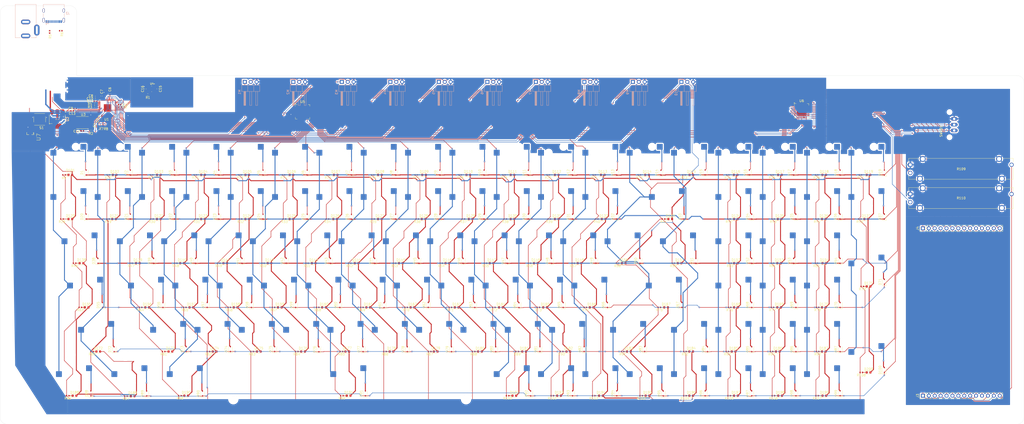
<source format=kicad_pcb>
(kicad_pcb (version 20241229) (generator "pcbnew") (generator_version "9.0")
  (title_block (title "McNulty Pad") (date "2024-11-15") (rev "1"))
  (layers (0 "F.Cu" signal) (2 "B.Cu" signal) (13 "F.Paste" user) (15 "B.Paste" user) (5 "F.SilkS" user "F.Silkscreen") (7 "B.SilkS" user "B.Silkscreen") (1 "F.Mask" user) (3 "B.Mask" user) (25 "Edge.Cuts" user))
  (net 0 "")
  (net 1 "GND")
  (net 2 "VBUS")
  (net 3 "VREG")
  (net 4 "+1V1")
  (net 5 "XIN")
  (net 6 "Net-(C16-Pad2)")
  (net 7 "Net-(D1-A)")
  (net 8 "R1")
  (net 9 "Net-(D2-A)")
  (net 10 "Net-(D3-A)")
  (net 11 "Net-(D4-A)")
  (net 12 "Net-(D5-A)")
  (net 13 "Net-(D6-A)")
  (net 14 "Net-(D7-A)")
  (net 15 "Net-(D8-A)")
  (net 16 "Net-(D9-A)")
  (net 17 "Net-(D10-A)")
  (net 18 "Net-(D11-A)")
  (net 19 "Net-(D12-A)")
  (net 20 "Net-(D13-A)")
  (net 21 "Net-(D14-A)")
  (net 22 "Net-(D15-A)")
  (net 23 "Net-(D16-A)")
  (net 24 "Net-(D17-A)")
  (net 25 "Net-(D18-A)")
  (net 26 "Net-(D19-A)")
  (net 27 "Net-(D20-A)")
  (net 28 "R2")
  (net 29 "Net-(D21-A)")
  (net 30 "Net-(D22-A)")
  (net 31 "Net-(D23-A)")
  (net 32 "Net-(D24-A)")
  (net 33 "Net-(D25-A)")
  (net 34 "Net-(D26-A)")
  (net 35 "Net-(D27-A)")
  (net 36 "Net-(D28-A)")
  (net 37 "Net-(D29-A)")
  (net 38 "Net-(D30-A)")
  (net 39 "Net-(D31-A)")
  (net 40 "Net-(D32-A)")
  (net 41 "Net-(D33-A)")
  (net 42 "Net-(D34-A)")
  (net 43 "Net-(D35-A)")
  (net 44 "Net-(D36-A)")
  (net 45 "Net-(D37-A)")
  (net 46 "R3")
  (net 47 "Net-(D38-A)")
  (net 48 "Net-(D39-A)")
  (net 49 "Net-(D40-A)")
  (net 50 "Net-(D41-A)")
  (net 51 "Net-(D42-A)")
  (net 52 "Net-(D43-A)")
  (net 53 "Net-(D44-A)")
  (net 54 "Net-(D45-A)")
  (net 55 "Net-(D46-A)")
  (net 56 "Net-(D47-A)")
  (net 57 "Net-(D48-A)")
  (net 58 "Net-(D49-A)")
  (net 59 "Net-(D50-A)")
  (net 60 "Net-(D51-A)")
  (net 61 "Net-(D52-A)")
  (net 62 "Net-(D53-A)")
  (net 63 "Net-(D54-A)")
  (net 64 "R4")
  (net 65 "Net-(D55-A)")
  (net 66 "Net-(D56-A)")
  (net 67 "Net-(D57-A)")
  (net 68 "Net-(D58-A)")
  (net 69 "Net-(D59-A)")
  (net 70 "Net-(D60-A)")
  (net 71 "Net-(D61-A)")
  (net 72 "Net-(D62-A)")
  (net 73 "Net-(D63-A)")
  (net 74 "Net-(D64-A)")
  (net 75 "Net-(D65-A)")
  (net 76 "Net-(D66-A)")
  (net 77 "Net-(D67-A)")
  (net 78 "Net-(D68-A)")
  (net 79 "Net-(D69-A)")
  (net 80 "Net-(D70-A)")
  (net 81 "Net-(D71-A)")
  (net 82 "Net-(D72-A)")
  (net 83 "R5")
  (net 84 "Net-(D73-A)")
  (net 85 "Net-(D74-A)")
  (net 86 "Net-(D75-A)")
  (net 87 "Net-(D76-A)")
  (net 88 "Net-(D77-A)")
  (net 89 "Net-(D78-A)")
  (net 90 "Net-(D79-A)")
  (net 91 "Net-(D80-A)")
  (net 92 "Net-(D81-A)")
  (net 93 "Net-(D82-A)")
  (net 94 "Net-(D83-A)")
  (net 95 "Net-(D84-A)")
  (net 96 "Net-(D85-A)")
  (net 97 "Net-(D86-A)")
  (net 98 "Net-(D87-A)")
  (net 99 "R6")
  (net 100 "Net-(D88-A)")
  (net 101 "Net-(D89-A)")
  (net 102 "Net-(D90-A)")
  (net 103 "Net-(D91-A)")
  (net 104 "Net-(D92-A)")
  (net 105 "Net-(D93-A)")
  (net 106 "Net-(D94-A)")
  (net 107 "Net-(D95-A)")
  (net 108 "Net-(D96-A)")
  (net 109 "Net-(D97-A)")
  (net 110 "Net-(D98-A)")
  (net 111 "Net-(D99-A)")
  (net 112 "Net-(D100-A)")
  (net 113 "Net-(D101-K)")
  (net 114 "+5V")
  (net 115 "Net-(D102-K)")
  (net 116 "Net-(D103-K)")
  (net 117 "Net-(D104-K)")
  (net 118 "Net-(D105-K)")
  (net 119 "Net-(D106-K)")
  (net 120 "Net-(D107-K)")
  (net 121 "Net-(D108-K)")
  (net 122 "Net-(D109-K)")
  (net 123 "Net-(D110-K)")
  (net 124 "Net-(D111-K)")
  (net 125 "Net-(D112-K)")
  (net 126 "Net-(D113-K)")
  (net 127 "Net-(D114-K)")
  (net 128 "Net-(D115-K)")
  (net 129 "Net-(D116-K)")
  (net 130 "Net-(D117-K)")
  (net 131 "Net-(D118-K)")
  (net 132 "Net-(D119-K)")
  (net 133 "Net-(D120-K)")
  (net 134 "Net-(D121-K)")
  (net 135 "Net-(D122-K)")
  (net 136 "Net-(D123-K)")
  (net 137 "Net-(D124-K)")
  (net 138 "Net-(D125-K)")
  (net 139 "Net-(D126-K)")
  (net 140 "Net-(D127-K)")
  (net 141 "Net-(D128-K)")
  (net 142 "Net-(D129-K)")
  (net 143 "Net-(D130-K)")
  (net 144 "Net-(D131-K)")
  (net 145 "Net-(D132-K)")
  (net 146 "Net-(D133-K)")
  (net 147 "Net-(D134-K)")
  (net 148 "Net-(D135-K)")
  (net 149 "Net-(D136-K)")
  (net 150 "Net-(D137-K)")
  (net 151 "Net-(D138-K)")
  (net 152 "Net-(D139-K)")
  (net 153 "Net-(D140-K)")
  (net 154 "Net-(D141-K)")
  (net 155 "Net-(D142-K)")
  (net 156 "Net-(D143-K)")
  (net 157 "Net-(D144-K)")
  (net 158 "Net-(D145-K)")
  (net 159 "Net-(D146-K)")
  (net 160 "Net-(D147-K)")
  (net 161 "Net-(D148-K)")
  (net 162 "Net-(D149-K)")
  (net 163 "Net-(D150-K)")
  (net 164 "Net-(D151-K)")
  (net 165 "Net-(D152-K)")
  (net 166 "Net-(D153-K)")
  (net 167 "Net-(D154-K)")
  (net 168 "Net-(D155-K)")
  (net 169 "Net-(D156-K)")
  (net 170 "Net-(D157-K)")
  (net 171 "Net-(D158-K)")
  (net 172 "Net-(D159-K)")
  (net 173 "Net-(D160-K)")
  (net 174 "Net-(D161-K)")
  (net 175 "Net-(D162-K)")
  (net 176 "Net-(D163-K)")
  (net 177 "Net-(D164-K)")
  (net 178 "Net-(D165-K)")
  (net 179 "Net-(D166-K)")
  (net 180 "Net-(D167-K)")
  (net 181 "Net-(D168-K)")
  (net 182 "Net-(D169-K)")
  (net 183 "Net-(D170-K)")
  (net 184 "Net-(D171-K)")
  (net 185 "Net-(D172-K)")
  (net 186 "Net-(D173-K)")
  (net 187 "Net-(D174-K)")
  (net 188 "Net-(D175-K)")
  (net 189 "Net-(D176-K)")
  (net 190 "Net-(D177-K)")
  (net 191 "Net-(D178-K)")
  (net 192 "Net-(D179-K)")
  (net 193 "Net-(D180-K)")
  (net 194 "Net-(D181-K)")
  (net 195 "Net-(D182-K)")
  (net 196 "Net-(D183-K)")
  (net 197 "Net-(D184-K)")
  (net 198 "Net-(D185-K)")
  (net 199 "Net-(D186-K)")
  (net 200 "Net-(D187-K)")
  (net 201 "Net-(D188-K)")
  (net 202 "Net-(D189-K)")
  (net 203 "Net-(D190-K)")
  (net 204 "Net-(D191-K)")
  (net 205 "Net-(D192-K)")
  (net 206 "Net-(D193-K)")
  (net 207 "Net-(D194-K)")
  (net 208 "Net-(D195-K)")
  (net 209 "Net-(D196-K)")
  (net 210 "Net-(D197-K)")
  (net 211 "Net-(D198-K)")
  (net 212 "Net-(D199-K)")
  (net 213 "Net-(D200-K)")
  (net 214 "USB_D-")
  (net 215 "USB_D+")
  (net 216 "TOUCH_INT")
  (net 217 "SPI_MOSI")
  (net 218 "SPI_MISO")
  (net 219 "SPI_DISPLAY_CS")
  (net 220 "SPI_TOUCH_CS")
  (net 221 "TOUCH_LED")
  (net 222 "SPI_SCK")
  (net 223 "DISPLAY_DC")
  (net 224 "SERVO_1")
  (net 225 "SERVO_2")
  (net 226 "SERVO_3")
  (net 227 "SERVO_4")
  (net 228 "SERVO_5")
  (net 229 "SERVO_6")
  (net 230 "SERVO_7")
  (net 231 "SERVO_8")
  (net 232 "SERVO_9")
  (net 233 "SERVO_10")
  (net 234 "XOUT")
  (net 235 "QSPI_SS")
  (net 236 "Net-(R2-Pad1)")
  (net 237 "Net-(U1-USB_DP)")
  (net 238 "Net-(U1-USB_DM)")
  (net 239 "SCL0")
  (net 240 "Net-(U7-D)")
  (net 241 "POT_1")
  (net 242 "POT_2")
  (net 243 "C1")
  (net 244 "C2")
  (net 245 "C3")
  (net 246 "C4")
  (net 247 "C5")
  (net 248 "C6")
  (net 249 "C7")
  (net 250 "C8")
  (net 251 "C9")
  (net 252 "C10")
  (net 253 "C11")
  (net 254 "C12")
  (net 255 "C13")
  (net 256 "C14")
  (net 257 "C15")
  (net 258 "C16")
  (net 259 "C17")
  (net 260 "C18")
  (net 261 "C19")
  (net 262 "QSPI_SCLK")
  (net 263 "LED_PWM")
  (net 264 "QSPI_SD3")
  (net 266 "QSPI_SD1")
  (net 267 "EA")
  (net 269 "QSPI_SD2")
  (net 271 "EB")
  (net 276 "QSPI_SD0")
  (net 278 "SDA0")
  (net 295 "Net-(J2-CC1)")
  (net 297 "Net-(J2-CC2)")
  (footprint "Diode_SMD:D_SOD-323" (layer "F.Cu") (at 147 113 90)
    (property "Reference" "D59")
    (property "Value" "D")
  )
  (footprint "LED_SMD:LED_0603_1608Metric" (layer "F.Cu") (at 312 95)
    (property "Reference" "D151")
    (property "Value" "LED")
  )
  (footprint "LED_SMD:LED_0603_1608Metric" (layer "F.Cu") (at 183.2125 76)
    (property "Reference" "D127")
    (property "Value" "LED")
  )
  (footprint "Resistor_SMD:R_0402_1005Metric" (layer "F.Cu") (at 204.6 133 180)
    (property "Reference" "R87")
    (property "Value" "680R")
  )
  (footprint "Resistor_SMD:R_0402_1005Metric" (layer "F.Cu") (at 305.09 76 180)
    (property "Reference" "R41")
    (property "Value" "680R")
  )
  (footprint "Diode_SMD:D_SOD-323" (layer "F.Cu") (at 171 56 90)
    (property "Reference" "D7")
    (property "Value" "D")
  )
  (footprint "LED_SMD:LED_0603_1608Metric" (layer "F.Cu") (at 98.2125 95)
    (property "Reference" "D140")
    (property "Value" "LED")
  )
  (footprint "Resistor_SMD:R_0402_1005Metric" (layer "F.Cu") (at 113.91 95 180)
    (property "Reference" "R49")
    (property "Value" "680R")
  )
  (footprint "Capacitor_SMD:C_0402_1005Metric" (layer "F.Cu") (at 60.92 23.5 180)
    (property "Reference" "C8")
    (property "Value" "100n" (hide yes))
  )
  (footprint "Resistor_SMD:R_0402_1005Metric" (layer "F.Cu") (at 219.09 76 180)
    (property "Reference" "R37")
    (property "Value" "680R")
  )
  (footprint "IRLML6344TRPBF:SOT95P240X112-3N" (layer "F.Cu") (at 33 39 -90)
    (property "Reference" "U7")
    (property "Value" "IRLML6344TRPBF")
  )
  (footprint "LED_SMD:LED_0603_1608Metric" (layer "F.Cu") (at 259.2125 76)
    (property "Reference" "D131")
    (property "Value" "LED")
  )
  (footprint "Resistor_SMD:R_0402_1005Metric" (layer "F.Cu") (at 371.09 76 180)
    (property "Reference" "R44")
    (property "Value" "680R")
  )
  (footprint "LED_SMD:LED_0603_1608Metric" (layer "F.Cu") (at 279 57)
    (property "Reference" "D113")
    (property "Value" "LED")
  )
  (footprint "Diode_SMD:D_SOD-323" (layer "F.Cu") (at 59 151 90)
    (property "Reference" "D88")
    (property "Value" "D")
  )
  (footprint "LED_SMD:LED_0603_1608Metric" (layer "F.Cu") (at 116.7875 95)
    (property "Reference" "D141")
    (property "Value" "LED")
  )
  (footprint "LED_SMD:LED_0603_1608Metric" (layer "F.Cu") (at 222.2125 76)
    (property "Reference" "D129")
    (property "Value" "LED")
  )
  (footprint "Diode_SMD:D_SOD-323" (layer "F.Cu") (at 343 132 90)
    (property "Reference" "D85")
    (property "Value" "D")
  )
  (footprint "LED_SMD:LED_0603_1608Metric" (layer "F.Cu") (at 374.177083 57)
    (property "Reference" "D118")
    (property "Value" "LED")
  )
  (footprint "LED_SMD:LED_0603_1608Metric" (layer "F.Cu") (at 93.2125 133)
    (property "Reference" "D173")
    (property "Value" "LED")
  )
  (footprint "LED_SMD:LED_0603_1608Metric" (layer "F.Cu") (at 336.10625 57)
    (property "Reference" "D116")
    (property "Value" "LED")
  )
  (footprint "MountingHole:MountingHole_2.2mm_M2" (layer "F.Cu") (at 24 160)
    (property "Reference" "REF**" (hide yes))
    (property "Value" "MountingHole_2.2mm_M2" (hide yes))
  )
  (footprint "Resistor_SMD:R_0402_1005Metric" (layer "F.Cu") (at 333.69 95 180)
    (property "Reference" "R60")
    (property "Value" "680R")
  )
  (footprint "Resistor_SMD:R_0402_1005Metric" (layer "F.Cu") (at 189.49 95 180)
    (property "Reference" "R53")
    (property "Value" "680R")
  )
  (footprint "Diode_SMD:D_SOD-323" (layer "F.Cu") (at 343 151 90)
    (property "Reference" "D97")
    (property "Value" "D")
  )
  (footprint "LED_SMD:LED_0603_1608Metric" (layer "F.Cu") (at 298.035417 57)
    (property "Reference" "D114")
    (property "Value" "LED")
  )
  (footprint "LED_SMD:LED_0603_1608Metric" (layer "F.Cu") (at 159.2125 114)
    (property "Reference" "D160")
    (property "Value" "LED")
  )
  (footprint "Package_DFN_QFN:QFN-28-1EP_6x6mm_P0.65mm_EP4.25x4.25mm" (layer "F.Cu") (at 364.4625 29.45)
    (property "Reference" "U6")
    (property "Value" "MCP23017 2")
  )
  (footprint "Diode_SMD:D_SOD-323" (layer "F.Cu") (at 195 132 90)
    (property "Reference" "D78")
    (property "Value" "D")
  )
  (footprint "LED_SMD:LED_0603_1608Metric" (layer "F.Cu") (at 240.2125 76)
    (property "Reference" "D130")
    (property "Value" "LED")
  )
  (footprint "LED_SMD:LED_0603_1608Metric" (layer "F.Cu") (at 100 152)
    (property "Reference" "D190")
    (property "Value" "LED")
  )
  (footprint "Resistor_SMD:R_0402_1005Metric" (layer "F.Cu") (at 217.69 57 180)
    (property "Reference" "R18")
    (property "Value" "680R")
  )
  (footprint "Resistor_SMD:R_0402_1005Metric" (layer "F.Cu") (at 351.89 114 180)
    (property "Reference" "R77")
    (property "Value" "680R")
  )
  (footprint "Resistor_SMD:R_0402_1005Metric" (layer "F.Cu") (at 256 76 180)
    (property "Reference" "R39")
    (property "Value" "680R")
  )
  (footprint "Resistor_SMD:R_0402_1005Metric" (layer "F.Cu") (at 314.31 152 180)
    (property "Reference" "R104")
    (property "Value" "680R")
  )
  (footprint "Resistor_SMD:R_0402_1005Metric" (layer "F.Cu") (at 261.31 133 180)
    (property "Reference" "R90")
    (property "Value" "680R")
  )
  (footprint "Diode_SMD:D_SOD-323" (layer "F.Cu") (at 69 132 90)
    (property "Reference" "D72")
    (property "Value" "D")
  )
  (footprint "Resistor_SMD:R_0402_1005Metric" (layer "F.Cu") (at 83.49 22.5)
    (property "Reference" "R1")
    (property "Value" "1k" (hide yes))
  )
  (footprint "Resistor_SMD:R_0402_1005Metric" (layer "F.Cu") (at 314.29 133 180)
    (property "Reference" "R92")
    (property "Value" "680R")
  )
  (footprint "Diode_SMD:D_SOD-323" (layer "F.Cu") (at 124 94 90)
    (property "Reference" "D41")
    (property "Value" "D")
  )
  (footprint "LED_SMD:LED_0603_1608Metric" (layer "F.Cu") (at 197.2125 114)
    (property "Reference" "D162")
    (property "Value" "LED")
  )
  (footprint "Capacitor_SMD:C_0402_1005Metric" (layer "F.Cu") (at 87.75 20 -90)
    (property "Reference" "C15")
    (property "Value" "15p" (hide yes))
  )
  (footprint "LED_SMD:LED_0603_1608Metric" (layer "F.Cu") (at 192.2125 95)
    (property "Reference" "D145")
    (property "Value" "LED")
  )
  (footprint "LED_SMD:LED_0603_1608Metric" (layer "F.Cu") (at 245.2125 133)
    (property "Reference" "D181")
    (property "Value" "LED")
  )
  (footprint "Resistor_SMD:R_0402_1005Metric" (layer "F.Cu") (at 85.09 57 180)
    (property "Reference" "R11")
    (property "Value" "680R")
  )
  (footprint "Diode_SMD:D_SOD-323" (layer "F.Cu") (at 166 113 90)
    (property "Reference" "D60")
    (property "Value" "D")
  )
  (footprint "LED_SMD:LED_0603_1608Metric" (layer "F.Cu") (at 274.2125 114)
    (property "Reference" "D166")
    (property "Value" "LED")
  )
  (footprint "Resistor_SMD:R_0402_1005Metric" (layer "F.Cu") (at 104.49 76 180)
    (property "Reference" "R31")
    (property "Value" "680R" (hide yes))
  )
  (footprint "Diode_SMD:D_SOD-323" (layer "F.Cu") (at 252 131.95 90)
    (property "Reference" "D81")
    (property "Value" "D")
  )
  (footprint "Diode_SMD:D_SOD-323" (layer "F.Cu") (at 76 56 90)
    (property "Reference" "D2")
    (property "Value" "D")
  )
  (footprint "Diode_SMD:D_SOD-323" (layer "F.Cu") (at 107 151.05 90)
    (property "Reference" "D90")
    (property "Value" "D")
  )
  (footprint "Resistor_SMD:R_0402_1005Metric" (layer "F.Cu") (at 295.49 152 180)
    (property "Reference" "R103")
    (property "Value" "680R")
  )
  (footprint "LED_SMD:LED_0603_1608Metric" (layer "F.Cu") (at 278.2125 152)
    (property "Reference" "D194")
    (property "Value" "LED")
  )
  (footprint "Resistor_SMD:R_0402_1005Metric" (layer "F.Cu") (at 332.69 57 180)
    (property "Reference" "R24")
    (property "Value" "680R")
  )
  (footprint "LED_SMD:LED_0603_1608Metric" (layer "F.Cu") (at 207.2125 133)
    (property "Reference" "D179")
    (property "Value" "LED")
  )
  (footprint "Resistor_SMD:R_0402_1005Metric" (layer "F.Cu") (at 275.29 57 180)
    (property "Reference" "R21")
    (property "Value" "680R")
  )
  (footprint "Diode_SMD:D_SOD-323" (layer "F.Cu") (at 247 56.05 90)
    (property "Reference" "D11")
    (property "Value" "D")
  )
  (footprint "Resistor_SMD:R_0402_1005Metric" (layer "F.Cu") (at 257.29 152 180)
    (property "Reference" "R101")
    (property "Value" "680R")
  )
  (footprint "LED_SMD:LED_0603_1608Metric" (layer "F.Cu") (at 77 152.2)
    (property "Reference" "D189")
    (property "Value" "LED")
  )
  (footprint "Diode_SMD:D_SOD-323" (layer "F.Cu") (at 276 93.95 90)
    (property "Reference" "D49")
    (property "Value" "D")
  )
  (footprint "Resistor_SMD:R_0402_1005Metric" (layer "F.Cu") (at 59.09 38.1 180)
    (property "Reference" "R2")
    (property "Value" "1k" (hide yes))
  )
  (footprint "Resistor_SMD:R_0402_1005Metric" (layer "F.Cu") (at 333.2 76 180)
    (property "Reference" "R42")
    (property "Value" "680R")
  )
  (footprint "Diode_SMD:D_SOD-323" (layer "F.Cu") (at 114 56 90)
    (property "Reference" "D4")
    (property "Value" "D")
  )
  (footprint "Resistor_SMD:R_0402_1005Metric" (layer "F.Cu") (at 371.29 114 180)
    (property "Reference" "R78")
    (property "Value" "680R")
  )
  (footprint "Resistor_SMD:R_0402_1005Metric" (layer "F.Cu") (at 390.49 105 180)
    (property "Reference" "R79")
    (property "Value" "680R")
  )
  (footprint "Resistor_SMD:R_0402_1005Metric" (layer "F.Cu") (at 46.6 76 180)
    (property "Reference" "R28")
    (property "Value" "680R" (hide yes))
  )
  (footprint "LED_SMD:LED_0603_1608Metric" (layer "F.Cu") (at 288 95)
    (property "Reference" "D150")
    (property "Value" "LED")
  )
  (footprint "Diode_SMD:D_SOD-323" (layer "F.Cu") (at 152 75 90)
    (property "Reference" "D25")
    (property "Value" "D")
  )
  (footprint "Resistor_SMD:R_0402_1005Metric" (layer "F.Cu") (at 232.2 114 180)
    (property "Reference" "R72")
    (property "Value" "680R")
  )
  (footprint "Resistor_SMD:R_0402_1005Metric" (layer "F.Cu") (at 59.51 133 180)
    (property "Reference" "R80")
    (property "Value" "680R")
  )
  (footprint "Diode_SMD:D_SOD-323" (layer "F.Cu") (at 209 75 90)
    (property "Reference" "D28")
    (property "Value" "D")
  )
  (footprint "Diode_SMD:D_SOD-323" (layer "F.Cu") (at 262 113 90)
    (property "Reference" "D65")
    (property "Value" "D")
  )
  (footprint "Resistor_SMD:R_0402_1005Metric" (layer "F.Cu") (at 389.4 76 180)
    (property "Reference" "R45")
    (property "Value" "680R")
  )
  (footprint "Diode_SMD:D_SOD-323" (layer "F.Cu") (at 224 113 90)
    (property "Reference" "D63")
    (property "Value" "D")
  )
  (footprint "LED_SMD:LED_0603_1608Metric" (layer "F.Cu") (at 241 152)
    (property "Reference" "D192")
    (property "Value" "LED")
  )
  (footprint "LED_SMD:LED_0603_1608Metric" (layer "F.Cu") (at 62.2125 133)
    (property "Reference" "D172")
    (property "Value" "LED")
  )
  (footprint "Resistor_SMD:R_0402_1005Metric" (layer "F.Cu") (at 180.09 57.02 180)
    (property "Reference" "R16")
    (property "Value" "680R")
  )
  (footprint "LED_SMD:LED_0603_1608Metric" (layer "F.Cu") (at 355.2125 152)
    (property "Reference" "D198")
    (property "Value" "LED")
  )
  (footprint "LED_SMD:LED_0603_1608Metric" (layer "F.Cu") (at 374 133)
    (property "Reference" "D187")
    (property "Value" "LED")
  )
  (footprint "LED_SMD:LED_0603_1608Metric" (layer "F.Cu") (at 317 133)
    (property "Reference" "D184")
    (property "Value" "LED")
  )
  (footprint "Resistor_SMD:R_0402_1005Metric" (layer "F.Cu") (at 175.49 114 180)
    (property "Reference" "R69")
    (property "Value" "680R")
  )
  (footprint "Diode_SMD:D_SOD-323" (layer "F.Cu") (at 381 56 90)
    (property "Reference" "D18")
    (property "Value" "D")
  )
  (footprint "EC10E1220501:TRIM_EC10E1220501" (layer "F.Cu") (at 430 35.4 90)
    (property "Reference" "SW101")
    (property "Value" "RotaryEncoder")
  )
  (footprint "Diode_SMD:D_SOD-323" (layer "F.Cu") (at 381 94 90)
    (property "Reference" "D54")
    (property "Value" "D")
  )
  (footprint "Diode_SMD:D_SOD-323" (layer "F.Cu") (at 86 94 90)
    (property "Reference" "D39")
    (property "Value" "D")
  )
  (footprint "LED_SMD:LED_0603_1608Metric" (layer "F.Cu") (at 335.2125 133)
    (property "Reference" "D185")
    (property "Value" "LED")
  )
  (footprint "Diode_SMD:D_SOD-323" (layer "F.Cu") (at 343 94 90)
    (property "Reference" "D52")
    (property "Value" "D")
  )
  (footprint "LED_SMD:LED_0603_1608Metric" (layer "F.Cu") (at 121.2125 114)
    (property "Reference" "D158")
    (property "Value" "LED")
  )
  (footprint "Diode_SMD:D_SOD-323" (layer "F.Cu") (at 204 112.95 90)
    (property "Reference" "D62")
    (property "Value" "D")
  )
  (footprint "Resistor_SMD:R_0402_1005Metric" (layer "F.Cu") (at 332.49 133 180)
    (property "Reference" "R93")
    (property "Value" "680R")
  )
  (footprint "Diode_SMD:D_SOD-323" (layer "F.Cu") (at 362 151 90)
    (property "Reference" "D98")
    (property "Value" "D")
  )
  (footprint "Diode_SMD:D_SOD-323" (layer "F.Cu") (at 295 94 90)
    (property "Reference" "D50")
    (property "Value" "D")
  )
  (footprint "LED_SMD:LED_0603_1608Metric" (layer "F.Cu") (at 150.2125 133)
    (property "Reference" "D176")
    (property "Value" "LED")
  )
  (footprint "LED_SMD:LED_0603_1608Metric" (layer "F.Cu") (at 135.7875 95)
    (property "Reference" "D142")
    (property "Value" "LED")
  )
  (footprint "LED_SMD:LED_0603_1608Metric" (layer "F.Cu") (at 336.2125 152)
    (property "Reference" "D197")
    (property "Value" "LED")
  )
  (footprint "LED_SMD:LED_0603_1608Metric" (layer "F.Cu") (at 354.7875 114)
    (property "Reference" "D169")
    (property "Value" "LED")
  )
  (footprint "Diode_SMD:D_SOD-323" (layer "F.Cu") (at 266 75 90)
    (property "Reference" "D31")
    (property "Value" "D")
  )
  (footprint "LED_SMD:LED_0603_1608Metric" (layer "F.Cu") (at 279.3875 76)
    (property "Reference" "D132")
    (property "Value" "LED")
  )
  (footprint "Diode_SMD:D_SOD-323" (layer "F.Cu") (at 257 94 90)
    (property "Reference" "D48")
    (property "Value" "D")
  )
  (footprint "Diode_SMD:D_SOD-323" (layer "F.Cu") (at 233 132 90)
    (property "Reference" "D80")
    (property "Value" "D")
  )
  (footprint "Diode_SMD:D_SOD-323" (layer "F.Cu") (at 343 75 90)
    (property "Reference" "D34")
    (property "Value" "D")
  )
  (footprint "Resistor_SMD:R_0402_1005Metric" (layer "F.Cu") (at 198.8 57 180)
    (property "Reference" "R17")
    (property "Value" "680R")
  )
  (footprint "Diode_SMD:D_SOD-323" (layer "F.Cu") (at 190 75 90)
    (property "Reference" "D27")
    (property "Value" "D")
  )
  (footprint "PTA3043-2010CIB103:TRIM_PTA3043-2010CIB103" (layer "F.Cu") (at 432.9 67)
    (property "Reference" "R110")
    (property "Value" "PTA3043-2010CIB103")
  )
  (footprint "Diode_SMD:D_SOD-323" (layer "F.Cu") (at 228 56 90)
    (property "Reference" "D10")
    (property "Value" "D")
  )
  (footprint "LED_SMD:LED_0603_1608Metric" (layer "F.Cu") (at 374 114)
    (property "Reference" "D170")
    (property "Value" "LED")
  )
  (footprint "Resistor_SMD:R_0402_1005Metric" (layer "F.Cu") (at 109.49 133 180)
    (property "Reference" "R82")
    (property "Value" "680R")
  )
  (footprint "Diode_SMD:D_SOD-323" (layer "F.Cu") (at 400 74.95 90)
    (property "Reference" "D37")
    (property "Value" "D")
  )
  (footprint "Diode_SMD:D_SOD-323" (layer "F.Cu") (at 214 132 90)
    (property "Reference" "D79")
    (property "Value" "D")
  )
  (footprint "LED_SMD:LED_0603_1608Metric" (layer "F.Cu") (at 354.7875 95)
    (property "Reference" "D153")
    (property "Value" "LED")
  )
  (footprint "Capacitor_SMD:C_0402_1005Metric" (layer "F.Cu") (at 63.6 23.1 90)
    (property "Reference" "C7")
    (property "Value" "100n" (hide yes))
  )
  (footprint "Resistor_SMD:R_0402_1005Metric" (layer "F.Cu") (at 266.29 95 180)
    (property "Reference" "R57")
    (property "Value" "680R")
  )
  (footprint "Resistor_SMD:R_0402_1005Metric" (layer "F.Cu") (at 66.4 76 180)
    (property "Reference" "R29")
    (property "Value" "680R" (hide yes))
  )
  (footprint "MountingHole:MountingHole_2.2mm_M2" (layer "F.Cu") (at 456 18)
    (property "Reference" "REF**" (hide yes))
    (property "Value" "MountingHole_2.2mm_M2" (hide yes))
  )
  (footprint "Resistor_SMD:R_0402_1005Metric" (layer "F.Cu") (at 333.49 114 180)
    (property "Reference" "R76")
    (property "Value" "680R")
  )
  (footprint "LED_SMD:LED_0603_1608Metric" (layer "F.Cu") (at 126.2125 76)
    (property "Reference" "D124")
    (property "Value" "LED" (hide yes))
  )
  (footprint "Diode_SMD:D_SOD-323" (layer "F.Cu") (at 181 94 90)
    (property "Reference" "D44")
    (property "Value" "D")
  )
  (footprint "LED_SMD:LED_0603_1608Metric" (layer "F.Cu") (at 306.2125 114)
    (property "Reference" "D167")
    (property "Value" "LED")
  )
  (footprint "Diode_SMD:D_SOD-323" (layer "F.Cu") (at 57 74.95 90)
    (property "Reference" "D20")
    (property "Value" "D")
  )
  (footprint "Diode_SMD:D_SOD-323" (layer "F.Cu") (at 281 113 90)
    (property "Reference" "D66")
    (property "Value" "D")
  )
  (footprint "Diode_SMD:D_SOD-323" (layer "F.Cu") (at 76 74.95 90)
    (property "Reference" "D21")
    (property "Value" "D")
  )
  (footprint "Resistor_SMD:R_0402_1005Metric" (layer "F.Cu") (at 46.09 -5)
    (property "Reference" "R6")
    (property "Value" "5.1k" (hide yes))
  )
  (footprint "Diode_SMD:D_SOD-323" (layer "F.Cu") (at 323 151 90)
    (property "Reference" "D96")
    (property "Value" "D")
  )
  (footprint "Resistor_SMD:R_0402_1005Metric" (layer "F.Cu") (at 285.29 95 180)
    (property "Reference" "R58")
    (property "Value" "680R")
  )
  (footprint "LED_SMD:LED_0603_1608Metric" (layer "F.Cu") (at 188.2125 133)
    (property "Reference" "D178")
    (property "Value" "LED")
  )
  (footprint "Diode_SMD:D_SOD-323" (layer "F.Cu") (at 362 113 90)
    (property "Reference" "D69")
    (property "Value" "D")
  )
  (footprint "LED_SMD:LED_0603_1608Metric" (layer "F.Cu") (at 112.2125 133)
    (property "Reference" "D174")
    (property "Value" "LED")
  )
  (footprint "Resistor_SMD:R_0402_1005Metric" (layer "F.Cu") (at 351.69 57 180)
    (property "Reference" "R25")
    (property "Value" "680R")
  )
  (footprint "Resistor_SMD:R_0402_1005Metric" (layer "F.Cu") (at 142.2 76 180)
    (property "Reference" "R33")
    (property "Value" "680R")
  )
  (footprint "Resistor_SMD:R_0402_1005Metric" (layer "F.Cu") (at 160.69 76 180)
    (property "Reference" "R34")
    (property "Value" "680R")
  )
  (footprint "Resistor_SMD:R_0402_1005Metric" (layer "F.Cu") (at 371.29 133 180)
    (property "Reference" "R95")
    (property "Value" "680R")
  )
  (footprint "Resistor_SMD:R_0402_1005Metric" (layer "F.Cu") (at 52 95 180)
    (property "Reference" "R46")
    (property "Value" "680R")
  )
  (footprint "LED_SMD:LED_0603_1608Metric" (layer "F.Cu") (at 317.070833 57)
    (property "Reference" "D115")
    (property "Value" "LED")
  )
  (footprint "Diode_SMD:D_SOD-323" (layer "F.Cu") (at 362 75 90)
    (property "Reference" "D35")
    (property "Value" "D")
  )
  (footprint "Diode_SMD:D_SOD-323" (layer "F.Cu") (at 324 132 90)
    (property "Reference" "D84")
    (property "Value" "D")
  )
  (footprint "LED_SMD:LED_0603_1608Metric" (layer "F.Cu") (at 336.2125 114)
    (property "Reference" "D168")
    (property "Value" "LED")
  )
  (footprint "LED_SMD:LED_0603_1608Metric" (layer "F.Cu") (at 317 152)
    (property "Reference" "D196")
    (property "Value" "LED")
  )
  (footprint "Diode_SMD:D_SOD-323" (layer "F.Cu") (at 381 75 90)
    (property "Reference" "D36")
    (property "Value" "D")
  )
  (footprint "Resistor_SMD:R_0402_1005Metric" (layer "F.Cu") (at 151.91 95 180)
    (property "Reference" "R51")
    (property "Value" "680R")
  )
  (footprint "LED_SMD:LED_0603_1608Metric" (layer "F.Cu") (at 374.2125 95)
    (property "Reference" "D154")
    (property "Value" "LED")
  )
  (footprint "Resistor_SMD:R_0402_1005Metric" (layer "F.Cu") (at 47.49 57 180)
    (property "Reference" "R9")
    (property "Value" "680R" (hide yes))
  )
  (footprint "LED_SMD:LED_0603_1608Metric" (layer "F.Cu") (at 260.2125 152)
    (property "Reference" "D193")
    (property "Value" "LED")
  )
  (footprint "Resistor_SMD:R_0402_1005Metric" (layer "F.Cu") (at 137.49 114 180)
    (property "Reference" "R67")
    (property "Value" "680R")
  )
  (footprint "Resistor_SMD:R_0402_1005Metric" (layer "F.Cu") (at 351.89 95 180)
    (property "Reference" "R61")
    (property "Value" "680R")
  )
  (footprint "Diode_SMD:D_SOD-323" (layer "F.Cu") (at 266 56.05 90)
    (property "Reference" "D12")
    (property "Value" "D")
  )
  (footprint "Resistor_SMD:R_0402_1005Metric" (layer "F.Cu") (at 247.51 95 180)
    (property "Reference" "R56")
    (property "Value" "680R")
  )
  (footprint "LED_SMD:LED_0603_1608Metric" (layer "F.Cu") (at 50.2125 76)
    (property "Reference" "D120")
    (property "Value" "LED" (hide yes))
  )
  (footprint "Resistor_SMD:R_0402_1005Metric" (layer "F.Cu") (at 255.51 57 180)
    (property "Reference" "R20")
    (property "Value" "680R")
  )
  (footprint "LED_SMD:LED_0603_1608Metric" (layer "F.Cu") (at 57.2125 114)
    (property "Reference" "D155")
    (property "Value" "LED")
  )
  (footprint "Diode_SMD:D_SOD-323" (layer "F.Cu") (at 271 131.95 90)
    (property "Reference" "D82")
    (property "Value" "D")
  )
  (footprint "Resistor_SMD:R_0402_1005Metric" (layer "F.Cu") (at 54.49 114 180)
    (property "Reference" "R63")
    (property "Value" "680R")
  )
  (footprint "Resistor_SMD:R_0402_1005Metric" (layer "F.Cu") (at 63.49 36)
    (property "Reference" "R7")
    (property "Value" "4.7k" (hide yes))
  )
  (footprint "LED_SMD:LED_0603_1608Metric" (layer "F.Cu") (at 336.2125 76)
    (property "Reference" "D134")
    (property "Value" "LED")
  )
  (footprint "Resistor_SMD:R_0402_1005Metric" (layer "F.Cu") (at 370.89 57 180)
    (property "Reference" "R26")
    (property "Value" "680R")
  )
  (footprint "Diode_SMD:D_SOD-323" (layer "F.Cu") (at 62.05 94 90)
    (property "Reference" "D38")
    (property "Value" "D")
  )
  (footprint "Diode_SMD:D_SOD-323" (layer "F.Cu") (at 209 56 90)
    (property "Reference" "D9")
    (property "Value" "D")
  )
  (footprint "Diode_SMD:D_SOD-323" (layer "F.Cu") (at 381 113 90)
    (property "Reference" "D70")
    (property "Value" "D")
  )
  (footprint "Diode_SMD:D_SOD-323" (layer "F.Cu") (at 297 131.95 90)
    (property "Reference" "D83")
    (property "Value" "D")
  )
  (footprint "LED_SMD:LED_0603_1608Metric" (layer "F.Cu") (at 254.2125 114)
    (property "Reference" "D165")
    (property "Value" "LED")
  )
  (footprint "LED_SMD:LED_0603_1608Metric" (layer "F.Cu") (at 83.2125 114)
    (property "Reference" "D156")
    (property "Value" "LED")
  )
  (footprint "Resistor_SMD:R_0402_1005Metric" (layer "F.Cu") (at 371.09 152 180)
    (property "Reference" "R107")
    (property "Value" "680R")
  )
  (footprint "LED_SMD:LED_0603_1608Metric" (layer "F.Cu") (at 145.234318 57)
    (property "Reference" "D106")
    (property "Value" "LED")
  )
  (footprint "Diode_SMD:D_SOD-323" (layer "F.Cu") (at 247 74.95 90)
    (property "Reference" "D30")
    (property "Value" "D")
  )
  (footprint "Diode_SMD:D_SOD-323" (layer "F.Cu") (at 305 151.05 90)
    (property "Reference" "D95")
    (property "Value" "D")
  )
  (footprint "Diode_SMD:D_SOD-323" (layer "F.Cu") (at 381 132 90)
    (property "Reference" "D87")
    (property "Value" "D")
  )
  (footprint "LED_SMD:LED_0603_1608Metric" (layer "F.Cu") (at 354.2125 133)
    (property "Reference" "D186")
    (property "Value" "LED")
  )
  (footprint "Resistor_SMD:R_0402_1005Metric" (layer "F.Cu") (at 85.29 76 180)
    (property "Reference" "R30")
    (property "Value" "680R" (hide yes))
  )
  (footprint "Diode_SMD:D_SOD-323" (layer "F.Cu") (at 152 56 90)
    (property "Reference" "D6")
    (property "Value" "D")
  )
  (footprint "Diode_SMD:D_SOD-323" (layer "F.Cu") (at 185 113.05 90)
    (property "Reference" "D61")
    (property "Value" "D")
  )
  (footprint "Resistor_SMD:R_0402_1005Metric" (layer "F.Cu") (at 390.09 142 180)
    (property "Reference" "R108")
    (property "Value" "680R")
  )
  (footprint "Resistor_SMD:R_0402_1005Metric" (layer "F.Cu") (at 180.29 76 180)
    (property "Reference" "R35")
    (property "Value" "680R")
  )
  (footprint "Resistor_SMD:R_0402_1005Metric" (layer "F.Cu") (at 133 95 180)
    (property "Reference" "R50")
    (property "Value" "680R")
  )
  (footprint "LED_SMD:LED_0603_1608Metric" (layer "F.Cu") (at 355.141667 57)
    (property "Reference" "D117")
    (property "Value" "LED")
  )
  (footprint "Capacitor_SMD:C_0402_1005Metric" (layer "F.Cu") (at 67.2 22.02 90)
    (property "Reference" "C6")
    (property "Value" "100n" (hide yes))
  )
  (footprint "Diode_SMD:D_SOD-323" (layer "F.Cu") (at 133 75 90)
    (property "Reference" "D24")
    (property "Value" "D")
  )
  (footprint "LED_SMD:LED_0603_1608Metric" (layer "F.Cu") (at 202.223409 57)
    (property "Reference" "D109")
    (property "Value" "LED")
  )
  (footprint "Diode_SMD:D_SOD-323" (layer "F.Cu") (at 343 113 90)
    (property "Reference" "D68")
    (property "Value" "D")
  )
  (footprint "Diode_SMD:D_SOD-323" (layer "F.Cu") (at 83 151.05 90)
    (property "Reference" "D89")
    (property "Value" "D")
  )
  (footprint "LED_SMD:LED_0603_1608Metric" (layer "F.Cu") (at 231.2125 95)
    (property "Reference" "D147")
    (property "Value" "LED")
  )
  (footprint "LED_SMD:LED_0603_1608Metric" (layer "F.Cu") (at 173.2125 95)
    (property "Reference" "D144")
    (property "Value" "LED")
  )
  (footprint "LED_SMD:LED_0603_1608Metric" (layer "F.Cu") (at 269 95)
    (property "Reference" "D149")
    (property "Value" "LED")
  )
  (footprint "Package_TO_SOT_SMD:SOT-223-3_TabPin2" (layer "F.Cu") (at 44.6 33 -90)
    (property "Reference" "U2")
    (property "Value" "NCP1117-3.3_SOT223")
  )
  (footprint "LED_SMD:LED_0603_1608Metric" (layer "F.Cu") (at 212.2125 95)
    (property "Reference" "D146")
    (property "Value" "LED")
  )
  (footprint "Diode_SMD:D_SOD-323" (layer "F.Cu") (at 64 113 90)
    (property "Reference" "D55")
    (property "Value" "D")
  )
  (footprint "Diode_SMD:D_SOD-323" (layer "F.Cu") (at 95 56 90)
    (property "Reference" "D3")
    (property "Value" "D")
  )
  (footprint "Resistor_SMD:R_0402_1005Metric" (layer "F.Cu") (at 370.8 95 180)
    (property "Reference" "R62")
    (property "Value" "680R")
  )
  (footprint "LED_SMD:LED_0603_1608Metric" (layer "F.Cu") (at 164 76)
    (property "Reference" "D126")
    (property "Value" "LED")
  )
  (footprint "Resistor_SMD:R_0402_1005Metric" (layer "F.Cu") (at 271.49 114 180)
    (property "Reference" "R74")
    (property "Value" "680R")
  )
  (footprint "Resistor_SMD:R_0402_1005Metric" (layer "F.Cu") (at 199.29 76 180)
    (property "Reference" "R36")
    (property "Value" "680R")
  )
  (footprint "Resistor_SMD:R_0402_1005Metric" (layer "F.Cu") (at 313.89 57 180)
    (property "Reference" "R23")
    (property "Value" "680R")
  )
  (footprint "Resistor_SMD:R_0402_1005Metric" (layer "F.Cu") (at 209.6 95 180)
    (property "Reference" "R54")
    (property "Value" "680R")
  )
  (footprint "LED_SMD:LED_0603_1608Metric" (layer "F.Cu") (at 183.227045 57)
    (property "Reference" "D108")
    (property "Value" "LED")
  )
  (footprint "Diode_SMD:D_SOD-323" (layer "F.Cu") (at 100 131.95 90)
    (property "Reference" "D73")
    (property "Value" "D")
  )
  (footprint "LED_SMD:LED_0603_1608Metric" (layer "F.Cu") (at 69.248864 57)
    (property "Reference" "D102")
    (property "Value" "LED" (hide yes))
  )
  (footprint "Capacitor_SMD:C_0402_1005Metric" (layer "F.Cu") (at 82.5 20.02 -90)
    (property "Reference" "C16")
    (property "Value" "15p" (hide yes))
  )
  (footprint "Resistor_SMD:R_0402_1005Metric" (layer "F.Cu") (at 60.65 27.5)
    (property "Reference" "R3")
    (property "Value" "27.4" (hide yes))
  )
  (footprint "Diode_SMD:D_SOD-323" (layer "F.Cu") (at 200 94 90)
    (property "Reference" "D45")
    (property "Value" "D")
  )
  (footprint "LED_SMD:LED_0603_1608Metric" (layer "F.Cu") (at 226.2125 133)
    (property "Reference" "D180")
    (property "Value" "LED")
  )
  (footprint "MountingHole:MountingHole_2.2mm_M2" (layer "F.Cu") (at 455 159)
    (property "Reference" "REF**" (hide yes))
    (property "Value" "MountingHole_2.2mm_M2" (hide yes))
  )
  (footprint "Diode_SMD:D_SOD-323" (layer "F.Cu") (at 219 94 90)
    (property "Reference" "D46")
    (property "Value" "D")
  )
  (footprint "Resistor_SMD:R_0402_1005Metric" (layer "F.Cu") (at 351.49 133 180)
    (property "Reference" "R94")
    (property "Value" "680R")
  )
  (footprint "Diode_SMD:D_SOD-323" (layer "F.Cu") (at 90 113 90)
    (property "Reference" "D56")
    (property "Value" "D")
  )
  (footprint "Resistor_SMD:R_0402_1005Metric" (layer "F.Cu") (at 49.09 152 180)
    (property "Reference" "R96")
    (property "Value" "680R")
  )
  (footprint "LED_SMD:LED_0603_1608Metric" (layer "F.Cu") (at 126.237955 57)
    (property "Reference" "D105")
    (property "Value" "LED" (hide yes))
  )
  (footprint "LED_SMD:LED_0603_1608Metric" (layer "F.Cu") (at 216.2125 114)
    (property "Reference" "D163")
    (property "Value" "LED")
  )
  (footprint "Resistor_SMD:R_0402_1005Metric" (layer "F.Cu") (at 90.29 133 180)
    (property "Reference" "R81")
    (property "Value" "680R")
  )
  (footprint "Resistor_SMD:R_0402_1005Metric" (layer "F.Cu") (at 303.29 114 180)
    (property "Reference" "R75")
    (property "Value" "680R")
  )
  (footprint "Resistor_SMD:R_0402_1005Metric" (layer "F.Cu") (at 333.29 152 180)
    (property "Reference" "R105")
    (property "Value" "680R")
  )
  (footprint "Diode_SMD:D_SOD-323" (layer "F.Cu") (at 342 55.95 90)
    (property "Reference" "D16")
    (property "Value" "D")
  )
  (footprint "Diode_SMD:D_SOD-323" (layer "F.Cu") (at 266 151 90)
    (property "Reference" "D93")
    (property "Value" "D")
  )
  (footprint "Diode_SMD:D_SOD-323" (layer "F.Cu") (at 361 56 90)
    (property "Reference" "D17")
    (property "Value" "D")
  )
  (footprint "Capacitor_SMD:C_0402_1005Metric" (layer "F.Cu") (at 71.6 27.8)
    (property "Reference" "C5")
    (property "Value" "100n" (hide yes))
  )
  (footprint "Resistor_SMD:R_0402_1005Metric" (layer "F.Cu") (at 309.29 95 180)
    (property "Reference" "R59")
    (property "Value" "680R")
  )
  (footprint "Diode_SMD:D_SOD-323" (layer "F.Cu") (at 157 132.05 90)
    (property "Reference" "D76")
    (property "Value" "D")
  )
  (footprint "Capacitor_SMD:C_0402_1005Metric" (layer "F.Cu") (at 60.92 25.5)
    (property "Reference" "C11")
    (property "Value" "1u" (hide yes))
  )
  (footprint "LED_SMD:LED_0603_1608Metric" (layer "F.Cu") (at 50.2125 57)
    (property "Reference" "D101")
    (property "Value" "LED" (hide yes))
  )
  (footprint "W25Q128JVSIQ:SOIC127P790X216-8N" (layer "F.Cu") (at 55.385 34.5 180)
    (property "Reference" "U3")
    (property "Value" "W25Q128JVS")
  )
  (footprint "Capacitor_SMD:C_0402_1005Metric" (layer "F.Cu") (at 52.26 28.45 180)
    (property "Reference" "C9")
    (property "Value" "100n" (hide yes))
  )
  (footprint "Resistor_SMD:R_0402_1005Metric" (layer "F.Cu") (at 76.29 95 180)
    (property "Reference" "R47")
    (property "Value" "680R")
  )
  (footprint "LED_SMD:LED_0603_1608Metric" (layer "F.Cu") (at 102.2125 114)
    (property "Reference" "D157")
    (property "Value" "LED")
  )
  (footprint "LED_SMD:LED_0603_1608Metric" (layer "F.Cu") (at 298.2125 152)
    (property "Reference" "D195")
    (property "Value" "LED")
  )
  (footprint "LED_SMD:LED_0603_1608Metric" (layer "F.Cu") (at 235.2125 114)
    (property "Reference" "D164")
    (property "Value" "LED")
  )
  (footprint "Diode_SMD:D_SOD-323" (layer "F.Cu") (at 319 94 90)
    (property "Reference" "D51")
    (property "Value" "D")
  )
  (footprint "PTA3043-2010CIB103:TRIM_PTA3043-2010CIB103" (layer "F.Cu") (at 432.9 54.4)
    (property "Reference" "R109")
    (property "Value" "PTA3043-2010CIB103")
  )
  (footprint "Resistor_SMD:R_0402_1005Metric" (layer "F.Cu") (at 141.8 57 180)
    (property "Reference" "R14")
    (property "Value" "680R")
  )
  (footprint "Diode_SMD:D_SOD-323" (layer "F.Cu") (at 285 74.95 90)
    (property "Reference" "D32")
    (property "Value" "D")
  )
  (footprint "Resistor_SMD:R_0402_1005Metric" (layer "F.Cu") (at 237.09 76 180)
    (property "Reference" "R38")
    (property "Value" "680R")
  )
  (footprint "Resistor_SMD:R_0402_1005Metric" (layer "F.Cu") (at 60.64 26.5)
    (property "Reference" "R4")
    (property "Value" "27.4" (hide yes))
  )
  (footprint "Diode_SMD:D_SOD-323" (layer "F.Cu") (at 190 56 90)
    (property "Reference" "D8")
    (property "Value" "D")
  )
  (footprint "Diode_SMD:D_SOD-323" (layer "F.Cu") (at 285 151 90)
    (property "Reference" "D94")
    (property "Value" "D")
  )
  (footprint "Diode_SMD:D_SOD-323" (layer "F.Cu") (at 314 75 90)
    (property "Reference" "D33")
    (property "Value" "D")
  )
  (footprint "LED_SMD:LED_0603_1608Metric" (layer "F.Cu") (at 259.2125 57)
    (property "Reference" "D112")
    (property "Value" "LED")
  )
  (footprint "Resistor_SMD:R_0402_1005Metric" (layer "F.Cu") (at 97.29 152 180)
    (property "Reference" "R98")
    (property "Value" "680R")
  )
  (footprint "Resistor_SMD:R_0402_1005Metric" (layer "F.Cu") (at 74.09 152.2 180)
    (property "Reference" "R97")
    (property "Value" "680R")
  )
  (footprint "Resistor_SMD:R_0402_1005Metric" (layer "F.Cu") (at 147.49 133 180)
    (property "Reference" "R84")
    (property "Value" "680R")
  )
  (footprint "Diode_SMD:D_SOD-323" (layer "F.Cu") (at 361 94 90)
    (property "Reference" "D53")
    (property "Value" "D")
  )
  (footprint "Capacitor_SMD:C_0402_1005Metric" (layer "F.Cu") (at 63.25 33.4 -90)
    (property "Reference" "C3")
    (property "Value" "100n" (hide yes))
  )
  (footprint "LED_SMD:LED_0603_1608Metric" (layer "F.Cu") (at 107.241591 57)
    (property "Reference" "D104")
    (property "Value" "LED" (hide yes))
  )
  (footprint "LED_SMD:LED_0603_1608Metric" (layer "F.Cu") (at 264.2125 133)
    (property "Reference" "D182")
    (property "Value" "LED")
  )
  (footprint "Resistor_SMD:R_0402_1005Metric" (layer "F.Cu") (at 223.49 133 180)
    (property "Reference" "R88")
    (property "Value" "680R")
  )
  (footprint "Resistor_SMD:R_0402_1005Metric" (layer "F.Cu") (at 41.3 -4.51 -90)
    (property "Reference" "R5")
    (property "Value" "5.1k" (hide yes))
  )
  (footprint "LED_SMD:LED_0603_1608Metric" (layer "F.Cu") (at 393.2125 57)
    (property "Reference" "D119")
    (property "Value" "LED")
  )
  (footprint "LED_SMD:LED_0603_1608Metric" (layer "F.Cu") (at 290.2125 133)
    (property "Reference" "D183")
    (property "Value" "LED")
  )
  (footprint "Diode_SMD:D_SOD-323" (layer "F.Cu") (at 57 56 90)
    (property "Reference" "D1")
    (property "Value" "D")
  )
  (footprint "Resistor_SMD:R_0402_1005Metric" (layer "F.Cu") (at 287.49 133 180)
    (property "Reference" "R91")
    (property "Value" "680R")
  )
  (footprint "Diode_SMD:D_SOD-323" (layer "F.Cu") (at 177 151 90)
    (property "Reference" "D91")
    (property "Value" "D")
  )
  (footprint "Resistor_SMD:R_0402_1005Metric" (layer "F.Cu") (at 66.49 57 180)
    (property "Reference" "R10")
    (property "Value" "680R" (hide yes))
  )
  (footprint "Resistor_SMD:R_0402_1005Metric" (layer "F.Cu") (at 160.89 57.02 180)
    (property "Reference" "R15")
    (property "Value" "680R")
  )
  (footprint "Diode_SMD:D_SOD-323" (layer "F.Cu") (at 400 103 90)
    (property "Reference" "D71")
    (property "Value" "D")
  )
  (footprint "Capacitor_SMD:C_0402_1005Metric" (layer "F.Cu") (at 55.37 38.17)
    (property "Reference" "C14")
    (property "Value" "100n" (hide yes))
  )
  (footprint "LED_SMD:LED_0603_1608Metric" (layer "F.Cu") (at 145.2125 76)
    (property "Reference" "D125")
    (property "Value" "LED")
  )
  (footprint "MountingHole:MountingHole_2.2mm_M2" (layer "F.Cu") (at 24 18)
    (property "Reference" "REF**" (hide yes))
    (property "Value" "MountingHole_2.2mm_M2" (hide yes))
  )
  (footprint "Resistor_SMD:R_0402_1005Metric" (layer "F.Cu") (at 236.51 57 180)
    (property "Reference" "R19")
    (property "Value" "680R")
  )
  (footprint "Resistor_SMD:R_0402_1005Metric" (layer "F.Cu") (at 123.09 57 180)
    (property "Reference" "R13")
    (property "Value" "680R")
  )
  (footprint "Connector_PinHeader_2.54mm:PinHeader_1x14_P2.54mm_Vertical" (layer "F.Cu") (at 416.54 80 90)
    (property "Reference" "J4")
    (property "Value" "Touchscreen")
  )
  (footprint "Resistor_SMD:R_0402_1005Metric" (layer "F.Cu") (at 352.29 152 180)
    (property "Reference" "R106")
    (property "Value" "680R")
  )
  (footprint "Resistor_SMD:R_0402_1005Metric" (layer "F.Cu") (at 123.31 76 180)
    (property "Reference" "R32")
    (property "Value" "680R" (hide yes))
  )
  (footprint "LED_SMD:LED_0603_1608Metric" (layer "F.Cu") (at 221.219773 57)
    (property "Reference" "D110")
    (property "Value" "LED" (hide yes))
  )
  (footprint "Resistor_SMD:R_0402_1005Metric" (layer "F.Cu") (at 65.49 36 180)
    (property "Reference" "R8")
    (property "Value" "4.7k" (hide yes))
  )
  (footprint "Diode_SMD:D_SOD-323" (layer "F.Cu") (at 248 151.05 90)
    (property "Reference" "D92")
    (property "Value" "D")
  )
  (footprint "Diode_SMD:D_SOD-323" (layer "F.Cu") (at 128 113 90)
    (property "Reference" "D58")
    (property "Value" "D")
  )
  (footprint "Resistor_SMD:R_0402_1005Metric" (layer "F.Cu") (at 166.89 152 180)
    (property "Reference" "R99")
    (property "Value" "680R")
  )
  (footprint "Resistor_SMD:R_0402_1005Metric" (layer "F.Cu") (at 128.29 133 180)
    (property "Reference" "R83")
    (property "Value" "680R")
  )
  (footprint "LED_SMD:LED_0603_1608Metric" (layer "F.Cu") (at 79.2125 95)
    (property "Reference" "D139")
    (property "Value" "LED")
  )
  (footprint "LED_SMD:LED_0603_1608Metric" (layer "F.Cu") (at 374 76)
    (property "Reference" "D136")
    (property "Value" "LED")
  )
  (footprint "LED_SMD:LED_0603_1608Metric" (layer "F.Cu") (at 55 95)
    (property "Reference" "D138")
    (property "Value" "LED")
  )
  (footprint "LED_SMD:LED_0603_1608Metric" (layer "F.Cu") (at 202 76)
    (property "Reference" "D128")
    (property "Value" "LED")
  )
  (footprint "LED_SMD:LED_0603_1608Metric" (layer "F.Cu") (at 392.2125 76)
    (property "Reference" "D137")
    (property "Value" "LED")
  )
  (footprint "LED_SMD:LED_0603_1608Metric" (layer "F.Cu") (at 169.7875 152)
    (property "Reference" "D191")
    (property "Value" "LED")
  )
  (footprint "Resistor_SMD:R_0402_1005Metric" (layer "F.Cu") (at 294.69 57 180)
    (property "Reference" "R22")
    (property "Value" "680R")
  )
  (footprint "Resistor_SMD:R_0402_1005Metric" (layer "F.Cu") (at 352.2 76 180)
    (property "Reference" "R43")
    (property "Value" "680R")
  )
  (footprint "LED_SMD:LED_0603_1608Metric" (layer "F.Cu") (at 393.2125 142)
    (property "Reference" "D200")
    (property "Value" "LED")
  )
  (footprint "Diode_SMD:D_SOD-323" (layer "F.Cu") (at 171 75.05 90)
    (property "Reference" "D26")
    (property "Value" "D")
  )
  (footprint "Resistor_SMD:R_0402_1005Metric" (layer "F.Cu") (at 80.4 114 180)
    (property "Reference" "R64")
    (property "Value" "680R")
  )
  (footprint "LED_SMD:LED_0603_1608Metric" (layer "F.Cu") (at 374.2125 152)
    (property "Reference" "D199")
    (property "Value" "LED")
  )
  (footprint "Package_DFN_QFN:QFN-28-1EP_6x6mm_P0.65mm_EP4.25x4.25mm" (layer "F.Cu") (at 150.0375 29.85)
    (property "Reference" "U5")
    (property "Value" "MCP23017 1")
  )
  (footprint "LED_SMD:LED_0603_1608Metric" (layer "F.Cu") (at 88.245227 57)
    (property "Reference" "D103")
    (property "Value" "LED" (hide yes))
  )
  (footprint "ABM8:XTAL_ABM8-272-T3" (layer "F.Cu") (at 85.15 20 -90)
    (property "Reference" "U4")
    (property "Value" "ABM8-272-T3")
  )
  (footprint "Capacitor_SMD:C_0402_1005Metric" (layer "F.Cu") (at 60.92 24.5 180)
    (property "Reference" "C10")
    (property "Value" "1u" (hide yes))
  )
  (footprint "LED_SMD:LED_0603_1608Metric" (layer "F.Cu") (at 250.2125 95)
    (property "Reference" "D148")
    (property "Value" "LED")
  )
  (footprint "LED_SMD:LED_0603_1608Metric" (layer "F.Cu") (at 69 76)
    (property "Reference" "D121")
    (property "Value" "LED" (hide yes))
  )
  (footprint "Resistor_SMD:R_0402_1005Metric" (layer "F.Cu") (at 156.49 114 180)
    (property "Reference" "R68")
    (property "Value" "680R")
  )
  (footprint "Resistor_SMD:R_0402_1005Metric" (layer "F.Cu") (at 228.6 95 180)
    (property "Reference" "R55")
    (property "Value" "680R")
  )
  (footprint "Diode_SMD:D_SOD-323" (layer "F.Cu") (at 400 140.95 90)
    (property "Reference" "D100")
    (property "Value" "D")
  )
  (footprint "Resistor_SMD:R_0402_1005Metric" (layer "F.Cu") (at 194.49 114 180)
    (property "Reference" "R70")
    (property "Value" "680R")
  )
  (footprint "Resistor_SMD:R_0402_1005Metric" (layer "F.Cu") (at 251.31 114 180)
    (property "Reference" "R73")
    (property "Value" "680R")
  )
  (footprint "Resistor_SMD:R_0402_1005Metric" (layer "F.Cu") (at 213.49 114 180)
    (property "Reference" "R71")
    (property "Value" "680R")
  )
  (footprint "Resistor_SMD:R_0402_1005Metric" (layer "F.Cu") (at 103.89 57 180)
    (property "Reference" "R12")
    (property "Value" "680R")
  )
  (footprint "LED_SMD:LED_0603_1608Metric" (layer "F.Cu") (at 308 76)
    (property "Reference" "D133")
    (property "Value" "LED")
  )
  (footprint "Diode_SMD:D_SOD-323" (layer "F.Cu") (at 114 75 90)
    (property "Reference" "D23")
    (property "Value" "D")
  )
  (footprint "Diode_SMD:D_SOD-323" (layer "F.Cu") (at 323 55.95 90)
    (property "Reference" "D15")
    (property "Value" "D")
  )
  (footprint "LED_SMD:LED_0603_1608Metric" (layer "F.Cu") (at 52 152)
    (property "Reference" "D188")
    (property "Value" "LED")
  )
  (footprint "Diode_SMD:D_SOD-323" (layer "F.Cu") (at 138 131.95 90)
    (property "Reference" "D75")
    (property "Value" "D")
  )
  (footprint "Resistor_SMD:R_0402_1005Metric" (layer "F.Cu") (at 185.4 133 180)
    (property "Reference" "R86")
    (property "Value" "680R")
  )
  (footprint "Connector_PinHeader_2.54mm:PinHeader_1x14_P2.54mm_Vertical" (layer "F.Cu") (at 416.56 152 90)
    (property "Reference" "J3")
    (property "Value" "Touchscreen")
  )
  (footprint "LED_SMD:LED_0603_1608Metric" (layer "F.Cu") (at 169.2125 133)
    (property "Reference" "D177")
    (property "Value" "LED")
  )
  (footprint "Diode_SMD:D_SOD-323" (layer "F.Cu") (at 133 56 90)
    (property "Reference" "D5")
    (property "Value" "D")
  )
  (footprint "Package_DFN_QFN:QFN-56-1EP_7x7mm_P0.4mm_EP3.2x3.2mm" (layer "F.Cu") (at 66.2 28.2 90)
    (property "Reference" "U1")
    (property "Value" "RP2040")
  )
  (footprint "Diode_SMD:D_SOD-323" (layer "F.Cu") (at 238 94 90)
    (property "Reference" "D47")
    (property "Value" "D")
  )
  (footprint "Diode_SMD:D_SOD-323" (layer "F.Cu") (at 143 93.95 90)
    (property "Reference" "D42")
    (property "Value" "D")
  )
  (footprint "Diode_SMD:D_SOD-323" (layer "F.Cu") (at 176 132 90)
    (property "Reference" "D77")
    (property "Value" "D")
  )
  (footprint "LED_SMD:LED_0603_1608Metric" (layer "F.Cu") (at 140.2125 114)
    (property "Reference" "D159")
    (property "Value" "LED")
  )
  (footprint "LED_SMD:LED_0603_1608Metric" (layer "F.Cu") (at 131.2125 133)
    (property "Reference" "D175")
    (property "Value" "LED")
  )
  (footprint "Resistor_SMD:R_0402_1005Metric" (layer "F.Cu") (at 238.09 152 180)
    (property "Reference" "R100")
    (property "Value" "680R")
  )
  (footprint "Resistor_SMD:R_0402_1005Metric" (layer "F.Cu") (at 95.49 95 180)
    (property "Reference" "R48")
    (property "Value" "680R")
  )
  (footprint "Resistor_SMD:R_0402_1005Metric" (layer "F.Cu") (at 389.69 57 180)
    (property "Reference" "R27")
    (property "Value" "680R")
  )
  (footprint "Resistor_SMD:R_0402_1005Metric" (layer "F.Cu") (at 276.4 76 180)
    (property "Reference" "R40")
    (property "Value" "680R")
  )
  (footprint "Resistor_SMD:R_0402_1005Metric" (layer "F.Cu") (at 118.49 114 180)
    (property "Reference" "R66")
    (property "Value" "680R")
  )
  (footprint "Diode_SMD:D_SOD-323" (layer "F.Cu") (at 400 56 90)
    (property "Reference" "D19")
    (property "Value" "D")
  )
  (footprint "LED_SMD:LED_0603_1608Metric" (layer "F.Cu") (at 107.2125 76)
    (property "Reference" "D123")
    (property "Value" "LED" (hide yes))
  )
  (footprint "Diode_SMD:D_SOD-323" (layer "F.Cu") (at 313 112.95 90)
    (property "Reference" "D67")
    (property "Value" "D")
  )
  (footprint "LED_SMD:LED_0603_1608Metric" (layer "F.Cu") (at 336.2125 95)
    (property "Reference" "D152")
    (property "Value" "LED")
  )
  (footprint "LED_SMD:LED_0603_1608Metric" (layer "F.Cu") (at 88.2125 76)
    (property "Reference" "D122")
    (property "Value" "LED" (hide yes))
  )
  (footprint "LED_SMD:LED_0603_1608Metric" (layer "F.Cu") (at 178.2125 114)
    (property "Reference" "D161")
    (property "Value" "LED")
  )
  (footprint "Capacitor_SMD:C_0402_1005Metric" (layer "F.Cu") (at 50.97 29.45 180)
    (property "Reference" "C13")
    (property "Value" "100n" (hide yes))
  )
  (footprint "Capacitor_SMD:C_0402_1005Metric" (layer "F.Cu") (at 62 35.6 90)
    (property "Reference" "C4")
    (property "Value" "100n" (hide yes))
  )
  (footprint "Resistor_SMD:R_0402_1005Metric" (layer "F.Cu") (at 275.09 152 180)
    (property "Reference" "R102")
    (property "Value" "680R")
  )
  (footprint "Diode_SMD:D_SOD-323" (layer "F.Cu") (at 119 131.95 90)
    (property "Reference" "D74")
    (property "Value" "D")
  )
  (footprint "Diode_SMD:D_SOD-323" (layer "F.Cu") (at 243 113.05 90)
    (property "Reference" "D64")
    (property "Value" "D")
  )
  (footprint "Diode_SMD:D_SOD-323" (layer "F.Cu") (at 381 150.95 90)
    (property "Reference" "D99")
    (property "Value" "D")
  )
  (footprint "Diode_SMD:D_SOD-323" (layer "F.Cu") (at 109 112.95 90)
    (property "Reference" "D57")
    (property "Value" "D")
  )
  (footprint "Diode_SMD:D_SOD-323" (layer "F.Cu") (at 362 132 90)
    (property "Reference" "D86")
    (property "Value" "D")
  )
  (footprint "Resistor_SMD:R_0402_1005Metric" (layer "F.Cu") (at 170.2 95 180)
    (property "Reference" "R52")
    (property "Value" "680R")
  )
  (footprint "LED_SMD:LED_0603_1608Metric" (layer "F.Cu") (at 355 76)
    (property "Reference" "D135")
    (property "Value" "LED")
  )
  (footprint "LED_SMD:LED_0603_1608Metric" (layer "F.Cu") (at 240.216136 57)
    (property "Reference" "D111")
    (property "Value" "LED")
  )
  (footprint "LED_SMD:LED_0603_1608Metric" (layer "F.Cu") (at 393.2125 105)
    (property "Reference" "D171")
    (property "Value" "LED")
  )
  (footprint "Diode_SMD:D_SOD-323" (layer "F.Cu") (at 95 74.95 90)
    (property "Reference" "D22")
    (property "Value" "D")
  )
  (footprint "LED_SMD:LED_0603_1608Metric" (layer "F.Cu") (at 164.230682 57)
    (property "Reference" "D107")
    (property "Value" "LED")
  )
  (footprint "Resistor_SMD:R_0402_1005Metric" (layer "F.Cu") (at 242.2 133 180)
    (property "Reference" "R89")
    (property "Value" "680R")
  )
  (footprint "Diode_SMD:D_SOD-323" (layer "F.Cu") (at 285 56.05 90)
    (property "Reference" "D13")
    (property "Value" "D")
  )
  (footprint "Resistor_SMD:R_0402_1005Metric" (layer "F.Cu") (at 99.4 114 180)
    (property "Reference" "R65")
    (property "Value" "680R")
  )
  (footprint "TS-1187A-B-A-B:SW_TS-1187A-B-A-B" (layer "F.Cu") (at 37 33.125 180)
    (property "Reference" "S1")
    (property "Value" "USB BOOT")
  )
  (footprint "Diode_SMD:D_SOD-323" (layer "F.Cu") (at 304 56.05 90)
    (property "Reference" "D14")
    (property "Value" "D")
  )
  (footprint "Diode_SMD:D_SOD-323" (layer "F.Cu") (at 162 94 90)
    (property "Reference" "D43")
    (property "Value" "D")
  )
  (footprint "Capacitor_SMD:C_0402_1005Metric" (layer "F.Cu") (at 71.32 26.8)
    (property "Reference" "C12")
    (property "Value" "100n" (hide yes))
  )
  (footprint "Resistor_SMD:R_0402_1005Metric" (layer "F.Cu") (at 166.69 133 180)
    (property "Reference" "R85")
    (property "Value" "680R")
  )
  (footprint "LED_SMD:LED_0603_1608Metric" (layer "F.Cu") (at 154.7875 95)
    (property "Reference" "D143")
    (property "Value" "LED")
  )
  (footprint "Diode_SMD:D_SOD-323" (layer "F.Cu") (at 228 75 90)
    (property "Reference" "D29")
    (property "Value" "D")
  )
  (footprint "Diode_SMD:D_SOD-323" (layer "F.Cu") (at 104 94 90)
    (property "Reference" "D40")
    (property "Value" "D")
  )
  (footprint "MX_Hotswap:MX-Hotswap-1U" (layer "B.Cu") (at 197.6375 107.15 180)
    (property "Reference" "SW62")
    (property "Value" "J")
  )
  (footprint "MX_Hotswap:MX-Hotswap-1U" (layer "B.Cu") (at 254.7875 107.15 180)
    (property "Reference" "SW65")
    (property "Value" ";")
  )
  (footprint "MX_Hotswap:MX-Hotswap-1U" (layer "B.Cu") (at 69.05 50 180)
    (property "Reference" "SW2")
    (property "Value" "F1")
  )
  (footprint "MX_Hotswap:MX-Hotswap-1U" (layer "B.Cu") (at 154.775 88.1 180)
    (property "Reference" "SW43")
    (property "Value" "T")
  )
  (footprint "MX_Hotswap:MX-Hotswap-1.5U" (layer "B.Cu") (at 54.7625 88.1 180)
    (property "Reference" "SW38")
    (property "Value" "Tab")
  )
  (footprint "MX_Hotswap:MX-Hotswap-1U" (layer "B.Cu") (at 107.15 50 180)
    (property "Reference" "SW4")
    (property "Value" "F3")
  )
  (footprint "MX_Hotswap:MX-Hotswap-1U" (layer "B.Cu") (at 259.55 69.05 180)
    (property "Reference" "SW31")
    (property "Value" "-")
  )
  (footprint "MX_Hotswap:MX-Hotswap-1U" (layer "B.Cu") (at 269.075 88.1 180)
    (property "Reference" "SW49")
    (property "Value" "[")
  )
  (footprint "MX_Hotswap:MX-Hotswap-1U" (layer "B.Cu") (at 164.3 69.05 180)
    (property "Reference" "SW26")
    (property "Value" "6")
  )
  (footprint "MX_Hotswap:MX-Hotswap-1U" (layer "B.Cu") (at 259.55 50 180)
    (property "Reference" "SW12")
    (property "Value" "F11")
  )
  (footprint "Connector_PinHeader_2.54mm:PinHeader_1x03_P2.54mm_Horizontal" (layer "B.Cu") (at 187.708889 17 -90)
    (property "Reference" "M4")
    (property "Value" "Motor_Servo")
  )
  (footprint "MX_Hotswap:MX-Hotswap-1U" (layer "B.Cu") (at 216.6875 107.15 180)
    (property "Reference" "SW63")
    (property "Value" "K")
  )
  (footprint "MX_Hotswap:MX-Hotswap-1U" (layer "B.Cu") (at 335.75 126.2 180)
    (property "Reference" "SW85")
    (property "Value" "1")
  )
  (footprint "MX_Hotswap:MX-Hotswap-1.75U" (layer "B.Cu") (at 57.14375 107.15 180)
    (property "Reference" "SW55")
    (property "Value" "Caps")
  )
  (footprint "MX_Hotswap:MX-Hotswap-1U" (layer "B.Cu") (at 278.6 145.25 180)
    (property "Reference" "SW94")
    (property "Value" "M2")
  )
  (footprint "MX_Hotswap:MX-Hotswap-2.25U" (layer "B.Cu") (at 305.86055 107.15 180)
    (property "Reference" "SW67")
    (property "Value" "Enter")
  )
  (footprint "MX_Hotswap:MX-Hotswap-1U" (layer "B.Cu") (at 88.1 50 180)
    (property "Reference" "SW3")
    (property "Value" "F2")
  )
  (footprint "MX_Hotswap:MX-Hotswap-1U" (layer "B.Cu") (at 392.9 50 180)
    (property "Reference" "SW19")
    (property "Value" "INS")
  )
  (footprint "MX_Hotswap:MX-Hotswap-1U" (layer "B.Cu") (at 273.8375 107.15 180)
    (property "Reference" "SW66")
    (property "Value" "\"")
  )
  (footprint "MX_Hotswap:MX-Hotswap-2U" (layer "B.Cu") (at 307.175 69.05 180)
    (property "Reference" "SW33")
    (property "Value" "BKSP")
  )
  (footprint "Connector_PinHeader_2.54mm:PinHeader_1x03_P2.54mm_Horizontal" (layer "B.Cu") (at 271.086667 17 -90)
    (property "Reference" "M8")
    (property "Value" "Motor_Servo")
  )
  (footprint "MX_Hotswap:MX-Hotswap-1U" (layer "B.Cu") (at 145.25 69.05 180)
    (property "Reference" "SW25")
    (property "Value" "5")
  )
  (footprint "MX_Hotswap:MX-Hotswap-2U-Vertical" (layer "B.Cu") (at 392.9 135.725 180)
    (property "Reference" "SW100")
    (property "Value" "Enter")
  )
  (footprint "MX_Hotswap:MX-Hotswap-1U" (layer "B.Cu") (at 297.65 50 180)
    (property "Reference" "SW14")
    (property "Value" "DEL")
  )
  (footprint "MX_Hotswap:MX-Hotswap-1U" (layer "B.Cu") (at 183.35 69.05 180)
    (property "Reference" "SW27")
    (property "Value" "7")
  )
  (footprint "MX_Hotswap:MX-Hotswap-1U" (layer "B.Cu") (at 354.8 88.1 180)
    (property "Reference" "SW53")
    (property "Value" "8")
  )
  (footprint "MX_Hotswap:MX-Hotswap-1U" (layer "B.Cu") (at 126.2 50 180)
    (property "Reference" "SW5")
    (property "Value" "F4")
  )
  (footprint "MX_Hotswap:MX-Hotswap-1U" (layer "B.Cu") (at 188.1125 126.2 180)
    (property "Reference" "SW78")
    (property "Value" "N")
  )
  (footprint "MX_Hotswap:MX-Hotswap-1.25U" (layer "B.Cu") (at 52.38125 145.25 180)
    (property "Reference" "SW88")
    (property "Value" "Ctrl")
  )
  (footprint "MX_Hotswap:MX-Hotswap-1U" (layer "B.Cu") (at 392.9 69.05 180)
    (property "Reference" "SW37")
    (property "Value" "-")
  )
  (footprint "MX_Hotswap:MX-Hotswap-1U" (layer "B.Cu") (at 130.9625 126.2 180)
    (property "Reference" "SW75")
    (property "Value" "C")
  )
  (footprint "MX_Hotswap:MX-Hotswap-1U" (layer "B.Cu") (at 178.5875 107.15 180)
    (property "Reference" "SW61")
    (property "Value" "H")
  )
  (footprint "MX_Hotswap:MX-Hotswap-1U" (layer "B.Cu") (at 316.7 145.25 180)
    (property "Reference" "SW96")
    (property "Value" "Down")
  )
  (footprint "MX_Hotswap:MX-Hotswap-1U" (layer "B.Cu") (at 126.2 69.05 180)
    (property "Reference" "SW24")
    (property "Value" "4")
  )
  (footprint "MX_Hotswap:MX-Hotswap-1U" (layer "B.Cu") (at 250.025 88.1 180)
    (property "Reference" "SW48")
    (property "Value" "P")
  )
  (footprint "MX_Hotswap:MX-Hotswap-2.25U" (layer "B.Cu") (at 61.906 126.2 180)
    (property "Reference" "SW72")
    (property "Value" "Shift")
  )
  (footprint "MX_Hotswap:MX-Hotswap-1U" (layer "B.Cu") (at 169.0625 126.2 180)
    (property "Reference" "SW77")
    (property "Value" "B")
  )
  (footprint "Capacitor_SMD:C_0402_1005Metric" (layer "B.Cu") (at 44.6 31.6)
    (property "Reference" "C1")
    (property "Value" "10u" (hide yes))
  )
  (footprint "DC-005:NINIGI_DC-005" (layer "B.Cu") (at 31 -5.3 -90)
    (property "Reference" "J1")
    (property "Value" "DC-005")
  )
  (footprint "MX_Hotswap:MX-Hotswap-2U-Vertical" (layer "B.Cu") (at 392.9 97.625 180)
    (property "Reference" "SW71")
    (property "Value" "+")
  )
  (footprint "MX_Hotswap:MX-Hotswap-1U" (layer "B.Cu") (at 240.5 145.25 180)
    (property "Reference" "SW92")
    (property "Value" "Fn")
  )
  (footprint "MX_Hotswap:MX-Hotswap-1U" (layer "B.Cu") (at 111.9125 126.2 180)
    (property "Reference" "SW74")
    (property "Value" "X")
  )
  (footprint "MX_Hotswap:MX-Hotswap-1U" (layer "B.Cu") (at 88.1 69.05 180)
    (property "Reference" "SW22")
    (property "Value" "2")
  )
  (footprint "MX_Hotswap:MX-Hotswap-1U" (layer "B.Cu") (at 145.25 50 180)
    (property "Reference" "SW6")
    (property "Value" "F5")
  )
  (footprint "MX_Hotswap:MX-Hotswap-1.75U" (layer "B.Cu") (at 290.50625 126.2 180)
    (property "Reference" "SW83")
    (property "Value" "Shift")
  )
  (footprint "MX_Hotswap:MX-Hotswap-1U" (layer "B.Cu") (at 373.85 126.2 180)
    (property "Reference" "SW87")
    (property "Value" "3")
  )
  (footprint "MX_Hotswap:MX-Hotswap-1U" (layer "B.Cu") (at 235.7375 107.15 180)
    (property "Reference" "SW64")
    (property "Value" "L")
  )
  (footprint "MX_Hotswap:MX-Hotswap-1U" (layer "B.Cu") (at 335.75 145.25 180)
    (property "Reference" "SW97")
    (property "Value" "Right")
  )
  (footprint "MX_Hotswap:MX-Hotswap-1U" (layer "B.Cu") (at 373.85 69.05 180)
    (property "Reference" "SW36")
    (property "Value" "*")
  )
  (footprint "MX_Hotswap:MX-Hotswap-1.25U" (layer "B.Cu") (at 76.19375 145.25 180)
    (property "Reference" "SW89")
    (property "Value" "Win")
  )
  (footprint "MX_Hotswap:MX-Hotswap-1U" (layer "B.Cu") (at 183.35 50 180)
    (property "Reference" "SW8")
    (property "Value" "F7")
  )
  (footprint "MX_Hotswap:MX-Hotswap-1U" (layer "B.Cu") (at 221.45 50 180)
    (property "Reference" "SW10")
    (property "Value" "F9")
  )
  (footprint "Capacitor_SMD:C_0402_1005Metric" (layer "B.Cu") (at 47.6 33.1 90)
    (property "Reference" "C2")
    (property "Value" "10u" (hide yes))
  )
  (footprint "MX_Hotswap:MX-Hotswap-1U" (layer "B.Cu") (at 192.875 88.1 180)
    (property "Reference" "SW45")
    (property "Value" "U")
  )
  (footprint "MX_Hotswap:MX-Hotswap-1U" (layer "B.Cu") (at 316.7 50 180)
    (property "Reference" "SW15")
    (property "Value" "HOME")
  )
  (footprint "MX_Hotswap:MX-Hotswap-1U" (layer "B.Cu") (at 373.85 50 180)
    (property "Reference" "SW18")
    (property "Value" "PGDN")
  )
  (footprint "Connector_PinHeader_2.54mm:PinHeader_1x03_P2.54mm_Horizontal" (layer "B.Cu") (at 208.553334 17 -90)
    (property "Reference" "M5")
    (property "Value" "Motor_Servo")
  )
  (footprint "MX_Hotswap:MX-Hotswap-1U" (layer "B.Cu") (at 78.575 88.1 180)
    (property "Reference" "SW39")
    (property "Value" "Q")
  )
  (footprint "Connector_PinHeader_2.54mm:PinHeader_1x03_P2.54mm_Horizontal" (layer "B.Cu") (at 250.242223 17 -90)
    (property "Reference" "M7")
    (property "Value" "Motor_Servo")
  )
  (footprint "MX_Hotswap:MX-Hotswap-1U" (layer "B.Cu") (at 102.3875 107.15 180)
    (property "Reference" "SW57")
    (property "Value" "S")
  )
  (footprint "TYPE-C-31-M-12:HRO_TYPE-C-31-M-12" (layer "B.Cu") (at 43.075 -13.7)
    (property "Reference" "J2")
    (property "Value" "TYPE-C-31-M-12")
  )
  (footprint "MX_Hotswap:MX-Hotswap-1U" (layer "B.Cu") (at 50 69.05 180)
    (property "Reference" "SW20")
    (property "Value" "TILDE")
  )
  (footprint "MX_Hotswap:MX-Hotswap-1U" (layer "B.Cu") (at 335.75 88.1 180)
    (property "Reference" "SW52")
    (property "Value" "7")
  )
  (footprint "MX_Hotswap:MX-Hotswap-1U" (layer "B.Cu") (at 354.8 107.15 180)
    (property "Reference" "SW69")
    (property "Value" "5")
  )
  (footprint "Connector_PinHeader_2.54mm:PinHeader_1x03_P2.54mm_Horizontal" (layer "B.Cu") (at 166.864445 17 -90)
    (property "Reference" "M3")
    (property "Value" "Motor_Servo")
  )
  (footprint "MX_Hotswap:MX-Hotswap-1U" (layer "B.Cu") (at 240.5 50 180)
    (property "Reference" "SW11")
    (property "Value" "F10")
  )
  (footprint "MX_Hotswap:MX-Hotswap-1U" (layer "B.Cu") (at 245.2625 126.2 180)
    (property "Reference" "SW81")
    (property "Value" ">")
  )
  (footprint "MX_Hotswap:MX-Hotswap-1U" (layer "B.Cu") (at 97.625 88.1 180)
    (property "Reference" "SW40")
    (property "Value" "W")
  )
  (footprint "MX_Hotswap:MX-Hotswap-1U" (layer "B.Cu") (at 335.75 107.15 180)
    (property "Reference" "SW68")
    (property "Value" "4")
  )
  (footprint "MX_Hotswap:MX-Hotswap-1U" (layer "B.Cu") (at 354.8 145.25 180)
    (property "Reference" "SW98")
    (property "Value" "0")
  )
  (footprint "MX_Hotswap:MX-Hotswap-1U" (layer "B.Cu") (at 116.675 88.1 180)
    (property "Reference" "SW41")
    (property "Value" "E")
  )
  (footprint "MX_Hotswap:MX-Hotswap-1U" (layer "B.Cu") (at 335.75 69.05 180)
    (property "Reference" "SW34")
    (property "Value" "Num")
  )
  (footprint "MX_Hotswap:MX-Hotswap-1U" (layer "B.Cu") (at 202.4 50 180)
    (property "Reference" "SW9")
    (property "Value" "F8")
  )
  (footprint "MX_Hotswap:MX-Hotswap-1U" (layer "B.Cu") (at 264.3125 126.2 180)
    (property "Reference" "SW82")
    (property "Value" "/")
  )
  (footprint "MX_Hotswap:MX-Hotswap-1U" (layer "B.Cu") (at 150.0125 126.2 180)
    (property "Reference" "SW76")
    (property "Value" "V")
  )
  (footprint "MX_Hotswap:MX-Hotswap-1U" (layer "B.Cu") (at 207.1625 126.2 180)
    (property "Reference" "SW79")
    (property "Value" "M")
  )
  (footprint "MX_Hotswap:MX-Hotswap-1U" (layer "B.Cu") (at 373.85 88.1 180)
    (property "Reference" "SW54")
    (property "Value" "9")
  )
  (footprint "Connector_PinHeader_2.54mm:PinHeader_1x03_P2.54mm_Horizontal" (layer "B.Cu") (at 125.175556 17 -90)
    (property "Reference" "M1")
    (property "Value" "Motor_Servo")
  )
  (footprint "MX_Hotswap:MX-Hotswap-1U" (layer "B.Cu") (at 354.8 126.2 180)
    (property "Reference" "SW86")
    (property "Value" "2")
  )
  (footprint "MX_Hotswap:MX-Hotswap-1U" (layer "B.Cu") (at 211.925 88.1 180)
    (property "Reference" "SW46")
    (property "Value" "I")
  )
  (footprint "MX_Hotswap:MX-Hotswap-6.25U" (layer "B.Cu") (at 170.2535 145.25 180)
    (property "Reference" "SW91")
    (property "Value" "Space")
  )
  (footprint "MX_Hotswap:MX-Hotswap-1U" (layer "B.Cu") (at 335.75 50 180)
    (property "Reference" "SW16")
    (property "Value" "END")
  )
  (footprint "MX_Hotswap:MX-Hotswap-1U" (layer "B.Cu") (at 316.7 126.2 180)
    (property "Reference" "SW84")
    (property "Value" "Up")
  )
  (footprint "MX_Hotswap:MX-Hotswap-1U" (layer "B.Cu") (at 278.6 50 180)
    (property "Reference" "SW13")
    (property "Value" "F12")
  )
  (footprint "MX_Hotswap:MX-Hotswap-1.25U" (layer "B.Cu") (at 100.00625 145.25 180)
    (property "Reference" "SW90")
    (property "Value" "Alt")
  )
  (footprint "MX_Hotswap:MX-Hotswap-1U" (layer "B.Cu") (at 354.8 50 180)
    (property "Reference" "SW17")
    (property "Value" "PGUP")
  )
  (footprint "MX_Hotswap:MX-Hotswap-1.5U" (layer "B.Cu") (at 311.9375 88.1 180)
    (property "Reference" "SW51")
    (property "Value" "\\")
  )
  (footprint "MX_Hotswap:MX-Hotswap-1U" (layer "B.Cu") (at 164.3 50 180)
    (property "Reference" "SW7")
    (property "Value" "F6")
  )
  (footprint "MX_Hotswap:MX-Hotswap-1U" (layer "B.Cu") (at 140.4875 107.15 180)
    (property "Reference" "SW59")
    (property "Value" "F")
  )
  (footprint "MX_Hotswap:MX-Hotswap-1U" (layer "B.Cu") (at 297.65 145.25 180)
    (property "Reference" "SW95")
    (property "Value" "Left")
  )
  (footprint "MX_Hotswap:MX-Hotswap-1U" (layer "B.Cu") (at 121.4375 107.15 180)
    (property "Reference" "SW58")
    (property "Value" "D")
  )
  (footprint "MX_Hotswap:MX-Hotswap-1U" (layer "B.Cu") (at 259.55 145.25 180)
    (property "Reference" "SW93")
    (property "Value" "M1")
  )
  (footprint "MX_Hotswap:MX-Hotswap-1U" (layer "B.Cu") (at 354.8 69.05 180)
    (property "Reference" "SW35")
    (property "Value" "/")
  )
  (footprint "MX_Hotswap:MX-Hotswap-1U" (layer "B.Cu") (at 202.4 69.05 180)
    (property "Reference" "SW28")
    (property "Value" "8")
  )
  (footprint "MX_Hotswap:MX-Hotswap-1U" (layer "B.Cu") (at 288.125 88.1 180)
    (property "Reference" "SW50")
    (property "Value" "]")
  )
  (footprint "Connector_PinHeader_2.54mm:PinHeader_1x03_P2.54mm_Horizontal" (layer "B.Cu") (at 312.775556 17 -90)
    (property "Reference" "M10")
    (property "Value" "Motor_Servo")
  )
  (footprint "MX_Hotswap:MX-Hotswap-1U" (layer "B.Cu") (at 69.05 69.05 180)
    (property "Reference" "SW21")
    (property "Value" "1")
  )
  (footprint "MX_Hotswap:MX-Hotswap-1U" (layer "B.Cu") (at 107.15 69.05 180)
    (property "Reference" "SW23")
    (property "Value" "3")
  )
  (footprint "MX_Hotswap:MX-Hotswap-1U" (layer "B.Cu") (at 373.85 145.25 180)
    (property "Reference" "SW99")
    (property "Value" ".")
  )
  (footprint "MX_Hotswap:MX-Hotswap-1U" (layer "B.Cu") (at 221.45 69.05 180)
    (property "Reference" "SW29")
    (property "Value" "9")
  )
  (footprint "Connector_PinHeader_2.54mm:PinHeader_1x03_P2.54mm_Horizontal" (layer "B.Cu") (at 291.931112 17 -90)
    (property "Reference" "M9")
    (property "Value" "Motor_Servo")
  )
  (footprint "MX_Hotswap:MX-Hotswap-1U" (layer "B.Cu") (at 92.8625 126.2 180)
    (property "Reference" "SW73")
    (property "Value" "Z")
  )
  (footprint "MX_Hotswap:MX-Hotswap-1U" (layer "B.Cu") (at 240.5 69.05 180)
    (property "Reference" "SW30")
    (property "Value" "0")
  )
  (footprint "MX_Hotswap:MX-Hotswap-1U" (layer "B.Cu") (at 135.725 88.1 180)
    (property "Reference" "SW42")
    (property "Value" "R")
  )
  (footprint "MX_Hotswap:MX-Hotswap-1U" (layer "B.Cu") (at 278.6 69.05 180)
    (property "Reference" "SW32")
    (property "Value" "=")
  )
  (footprint "MX_Hotswap:MX-Hotswap-1U" (layer "B.Cu") (at 373.85 107.15 180)
    (property "Reference" "SW70")
    (property "Value" "6")
  )
  (footprint "Connector_PinHeader_2.54mm:PinHeader_1x03_P2.54mm_Horizontal" (layer "B.Cu") (at 146.02 17 -90)
    (property "Reference" "M2")
    (property "Value" "Motor_Servo")
  )
  (footprint "MX_Hotswap:MX-Hotswap-1U" (layer "B.Cu") (at 173.825 88.1 180)
    (property "Reference" "SW44")
    (property "Value" "Y")
  )
  (footprint "Connector_PinHeader_2.54mm:PinHeader_1x03_P2.54mm_Horizontal" (layer "B.Cu") (at 229.397778 17 -90)
    (property "Reference" "M6")
    (property "Value" "Motor_Servo")
  )
  (footprint "MX_Hotswap:MX-Hotswap-1U" (layer "B.Cu") (at 226.2125 126.2 180)
    (property "Reference" "SW80")
    (property "Value" "<")
  )
  (footprint "MX_Hotswap:MX-Hotswap-1U" (layer "B.Cu") (at 50 50 180)
    (property "Reference" "SW1")
    (property "Value" "Esc")
  )
  (footprint "MX_Hotswap:MX-Hotswap-1U" (layer "B.Cu") (at 159.5375 107.15 180)
    (property "Reference" "SW60")
    (property "Value" "G")
  )
  (footprint "MX_Hotswap:MX-Hotswap-1U" (layer "B.Cu") (at 230.975 88.1 180)
    (property "Reference" "SW47")
    (property "Value" "O")
  )
  (footprint "MX_Hotswap:MX-Hotswap-1U" (layer "B.Cu") (at 83.3375 107.15 180)
    (property "Reference" "SW56")
    (property "Value" "A")
  )
  (gr_arc (start 20 -12.75) (mid 20.87868 -14.87132) (end 23 -15.75) (stroke (width 0.05)) (layer "Edge.Cuts"))
  (gr_line (start 460 161.25) (end 460 17.25) (stroke (width 0.05)) (layer "Edge.Cuts"))
  (gr_line (start 457 164.25) (end 23 164.25) (stroke (width 0.05)) (layer "Edge.Cuts"))
  (gr_line (start 20 161.25) (end 20 -12.75) (stroke (width 0.05)) (layer "Edge.Cuts"))
  (gr_arc (start 460 161.25) (mid 459.12132 163.37132) (end 457 164.25) (stroke (width 0.05)) (layer "Edge.Cuts"))
  (gr_line (start 53 -12.75) (end 53 14.25) (stroke (width 0.05)) (layer "Edge.Cuts"))
  (gr_line (start 23 -15.75) (end 50 -15.75) (stroke (width 0.05)) (layer "Edge.Cuts"))
  (gr_arc (start 23 164.25) (mid 20.87868 163.37132) (end 20 161.25) (stroke (width 0.05)) (layer "Edge.Cuts"))
  (gr_arc (start 50 -15.75) (mid 52.12132 -14.87132) (end 53 -12.75) (stroke (width 0.05)) (layer "Edge.Cuts"))
  (gr_arc (start 457 14.25) (mid 459.12132 15.12868) (end 460 17.25) (stroke (width 0.05)) (layer "Edge.Cuts"))
  (gr_line (start 53 14.25) (end 457 14.25) (stroke (width 0.05)) (layer "Edge.Cuts"))
  (segment (start 42.5 23.5) (end 42.5 25.45) (width 0.2) (layer "F.Cu") (net 1))
  (segment (start 365.1125 32.2875) (end 365.7625 32.2875) (width 0.2) (layer "F.Cu") (net 1))
  (segment (start 32 37.8476) (end 32.0602 37.9078) (width 0.2) (layer "F.Cu") (net 1))
  (segment (start 361.625 30.75) (end 363.1625 30.75) (width 0.2) (layer "F.Cu") (net 1))
  (segment (start 87.75 20.48) (end 86.695 20.48) (width 0.2) (layer "F.Cu") (net 1))
  (segment (start 60.44 25.5) (end 60.44 23.5) (width 0.2) (layer "F.Cu") (net 1))
  (segment (start 60.44 23.5) (end 61.32 22.62) (width 0.2) (layer "F.Cu") (net 1))
  (segment (start 365.2 30.1875) (end 364.4625 29.45) (width 0.2) (layer "F.Cu") (net 1))
  (segment (start 148.7375 31.15) (end 150.0375 29.85) (width 0.2) (layer "F.Cu") (net 1))
  (segment (start 365.1125 32.2875) (end 365.2 32.2) (width 0.2) (layer "F.Cu") (net 1))
  (segment (start 65.02 28.2) (end 66.2 28.2) (width 0.2) (layer "F.Cu") (net 1))
  (segment (start 419.08 80) (end 419.08 151.98) (width 0.2) (layer "F.Cu") (net 1))
  (segment (start 71.8 27.52) (end 72.08 27.8) (width 0.2) (layer "F.Cu") (net 1))
  (segment (start 62.48245 37.5) (end 62.5 37.5) (width 0.2) (layer "F.Cu") (net 1))
  (segment (start 40 31.25) (end 40 32.3) (width 0.2) (layer "F.Cu") (net 1))
  (segment (start 58.99 31.81) (end 58.99 32.595) (width 0.2) (layer "F.Cu") (net 1))
  (segment (start 71.8 26.8) (end 73 25.6) (width 0.2) (layer "F.Cu") (net 1))
  (segment (start 85.75 20.875) (end 84 19.125) (width 0.2) (layer "F.Cu") (net 1))
  (segment (start 59 31.2) (end 59 31.8) (width 0.2) (layer "F.Cu") (net 1))
  (segment (start 42.5 25.45) (end 46.9 29.85) (width 0.2) (layer "F.Cu") (net 1))
  (segment (start 63.6 22.62) (end 63.62 22.62) (width 0.2) (layer "F.Cu") (net 1))
  (segment (start 147.2 31.15) (end 145.15 31.15) (width 0.2) (layer "F.Cu") (net 1))
  (segment (start 62 35.12) (end 61.389 35.731) (width 0.2) (layer "F.Cu") (net 1))
  (segment (start 82.5 19.54) (end 83.585 19.54) (width 0.2) (layer "F.Cu") (net 1))
  (segment (start 363.1625 30.75) (end 364.4625 29.45) (width 0.2) (layer "F.Cu") (net 1))
  (segment (start 62.01 35.12) (end 63.25 33.88) (width 0.2) (layer "F.Cu") (net 1))
  (segment (start 67.2 29.2) (end 69.6375 29.2) (width 0.2) (layer "F.Cu") (net 1))
  (segment (start 48.8 29.45) (end 50.49 29.45) (width 0.2) (layer "F.Cu") (net 1))
  (segment (start 48.4 29.85) (end 48.8 29.45) (width 0.2) (layer "F.Cu") (net 1))
  (segment (start 150.0375 32.6875) (end 151.3375 32.6875) (width 0.2) (layer "F.Cu") (net 1))
  (segment (start 150.6875 32.6875) (end 150.6875 30.5) (width 0.2) (layer "F.Cu") (net 1))
  (segment (start 32 36.5) (end 32 37.8476) (width 0.2) (layer "F.Cu") (net 1))
  (segment (start 70.54 21.54) (end 67.2 21.54) (width 0.2) (layer "F.Cu") (net 1))
  (segment (start 34 31.25) (end 34 32.25) (width 0.2) (layer "F.Cu") (net 1))
  (segment (start 73 25.6) (end 73 24) (width 0.2) (layer "F.Cu") (net 1))
  (segment (start 82.5 19.54) (end 82.5 19.5) (width 0.2) (layer "F.Cu") (net 1))
  (segment (start 147.2 31.15) (end 148.7375 31.15) (width 0.2) (layer "F.Cu") (net 1))
  (segment (start 419.08 151.98) (end 419.1 152) (width 0.2) (layer "F.Cu") (net 1))
  (segment (start 62 35.12) (end 62.01 35.12) (width 0.2) (layer "F.Cu") (net 1))
  (segment (start 69.6375 29.2) (end 72.7 29.2) (width 0.2) (layer "F.Cu") (net 1))
  (segment (start 59 31.8) (end 58.99 31.81) (width 0.2) (layer "F.Cu") (net 1))
  (segment (start 55.85 34.930001) (end 58.185001 32.595) (width 0.2) (layer "F.Cu") (net 1))
  (segment (start 72.7 29.2) (end 75 31.5) (width 0.2) (layer "F.Cu") (net 1))
  (segment (start 63.83 29.85) (end 63.83 29.39) (width 0.2) (layer "F.Cu") (net 1))
  (segment (start 64.7 21.54) (end 67.2 21.54) (width 0.2) (layer "F.Cu") (net 1))
  (segment (start 365.2 32.2) (end 365.2 30.1875) (width 0.2) (layer "F.Cu") (net 1))
  (segment (start 82.5 19.5) (end 82 19) (width 0.2) (layer "F.Cu") (net 1))
  (segment (start 63.62 22.62) (end 64.7 21.54) (width 0.2) (layer "F.Cu") (net 1))
  (segment (start 58.185001 32.595) (end 58.99 32.595) (width 0.2) (layer "F.Cu") (net 1))
  (segment (start 61.32 22.62) (end 63.6 22.62) (width 0.2) (layer "F.Cu") (net 1))
  (segment (start 48.4 29.85) (end 49.8 28.45) (width 0.2) (layer "F.Cu") (net 1))
  (segment (start 71.8 26.8) (end 71.8 27.52) (width 0.2) (layer "F.Cu") (net 1))
  (segment (start 61.389 36.40655) (end 62.48245 37.5) (width 0.2) (layer "F.Cu") (net 1))
  (segment (start 66.2 28.2) (end 67.2 29.2) (width 0.2) (layer "F.Cu") (net 1))
  (segment (start 49.8 28.45) (end 51.78 28.45) (width 0.2) (layer "F.Cu") (net 1))
  (segment (start 86.3 20.875) (end 85.75 20.875) (width 0.2) (layer "F.Cu") (net 1))
  (segment (start 360.25 30.75) (end 360 31) (width 0.2) (layer "F.Cu") (net 1))
  (segment (start 63.83 29.39) (end 65.02 28.2) (width 0.2) (layer "F.Cu") (net 1))
  (segment (start 48.4 29.85) (end 46.9 29.85) (width 0.2) (layer "F.Cu") (net 1))
  (segment (start 150.6875 30.5) (end 150.0375 29.85) (width 0.2) (layer "F.Cu") (net 1))
  (segment (start 145.15 31.15) (end 145 31) (width 0.2) (layer "F.Cu") (net 1))
  (segment (start 61.389 35.731) (end 61.389 36.40655) (width 0.2) (layer "F.Cu") (net 1))
  (segment (start 86.695 20.48) (end 86.3 20.875) (width 0.2) (layer "F.Cu") (net 1))
  (segment (start 55.85 38.17) (end 55.85 34.930001) (width 0.2) (layer "F.Cu") (net 1))
  (segment (start 83.585 19.54) (end 84 19.125) (width 0.2) (layer "F.Cu") (net 1))
  (segment (start 73 24) (end 70.54 21.54) (width 0.2) (layer "F.Cu") (net 1))
  (segment (start 361.625 30.75) (end 360.25 30.75) (width 0.2) (layer "F.Cu") (net 1))
  (via (at 64.7 21.54) (size 0.6) (drill 0.3) (layers "F.Cu" "B.Cu") (net 1))
  (via (at 32 36.5) (size 0.6) (drill 0.3) (layers "F.Cu" "B.Cu") (net 1))
  (via (at 59 31.2) (size 0.6) (drill 0.3) (layers "F.Cu" "B.Cu") (net 1))
  (via (at 82 19) (size 0.6) (drill 0.3) (layers "F.Cu" "B.Cu") (net 1))
  (via (at 63.83 29.85) (size 0.6) (drill 0.3) (layers "F.Cu" "B.Cu") (net 1))
  (via (at 34 32.25) (size 0.6) (drill 0.3) (layers "F.Cu" "B.Cu") (net 1))
  (via (at 360 31) (size 0.6) (drill 0.3) (layers "F.Cu" "B.Cu") (net 1))
  (via (at 75 31.5) (size 0.6) (drill 0.3) (layers "F.Cu" "B.Cu") (net 1))
  (via (at 48.4 29.85) (size 0.6) (drill 0.3) (layers "F.Cu" "B.Cu") (net 1))
  (via (at 145 31) (size 0.6) (drill 0.3) (layers "F.Cu" "B.Cu") (net 1))
  (via (at 40 32.3) (size 0.6) (drill 0.3) (layers "F.Cu" "B.Cu") (net 1))
  (via (at 62.5 37.5) (size 0.6) (drill 0.3) (layers "F.Cu" "B.Cu") (net 1))
  (segment (start 63.83 29.85) (end 59 29.85) (width 0.2) (layer "B.Cu") (net 1))
  (segment (start 46.9 29.85) (end 46.55 29.5) (width 0.6) (layer "B.Cu") (net 1))
  (segment (start 45.08 31.6) (end 46.1 31.6) (width 0.6) (layer "B.Cu") (net 1))
  (segment (start 47.12 32.62) (end 46.1 31.6) (width 0.6) (layer "B.Cu") (net 1))
  (segment (start 42.5 29.5) (end 39.675 26.675) (width 0.6) (layer "B.Cu") (net 1))
  (segment (start 48.4 29.85) (end 46.9 29.85) (width 0.6) (layer "B.Cu") (net 1))
  (segment (start 48.4 29.85) (end 59 29.85) (width 0.2) (layer "B.Cu") (net 1))
  (segment (start 59 31.2) (end 59 29.85) (width 0.2) (layer "B.Cu") (net 1))
  (segment (start 46.9 30.8) (end 46.1 31.6) (width 0.6) (layer "B.Cu") (net 1))
  (segment (start 46.55 29.5) (end 42.5 29.5) (width 0.6) (layer "B.Cu") (net 1))
  (segment (start 47.6 32.62) (end 47.12 32.62) (width 0.6) (layer "B.Cu") (net 1))
  (segment (start 47.45 30.8) (end 46.9 30.8) (width 0.6) (layer "B.Cu") (net 1))
  (segment (start 48.4 29.85) (end 47.45 30.8) (width 0.6) (layer "B.Cu") (net 1))
  (segment (start 39.675 26.675) (end 39.675 20.47) (width 0.6) (layer "B.Cu") (net 1))
  (segment (start 41.6 29.15) (end 41.6 21.05) (width 0.6) (layer "F.Cu") (net 2))
  (segment (start 42.3 31.2) (end 42.3 29.85) (width 0.6) (layer "F.Cu") (net 2))
  (segment (start 42.3 29.85) (end 41.6 29.15) (width 0.6) (layer "F.Cu") (net 2))
  (via (at 42.3 31.2) (size 0.6) (drill 0.3) (layers "F.Cu" "B.Cu") (net 2))
  (segment (start 42.7 31.6) (end 42.3 31.2) (width 0.6) (layer "B.Cu") (net 2))
  (segment (start 44.12 31.6) (end 42.7 31.6) (width 0.6) (layer "B.Cu") (net 2))
  (segment (start 63.6 32.57) (end 63.25 32.92) (width 0.2) (layer "F.Cu") (net 3))
  (segment (start 62.7625 28) (end 61.60034 28) (width 0.2) (layer "F.Cu") (net 3))
  (segment (start 62.98 36) (end 62.08 36) (width 0.2) (layer "F.Cu") (net 3))
  (segment (start 62.7625 24.7625) (end 62.7625 25.6) (width 0.2) (layer "F.Cu") (net 3))
  (segment (start 52.949 28.241) (end 52.74 28.45) (width 0.2) (layer "F.Cu") (net 3))
  (segment (start 67.2 24.7625) (end 67.2 22.5) (width 0.2) (layer "F.Cu") (net 3))
  (segment (start 63.101 37.748943) (end 60.849943 40) (width 0.2) (layer "F.Cu") (net 3))
  (segment (start 416.56 152) (end 416.56 80.02) (width 0.2) (layer "F.Cu") (net 3))
  (segment (start 44.855 36.405) (end 44.6 36.15) (width 0.4) (layer "F.Cu") (net 3))
  (segment (start 63.6 31.6375) (end 63.6 32.57) (width 0.2) (layer "F.Cu") (net 3))
  (segment (start 66.976064 30.949) (end 67.2 31.172936) (width 0.1) (layer "F.Cu") (net 3))
  (segment (start 359 38) (end 359 31.150057) (width 0.2) (layer "F.Cu") (net 3))
  (segment (start 83.8675 39.797) (end 131.703 39.797) (width 0.2) (layer "F.Cu") (net 3))
  (segment (start 152 34) (end 152 32.7) (width 0.2) (layer "F.Cu") (net 3))
  (segment (start 62.98 36) (end 63.101 36.121) (width 0.2) (layer "F.Cu") (net 3))
  (segment (start 65 35) (end 66 36) (width 0.2) (layer "F.Cu") (net 3))
  (segment (start 70.64 28) (end 70.840001 27.8) (width 0.2) (layer "F.Cu") (net 3))
  (segment (start 454.65 65.25) (end 454.65 148.55776) (width 0.2) (layer "F.Cu") (net 3))
  (segment (start 454.65 65.25) (end 454.65 52.65) (width 0.2) (layer "F.Cu") (net 3))
  (segment (start 147.050001 30.350001) (end 147.2 30.5) (width 0.2) (layer "F.Cu") (net 3))
  (segment (start 448.80676 154.401) (end 426.581 154.401) (width 0.2) (layer "F.Cu") (net 3))
  (segment (start 416.54 76.54) (end 416.54 80) (width 0.2) (layer "F.Cu") (net 3))
  (segment (start 62.7625 27.6) (end 62.7625 28) (width 0.2) (layer "F.Cu") (net 3))
  (segment (start 454.65 148.55776) (end 448.80676 154.401) (width 0.2) (layer "F.Cu") (net 3))
  (segment (start 62.047163 25.147163) (end 61.4 24.5) (width 0.2) (layer "F.Cu") (net 3))
  (segment (start 61.35934 28.241) (end 52.949 28.241) (width 0.2) (layer "F.Cu") (net 3))
  (segment (start 416.56 80.02) (end 416.54 80) (width 0.2) (layer "F.Cu") (net 3))
  (segment (start 413 73) (end 416.54 76.54) (width 0.2) (layer "F.Cu") (net 3))
  (segment (start 70.840001 27.8) (end 71.12 27.8) (width 0.2) (layer "F.Cu") (net 3))
  (segment (start 62.08 36) (end 62 36.08) (width 0.2) (layer "F.Cu") (net 3))
  (segment (start 69.6375 28) (end 70.64 28) (width 0.2) (layer "F.Cu") (net 3))
  (segment (start 141.149999 30.350001) (end 147.050001 30.350001) (width 0.2) (layer "F.Cu") (net 3))
  (segment (start 53.125 36.405) (end 54.89 38.17) (width 0.4) (layer "F.Cu") (net 3))
  (segment (start 63.823936 30.949) (end 66.976064 30.949) (width 0.1) (layer "F.Cu") (net 3))
  (segment (start 61.5 23.5) (end 61.4 23.5) (width 0.2) (layer "F.Cu") (net 3))
  (segment (start 412 39) (end 413 40) (width 0.2) (layer "F.Cu") (net 3))
  (segment (start 83.2685 40.396) (end 83.8675 39.797) (width 0.2) (layer "F.Cu") (net 3))
  (segment (start 63.6 31.172936) (end 63.823936 30.949) (width 0.1) (layer "F.Cu") (net 3))
  (segment (start 51.78 36.405) (end 53.125 36.405) (width 0.4) (layer "F.Cu") (net 3))
  (segment (start 152 32.7) (end 151.9875 32.6875) (width 0.2) (layer "F.Cu") (net 3))
  (segment (start 426.581 154.401) (end 424.18 152) (width 0.2) (layer "F.Cu") (net 3))
  (segment (start 62.394326 26) (end 62.047163 25.652837) (width 0.2) (layer "F.Cu") (net 3))
  (segment (start 366.4125 34.0875) (end 366.4125 32.2875) (width 0.2) (layer "F.Cu") (net 3))
  (segment (start 360.050057 30.1) (end 361.625 30.1) (width 0.2) (layer "F.Cu") (net 3))
  (segment (start 67.2 31.172936) (end 67.2 31.6375) (width 0.1) (layer "F.Cu") (net 3))
  (segment (start 364.5 36) (end 366.4125 34.0875) (width 0.2) (layer "F.Cu") (net 3))
  (segment (start 69.5302 40.396) (end 83.2685 40.396) (width 0.2) (layer "F.Cu") (net 3))
  (segment (start 63.6 31.6375) (end 63.6 31.172936) (width 0.1) (layer "F.Cu") (net 3))
  (segment (start 62.7625 26) (end 62.394326 26) (width 0.2) (layer "F.Cu") (net 3))
  (segment (start 63.101 36.121) (end 63.101 37.748943) (width 0.2) (layer "F.Cu") (net 3))
  (segment (start 63.6 24.7625) (end 63.6 23.58) (width 0.2) (layer "F.Cu") (net 3))
  (segment (start 364.5 36) (end 364.4625 35.9625) (width 0.2) (layer "F.Cu") (net 3))
  (segment (start 359 31.150057) (end 360.050057 30.1) (width 0.2) (layer "F.Cu") (net 3))
  (segment (start 402.975735 38.024265) (end 400.951471 36) (width 0.2) (layer "F.Cu") (net 3))
  (segment (start 63 35.98) (end 62.98 36) (width 0.2) (layer "F.Cu") (net 3))
  (segment (start 60.849943 40) (end 44.5 40) (width 0.2) (layer "F.Cu") (net 3))
  (segment (start 416.56 152) (end 417.711 153.151) (width 0.2) (layer "F.Cu") (net 3))
  (segment (start 424.18 152) (end 424.18 80.02) (width 0.2) (layer "F.Cu") (net 3))
  (segment (start 51.78 36.405) (end 44.855 36.405) (width 0.4) (layer "F.Cu") (net 3))
  (segment (start 61.60034 28) (end 61.35934 28.241) (width 0.2) (layer "F.Cu") (net 3))
  (segment (start 424.18 80.02) (end 424.16 80) (width 0.2) (layer "F.Cu") (net 3))
  (segment (start 364.4625 35.9625) (end 364.4625 32.2875) (width 0.2) (layer "F.Cu") (net 3))
  (segment (start 400.951471 36) (end 364.5 36) (width 0.2) (layer "F.Cu") (net 3))
  (segment (start 417.711 153.151) (end 423.029 153.151) (width 0.2) (layer "F.Cu") (net 3))
  (segment (start 66 36) (end 66 36.8658) (width 0.2) (layer "F.Cu") (net 3))
  (segment (start 62.047163 25.652837) (end 62.047163 25.147163) (width 0.2) (layer "F.Cu") (net 3))
  (segment (start 159.5 38) (end 355.5 38) (width 0.2) (layer "F.Cu") (net 3))
  (segment (start 62.7625 24.7625) (end 61.5 23.5) (width 0.2) (layer "F.Cu") (net 3))
  (segment (start 413 40) (end 413 73) (width 0.2) (layer "F.Cu") (net 3))
  (segment (start 63 35) (end 63 35.98) (width 0.2) (layer "F.Cu") (net 3))
  (segment (start 66 36.8658) (end 69.5302 40.396) (width 0.2) (layer "F.Cu") (net 3))
  (segment (start 131.703 39.797) (end 141.149999 30.350001) (width 0.2) (layer "F.Cu") (net 3))
  (segment (start 44.6 29.85) (end 44.6 36.15) (width 0.8) (layer "F.Cu") (net 3))
  (segment (start 423.029 153.151) (end 424.18 152) (width 0.2) (layer "F.Cu") (net 3))
  (segment (start 46.05 34.7) (end 44.6 36.15) (width 0.6) (layer "F.Cu") (net 3))
  (via (at 402.975735 38.024265) (size 0.6) (drill 0.3) (layers "F.Cu" "B.Cu") (net 3))
  (via (at 412 39) (size 0.6) (drill 0.3) (layers "F.Cu" "B.Cu") (net 3))
  (via (at 355.5 38) (size 0.6) (drill 0.3) (layers "F.Cu" "B.Cu") (net 3))
  (via (at 359 38) (size 0.6) (drill 0.3) (layers "F.Cu" "B.Cu") (net 3))
  (via (at 152 34) (size 0.6) (drill 0.3) (layers "F.Cu" "B.Cu") (net 3))
  (via (at 65 35) (size 0.6) (drill 0.3) (layers "F.Cu" "B.Cu") (net 3))
  (via (at 159.5 38) (size 0.6) (drill 0.3) (layers "F.Cu" "B.Cu") (net 3))
  (via (at 44.5 40) (size 0.6) (drill 0.3) (layers "F.Cu" "B.Cu") (net 3))
  (via (at 63 35) (size 0.6) (drill 0.3) (layers "F.Cu" "B.Cu") (net 3))
  (via (at 46.05 34.7) (size 0.6) (drill 0.3) (layers "F.Cu" "B.Cu") (net 3))
  (via (at 364.5 36) (size 0.6) (drill 0.3) (layers "F.Cu" "B.Cu") (net 3))
  (segment (start 156 38) (end 159.5 38) (width 0.2) (layer "B.Cu") (net 3))
  (segment (start 44.5 40) (end 44.5 36.25) (width 0.2) (layer "B.Cu") (net 3))
  (segment (start 362.5 38) (end 364.5 36) (width 0.2) (layer "B.Cu") (net 3))
  (segment (start 44.5 36.25) (end 46.05 34.7) (width 0.2) (layer "B.Cu") (net 3))
  (segment (start 152 34) (end 156 38) (width 0.2) (layer "B.Cu") (net 3))
  (segment (start 47.6 33.6) (end 47.6 33.58) (width 0.6) (layer "B.Cu") (net 3))
  (segment (start 412 39) (end 404 39) (width 0.2) (layer "B.Cu") (net 3))
  (segment (start 65 35) (end 63 35) (width 0.2) (layer "B.Cu") (net 3))
  (segment (start 403.024265 38.024265) (end 402.975735 38.024265) (width 0.2) (layer "B.Cu") (net 3))
  (segment (start 46.5 34.7) (end 47.6 33.6) (width 0.6) (layer "B.Cu") (net 3))
  (segment (start 355.5 38) (end 359 38) (width 0.2) (layer "B.Cu") (net 3))
  (segment (start 46.05 34.7) (end 46.5 34.7) (width 0.6) (layer "B.Cu") (net 3))
  (segment (start 359 38) (end 362.5 38) (width 0.2) (layer "B.Cu") (net 3))
  (segment (start 404 39) (end 403.024265 38.024265) (width 0.2) (layer "B.Cu") (net 3))
  (segment (start 62.227226 26.4) (end 61.4 25.572774) (width 0.2) (layer "F.Cu") (net 4))
  (segment (start 51.715517 29.184483) (end 51.45 29.45) (width 0.2) (layer "F.Cu") (net 4))
  (segment (start 62.7625 28.4) (end 63.574863 28.4) (width 0.2) (layer "F.Cu") (net 4))
  (segment (start 70.2 27.6) (end 69.6375 27.6) (width 0.2) (layer "F.Cu") (net 4))
  (segment (start 62.7625 26.4) (end 62.227226 26.4) (width 0.2) (layer "F.Cu") (net 4))
  (segment (start 61.4 25.572774) (end 61.4 25.5) (width 0.2) (layer "F.Cu") (net 4))
  (segment (start 70.84 26.8) (end 70.84 26.96) (width 0.2) (layer "F.Cu") (net 4))
  (segment (start 52.294671 29.184483) (end 51.715517 29.184483) (width 0.2) (layer "F.Cu") (net 4))
  (segment (start 63.574863 28.4) (end 63.576545 28.401682) (width 0.2) (layer "F.Cu") (net 4))
  (segment (start 70.84 26.96) (end 70.2 27.6) (width 0.2) (layer "F.Cu") (net 4))
  (via (at 63.576545 28.401682) (size 0.6) (drill 0.3) (layers "F.Cu" "B.Cu") (net 4))
  (via (at 52.294671 29.184483) (size 0.6) (drill 0.3) (layers "F.Cu" "B.Cu") (net 4))
  (segment (start 52.559188 29.449) (end 52.294671 29.184483) (width 0.2) (layer "B.Cu") (net 4))
  (segment (start 63.576545 28.401682) (end 62.529227 29.449) (width 0.2) (layer "B.Cu") (net 4))
  (segment (start 52.559188 29.449) (end 62.529227 29.449) (width 0.2) (layer "B.Cu") (net 4))
  (segment (start 72.9 28.8) (end 78.45 23.25) (width 0.2) (layer "F.Cu") (net 5))
  (segment (start 86.695 19.52) (end 86.3 19.125) (width 0.2) (layer "F.Cu") (net 5))
  (segment (start 88.361 20.80655) (end 88.361 20.131) (width 0.2) (layer "F.Cu") (net 5))
  (segment (start 87.75 19.52) (end 86.695 19.52) (width 0.2) (layer "F.Cu") (net 5))
  (segment (start 85.91755 23.25) (end 88.361 20.80655) (width 0.2) (layer "F.Cu") (net 5))
  (segment (start 69.6375 28.8) (end 72.9 28.8) (width 0.2) (layer "F.Cu") (net 5))
  (segment (start 88.361 20.131) (end 87.75 19.52) (width 0.2) (layer "F.Cu") (net 5))
  (segment (start 78.45 23.25) (end 85.91755 23.25) (width 0.2) (layer "F.Cu") (net 5))
  (segment (start 82.5 20.5) (end 83.625 20.5) (width 0.2) (layer "F.Cu") (net 6))
  (segment (start 84 20.875) (end 84 22.5) (width 0.2) (layer "F.Cu") (net 6))
  (segment (start 83.625 20.5) (end 84 20.875) (width 0.2) (layer "F.Cu") (net 6))
  (segment (start 56.725 51.27) (end 56.725 54.675) (width 0.2) (layer "F.Cu") (net 7))
  (segment (start 56.725 54.675) (end 57 54.95) (width 0.2) (layer "F.Cu") (net 7))
  (via (at 56.725 51.27) (size 0.6) (drill 0.3) (layers "F.Cu" "B.Cu") (net 7))
  (segment (start 55.842 44.92) (end 56.725 45.803) (width 0.4) (layer "B.Cu") (net 7))
  (segment (start 56.725 45.803) (end 56.725 51.27) (width 0.4) (layer "B.Cu") (net 7))
  (segment (start 283 57) (end 284.9 57) (width 0.4) (layer "F.Cu") (net 8))
  (segment (start 340 57) (end 342 57) (width 0.4) (layer "F.Cu") (net 8))
  (segment (start 248.9 57.1) (end 247 57.1) (width 0.4) (layer "F.Cu") (net 8))
  (segment (start 154 57) (end 153.95 57.05) (width 0.4) (layer "F.Cu") (net 8))
  (segment (start 229.95 57.05) (end 228 57.05) (width 0.4) (layer "F.Cu") (net 8))
  (segment (start 404.8 52.25) (end 400 57.05) (width 0.2) (layer "F.Cu") (net 8))
  (segment (start 94.95 57) (end 95 57.05) (width 0.4) (layer "F.Cu") (net 8))
  (segment (start 321 57) (end 323 57) (width 0.4) (layer "F.Cu") (net 8))
  (segment (start 264 57) (end 265.9 57) (width 0.4) (layer "F.Cu") (net 8))
  (segment (start 192 57) (end 191.95 57.05) (width 0.4) (layer "F.Cu") (net 8))
  (segment (start 65 57) (end 61 57) (width 0.4) (layer "F.Cu") (net 8))
  (segment (start 96.95 57.05) (end 95 57.05) (width 0.4) (layer "F.Cu") (net 8))
  (segment (start 303.9 57) (end 304 57.1) (width 0.4) (layer "F.Cu") (net 8))
  (segment (start 211 57) (end 210.95 57.05) (width 0.4) (layer "F.Cu") (net 8))
  (segment (start 115.95 57.05) (end 114 57.05) (width 0.4) (layer "F.Cu") (net 8))
  (segment (start 383 57) (end 382.95 57.05) (width 0.4) (layer "F.Cu") (net 8))
  (segment (start 150 57) (end 151.95 57) (width 0.4) (layer "F.Cu") (net 8))
  (segment (start 404.8 39) (end 404.8 52.25) (width 0.2) (layer "F.Cu") (net 8))
  (segment (start 112 57) (end 113.95 57) (width 0.4) (layer "F.Cu") (net 8))
  (segment (start 273.5 57) (end 268 57) (width 0.4) (layer "F.Cu") (net 8))
  (segment (start 131 57) (end 132.95 57) (width 0.4) (layer "F.Cu") (net 8))
  (segment (start 60.95 57.05) (end 57 57.05) (width 0.4) (layer "F.Cu") (net 8))
  (segment (start 102.5 57) (end 97 57) (width 0.4) (layer "F.Cu") (net 8))
  (segment (start 140 57) (end 135 57) (width 0.4) (layer "F.Cu") (net 8))
  (segment (start 113.95 57) (end 114 57.05) (width 0.4) (layer "F.Cu") (net 8))
  (segment (start 97 57) (end 96.95 57.05) (width 0.4) (layer "F.Cu") (net 8))
  (segment (start 395.9 30.1) (end 404.8 39) (width 0.2) (layer "F.Cu") (net 8))
  (segment (start 245 57) (end 246.9 57) (width 0.4) (layer "F.Cu") (net 8))
  (segment (start 207 57) (end 208.95 57) (width 0.4) (layer "F.Cu") (net 8))
  (segment (start 302 57) (end 303.9 57) (width 0.4) (layer "F.Cu") (net 8))
  (segment (start 286.9 57.1) (end 285 57.1) (width 0.4) (layer "F.Cu") (net 8))
  (segment (start 121.5 57) (end 116 57) (width 0.4) (layer "F.Cu") (net 8))
  (segment (start 79 57) (end 78.95 57.05) (width 0.4) (layer "F.Cu") (net 8))
  (segment (start 197 57) (end 192 57) (width 0.4) (layer "F.Cu") (net 8))
  (segment (start 169 57) (end 170.95 57) (width 0.4) (layer "F.Cu") (net 8))
  (segment (start 362.95 57.05) (end 361 57.05) (width 0.4) (layer "F.Cu") (net 8))
  (segment (start 369 57) (end 363 57) (width 0.4) (layer "F.Cu") (net 8))
  (segment (start 172.95 57.05) (end 171 57.05) (width 0.4) (layer "F.Cu") (net 8))
  (segment (start 379 57) (end 380.95 57) (width 0.4) (layer "F.Cu") (net 8))
  (segment (start 399.95 57) (end 400 57.05) (width 0.4) (layer "F.Cu") (net 8))
  (segment (start 359 57) (end 360.95 57) (width 0.4) (layer "F.Cu") (net 8))
  (segment (start 287.020622 56.979378) (end 286.9 57.1) (width 0.4) (layer "F.Cu") (net 8))
  (segment (start 74 57) (end 75.95 57) (width 0.4) (layer "F.Cu") (net 8))
  (segment (start 249 57) (end 248.9 57.1) (width 0.4) (layer "F.Cu") (net 8))
  (segment (start 265.9 57) (end 266 57.1) (width 0.4) (layer "F.Cu") (net 8))
  (segment (start 188 57) (end 189.95 57) (width 0.4) (layer "F.Cu") (net 8))
  (segment (start 323 57) (end 331 57) (width 0.4) (layer "F.Cu") (net 8))
  (segment (start 210.95 57.05) (end 209 57.05) (width 0.4) (layer "F.Cu") (net 8))
  (segment (start 151.95 57) (end 152 57.05) (width 0.4) (layer "F.Cu") (net 8))
  (segment (start 367.3 30.1) (end 395.9 30.1) (width 0.2) (layer "F.Cu") (net 8))
  (segment (start 398 57) (end 399.95 57) (width 0.4) (layer "F.Cu") (net 8))
  (segment (start 61 57) (end 60.95 57.05) (width 0.4) (layer "F.Cu") (net 8))
  (segment (start 268 57) (end 267.9 57.1) (width 0.4) (layer "F.Cu") (net 8))
  (segment (start 189.95 57) (end 190 57.05) (width 0.4) (layer "F.Cu") (net 8))
  (segment (start 360.95 57) (end 361 57.05) (width 0.4) (layer "F.Cu") (net 8))
  (segment (start 254 57) (end 249 57) (width 0.4) (layer "F.Cu") (net 8))
  (segment (start 178.5 57) (end 173 57) (width 0.4) (layer "F.Cu") (net 8))
  (segment (start 342 57) (end 350 57) (width 0.4) (layer "F.Cu") (net 8))
  (segment (start 312.5 57) (end 306 57) (width 0.4) (layer "F.Cu") (net 8))
  (segment (start 388 57) (end 383 57) (width 0.4) (layer "F.Cu") (net 8))
  (segment (start 216 57) (end 211 57) (width 0.4) (layer "F.Cu") (net 8))
  (segment (start 230 57) (end 229.95 57.05) (width 0.4) (layer "F.Cu") (net 8))
  (segment (start 83.5 57) (end 79 57) (width 0.4) (layer "F.Cu") (net 8))
  (segment (start 235 57) (end 230 57) (width 0.4) (layer "F.Cu") (net 8))
  (segment (start 267.9 57.1) (end 266 57.1) (width 0.4) (layer "F.Cu") (net 8))
  (segment (start 135 57) (end 134.95 57.05) (width 0.4) (layer "F.Cu") (net 8))
  (segment (start 75.95 57) (end 76 57.05) (width 0.4) (layer "F.Cu") (net 8))
  (segment (start 173 57) (end 172.95 57.05) (width 0.4) (layer "F.Cu") (net 8))
  (segment (start 293.41 56.979378) (end 287.020622 56.979378) (width 0.4) (layer "F.Cu") (net 8))
  (segment (start 159.5 57) (end 154 57) (width 0.4) (layer "F.Cu") (net 8))
  (segment (start 306 57) (end 305.9 57.1) (width 0.4) (layer "F.Cu") (net 8))
  (segment (start 134.95 57.05) (end 133 57.05) (width 0.4) (layer "F.Cu") (net 8))
  (segment (start 380.95 57) (end 381 57.05) (width 0.4) (layer "F.Cu") (net 8))
  (segment (start 208.95 57) (end 209 57.05) (width 0.4) (layer "F.Cu") (net 8))
  (segment (start 191.95 57.05) (end 190 57.05) (width 0.4) (layer "F.Cu") (net 8))
  (segment (start 363 57) (end 362.95 57.05) (width 0.4) (layer "F.Cu") (net 8))
  (segment (start 227.95 57) (end 228 57.05) (width 0.4) (layer "F.Cu") (net 8))
  (segment (start 132.95 57) (end 133 57.05) (width 0.4) (layer "F.Cu") (net 8))
  (segment (start 78.95 57.05) (end 76 57.05) (width 0.4) (layer "F.Cu") (net 8))
  (segment (start 93 57) (end 94.95 57) (width 0.4) (layer "F.Cu") (net 8))
  (segment (start 170.95 57) (end 171 57.05) (width 0.4) (layer "F.Cu") (net 8))
  (segment (start 382.95 57.05) (end 381 57.05) (width 0.4) (layer "F.Cu") (net 8))
  (segment (start 305.9 57.1) (end 304 57.1) (width 0.4) (layer "F.Cu") (net 8))
  (segment (start 226 57) (end 227.95 57) (width 0.4) (layer "F.Cu") (net 8))
  (segment (start 153.95 57.05) (end 152 57.05) (width 0.4) (layer "F.Cu") (net 8))
  (segment (start 116 57) (end 115.95 57.05) (width 0.4) (layer "F.Cu") (net 8))
  (segment (start 246.9 57) (end 247 57.1) (width 0.4) (layer "F.Cu") (net 8))
  (segment (start 284.9 57) (end 285 57.1) (width 0.4) (layer "F.Cu") (net 8))
  (via (at 273.5 57) (size 0.6) (drill 0.3) (layers "F.Cu" "B.Cu") (net 8))
  (via (at 65 57) (size 0.6) (drill 0.3) (layers "F.Cu" "B.Cu") (net 8))
  (via (at 293.41 56.979378) (size 0.6) (drill 0.3) (layers "F.Cu" "B.Cu") (net 8))
  (via (at 178.5 57) (size 0.6) (drill 0.3) (layers "F.Cu" "B.Cu") (net 8))
  (via (at 398 57) (size 0.6) (drill 0.3) (layers "F.Cu" "B.Cu") (net 8))
  (via (at 131 57) (size 0.6) (drill 0.3) (layers "F.Cu" "B.Cu") (net 8))
  (via (at 331 57) (size 0.6) (drill 0.3) (layers "F.Cu" "B.Cu") (net 8))
  (via (at 283 57) (size 0.6) (drill 0.3) (layers "F.Cu" "B.Cu") (net 8))
  (via (at 150 57) (size 0.6) (drill 0.3) (layers "F.Cu" "B.Cu") (net 8))
  (via (at 226 57) (size 0.6) (drill 0.3) (layers "F.Cu" "B.Cu") (net 8))
  (via (at 188 57) (size 0.6) (drill 0.3) (layers "F.Cu" "B.Cu") (net 8))
  (via (at 169 57) (size 0.6) (drill 0.3) (layers "F.Cu" "B.Cu") (net 8))
  (via (at 83.5 57) (size 0.6) (drill 0.3) (layers "F.Cu" "B.Cu") (net 8))
  (via (at 93 57) (size 0.6) (drill 0.3) (layers "F.Cu" "B.Cu") (net 8))
  (via (at 74 57) (size 0.6) (drill 0.3) (layers "F.Cu" "B.Cu") (net 8))
  (via (at 369 57) (size 0.6) (drill 0.3) (layers "F.Cu" "B.Cu") (net 8))
  (via (at 388 57) (size 0.6) (drill 0.3) (layers "F.Cu" "B.Cu") (net 8))
  (via (at 254 57) (size 0.6) (drill 0.3) (layers "F.Cu" "B.Cu") (net 8))
  (via (at 302 57) (size 0.6) (drill 0.3) (layers "F.Cu" "B.Cu") (net 8))
  (via (at 112 57) (size 0.6) (drill 0.3) (layers "F.Cu" "B.Cu") (net 8))
  (via (at 350 57) (size 0.6) (drill 0.3) (layers "F.Cu" "B.Cu") (net 8))
  (via (at 264 57) (size 0.6) (drill 0.3) (layers "F.Cu" "B.Cu") (net 8))
  (via (at 245 57) (size 0.6) (drill 0.3) (layers "F.Cu" "B.Cu") (net 8))
  (via (at 159.5 57) (size 0.6) (drill 0.3) (layers "F.Cu" "B.Cu") (net 8))
  (via (at 340 57) (size 0.6) (drill 0.3) (layers "F.Cu" "B.Cu") (net 8))
  (via (at 235 57) (size 0.6) (drill 0.3) (layers "F.Cu" "B.Cu") (net 8))
  (via (at 216 57) (size 0.6) (drill 0.3) (layers "F.Cu" "B.Cu") (net 8))
  (via (at 379 57) (size 0.6) (drill 0.3) (layers "F.Cu" "B.Cu") (net 8))
  (via (at 102.5 57) (size 0.6) (drill 0.3) (layers "F.Cu" "B.Cu") (net 8))
  (via (at 140 57) (size 0.6) (drill 0.3) (layers "F.Cu" "B.Cu") (net 8))
  (via (at 312.5 57) (size 0.6) (drill 0.3) (layers "F.Cu" "B.Cu") (net 8))
  (via (at 197 57) (size 0.6) (drill 0.3) (layers "F.Cu" "B.Cu") (net 8))
  (via (at 121.5 57) (size 0.6) (drill 0.3) (layers "F.Cu" "B.Cu") (net 8))
  (via (at 207 57) (size 0.6) (drill 0.3) (layers "F.Cu" "B.Cu") (net 8))
  (via (at 359 57) (size 0.6) (drill 0.3) (layers "F.Cu" "B.Cu") (net 8))
  (via (at 321 57) (size 0.6) (drill 0.3) (layers "F.Cu" "B.Cu") (net 8))
  (segment (start 312.5 57) (end 321 57) (width 0.4) (layer "B.Cu") (net 8))
  (segment (start 331 57) (end 340 57) (width 0.4) (layer "B.Cu") (net 8))
  (segment (start 293.41 56.979378) (end 293.430622 57) (width 0.4) (layer "B.Cu") (net 8))
  (segment (start 102.5 57) (end 112 57) (width 0.4) (layer "B.Cu") (net 8))
  (segment (start 197 57) (end 207 57) (width 0.4) (layer "B.Cu") (net 8))
  (segment (start 65 57) (end 74 57) (width 0.4) (layer "B.Cu") (net 8))
  (segment (start 388 57) (end 398 57) (width 0.4) (layer "B.Cu") (net 8))
  (segment (start 159.5 57) (end 169 57) (width 0.4) (layer "B.Cu") (net 8))
  (segment (start 350 57) (end 359 57) (width 0.4) (layer "B.Cu") (net 8))
  (segment (start 140 57) (end 150 57) (width 0.4) (layer "B.Cu") (net 8))
  (segment (start 178.5 57) (end 188 57) (width 0.4) (layer "B.Cu") (net 8))
  (segment (start 369 57) (end 379 57) (width 0.4) (layer "B.Cu") (net 8))
  (segment (start 273.5 57) (end 283 57) (width 0.4) (layer "B.Cu") (net 8))
  (segment (start 293.430622 57) (end 302 57) (width 0.4) (layer "B.Cu") (net 8))
  (segment (start 121.5 57) (end 131 57) (width 0.4) (layer "B.Cu") (net 8))
  (segment (start 254 57) (end 264 57) (width 0.4) (layer "B.Cu") (net 8))
  (segment (start 235 57) (end 245 57) (width 0.4) (layer "B.Cu") (net 8))
  (segment (start 216 57) (end 226 57) (width 0.4) (layer "B.Cu") (net 8))
  (segment (start 83.5 57) (end 93 57) (width 0.4) (layer "B.Cu") (net 8))
  (segment (start 75.775 51.27) (end 75.775 54.725) (width 0.2) (layer "F.Cu") (net 9))
  (segment (start 75.775 54.725) (end 76 54.95) (width 0.2) (layer "F.Cu") (net 9))
  (via (at 75.775 51.27) (size 0.6) (drill 0.3) (layers "F.Cu" "B.Cu") (net 9))
  (segment (start 75.775 45.803) (end 75.775 51.27) (width 0.4) (layer "B.Cu") (net 9))
  (segment (start 74.892 44.92) (end 75.775 45.803) (width 0.4) (layer "B.Cu") (net 9))
  (segment (start 94.825 54.775) (end 95 54.95) (width 0.2) (layer "F.Cu") (net 10))
  (segment (start 94.825 51.27) (end 94.825 54.775) (width 0.2) (layer "F.Cu") (net 10))
  (via (at 94.825 51.27) (size 0.6) (drill 0.3) (layers "F.Cu" "B.Cu") (net 10))
  (segment (start 94.825 45.803) (end 94.825 51.27) (width 0.4) (layer "B.Cu") (net 10))
  (segment (start 93.942 44.92) (end 94.825 45.803) (width 0.4) (layer "B.Cu") (net 10))
  (segment (start 113.875 54.825) (end 114 54.95) (width 0.2) (layer "F.Cu") (net 11))
  (segment (start 113.875 51.27) (end 113.875 54.825) (width 0.2) (layer "F.Cu") (net 11))
  (via (at 113.875 51.27) (size 0.6) (drill 0.3) (layers "F.Cu" "B.Cu") (net 11))
  (segment (start 113.875 45.803) (end 113.875 51.27) (width 0.4) (layer "B.Cu") (net 11))
  (segment (start 112.992 44.92) (end 113.875 45.803) (width 0.4) (layer "B.Cu") (net 11))
  (segment (start 132.925 51.27) (end 132.925 54.875) (width 0.2) (layer "F.Cu") (net 12))
  (segment (start 132.925 54.875) (end 133 54.95) (width 0.2) (layer "F.Cu") (net 12))
  (via (at 132.925 51.27) (size 0.6) (drill 0.3) (layers "F.Cu" "B.Cu") (net 12))
  (segment (start 132.042 44.92) (end 132.925 45.803) (width 0.4) (layer "B.Cu") (net 12))
  (segment (start 132.925 45.803) (end 132.925 51.27) (width 0.4) (layer "B.Cu") (net 12))
  (segment (start 151.975 51.27) (end 151.975 54.925) (width 0.2) (layer "F.Cu") (net 13))
  (segment (start 151.975 54.925) (end 152 54.95) (width 0.2) (layer "F.Cu") (net 13))
  (via (at 151.975 51.27) (size 0.6) (drill 0.3) (layers "F.Cu" "B.Cu") (net 13))
  (segment (start 151.092 44.92) (end 151.975 45.803) (width 0.4) (layer "B.Cu") (net 13))
  (segment (start 151.975 45.803) (end 151.975 51.27) (width 0.4) (layer "B.Cu") (net 13))
  (segment (start 171.025 51.27) (end 171.025 54.925) (width 0.2) (layer "F.Cu") (net 14))
  (segment (start 171.025 54.925) (end 171 54.95) (width 0.2) (layer "F.Cu") (net 14))
  (via (at 171.025 51.27) (size 0.6) (drill 0.3) (layers "F.Cu" "B.Cu") (net 14))
  (segment (start 170.142 44.92) (end 171.025 45.803) (width 0.4) (layer "B.Cu") (net 14))
  (segment (start 171.025 45.803) (end 171.025 51.27) (width 0.4) (layer "B.Cu") (net 14))
  (segment (start 190.075 51.27) (end 190.075 51.925) (width 0.2) (layer "F.Cu") (net 15))
  (segment (start 190.075 51.925) (end 190 52) (width 0.2) (layer "F.Cu") (net 15))
  (segment (start 190 52) (end 190 54.95) (width 0.2) (layer "F.Cu") (net 15))
  (via (at 190.075 51.27) (size 0.6) (drill 0.3) (layers "F.Cu" "B.Cu") (net 15))
  (segment (start 189.192 44.92) (end 190.075 45.803) (width 0.4) (layer "B.Cu") (net 15))
  (segment (start 190.075 45.803) (end 190.075 51.27) (width 0.4) (layer "B.Cu") (net 15))
  (segment (start 209.125 54.825) (end 209 54.95) (width 0.2) (layer "F.Cu") (net 16))
  (segment (start 209.125 51.27) (end 209.125 54.825) (width 0.2) (layer "F.Cu") (net 16))
  (via (at 209.125 51.27) (size 0.6) (drill 0.3) (layers "F.Cu" "B.Cu") (net 16))
  (segment (start 209.125 45.803) (end 209.125 51.27) (width 0.4) (layer "B.Cu") (net 16))
  (segment (start 208.242 44.92) (end 209.125 45.803) (width 0.4) (layer "B.Cu") (net 16))
  (segment (start 228.175 51.27) (end 228.175 54.775) (width 0.2) (layer "F.Cu") (net 17))
  (segment (start 228.175 54.775) (end 228 54.95) (width 0.2) (layer "F.Cu") (net 17))
  (via (at 228.175 51.27) (size 0.6) (drill 0.3) (layers "F.Cu" "B.Cu") (net 17))
  (segment (start 227.292 44.92) (end 228.175 45.803) (width 0.4) (layer "B.Cu") (net 17))
  (segment (start 228.175 45.803) (end 228.175 51.27) (width 0.4) (layer "B.Cu") (net 17))
  (segment (start 247.225 51.27) (end 247.225 54.775) (width 0.2) (layer "F.Cu") (net 18))
  (segment (start 247.225 54.775) (end 247 55) (width 0.2) (layer "F.Cu") (net 18))
  (via (at 247.225 51.27) (size 0.6) (drill 0.3) (layers "F.Cu" "B.Cu") (net 18))
  (segment (start 246.342 44.92) (end 247.225 45.803) (width 0.4) (layer "B.Cu") (net 18))
  (segment (start 247.225 45.803) (end 247.225 51.27) (width 0.4) (layer "B.Cu") (net 18))
  (segment (start 266.275 51.27) (end 266.275 54.725) (width 0.2) (layer "F.Cu") (net 19))
  (segment (start 266.275 54.725) (end 266 55) (width 0.2) (layer "F.Cu") (net 19))
  (via (at 266.275 51.27) (size 0.6) (drill 0.3) (layers "F.Cu" "B.Cu") (net 19))
  (segment (start 265.392 44.92) (end 266.275 45.803) (width 0.4) (layer "B.Cu") (net 19))
  (segment (start 266.275 45.803) (end 266.275 51.27) (width 0.4) (layer "B.Cu") (net 19))
  (segment (start 285.325 51.27) (end 285.325 54.675) (width 0.2) (layer "F.Cu") (net 20))
  (segment (start 285.325 54.675) (end 285 55) (width 0.2) (layer "F.Cu") (net 20))
  (via (at 285.325 51.27) (size 0.6) (drill 0.3) (layers "F.Cu" "B.Cu") (net 20))
  (segment (start 284.442 44.92) (end 285.325 45.803) (width 0.4) (layer "B.Cu") (net 20))
  (segment (start 285.325 45.803) (end 285.325 51.27) (width 0.4) (layer "B.Cu") (net 20))
  (segment (start 304.375 51.27) (end 304.375 54.625) (width 0.2) (layer "F.Cu") (net 21))
  (segment (start 304.375 54.625) (end 304 55) (width 0.2) (layer "F.Cu") (net 21))
  (via (at 304.375 51.27) (size 0.6) (drill 0.3) (layers "F.Cu" "B.Cu") (net 21))
  (segment (start 303.492 44.92) (end 304.375 45.803) (width 0.4) (layer "B.Cu") (net 21))
  (segment (start 304.375 45.803) (end 304.375 51.27) (width 0.4) (layer "B.Cu") (net 21))
  (segment (start 323.425 54.475) (end 323 54.9) (width 0.2) (layer "F.Cu") (net 22))
  (segment (start 323.425 51.27) (end 323.425 54.475) (width 0.2) (layer "F.Cu") (net 22))
  (via (at 323.425 51.27) (size 0.6) (drill 0.3) (layers "F.Cu" "B.Cu") (net 22))
  (segment (start 323.425 45.803) (end 323.425 51.27) (width 0.4) (layer "B.Cu") (net 22))
  (segment (start 322.542 44.92) (end 323.425 45.803) (width 0.4) (layer "B.Cu") (net 22))
  (segment (start 342.475 54.425) (end 342 54.9) (width 0.2) (layer "F.Cu") (net 23))
  (segment (start 342.475 51.27) (end 342.475 54.425) (width 0.2) (layer "F.Cu") (net 23))
  (via (at 342.475 51.27) (size 0.6) (drill 0.3) (layers "F.Cu" "B.Cu") (net 23))
  (segment (start 342.475 45.803) (end 342.475 51.27) (width 0.4) (layer "B.Cu") (net 23))
  (segment (start 341.592 44.92) (end 342.475 45.803) (width 0.4) (layer "B.Cu") (net 23))
  (segment (start 361.525 51.27) (end 361.525 54.425) (width 0.2) (layer "F.Cu") (net 24))
  (segment (start 361.525 54.425) (end 361 54.95) (width 0.2) (layer "F.Cu") (net 24))
  (via (at 361.525 51.27) (size 0.6) (drill 0.3) (layers "F.Cu" "B.Cu") (net 24))
  (segment (start 360.642 44.92) (end 361.525 45.803) (width 0.4) (layer "B.Cu") (net 24))
  (segment (start 361.525 45.803) (end 361.525 51.27) (width 0.4) (layer "B.Cu") (net 24))
  (segment (start 380.575 51.27) (end 380.575 54.525) (width 0.2) (layer "F.Cu") (net 25))
  (segment (start 380.575 54.525) (end 381 54.95) (width 0.2) (layer "F.Cu") (net 25))
  (via (at 380.575 51.27) (size 0.6) (drill 0.3) (layers "F.Cu" "B.Cu") (net 25))
  (segment (start 379.692 44.92) (end 380.575 45.803) (width 0.4) (layer "B.Cu") (net 25))
  (segment (start 380.575 45.803) (end 380.575 51.27) (width 0.4) (layer "B.Cu") (net 25))
  (segment (start 400 51.645) (end 399.625 51.27) (width 0.2) (layer "F.Cu") (net 26))
  (segment (start 400 54.95) (end 400 51.645) (width 0.2) (layer "F.Cu") (net 26))
  (via (at 399.625 51.27) (size 0.6) (drill 0.3) (layers "F.Cu" "B.Cu") (net 26))
  (segment (start 399.625 45.803) (end 399.625 51.27) (width 0.4) (layer "B.Cu") (net 26))
  (segment (start 398.742 44.92) (end 399.625 45.803) (width 0.4) (layer "B.Cu") (net 26))
  (segment (start 56.725 70.32) (end 56.725 73.625) (width 0.2) (layer "F.Cu") (net 27))
  (segment (start 56.725 73.625) (end 57 73.9) (width 0.2) (layer "F.Cu") (net 27))
  (via (at 56.725 70.32) (size 0.6) (drill 0.3) (layers "F.Cu" "B.Cu") (net 27))
  (segment (start 55.842 63.97) (end 56.725 64.853) (width 0.4) (layer "B.Cu") (net 27))
  (segment (start 56.725 64.853) (end 56.725 70.32) (width 0.4) (layer "B.Cu") (net 27))
  (segment (start 169 76) (end 170.9 76) (width 0.4) (layer "F.Cu") (net 28))
  (segment (start 322 76) (end 331.5 76) (width 0.4) (layer "F.Cu") (net 28))
  (segment (start 112 76) (end 113.95 76) (width 0.4) (layer "F.Cu") (net 28))
  (segment (start 191.95 76.05) (end 192 76) (width 0.4) (layer "F.Cu") (net 28))
  (segment (start 189.95 76) (end 190 76.05) (width 0.4) (layer "F.Cu") (net 28))
  (segment (start 208.95 76) (end 209 76.05) (width 0.4) (layer "F.Cu") (net 28))
  (segment (start 131 76) (end 132.95 76) (width 0.4) (layer "F.Cu") (net 28))
  (segment (start 150 76) (end 151.95 76) (width 0.4) (layer "F.Cu") (net 28))
  (segment (start 113.95 76) (end 114 76.05) (width 0.4) (layer "F.Cu") (net 28))
  (segment (start 171 76.1) (end 172.9 76.1) (width 0.4) (layer "F.Cu") (net 28))
  (segment (start 341 76) (end 342.95 76) (width 0.4) (layer "F.Cu") (net 28))
  (segment (start 369.5 76) (end 364 76) (width 0.4) (layer "F.Cu") (net 28))
  (segment (start 345 76) (end 344.95 76.05) (width 0.4) (layer "F.Cu") (net 28))
  (segment (start 342.95 76) (end 343 76.05) (width 0.4) (layer "F.Cu") (net 28))
  (segment (start 153.95 76.05) (end 154 76) (width 0.4) (layer "F.Cu") (net 28))
  (segment (start 172.9 76.1) (end 173 76) (width 0.4) (layer "F.Cu") (net 28))
  (segment (start 367.3 29.45) (end 395.8171 29.45) (width 0.2) (layer "F.Cu") (net 28))
  (segment (start 398 76) (end 400 76) (width 0.4) (layer "F.Cu") (net 28))
  (segment (start 264 76) (end 265.95 76) (width 0.4) (layer "F.Cu") (net 28))
  (segment (start 188 76) (end 189.95 76) (width 0.4) (layer "F.Cu") (net 28))
  (segment (start 267.95 76.05) (end 268 76) (width 0.4) (layer "F.Cu") (net 28))
  (segment (start 247 76) (end 249 76) (width 0.4) (layer "F.Cu") (net 28))
  (segment (start 74 76) (end 76 76) (width 0.4) (layer "F.Cu") (net 28))
  (segment (start 405.201 70.799) (end 400 76) (width 0.2) (layer "F.Cu") (net 28))
  (segment (start 379 76) (end 380.95 76) (width 0.4) (layer "F.Cu") (net 28))
  (segment (start 382.95 76.05) (end 381 76.05) (width 0.4) (layer "F.Cu") (net 28))
  (segment (start 190 76.05) (end 191.95 76.05) (width 0.4) (layer "F.Cu") (net 28))
  (segment (start 380.95 76) (end 381 76.05) (width 0.4) (layer "F.Cu") (net 28))
  (segment (start 312 76) (end 313.95 76) (width 0.4) (layer "F.Cu") (net 28))
  (segment (start 313.95 76) (end 314 76.05) (width 0.4) (layer "F.Cu") (net 28))
  (segment (start 315.95 76.05) (end 316 76) (width 0.4) (layer "F.Cu") (net 28))
  (segment (start 152 76.05) (end 153.95 76.05) (width 0.4) (layer "F.Cu") (net 28))
  (segment (start 76 76) (end 78 76) (width 0.4) (layer "F.Cu") (net 28))
  (segment (start 405.201 38.8339) (end 405.201 70.799) (width 0.2) (layer "F.Cu") (net 28))
  (segment (start 283 76) (end 285 76) (width 0.4) (layer "F.Cu") (net 28))
  (segment (start 93 76) (end 95 76) (width 0.4) (layer "F.Cu") (net 28))
  (segment (start 285 76) (end 287 76) (width 0.4) (layer "F.Cu") (net 28))
  (segment (start 209 76.05) (end 210.95 76.05) (width 0.4) (layer "F.Cu") (net 28))
  (segment (start 361.95 76) (end 362 76.05) (width 0.4) (layer "F.Cu") (net 28))
  (segment (start 121.5 76) (end 116 76) (width 0.4) (layer "F.Cu") (net 28))
  (segment (start 266 76.05) (end 267.95 76.05) (width 0.4) (layer "F.Cu") (net 28))
  (segment (start 227.95 76) (end 228 76.05) (width 0.4) (layer "F.Cu") (net 28))
  (segment (start 364 76) (end 363.95 76.05) (width 0.4) (layer "F.Cu") (net 28))
  (segment (start 226 76) (end 227.95 76) (width 0.4) (layer "F.Cu") (net 28))
  (segment (start 265.95 76) (end 266 76.05) (width 0.4) (layer "F.Cu") (net 28))
  (segment (start 170.9 76) (end 171 76.1) (width 0.4) (layer "F.Cu") (net 28))
  (segment (start 207 76) (end 208.95 76) (width 0.4) (layer "F.Cu") (net 28))
  (segment (start 228 76.05) (end 229.95 76.05) (width 0.4) (layer "F.Cu") (net 28))
  (segment (start 383 76) (end 382.95 76.05) (width 0.4) (layer "F.Cu") (net 28))
  (segment (start 57 76) (end 64.5 76) (width 0.4) (layer "F.Cu") (net 28))
  (segment (start 116 76) (end 115.95 76.05) (width 0.4) (layer "F.Cu") (net 28))
  (segment (start 363.95 76.05) (end 362 76.05) (width 0.4) (layer "F.Cu") (net 28))
  (segment (start 95 76) (end 97 76) (width 0.4) (layer "F.Cu") (net 28))
  (segment (start 210.95 76.05) (end 211 76) (width 0.4) (layer "F.Cu") (net 28))
  (segment (start 350.5 76) (end 345 76) (width 0.4) (layer "F.Cu") (net 28))
  (segment (start 229.95 76.05) (end 230 76) (width 0.4) (layer "F.Cu") (net 28))
  (segment (start 132.95 76) (end 133 76.05) (width 0.4) (layer "F.Cu") (net 28))
  (segment (start 344.95 76.05) (end 343 76.05) (width 0.4) (layer "F.Cu") (net 28))
  (segment (start 387.5 76) (end 383 76) (width 0.4) (layer "F.Cu") (net 28))
  (segment (start 134.95 76.05) (end 135 76) (width 0.4) (layer "F.Cu") (net 28))
  (segment (start 395.8171 29.45) (end 405.201 38.8339) (width 0.2) (layer "F.Cu") (net 28))
  (segment (start 314 76.05) (end 315.95 76.05) (width 0.4) (layer "F.Cu") (net 28))
  (segment (start 151.95 76) (end 152 76.05) (width 0.4) (layer "F.Cu") (net 28))
  (segment (start 245 76) (end 247 76) (width 0.4) (layer "F.Cu") (net 28))
  (segment (start 115.95 76.05) (end 114 76.05) (width 0.4) (layer "F.Cu") (net 28))
  (segment (start 360 76) (end 361.95 76) (width 0.4) (layer "F.Cu") (net 28))
  (segment (start 133 76.05) (end 134.95 76.05) (width 0.4) (layer "F.Cu") (net 28))
  (via (at 245 76) (size 0.6) (drill 0.3) (layers "F.Cu" "B.Cu") (net 28))
  (via (at 154 76) (size 0.6) (drill 0.3) (layers "F.Cu" "B.Cu") (net 28))
  (via (at 169 76) (size 0.6) (drill 0.3) (layers "F.Cu" "B.Cu") (net 28))
  (via (at 264 76) (size 0.6) (drill 0.3) (layers "F.Cu" "B.Cu") (net 28))
  (via (at 97 76) (size 0.6) (drill 0.3) (layers "F.Cu" "B.Cu") (net 28))
  (via (at 188 76) (size 0.6) (drill 0.3) (layers "F.Cu" "B.Cu") (net 28))
  (via (at 121.5 76) (size 0.6) (drill 0.3) (layers "F.Cu" "B.Cu") (net 28))
  (via (at 312 76) (size 0.6) (drill 0.3) (layers "F.Cu" "B.Cu") (net 28))
  (via (at 287 76) (size 0.6) (drill 0.3) (layers "F.Cu" "B.Cu") (net 28))
  (via (at 131 76) (size 0.6) (drill 0.3) (layers "F.Cu" "B.Cu") (net 28))
  (via (at 135 76) (size 0.6) (drill 0.3) (layers "F.Cu" "B.Cu") (net 28))
  (via (at 350.5 76) (size 0.6) (drill 0.3) (layers "F.Cu" "B.Cu") (net 28))
  (via (at 398 76) (size 0.6) (drill 0.3) (layers "F.Cu" "B.Cu") (net 28))
  (via (at 64.5 76) (size 0.6) (drill 0.3) (layers "F.Cu" "B.Cu") (net 28))
  (via (at 173 76) (size 0.6) (drill 0.3) (layers "F.Cu" "B.Cu") (net 28))
  (via (at 249 76) (size 0.6) (drill 0.3) (layers "F.Cu" "B.Cu") (net 28))
  (via (at 341 76) (size 0.6) (drill 0.3) (layers "F.Cu" "B.Cu") (net 28))
  (via (at 360 76) (size 0.6) (drill 0.3) (layers "F.Cu" "B.Cu") (net 28))
  (via (at 192 76) (size 0.6) (drill 0.3) (layers "F.Cu" "B.Cu") (net 28))
  (via (at 230 76) (size 0.6) (drill 0.3) (layers "F.Cu" "B.Cu") (net 28))
  (via (at 268 76) (size 0.6) (drill 0.3) (layers "F.Cu" "B.Cu") (net 28))
  (via (at 74 76) (size 0.6) (drill 0.3) (layers "F.Cu" "B.Cu") (net 28))
  (via (at 93 76) (size 0.6) (drill 0.3) (layers "F.Cu" "B.Cu") (net 28))
  (via (at 226 76) (size 0.6) (drill 0.3) (layers "F.Cu" "B.Cu") (net 28))
  (via (at 112 76) (size 0.6) (drill 0.3) (layers "F.Cu" "B.Cu") (net 28))
  (via (at 211 76) (size 0.6) (drill 0.3) (layers "F.Cu" "B.Cu") (net 28))
  (via (at 331.5 76) (size 0.6) (drill 0.3) (layers "F.Cu" "B.Cu") (net 28))
  (via (at 283 76) (size 0.6) (drill 0.3) (layers "F.Cu" "B.Cu") (net 28))
  (via (at 322 76) (size 0.6) (drill 0.3) (layers "F.Cu" "B.Cu") (net 28))
  (via (at 316 76) (size 0.6) (drill 0.3) (layers "F.Cu" "B.Cu") (net 28))
  (via (at 387.5 76) (size 0.6) (drill 0.3) (layers "F.Cu" "B.Cu") (net 28))
  (via (at 207 76) (size 0.6) (drill 0.3) (layers "F.Cu" "B.Cu") (net 28))
  (via (at 78 76) (size 0.6) (drill 0.3) (layers "F.Cu" "B.Cu") (net 28))
  (via (at 379 76) (size 0.6) (drill 0.3) (layers "F.Cu" "B.Cu") (net 28))
  (via (at 369.5 76) (size 0.6) (drill 0.3) (layers "F.Cu" "B.Cu") (net 28))
  (via (at 150 76) (size 0.6) (drill 0.3) (layers "F.Cu" "B.Cu") (net 28))
  (segment (start 135 76) (end 150 76) (width 0.4) (layer "B.Cu") (net 28))
  (segment (start 331.5 76) (end 341 76) (width 0.4) (layer "B.Cu") (net 28))
  (segment (start 369.5 76) (end 379 76) (width 0.4) (layer "B.Cu") (net 28))
  (segment (start 154 76) (end 169 76) (width 0.4) (layer "B.Cu") (net 28))
  (segment (start 64.5 76) (end 74 76) (width 0.4) (layer "B.Cu") (net 28))
  (segment (start 268 76) (end 283 76) (width 0.4) (layer "B.Cu") (net 28))
  (segment (start 387.5 76) (end 398 76) (width 0.4) (layer "B.Cu") (net 28))
  (segment (start 350.5 76) (end 360 76) (width 0.4) (layer "B.Cu") (net 28))
  (segment (start 230 76) (end 245 76) (width 0.4) (layer "B.Cu") (net 28))
  (segment (start 192 76) (end 207 76) (width 0.4) (layer "B.Cu") (net 28))
  (segment (start 97 76) (end 112 76) (width 0.4) (layer "B.Cu") (net 28))
  (segment (start 310.5 74.5) (end 312 76) (width 0.4) (layer "B.Cu") (net 28))
  (segment (start 288.5 74.5) (end 310.5 74.5) (width 0.4) (layer "B.Cu") (net 28))
  (segment (start 121.5 76) (end 131 76) (width 0.4) (layer "B.Cu") (net 28))
  (segment (start 211 76) (end 226 76) (width 0.4) (layer "B.Cu") (net 28))
  (segment (start 317.1399 74.8601) (end 320.8601 74.8601) (width 0.4) (layer "B.Cu") (net 28))
  (segment (start 316 76) (end 317.1399 74.8601) (width 0.4) (layer "B.Cu") (net 28))
  (segment (start 320.8601 74.8601) (end 322 76) (width 0.4) (layer "B.Cu") (net 28))
  (segment (start 287 76) (end 288.5 74.5) (width 0.4) (layer "B.Cu") (net 28))
  (segment (start 78 76) (end 93 76) (width 0.4) (layer "B.Cu") (net 28))
  (segment (start 249 76) (end 264 76) (width 0.4) (layer "B.Cu") (net 28))
  (segment (start 173 76) (end 188 76) (width 0.4) (layer "B.Cu") (net 28))
  (segment (start 75.775 73.675) (end 76 73.9) (width 0.2) (layer "F.Cu") (net 29))
  (segment (start 75.775 70.32) (end 75.775 73.675) (width 0.2) (layer "F.Cu") (net 29))
  (via (at 75.775 70.32) (size 0.6) (drill 0.3) (layers "F.Cu" "B.Cu") (net 29))
  (segment (start 75.775 64.853) (end 75.775 70.32) (width 0.4) (layer "B.Cu") (net 29))
  (segment (start 74.892 63.97) (end 75.775 64.853) (width 0.4) (layer "B.Cu") (net 29))
  (segment (start 94.825 70.32) (end 94.825 73.725) (width 0.2) (layer "F.Cu") (net 30))
  (segment (start 94.825 73.725) (end 95 73.9) (width 0.2) (layer "F.Cu") (net 30))
  (via (at 94.825 70.32) (size 0.6) (drill 0.3) (layers "F.Cu" "B.Cu") (net 30))
  (segment (start 94.825 64.853) (end 94.825 70.32) (width 0.4) (layer "B.Cu") (net 30))
  (segment (start 93.942 63.97) (end 94.825 64.853) (width 0.4) (layer "B.Cu") (net 30))
  (segment (start 113.875 70.32) (end 113.875 73.825) (width 0.2) (layer "F.Cu") (net 31))
  (segment (start 113.875 73.825) (end 114 73.95) (width 0.2) (layer "F.Cu") (net 31))
  (via (at 113.875 70.32) (size 0.6) (drill 0.3) (layers "F.Cu" "B.Cu") (net 31))
  (segment (start 113.875 64.853) (end 113.875 70.32) (width 0.4) (layer "B.Cu") (net 31))
  (segment (start 112.992 63.97) (end 113.875 64.853) (width 0.4) (layer "B.Cu") (net 31))
  (segment (start 132.925 70.32) (end 132.925 73.875) (width 0.2) (layer "F.Cu") (net 32))
  (segment (start 132.925 73.875) (end 133 73.95) (width 0.2) (layer "F.Cu") (net 32))
  (via (at 132.925 70.32) (size 0.6) (drill 0.3) (layers "F.Cu" "B.Cu") (net 32))
  (segment (start 132.925 64.853) (end 132.925 70.32) (width 0.4) (layer "B.Cu") (net 32))
  (segment (start 132.042 63.97) (end 132.925 64.853) (width 0.4) (layer "B.Cu") (net 32))
  (segment (start 151.975 73.925) (end 152 73.95) (width 0.2) (layer "F.Cu") (net 33))
  (segment (start 151.975 70.32) (end 151.975 73.925) (width 0.2) (layer "F.Cu") (net 33))
  (via (at 151.975 70.32) (size 0.6) (drill 0.3) (layers "F.Cu" "B.Cu") (net 33))
  (segment (start 151.092 63.97) (end 151.975 64.853) (width 0.4) (layer "B.Cu") (net 33))
  (segment (start 151.975 64.853) (end 151.975 70.32) (width 0.4) (layer "B.Cu") (net 33))
  (segment (start 171.025 73.975) (end 171 74) (width 0.2) (layer "F.Cu") (net 34))
  (segment (start 171.025 70.32) (end 171.025 73.975) (width 0.2) (layer "F.Cu") (net 34))
  (via (at 171.025 70.32) (size 0.6) (drill 0.3) (layers "F.Cu" "B.Cu") (net 34))
  (segment (start 170.142 63.97) (end 171.025 64.853) (width 0.4) (layer "B.Cu") (net 34))
  (segment (start 171.025 64.853) (end 171.025 70.32) (width 0.4) (layer "B.Cu") (net 34))
  (segment (start 190.075 73.875) (end 190 73.95) (width 0.2) (layer "F.Cu") (net 35))
  (segment (start 190.075 70.32) (end 190.075 73.875) (width 0.2) (layer "F.Cu") (net 35))
  (via (at 190.075 70.32) (size 0.6) (drill 0.3) (layers "F.Cu" "B.Cu") (net 35))
  (segment (start 190.075 64.853) (end 190.075 70.32) (width 0.4) (layer "B.Cu") (net 35))
  (segment (start 189.192 63.97) (end 190.075 64.853) (width 0.4) (layer "B.Cu") (net 35))
  (segment (start 209.125 70.32) (end 209.125 73.825) (width 0.4) (layer "F.Cu") (net 36))
  (segment (start 209.125 73.825) (end 209 73.95) (width 0.4) (layer "F.Cu") (net 36))
  (via (at 209.125 70.32) (size 0.6) (drill 0.3) (layers "F.Cu" "B.Cu") (net 36))
  (segment (start 208.242 63.97) (end 209.125 64.853) (width 0.4) (layer "B.Cu") (net 36))
  (segment (start 209.125 64.853) (end 209.125 70.32) (width 0.4) (layer "B.Cu") (net 36))
  (segment (start 228.175 73.775) (end 228 73.95) (width 0.4) (layer "F.Cu") (net 37))
  (segment (start 228.175 70.32) (end 228.175 73.775) (width 0.4) (layer "F.Cu") (net 37))
  (via (at 228.175 70.32) (size 0.6) (drill 0.3) (layers "F.Cu" "B.Cu") (net 37))
  (segment (start 227.292 63.97) (end 228.175 64.853) (width 0.4) (layer "B.Cu") (net 37))
  (segment (start 228.175 64.853) (end 228.175 70.32) (width 0.4) (layer "B.Cu") (net 37))
  (segment (start 247.225 73.675) (end 247 73.9) (width 0.4) (layer "F.Cu") (net 38))
  (segment (start 247.225 70.32) (end 247.225 73.675) (width 0.4) (layer "F.Cu") (net 38))
  (via (at 247.225 70.32) (size 0.6) (drill 0.3) (layers "F.Cu" "B.Cu") (net 38))
  (segment (start 247.225 64.853) (end 247.225 70.32) (width 0.4) (layer "B.Cu") (net 38))
  (segment (start 246.342 63.97) (end 247.225 64.853) (width 0.4) (layer "B.Cu") (net 38))
  (segment (start 266.275 70.32) (end 266.275 73.675) (width 0.4) (layer "F.Cu") (net 39))
  (segment (start 266.275 73.675) (end 266 73.95) (width 0.4) (layer "F.Cu") (net 39))
  (via (at 266.275 70.32) (size 0.6) (drill 0.3) (layers "F.Cu" "B.Cu") (net 39))
  (segment (start 265.392 63.97) (end 266.275 64.853) (width 0.4) (layer "B.Cu") (net 39))
  (segment (start 266.275 64.853) (end 266.275 70.32) (width 0.4) (layer "B.Cu") (net 39))
  (segment (start 285.325 70.32) (end 285.325 73.575) (width 0.4) (layer "F.Cu") (net 40))
  (segment (start 285.325 73.575) (end 285 73.9) (width 0.4) (layer "F.Cu") (net 40))
  (via (at 285.325 70.32) (size 0.6) (drill 0.3) (layers "F.Cu" "B.Cu") (net 40))
  (segment (start 285.325 64.853) (end 285.325 70.32) (width 0.4) (layer "B.Cu") (net 40))
  (segment (start 284.442 63.97) (end 285.325 64.853) (width 0.4) (layer "B.Cu") (net 40))
  (segment (start 313.9 73.85) (end 314 73.95) (width 0.4) (layer "F.Cu") (net 41))
  (segment (start 313.9 70.32) (end 313.9 73.85) (width 0.4) (layer "F.Cu") (net 41))
  (via (at 313.9 70.32) (size 0.6) (drill 0.3) (layers "F.Cu" "B.Cu") (net 41))
  (segment (start 313.9 64.853) (end 313.9 70.32) (width 0.4) (layer "B.Cu") (net 41))
  (segment (start 313.017 63.97) (end 313.9 64.853) (width 0.4) (layer "B.Cu") (net 41))
  (segment (start 342.475 70.32) (end 342.475 73.425) (width 0.4) (layer "F.Cu") (net 42))
  (segment (start 342.475 73.425) (end 343 73.95) (width 0.4) (layer "F.Cu") (net 42))
  (via (at 342.475 70.32) (size 0.6) (drill 0.3) (layers "F.Cu" "B.Cu") (net 42))
  (segment (start 341.592 63.97) (end 342.475 64.853) (width 0.4) (layer "B.Cu") (net 42))
  (segment (start 342.475 64.853) (end 342.475 70.32) (width 0.4) (layer "B.Cu") (net 42))
  (segment (start 361.525 73.475) (end 362 73.95) (width 0.4) (layer "F.Cu") (net 43))
  (segment (start 361.525 70.32) (end 361.525 73.475) (width 0.4) (layer "F.Cu") (net 43))
  (via (at 361.525 70.32) (size 0.6) (drill 0.3) (layers "F.Cu" "B.Cu") (net 43))
  (segment (start 360.642 63.97) (end 361.525 64.853) (width 0.4) (layer "B.Cu") (net 43))
  (segment (start 361.525 64.853) (end 361.525 70.32) (width 0.4) (layer "B.Cu") (net 43))
  (segment (start 380.575 73.525) (end 381 73.95) (width 0.4) (layer "F.Cu") (net 44))
  (segment (start 380.575 70.32) (end 380.575 73.525) (width 0.4) (layer "F.Cu") (net 44))
  (via (at 380.575 70.32) (size 0.6) (drill 0.3) (layers "F.Cu" "B.Cu") (net 44))
  (segment (start 380.575 64.853) (end 380.575 70.32) (width 0.4) (layer "B.Cu") (net 44))
  (segment (start 379.692 63.97) (end 380.575 64.853) (width 0.4) (layer "B.Cu") (net 44))
  (segment (start 399.625 73.525) (end 400 73.9) (width 0.4) (layer "F.Cu") (net 45))
  (segment (start 399.625 70.32) (end 399.625 73.525) (width 0.4) (layer "F.Cu") (net 45))
  (via (at 399.625 70.32) (size 0.6) (drill 0.3) (layers "F.Cu" "B.Cu") (net 45))
  (segment (start 398.742 63.97) (end 399.625 64.853) (width 0.4) (layer "B.Cu") (net 45))
  (segment (start 399.625 64.853) (end 399.625 70.32) (width 0.4) (layer "B.Cu") (net 45))
  (segment (start 201.95 95.05) (end 200 95.05) (width 0.4) (layer "F.Cu") (net 46))
  (segment (start 183 95) (end 182.95 95.05) (width 0.4) (layer "F.Cu") (net 46))
  (segment (start 380.95 95) (end 381 95.05) (width 0.4) (layer "F.Cu") (net 46))
  (segment (start 293.25 95) (end 294.95 95) (width 0.4) (layer "F.Cu") (net 46))
  (segment (start 88 95) (end 87.95 95.05) (width 0.4) (layer "F.Cu") (net 46))
  (segment (start 384.266 93.234) (end 382.5 95) (width 0.2) (layer "F.Cu") (net 46))
  (segment (start 208 95) (end 202 95) (width 0.4) (layer "F.Cu") (net 46))
  (segment (start 379.25 95) (end 380.95 95) (width 0.4) (layer "F.Cu") (net 46))
  (segment (start 131.5 95) (end 126 95) (width 0.4) (layer "F.Cu") (net 46))
  (segment (start 87.95 95.05) (end 86 95.05) (width 0.4) (layer "F.Cu") (net 46))
  (segment (start 344.95 95.05) (end 343 95.05) (width 0.4) (layer "F.Cu") (net 46))
  (segment (start 102 95) (end 103.95 95) (width 0.4) (layer "F.Cu") (net 46))
  (segment (start 382.5 95) (end 381.05 95) (width 0.2) (layer "F.Cu") (net 46))
  (segment (start 141 95) (end 143 95) (width 0.4) (layer "F.Cu") (net 46))
  (segment (start 143 95) (end 150.5 95) (width 0.4) (layer "F.Cu") (net 46))
  (segment (start 405.602 38.6678) (end 405.602 89.698) (width 0.2) (layer "F.Cu") (net 46))
  (segment (start 94 95) (end 88 95) (width 0.4) (layer "F.Cu") (net 46))
  (segment (start 112.5 95) (end 106 95) (width 0.4) (layer "F.Cu") (net 46))
  (segment (start 198 95) (end 199.95 95) (width 0.4) (layer "F.Cu") (net 46))
  (segment (start 105.95 95.05) (end 104 95.05) (width 0.4) (layer "F.Cu") (net 46))
  (segment (start 358.75 95) (end 360.95 95) (width 0.4) (layer "F.Cu") (net 46))
  (segment (start 332.41 94.979378) (end 320.770622 94.979378) (width 0.4) (layer "F.Cu") (net 46))
  (segment (start 237.95 95) (end 238 95.05) (width 0.4) (layer "F.Cu") (net 46))
  (segment (start 85.95 95) (end 86 95.05) (width 0.4) (layer "F.Cu") (net 46))
  (segment (start 179 95) (end 180.95 95) (width 0.4) (layer "F.Cu") (net 46))
  (segment (start 103.95 95) (end 104 95.05) (width 0.4) (layer "F.Cu") (net 46))
  (segment (start 227 95) (end 221 95) (width 0.4) (layer "F.Cu") (net 46))
  (segment (start 294.95 95) (end 295 95.05) (width 0.4) (layer "F.Cu") (net 46))
  (segment (start 217 95) (end 218.95 95) (width 0.4) (layer "F.Cu") (net 46))
  (segment (start 390.976 93.5) (end 390.71 93.234) (width 0.2) (layer "F.Cu") (net 46))
  (segment (start 221 95) (end 220.95 95.05) (width 0.4) (layer "F.Cu") (net 46))
  (segment (start 295 95.05) (end 296.7 95.05) (width 0.4) (layer "F.Cu") (net 46))
  (segment (start 320.7 95.05) (end 319 95.05) (width 0.4) (layer "F.Cu") (net 46))
  (segment (start 256.95 95) (end 257 95.05) (width 0.4) (layer "F.Cu") (net 46))
  (segment (start 62.05 95.05) (end 65.7 95.05) (width 0.4) (layer "F.Cu") (net 46))
  (segment (start 314.5 95) (end 318.95 95) (width 0.4) (layer "F.Cu") (net 46))
  (segment (start 320.770622 94.979378) (end 320.7 95.05) (width 0.4) (layer "F.Cu") (net 46))
  (segment (start 264.5 95) (end 259 95) (width 0.4) (layer "F.Cu") (net 46))
  (segment (start 180.95 95) (end 181 95.05) (width 0.4) (layer "F.Cu") (net 46))
  (segment (start 350.5 95) (end 345 95) (width 0.4) (layer "F.Cu") (net 46))
  (segment (start 342.95 95) (end 343 95.05) (width 0.4) (layer "F.Cu") (net 46))
  (segment (start 182.95 95.05) (end 181 95.05) (width 0.4) (layer "F.Cu") (net 46))
  (segment (start 296.7 95.05) (end 296.75 95) (width 0.4) (layer "F.Cu") (net 46))
  (segment (start 164 95) (end 163.95 95.05) (width 0.4) (layer "F.Cu") (net 46))
  (segment (start 390.71 93.234) (end 384.266 93.234) (width 0.2) (layer "F.Cu") (net 46))
  (segment (start 360.95 95) (end 361 95.05) (width 0.4) (layer "F.Cu") (net 46))
  (segment (start 367.3 28.8) (end 395.7342 28.8) (width 0.2) (layer "F.Cu") (net 46))
  (segment (start 362.95 95.05) (end 361 95.05) (width 0.4) (layer "F.Cu") (net 46))
  (segment (start 345 95) (end 344.95 95.05) (width 0.4) (layer "F.Cu") (net 46))
  (segment (start 199.95 95) (end 200 95.05) (width 0.4) (layer "F.Cu") (net 46))
  (segment (start 220.95 95.05) (end 219 95.05) (width 0.4) (layer "F.Cu") (net 46))
  (segment (start 106 95) (end 105.95 95.05) (width 0.4) (layer "F.Cu") (net 46))
  (segment (start 381.05 95) (end 381 95.05) (width 0.2) (layer "F.Cu") (net 46))
  (segment (start 84 95) (end 85.95 95) (width 0.4) (layer "F.Cu") (net 46))
  (segment (start 125.95 95.05) (end 124 95.05) (width 0.4) (layer "F.Cu") (net 46))
  (segment (start 318.95 95) (end 319 95.05) (width 0.4) (layer "F.Cu") (net 46))
  (segment (start 341 95) (end 342.95 95) (width 0.4) (layer "F.Cu") (net 46))
  (segment (start 246 95) (end 239.75 95) (width 0.4) (layer "F.Cu") (net 46))
  (segment (start 239.75 95) (end 239.7 95.05) (width 0.4) (layer "F.Cu") (net 46))
  (segment (start 188 95) (end 183 95) (width 0.4) (layer "F.Cu") (net 46))
  (segment (start 259 95) (end 258.95 95.05) (width 0.4) (layer "F.Cu") (net 46))
  (segment (start 236 95) (end 237.95 95) (width 0.4) (layer "F.Cu") (net 46))
  (segment (start 123.95 95) (end 124 95.05) (width 0.4) (layer "F.Cu") (net 46))
  (segment (start 405.602 89.698) (end 400.3 95) (width 0.2) (layer "F.Cu") (net 46))
  (segment (start 160 95) (end 161.95 95) (width 0.4) (layer "F.Cu") (net 46))
  (segment (start 122 95) (end 123.95 95) (width 0.4) (layer "F.Cu") (net 46))
  (segment (start 239.7 95.05) (end 238 95.05) (width 0.4) (layer "F.Cu") (net 46))
  (segment (start 276 95) (end 277.75 95) (width 0.4) (layer "F.Cu") (net 46))
  (segment (start 274.5 95) (end 276 95) (width 0.4) (layer "F.Cu") (net 46))
  (segment (start 168.5 95) (end 164 95) (width 0.4) (layer "F.Cu") (net 46))
  (segment (start 258.95 95.05) (end 257 95.05) (width 0.4) (layer "F.Cu") (net 46))
  (segment (start 202 95) (end 201.95 95.05) (width 0.4) (layer "F.Cu") (net 46))
  (segment (start 161.95 95) (end 162 95.05) (width 0.4) (layer "F.Cu") (net 46))
  (segment (start 163.95 95.05) (end 162 95.05) (width 0.4) (layer "F.Cu") (net 46))
  (segment (start 395.7342 28.8) (end 405.602 38.6678) (width 0.2) (layer "F.Cu") (net 46))
  (segment (start 369 95) (end 363 95) (width 0.4) (layer "F.Cu") (net 46))
  (segment (start 126 95) (end 125.95 95.05) (width 0.4) (layer "F.Cu") (net 46))
  (segment (start 218.95 95) (end 219 95.05) (width 0.4) (layer "F.Cu") (net 46))
  (segment (start 255.25 95) (end 256.95 95) (width 0.4) (layer "F.Cu") (net 46))
  (segment (start 70.6 95) (end 74.85 95) (width 0.4) (layer "F.Cu") (net 46))
  (segment (start 363 95) (end 362.95 95.05) (width 0.4) (layer "F.Cu") (net 46))
  (via (at 94 95) (size 0.6) (drill 0.3) (layers "F.Cu" "B.Cu") (net 46))
  (via (at 274.5 95) (size 0.6) (drill 0.3) (layers "F.Cu" "B.Cu") (net 46))
  (via (at 358.75 95) (size 0.6) (drill 0.3) (layers "F.Cu" "B.Cu") (net 46))
  (via (at 208 95) (size 0.6) (drill 0.3) (layers "F.Cu" "B.Cu") (net 46))
  (via (at 369 95) (size 0.6) (drill 0.3) (layers "F.Cu" "B.Cu") (net 46))
  (via (at 390.976 93.5) (size 0.6) (drill 0.3) (layers "F.Cu" "B.Cu") (net 46))
  (via (at 141 95) (size 0.6) (drill 0.3) (layers "F.Cu" "B.Cu") (net 46))
  (via (at 400.3 95) (size 0.6) (drill 0.3) (layers "F.Cu" "B.Cu") (net 46))
  (via (at 217 95) (size 0.6) (drill 0.3) (layers "F.Cu" "B.Cu") (net 46))
  (via (at 350.5 95) (size 0.6) (drill 0.3) (layers "F.Cu" "B.Cu") (net 46))
  (via (at 65.7 95.05) (size 0.6) (drill 0.3) (layers "F.Cu" "B.Cu") (net 46))
  (via (at 227 95) (size 0.6) (drill 0.3) (layers "F.Cu" "B.Cu") (net 46))
  (via (at 198 95) (size 0.6) (drill 0.3) (layers "F.Cu" "B.Cu") (net 46))
  (via (at 74.85 95) (size 0.6) (drill 0.3) (layers "F.Cu" "B.Cu") (net 46))
  (via (at 188 95) (size 0.6) (drill 0.3) (layers "F.Cu" "B.Cu") (net 46))
  (via (at 314.5 95) (size 0.6) (drill 0.3) (layers "F.Cu" "B.Cu") (net 46))
  (via (at 150.5 95) (size 0.6) (drill 0.3) (layers "F.Cu" "B.Cu") (net 46))
  (via (at 296.75 95) (size 0.6) (drill 0.3) (layers "F.Cu" "B.Cu") (net 46))
  (via (at 246 95) (size 0.6) (drill 0.3) (layers "F.Cu" "B.Cu") (net 46))
  (via (at 84 95) (size 0.6) (drill 0.3) (layers "F.Cu" "B.Cu") (net 46))
  (via (at 102 95) (size 0.6) (drill 0.3) (layers "F.Cu" "B.Cu") (net 46))
  (via (at 70.6 95) (size 0.6) (drill 0.3) (layers "F.Cu" "B.Cu") (net 46))
  (via (at 112.5 95) (size 0.6) (drill 0.3) (layers "F.Cu" "B.Cu") (net 46))
  (via (at 341 95) (size 0.6) (drill 0.3) (layers "F.Cu" "B.Cu") (net 46))
  (via (at 264.5 95) (size 0.6) (drill 0.3) (layers "F.Cu" "B.Cu") (net 46))
  (via (at 179 95) (size 0.6) (drill 0.3) (layers "F.Cu" "B.Cu") (net 46))
  (via (at 332.41 94.979378) (size 0.6) (drill 0.3) (layers "F.Cu" "B.Cu") (net 46))
  (via (at 236 95) (size 0.6) (drill 0.3) (layers "F.Cu" "B.Cu") (net 46))
  (via (at 277.75 95) (size 0.6) (drill 0.3) (layers "F.Cu" "B.Cu") (net 46))
  (via (at 379.25 95) (size 0.6) (drill 0.3) (layers "F.Cu" "B.Cu") (net 46))
  (via (at 122 95) (size 0.6) (drill 0.3) (layers "F.Cu" "B.Cu") (net 46))
  (via (at 168.5 95) (size 0.6) (drill 0.3) (layers "F.Cu" "B.Cu") (net 46))
  (via (at 293.25 95) (size 0.6) (drill 0.3) (layers "F.Cu" "B.Cu") (net 46))
  (via (at 255.25 95) (size 0.6) (drill 0.3) (layers "F.Cu" "B.Cu") (net 46))
  (via (at 131.5 95) (size 0.6) (drill 0.3) (layers "F.Cu" "B.Cu") (net 46))
  (via (at 160 95) (size 0.6) (drill 0.3) (layers "F.Cu" "B.Cu") (net 46))
  (segment (start 168.5 95) (end 179 95) (width 0.4) (layer "B.Cu") (net 46))
  (segment (start 369 95) (end 379.25 95) (width 0.4) (layer "B.Cu") (net 46))
  (segment (start 150.5 95) (end 160 95) (width 0.4) (layer "B.Cu") (net 46))
  (segment (start 296.75 95) (end 314.5 95) (width 0.4) (layer "B.Cu") (net 46))
  (segment (start 131.5 95) (end 141 95) (width 0.4) (layer "B.Cu") (net 46))
  (segment (start 332.430622 95) (end 341 95) (width 0.4) (layer "B.Cu") (net 46))
  (segment (start 400.3 95) (end 392.476 95) (width 0.2) (layer "B.Cu") (net 46))
  (segment (start 65.7 95.05) (end 70.55 95.05) (width 0.4) (layer "B.Cu") (net 46))
  (segment (start 332.41 94.979378) (end 332.430622 95) (width 0.4) (layer "B.Cu") (net 46))
  (segment (start 227 95) (end 236 95) (width 0.4) (layer "B.Cu") (net 46))
  (segment (start 350.5 95) (end 358.75 95) (width 0.4) (layer "B.Cu") (net 46))
  (segment (start 70.55 95.05) (end 70.6 95) (width 0.4) (layer "B.Cu") (net 46))
  (segment (start 112.5 95) (end 122 95) (width 0.4) (layer "B.Cu") (net 46))
  (segment (start 188 95) (end 198 95) (width 0.4) (layer "B.Cu") (net 46))
  (segment (start 246 95) (end 255.25 95) (width 0.4) (layer "B.Cu") (net 46))
  (segment (start 94 95) (end 102 95) (width 0.4) (layer "B.Cu") (net 46))
  (segment (start 277.75 95) (end 293.25 95) (width 0.4) (layer "B.Cu") (net 46))
  (segment (start 264.5 95) (end 274.5 95) (width 0.4) (layer "B.Cu") (net 46))
  (segment (start 392.476 95) (end 390.976 93.5) (width 0.2) (layer "B.Cu") (net 46))
  (segment (start 208 95) (end 217 95) (width 0.4) (layer "B.Cu") (net 46))
  (segment (start 74.85 95) (end 84 95) (width 0.4) (layer "B.Cu") (net 46))
  (segment (start 61.4875 92.3875) (end 62.05 92.95) (width 0.4) (layer "F.Cu") (net 47))
  (segment (start 61.4875 89.37) (end 61.4875 92.3875) (width 0.4) (layer "F.Cu") (net 47))
  (via (at 61.4875 89.37) (size 0.6) (drill 0.3) (layers "F.Cu" "B.Cu") (net 47))
  (segment (start 60.6045 83.02) (end 61.4875 83.903) (width 0.4) (layer "B.Cu") (net 47))
  (segment (start 61.4875 83.903) (end 61.4875 89.37) (width 0.4) (layer "B.Cu") (net 47))
  (segment (start 85.3 92.25) (end 86 92.95) (width 0.4) (layer "F.Cu") (net 48))
  (segment (start 85.3 89.37) (end 85.3 92.25) (width 0.4) (layer "F.Cu") (net 48))
  (via (at 85.3 89.37) (size 0.6) (drill 0.3) (layers "F.Cu" "B.Cu") (net 48))
  (segment (start 85.3 83.903) (end 85.3 89.37) (width 0.4) (layer "B.Cu") (net 48))
  (segment (start 84.417 83.02) (end 85.3 83.903) (width 0.4) (layer "B.Cu") (net 48))
  (segment (start 104.35 89.37) (end 104.35 92.6) (width 0.4) (layer "F.Cu") (net 49))
  (segment (start 104.35 92.6) (end 104 92.95) (width 0.4) (layer "F.Cu") (net 49))
  (via (at 104.35 89.37) (size 0.6) (drill 0.3) (layers "F.Cu" "B.Cu") (net 49))
  (segment (start 104.35 83.903) (end 104.35 89.37) (width 0.4) (layer "B.Cu") (net 49))
  (segment (start 103.467 83.02) (end 104.35 83.903) (width 0.4) (layer "B.Cu") (net 49))
  (segment (start 123.4 89.37) (end 123.4 92.35) (width 0.4) (layer "F.Cu") (net 50))
  (segment (start 123.4 92.35) (end 124 92.95) (width 0.4) (layer "F.Cu") (net 50))
  (via (at 123.4 89.37) (size 0.6) (drill 0.3) (layers "F.Cu" "B.Cu") (net 50))
  (segment (start 123.4 83.903) (end 123.4 89.37) (width 0.4) (layer "B.Cu") (net 50))
  (segment (start 122.517 83.02) (end 123.4 83.903) (width 0.4) (layer "B.Cu") (net 50))
  (segment (start 142.45 89.37) (end 142.45 92.35) (width 0.4) (layer "F.Cu") (net 51))
  (segment (start 142.45 92.35) (end 143 92.9) (width 0.4) (layer "F.Cu") (net 51))
  (via (at 142.45 89.37) (size 0.6) (drill 0.3) (layers "F.Cu" "B.Cu") (net 51))
  (segment (start 142.45 83.903) (end 142.45 89.37) (width 0.4) (layer "B.Cu") (net 51))
  (segment (start 141.567 83.02) (end 142.45 83.903) (width 0.4) (layer "B.Cu") (net 51))
  (segment (start 161.5 92.45) (end 162 92.95) (width 0.4) (layer "F.Cu") (net 52))
  (segment (start 161.5 89.37) (end 161.5 92.45) (width 0.4) (layer "F.Cu") (net 52))
  (via (at 161.5 89.37) (size 0.6) (drill 0.3) (layers "F.Cu" "B.Cu") (net 52))
  (segment (start 161.5 83.903) (end 161.5 89.37) (width 0.4) (layer "B.Cu") (net 52))
  (segment (start 160.617 83.02) (end 161.5 83.903) (width 0.4) (layer "B.Cu") (net 52))
  (segment (start 180.55 92.5) (end 181 92.95) (width 0.4) (layer "F.Cu") (net 53))
  (segment (start 180.55 89.37) (end 180.55 92.5) (width 0.4) (layer "F.Cu") (net 53))
  (via (at 180.55 89.37) (size 0.6) (drill 0.3) (layers "F.Cu" "B.Cu") (net 53))
  (segment (start 180.55 83.903) (end 180.55 89.37) (width 0.4) (layer "B.Cu") (net 53))
  (segment (start 179.667 83.02) (end 180.55 83.903) (width 0.4) (layer "B.Cu") (net 53))
  (segment (start 199.6 89.37) (end 199.6 92.55) (width 0.4) (layer "F.Cu") (net 54))
  (segment (start 199.6 92.55) (end 200 92.95) (width 0.4) (layer "F.Cu") (net 54))
  (via (at 199.6 89.37) (size 0.6) (drill 0.3) (layers "F.Cu" "B.Cu") (net 54))
  (segment (start 199.6 83.903) (end 199.6 89.37) (width 0.4) (layer "B.Cu") (net 54))
  (segment (start 198.717 83.02) (end 199.6 83.903) (width 0.4) (layer "B.Cu") (net 54))
  (segment (start 218.65 92.6) (end 219 92.95) (width 0.4) (layer "F.Cu") (net 55))
  (segment (start 218.65 89.37) (end 218.65 92.6) (width 0.4) (layer "F.Cu") (net 55))
  (via (at 218.65 89.37) (size 0.6) (drill 0.3) (layers "F.Cu" "B.Cu") (net 55))
  (segment (start 218.65 83.903) (end 218.65 89.37) (width 0.4) (layer "B.Cu") (net 55))
  (segment (start 217.767 83.02) (end 218.65 83.903) (width 0.4) (layer "B.Cu") (net 55))
  (segment (start 237.7 92.65) (end 238 92.95) (width 0.4) (layer "F.Cu") (net 56))
  (segment (start 237.7 89.37) (end 237.7 92.65) (width 0.4) (layer "F.Cu") (net 56))
  (via (at 237.7 89.37) (size 0.6) (drill 0.3) (layers "F.Cu" "B.Cu") (net 56))
  (segment (start 236.817 83.02) (end 237.7 83.903) (width 0.4) (layer "B.Cu") (net 56))
  (segment (start 237.7 83.903) (end 237.7 89.37) (width 0.4) (layer "B.Cu") (net 56))
  (segment (start 256.75 92.7) (end 257 92.95) (width 0.4) (layer "F.Cu") (net 57))
  (segment (start 256.75 89.37) (end 256.75 92.7) (width 0.4) (layer "F.Cu") (net 57))
  (via (at 256.75 89.37) (size 0.6) (drill 0.3) (layers "F.Cu" "B.Cu") (net 57))
  (segment (start 256.75 83.903) (end 256.75 89.37) (width 0.4) (layer "B.Cu") (net 57))
  (segment (start 255.867 83.02) (end 256.75 83.903) (width 0.4) (layer "B.Cu") (net 57))
  (segment (start 275.8 92.7) (end 276 92.9) (width 0.4) (layer "F.Cu") (net 58))
  (segment (start 275.8 89.37) (end 275.8 92.7) (width 0.4) (layer "F.Cu") (net 58))
  (via (at 275.8 89.37) (size 0.6) (drill 0.3) (layers "F.Cu" "B.Cu") (net 58))
  (segment (start 274.917 83.02) (end 275.8 83.903) (width 0.4) (layer "B.Cu") (net 58))
  (segment (start 275.8 83.903) (end 275.8 89.37) (width 0.4) (layer "B.Cu") (net 58))
  (segment (start 294.85 89.37) (end 294.85 92.8) (width 0.4) (layer "F.Cu") (net 59))
  (segment (start 294.85 92.8) (end 295 92.95) (width 0.4) (layer "F.Cu") (net 59))
  (via (at 294.85 89.37) (size 0.6) (drill 0.3) (layers "F.Cu" "B.Cu") (net 59))
  (segment (start 294.85 83.903) (end 294.85 89.37) (width 0.4) (layer "B.Cu") (net 59))
  (segment (start 293.967 83.02) (end 294.85 83.903) (width 0.4) (layer "B.Cu") (net 59))
  (segment (start 319 92.95) (end 319 89.7075) (width 0.4) (layer "F.Cu") (net 60))
  (segment (start 319 89.7075) (end 318.6625 89.37) (width 0.4) (layer "F.Cu") (net 60))
  (via (at 318.6625 89.37) (size 0.6) (drill 0.3) (layers "F.Cu" "B.Cu") (net 60))
  (segment (start 317.7795 83.02) (end 318.6625 83.903) (width 0.4) (layer "B.Cu") (net 60))
  (segment (start 318.6625 83.903) (end 318.6625 89.37) (width 0.4) (layer "B.Cu") (net 60))
  (segment (start 342.475 92.425) (end 343 92.95) (width 0.4) (layer "F.Cu") (net 61))
  (segment (start 342.475 89.5) (end 342.475 92.425) (width 0.4) (layer "F.Cu") (net 61))
  (via (at 342.475 89.5) (size 0.6) (drill 0.3) (layers "F.Cu" "B.Cu") (net 61))
  (segment (start 341.592 83.02) (end 342.475 83.903) (width 0.4) (layer "B.Cu") (net 61))
  (segment (start 342.475 83.903) (end 342.475 89.5) (width 0.4) (layer "B.Cu") (net 61))
  (segment (start 361.525 89.37) (end 361.525 92.425) (width 0.4) (layer "F.Cu") (net 62))
  (segment (start 361.525 92.425) (end 361 92.95) (width 0.4) (layer "F.Cu") (net 62))
  (via (at 361.525 89.37) (size 0.6) (drill 0.3) (layers "F.Cu" "B.Cu") (net 62))
  (segment (start 360.642 83.02) (end 361.525 83.903) (width 0.4) (layer "B.Cu") (net 62))
  (segment (start 361.525 83.903) (end 361.525 89.37) (width 0.4) (layer "B.Cu") (net 62))
  (segment (start 380.575 92.525) (end 381 92.95) (width 0.4) (layer "F.Cu") (net 63))
  (segment (start 380.575 89.37) (end 380.575 92.525) (width 0.4) (layer "F.Cu") (net 63))
  (via (at 380.575 89.37) (size 0.6) (drill 0.3) (layers "F.Cu" "B.Cu") (net 63))
  (segment (start 380.575 83.903) (end 380.575 89.37) (width 0.4) (layer "B.Cu") (net 63))
  (segment (start 379.692 83.02) (end 380.575 83.903) (width 0.4) (layer "B.Cu") (net 63))
  (segment (start 148.8 114) (end 148.75 114.05) (width 0.2) (layer "F.Cu") (net 64))
  (segment (start 406.003 38.5017) (end 406.003 98.047) (width 0.2) (layer "F.Cu") (net 64))
  (segment (start 167.8 114) (end 167.75 114.05) (width 0.2) (layer "F.Cu") (net 64))
  (segment (start 244.9 114.1) (end 243 114.1) (width 0.2) (layer "F.Cu") (net 64))
  (segment (start 342.95 114) (end 343 114.05) (width 0.2) (layer "F.Cu") (net 64))
  (segment (start 230.5 114) (end 225.6 114) (width 0.2) (layer "F.Cu") (net 64))
  (segment (start 223.95 114) (end 224 114.05) (width 0.2) (layer "F.Cu") (net 64))
  (segment (start 225.6 114) (end 225.55 114.05) (width 0.2) (layer "F.Cu") (net 64))
  (segment (start 360.4 114) (end 361.95 114) (width 0.2) (layer "F.Cu") (net 64))
  (segment (start 204 114) (end 212 114) (width 0.2) (layer "F.Cu") (net 64))
  (segment (start 222.2 114) (end 223.95 114) (width 0.2) (layer "F.Cu") (net 64))
  (segment (start 129.75 114.05) (end 128 114.05) (width 0.2) (layer "F.Cu") (net 64))
  (segment (start 186.9 114.1) (end 185 114.1) (width 0.2) (layer "F.Cu") (net 64))
  (segment (start 260.2 114) (end 261.95 114) (width 0.2) (layer "F.Cu") (net 64))
  (segment (start 406.003 98.047) (end 400 104.05) (width 0.2) (layer "F.Cu") (net 64))
  (segment (start 98 114) (end 92 114) (width 0.2) (layer "F.Cu") (net 64))
  (segment (start 92 114) (end 91.95 114.05) (width 0.2) (layer "F.Cu") (net 64))
  (segment (start 64 114.05) (end 65.25 114.05) (width 0.2) (layer "F.Cu") (net 64))
  (segment (start 167.75 114.05) (end 166 114.05) (width 0.2) (layer "F.Cu") (net 64))
  (segment (start 363.75 114.05) (end 362 114.05) (width 0.2) (layer "F.Cu") (net 64))
  (segment (start 187 114) (end 186.9 114.1) (width 0.2) (layer "F.Cu") (net 64))
  (segment (start 382.95 114.05) (end 381 114.05) (width 0.2) (layer "F.Cu") (net 64))
  (segment (start 261.95 114) (end 262 114.05) (width 0.2) (layer "F.Cu") (net 64))
  (segment (start 184.9 114.2) (end 185 114.1) (width 0.2) (layer "F.Cu") (net 64))
  (segment (start 65.25 114.05) (end 65.3 114) (width 0.2) (layer "F.Cu") (net 64))
  (segment (start 193 114) (end 187 114) (width 0.2) (layer "F.Cu") (net 64))
  (segment (start 383 114) (end 382.95 114.05) (width 0.2) (layer "F.Cu") (net 64))
  (segment (start 395.6513 28.15) (end 406.003 38.5017) (width 0.2) (layer "F.Cu") (net 64))
  (segment (start 109 114) (end 117 114) (width 0.2) (layer "F.Cu") (net 64))
  (segment (start 136 114) (end 129.8 114) (width 0.2) (layer "F.Cu") (net 64))
  (segment (start 126.2 114) (end 127.95 114) (width 0.2) (layer "F.Cu") (net 64))
  (segment (start 370 114) (end 363.8 114) (width 0.2) (layer "F.Cu") (net 64))
  (segment (start 183.2 114.2) (end 184.9 114.2) (width 0.2) (layer "F.Cu") (net 64))
  (segment (start 146.95 114) (end 147 114.05) (width 0.2) (layer "F.Cu") (net 64))
  (segment (start 300.5 113) (end 283.6 113) (width 0.2) (layer "F.Cu") (net 64))
  (segment (start 361.95 114) (end 362 114.05) (width 0.2) (layer "F.Cu") (net 64))
  (segment (start 390.5 114) (end 383 114) (width 0.2) (layer "F.Cu") (net 64))
  (segment (start 249.975735 114.024265) (end 244.975735 114.024265) (width 0.2) (layer "F.Cu") (net 64))
  (segment (start 269.5 114) (end 263.6 114) (width 0.2) (layer "F.Cu") (net 64))
  (segment (start 279.4 114) (end 280.95 114) (width 0.2) (layer "F.Cu") (net 64))
  (segment (start 129.8 114) (end 129.75 114.05) (width 0.2) (layer "F.Cu") (net 64))
  (segment (start 242.9 114) (end 243 114.1) (width 0.2) (layer "F.Cu") (net 64))
  (segment (start 363.8 114) (end 363.75 114.05) (width 0.2) (layer "F.Cu") (net 64))
  (segment (start 145.2 114) (end 146.95 114) (width 0.2) (layer "F.Cu") (net 64))
  (segment (start 344.4 114) (end 344.35 114.05) (width 0.2) (layer "F.Cu") (net 64))
  (segment (start 282.55 114.05) (end 281 114.05) (width 0.2) (layer "F.Cu") (net 64))
  (segment (start 71 114) (end 79 114) (width 0.2) (layer "F.Cu") (net 64))
  (segment (start 148.75 114.05) (end 147 114.05) (width 0.2) (layer "F.Cu") (net 64))
  (segment (start 313 114) (end 314.4 114) (width 0.2) (layer "F.Cu") (net 64))
  (segment (start 320.5 114) (end 332 114) (width 0.2) (layer "F.Cu") (net 64))
  (segment (start 241.2 114) (end 242.9 114) (width 0.2) (layer "F.Cu") (net 64))
  (segment (start 367.3 28.15) (end 395.6513 28.15) (width 0.2) (layer "F.Cu") (net 64))
  (segment (start 311.6 114) (end 313 114) (width 0.2) (layer "F.Cu") (net 64))
  (segment (start 379.6 114) (end 380.95 114) (width 0.2) (layer "F.Cu") (net 64))
  (segment (start 202 114) (end 204 114) (width 0.2) (layer "F.Cu") (net 64))
  (segment (start 164.2 114) (end 165.95 114) (width 0.2) (layer "F.Cu") (net 64))
  (segment (start 380.95 114) (end 381 114.05) (width 0.2) (layer "F.Cu") (net 64))
  (segment (start 263.6 114) (end 263.55 114.05) (width 0.2) (layer "F.Cu") (net 64))
  (segment (start 89.95 114) (end 90 114.05) (width 0.2) (layer "F.Cu") (net 64))
  (segment (start 155 114) (end 148.8 114) (width 0.2) (layer "F.Cu") (net 64))
  (segment (start 341.4 114) (end 342.95 114) (width 0.2) (layer "F.Cu") (net 64))
  (segment (start 283.6 113) (end 282.55 114.05) (width 0.2) (layer "F.Cu") (net 64))
  (segment (start 263.55 114.05) (end 262 114.05) (width 0.2) (layer "F.Cu") (net 64))
  (segment (start 350.5 114) (end 344.4 114) (width 0.2) (layer "F.Cu") (net 64))
  (segment (start 344.35 114.05) (end 343 114.05) (width 0.2) (layer "F.Cu") (net 64))
  (segment (start 127.95 114) (end 128 114.05) (width 0.2) (layer "F.Cu") (net 64))
  (segment (start 91.95 114.05) (end 90 114.05) (width 0.2) (layer "F.Cu") (net 64))
  (segment (start 165.95 114) (end 166 114.05) (width 0.2) (layer "F.Cu") (net 64))
  (segment (start 280.95 114) (end 281 114.05) (width 0.2) (layer "F.Cu") (net 64))
  (segment (start 225.55 114.05) (end 224 114.05) (width 0.2) (layer "F.Cu") (net 64))
  (segment (start 174 114) (end 167.8 114) (width 0.2) (layer "F.Cu") (net 64))
  (segment (start 107.4 114) (end 109 114) (width 0.2) (layer "F.Cu") (net 64))
  (segment (start 400 105.4) (end 400 104.05) (width 0.2) (layer "F.Cu") (net 64))
  (segment (start 244.975735 114.024265) (end 244.9 114.1) (width 0.2) (layer "F.Cu") (net 64))
  (segment (start 88.2 114) (end 89.95 114) (width 0.2) (layer "F.Cu") (net 64))
  (via (at 311.6 114) (size 0.6) (drill 0.3) (layers "F.Cu" "B.Cu") (net 64))
  (via (at 98 114) (size 0.6) (drill 0.3) (layers "F.Cu" "B.Cu") (net 64))
  (via (at 269.5 114) (size 0.6) (drill 0.3) (layers "F.Cu" "B.Cu") (net 64))
  (via (at 332 114) (size 0.6) (drill 0.3) (layers "F.Cu" "B.Cu") (net 64))
  (via (at 230.5 114) (size 0.6) (drill 0.3) (layers "F.Cu" "B.Cu") (net 64))
  (via (at 136 114) (size 0.6) (drill 0.3) (layers "F.Cu" "B.Cu") (net 64))
  (via (at 202 114) (size 0.6) (drill 0.3) (layers "F.Cu" "B.Cu") (net 64))
  (via (at 249.975735 114.024265) (size 0.6) (drill 0.3) (layers "F.Cu" "B.Cu") (net 64))
  (via (at 241.2 114) (size 0.6) (drill 0.3) (layers "F.Cu" "B.Cu") (net 64))
  (via (at 379.6 114) (size 0.6) (drill 0.3) (layers "F.Cu" "B.Cu") (net 64))
  (via (at 145.2 114) (size 0.6) (drill 0.3) (layers "F.Cu" "B.Cu") (net 64))
  (via (at 65.3 114) (size 0.6) (drill 0.3) (layers "F.Cu" "B.Cu") (net 64))
  (via (at 126.2 114) (size 0.6) (drill 0.3) (layers "F.Cu" "B.Cu") (net 64))
  (via (at 341.4 114) (size 0.6) (drill 0.3) (layers "F.Cu" "B.Cu") (net 64))
  (via (at 350.5 114) (size 0.6) (drill 0.3) (layers "F.Cu" "B.Cu") (net 64))
  (via (at 212 114) (size 0.6) (drill 0.3) (layers "F.Cu" "B.Cu") (net 64))
  (via (at 260.2 114) (size 0.6) (drill 0.3) (layers "F.Cu" "B.Cu") (net 64))
  (via (at 300.5 113) (size 0.6) (drill 0.3) (layers "F.Cu" "B.Cu") (net 64))
  (via (at 107.4 114) (size 0.6) (drill 0.3) (layers "F.Cu" "B.Cu") (net 64))
  (via (at 79 114) (size 0.6) (drill 0.3) (layers "F.Cu" "B.Cu") (net 64))
  (via (at 155 114) (size 0.6) (drill 0.3) (layers "F.Cu" "B.Cu") (net 64))
  (via (at 222.2 114) (size 0.6) (drill 0.3) (layers "F.Cu" "B.Cu") (net 64))
  (via (at 320.5 114) (size 0.6) (drill 0.3) (layers "F.Cu" "B.Cu") (net 64))
  (via (at 314.4 114) (size 0.6) (drill 0.3) (layers "F.Cu" "B.Cu") (net 64))
  (via (at 360.4 114) (size 0.6) (drill 0.3) (layers "F.Cu" "B.Cu") (net 64))
  (via (at 390.5 114) (size 0.6) (drill 0.3) (layers "F.Cu" "B.Cu") (net 64))
  (via (at 183.2 114.2) (size 0.6) (drill 0.3) (layers "F.Cu" "B.Cu") (net 64))
  (via (at 88.2 114) (size 0.6) (drill 0.3) (layers "F.Cu" "B.Cu") (net 64))
  (via (at 279.4 114) (size 0.6) (drill 0.3) (layers "F.Cu" "B.Cu") (net 64))
  (via (at 117 114) (size 0.6) (drill 0.3) (layers "F.Cu" "B.Cu") (net 64))
  (via (at 400 105.4) (size 0.6) (drill 0.3) (layers "F.Cu" "B.Cu") (net 64))
  (via (at 71 114) (size 0.6) (drill 0.3) (layers "F.Cu" "B.Cu") (net 64))
  (via (at 370 114) (size 0.6) (drill 0.3) (layers "F.Cu" "B.Cu") (net 64))
  (via (at 174 114) (size 0.6) (drill 0.3) (layers "F.Cu" "B.Cu") (net 64))
  (via (at 164.2 114) (size 0.6) (drill 0.3) (layers "F.Cu" "B.Cu") (net 64))
  (via (at 193 114) (size 0.6) (drill 0.3) (layers "F.Cu" "B.Cu") (net 64))
  (segment (start 136 114) (end 145.2 114) (width 0.2) (layer "B.Cu") (net 64))
  (segment (start 300.5 113) (end 301.5 114) (width 0.2) (layer "B.Cu") (net 64))
  (segment (start 301.5 114) (end 311.6 114) (width 0.2) (layer "B.Cu") (net 64))
  (segment (start 370 114) (end 379.6 114) (width 0.2) (layer "B.Cu") (net 64))
  (segment (start 314.4 114) (end 315.3399 113.0601) (width 0.2) (layer "B.Cu") (net 64))
  (segment (start 332 114) (end 341.4 114) (width 0.2) (layer "B.Cu") (net 64))
  (segment (start 117 114) (end 126.2 114) (width 0.2) (layer "B.Cu") (net 64))
  (segment (start 193 114) (end 202 114) (width 0.2) (layer "B.Cu") (net 64))
  (segment (start 390.5 114) (end 391.4 114) (width 0.2) (layer "B.Cu") (net 64))
  (segment (start 155 114) (end 164.2 114) (width 0.2) (layer "B.Cu") (net 64))
  (segment (start 250 114) (end 260.2 114) (width 0.2) (layer "B.Cu") (net 64))
  (segment (start 98 114) (end 107.4 114) (width 0.2) (layer "B.Cu") (net 64))
  (segment (start 174 114) (end 183 114) (width 0.2) (layer "B.Cu") (net 64))
  (segment (start 391.4 114) (end 400 105.4) (width 0.2) (layer "B.Cu") (net 64))
  (segment (start 319.5601 113.0601) (end 320.5 114) (width 0.2) (layer "B.Cu") (net 64))
  (segment (start 79 114) (end 88.2 114) (width 0.2) (layer "B.Cu") (net 64))
  (segment (start 230.5 114) (end 241.2 114) (width 0.2) (layer "B.Cu") (net 64))
  (segment (start 350.5 114) (end 360.4 114) (width 0.2) (layer "B.Cu") (net 64))
  (segment (start 183 114) (end 183.2 114.2) (width 0.2) (layer "B.Cu") (net 64))
  (segment (start 65.3 114) (end 71 114) (width 0.2) (layer "B.Cu") (net 64))
  (segment (start 249.975735 114.024265) (end 250 114) (width 0.2) (layer "B.Cu") (net 64))
  (segment (start 315.3399 113.0601) (end 319.5601 113.0601) (width 0.2) (layer "B.Cu") (net 64))
  (segment (start 212 114) (end 222.2 114) (width 0.2) (layer "B.Cu") (net 64))
  (segment (start 269.5 114) (end 279.4 114) (width 0.2) (layer "B.Cu") (net 64))
  (segment (start 63.86875 111.81875) (end 64 111.95) (width 0.4) (layer "F.Cu") (net 65))
  (segment (start 63.86875 108.42) (end 63.86875 111.81875) (width 0.4) (layer "F.Cu") (net 65))
  (via (at 63.86875 108.42) (size 0.6) (drill 0.3) (layers "F.Cu" "B.Cu") (net 65))
  (segment (start 62.98575 102.07) (end 63.86875 102.953) (width 0.4) (layer "B.Cu") (net 65))
  (segment (start 63.86875 102.953) (end 63.86875 108.42) (width 0.4) (layer "B.Cu") (net 65))
  (segment (start 90.0625 111.8875) (end 90 111.95) (width 0.4) (layer "F.Cu") (net 66))
  (segment (start 90.0625 108.42) (end 90.0625 111.8875) (width 0.4) (layer "F.Cu") (net 66))
  (via (at 90.0625 108.42) (size 0.6) (drill 0.3) (layers "F.Cu" "B.Cu") (net 66))
  (segment (start 90.0625 102.953) (end 90.0625 108.42) (width 0.4) (layer "B.Cu") (net 66))
  (segment (start 89.1795 102.07) (end 90.0625 102.953) (width 0.4) (layer "B.Cu") (net 66))
  (segment (start 109.1125 108.42) (end 109.1125 111.7875) (width 0.4) (layer "F.Cu") (net 67))
  (segment (start 109.1125 111.7875) (end 109 111.9) (width 0.4) (layer "F.Cu") (net 67))
  (via (at 109.1125 108.42) (size 0.6) (drill 0.3) (layers "F.Cu" "B.Cu") (net 67))
  (segment (start 108.2295 102.07) (end 109.1125 102.953) (width 0.4) (layer "B.Cu") (net 67))
  (segment (start 109.1125 102.953) (end 109.1125 108.42) (width 0.4) (layer "B.Cu") (net 67))
  (segment (start 128.1625 108.42) (end 128.1625 111.7875) (width 0.4) (layer "F.Cu") (net 68))
  (segment (start 128.1625 111.7875) (end 128 111.95) (width 0.4) (layer "F.Cu") (net 68))
  (via (at 128.1625 108.42) (size 0.6) (drill 0.3) (layers "F.Cu" "B.Cu") (net 68))
  (segment (start 128.1625 102.953) (end 128.1625 108.42) (width 0.4) (layer "B.Cu") (net 68))
  (segment (start 127.2795 102.07) (end 128.1625 102.953) (width 0.4) (layer "B.Cu") (net 68))
  (segment (start 147.2125 108.5) (end 147.2125 111.7375) (width 0.4) (layer "F.Cu") (net 69))
  (segment (start 147.2125 111.7375) (end 147 111.95) (width 0.4) (layer "F.Cu") (net 69))
  (via (at 147.2125 108.5) (size 0.6) (drill 0.3) (layers "F.Cu" "B.Cu") (net 69))
  (segment (start 147.2125 102.953) (end 147.2125 108.5) (width 0.4) (layer "B.Cu") (net 69))
  (segment (start 146.3295 102.07) (end 147.2125 102.953) (width 0.4) (layer "B.Cu") (net 69))
  (segment (start 166.2625 111.6875) (end 166 111.95) (width 0.4) (layer "F.Cu") (net 70))
  (segment (start 166.2625 108.42) (end 166.2625 111.6875) (width 0.4) (layer "F.Cu") (net 70))
  (via (at 166.2625 108.42) (size 0.6) (drill 0.3) (layers "F.Cu" "B.Cu") (net 70))
  (segment (start 165.3795 102.07) (end 166.2625 102.953) (width 0.4) (layer "B.Cu") (net 70))
  (segment (start 166.2625 102.953) (end 166.2625 108.42) (width 0.4) (layer "B.Cu") (net 70))
  (segment (start 185.3125 108.42) (end 185.3125 111.6875) (width 0.4) (layer "F.Cu") (net 71))
  (segment (start 185.3125 111.6875) (end 185 112) (width 0.4) (layer "F.Cu") (net 71))
  (via (at 185.3125 108.42) (size 0.6) (drill 0.3) (layers "F.Cu" "B.Cu") (net 71))
  (segment (start 185.3125 102.953) (end 185.3125 108.42) (width 0.4) (layer "B.Cu") (net 71))
  (segment (start 184.4295 102.07) (end 185.3125 102.953) (width 0.4) (layer "B.Cu") (net 71))
  (segment (start 204.3625 108.42) (end 204.3625 111.5375) (width 0.4) (layer "F.Cu") (net 72))
  (segment (start 204.3625 111.5375) (end 204 111.9) (width 0.4) (layer "F.Cu") (net 72))
  (via (at 204.3625 108.42) (size 0.6) (drill 0.3) (layers "F.Cu" "B.Cu") (net 72))
  (segment (start 203.4795 102.07) (end 204.3625 102.953) (width 0.4) (layer "B.Cu") (net 72))
  (segment (start 204.3625 102.953) (end 204.3625 108.42) (width 0.4) (layer "B.Cu") (net 72))
  (segment (start 223.4125 108.42) (end 223.4125 111.3625) (width 0.4) (layer "F.Cu") (net 73))
  (segment (start 223.4125 111.3625) (end 224 111.95) (width 0.4) (layer "F.Cu") (net 73))
  (via (at 223.4125 108.42) (size 0.6) (drill 0.3) (layers "F.Cu" "B.Cu") (net 73))
  (segment (start 222.5295 102.07) (end 223.4125 102.953) (width 0.4) (layer "B.Cu") (net 73))
  (segment (start 223.4125 102.953) (end 223.4125 108.42) (width 0.4) (layer "B.Cu") (net 73))
  (segment (start 242.4625 111.4625) (end 243 112) (width 0.4) (layer "F.Cu") (net 74))
  (segment (start 242.4625 108.42) (end 242.4625 111.4625) (width 0.4) (layer "F.Cu") (net 74))
  (via (at 242.4625 108.42) (size 0.6) (drill 0.3) (layers "F.Cu" "B.Cu") (net 74))
  (segment (start 242.4625 102.953) (end 242.4625 108.42) (width 0.4) (layer "B.Cu") (net 74))
  (segment (start 241.5795 102.07) (end 242.4625 102.953) (width 0.4) (layer "B.Cu") (net 74))
  (segment (start 261.5125 108.42) (end 261.5125 111.4625) (width 0.4) (layer "F.Cu") (net 75))
  (segment (start 261.5125 111.4625) (end 262 111.95) (width 0.4) (layer "F.Cu") (net 75))
  (via (at 261.5125 108.42) (size 0.6) (drill 0.3) (layers "F.Cu" "B.Cu") (net 75))
  (segment (start 260.6295 102.07) (end 261.5125 102.953) (width 0.4) (layer "B.Cu") (net 75))
  (segment (start 261.5125 102.953) (end 261.5125 108.42) (width 0.4) (layer "B.Cu") (net 75))
  (segment (start 280.5625 111.5125) (end 281 111.95) (width 0.4) (layer "F.Cu") (net 76))
  (segment (start 280.5625 108.42) (end 280.5625 111.5125) (width 0.4) (layer "F.Cu") (net 76))
  (via (at 280.5625 108.42) (size 0.6) (drill 0.3) (layers "F.Cu" "B.Cu") (net 76))
  (segment (start 279.6795 102.07) (end 280.5625 102.953) (width 0.4) (layer "B.Cu") (net 76))
  (segment (start 280.5625 102.953) (end 280.5625 108.42) (width 0.4) (layer "B.Cu") (net 76))
  (segment (start 312.58555 111.48555) (end 313 111.9) (width 0.4) (layer "F.Cu") (net 77))
  (segment (start 312.58555 108.42) (end 312.58555 111.48555) (width 0.4) (layer "F.Cu") (net 77))
  (via (at 312.58555 108.42) (size 0.6) (drill 0.3) (layers "F.Cu" "B.Cu") (net 77))
  (segment (start 312.58555 102.953) (end 312.58555 108.42) (width 0.4) (layer "B.Cu") (net 77))
  (segment (start 311.70255 102.07) (end 312.58555 102.953) (width 0.4) (layer "B.Cu") (net 77))
  (segment (start 342.475 108.42) (end 342.475 111.425) (width 0.4) (layer "F.Cu") (net 78))
  (segment (start 342.475 111.425) (end 343 111.95) (width 0.4) (layer "F.Cu") (net 78))
  (via (at 342.475 108.42) (size 0.6) (drill 0.3) (layers "F.Cu" "B.Cu") (net 78))
  (segment (start 342.5 108.395) (end 342.475 108.42) (width 0.4) (layer "B.Cu") (net 78))
  (segment (start 341.592 102.07) (end 342.5 102.978) (width 0.4) (layer "B.Cu") (net 78))
  (segment (start 342.5 102.978) (end 342.5 108.395) (width 0.4) (layer "B.Cu") (net 78))
  (segment (start 361.525 108.42) (end 361.525 111.475) (width 0.4) (layer "F.Cu") (net 79))
  (segment (start 361.525 111.475) (end 362 111.95) (width 0.4) (layer "F.Cu") (net 79))
  (via (at 361.525 108.42) (size 0.6) (drill 0.3) (layers "F.Cu" "B.Cu") (net 79))
  (segment (start 361.525 102.953) (end 361.525 108.42) (width 0.4) (layer "B.Cu") (net 79))
  (segment (start 360.642 102.07) (end 361.525 102.953) (width 0.4) (layer "B.Cu") (net 79))
  (segment (start 380.575 108.42) (end 380.575 111.525) (width 0.4) (layer "F.Cu") (net 80))
  (segment (start 380.575 111.525) (end 381 111.95) (width 0.4) (layer "F.Cu") (net 80))
  (via (at 380.575 108.42) (size 0.6) (drill 0.3) (layers "F.Cu" "B.Cu") (net 80))
  (segment (start 379.692 102.07) (end 380.575 102.953) (width 0.4) (layer "B.Cu") (net 80))
  (segment (start 380.575 102.953) (end 380.575 108.42) (width 0.4) (layer "B.Cu") (net 80))
  (segment (start 399.625 98.895) (end 399.625 101.575) (width 0.4) (layer "F.Cu") (net 81))
  (segment (start 399.625 101.575) (end 400 101.95) (width 0.4) (layer "F.Cu") (net 81))
  (via (at 399.625 98.895) (size 0.6) (drill 0.3) (layers "F.Cu" "B.Cu") (net 81))
  (segment (start 398.836364 92.545) (end 401.001 94.709636) (width 0.4) (layer "B.Cu") (net 81))
  (segment (start 401.001 97.519) (end 399.625 98.895) (width 0.4) (layer "B.Cu") (net 81))
  (segment (start 401.001 94.709636) (end 401.001 97.519) (width 0.4) (layer "B.Cu") (net 81))
  (segment (start 398.742 92.545) (end 398.836364 92.545) (width 0.4) (layer "B.Cu") (net 81))
  (segment (start 68.631 130.581) (end 69 130.95) (width 0.4) (layer "F.Cu") (net 82))
  (segment (start 68.631 127.47) (end 68.631 130.581) (width 0.4) (layer "F.Cu") (net 82))
  (via (at 68.631 127.47) (size 0.6) (drill 0.3) (layers "F.Cu" "B.Cu") (net 82))
  (segment (start 68.631 122.003) (end 68.631 127.47) (width 0.4) (layer "B.Cu") (net 82))
  (segment (start 67.748 121.12) (end 68.631 122.003) (width 0.4) (layer "B.Cu") (net 82))
  (segment (start 342.95 133) (end 343 133.05) (width 0.2) (layer "F.Cu") (net 83))
  (segment (start 384.666 131.334) (end 382.95 133.05) (width 0.2) (layer "F.Cu") (net 83))
  (segment (start 322.6 133) (end 322.65 133.05) (width 0.2) (layer "F.Cu") (net 83))
  (segment (start 193.05 133.05) (end 195 133.05) (width 0.2) (layer "F.Cu") (net 83))
  (segment (start 344.55 133.05) (end 343 133.05) (width 0.2) (layer "F.Cu") (net 83))
  (segment (start 234.75 133.05) (end 233 133.05) (width 0.2) (layer "F.Cu") (net 83))
  (segment (start 214 133.05) (end 215.75 133.05) (width 0.2) (layer "F.Cu") (net 83))
  (segment (start 360.65 133.05) (end 362 133.05) (width 0.2) (layer "F.Cu") (net 83))
  (segment (start 212.4 133) (end 212.45 133.05) (width 0.2) (layer "F.Cu") (net 83))
  (segment (start 322 133) (end 322.6 133) (width 0.2) (layer "F.Cu") (net 83))
  (segment (start 177.95 133.05) (end 178 133) (width 0.2) (layer "F.Cu") (net 83))
  (segment (start 240.84147 133) (end 234.8 133) (width 0.2) (layer "F.Cu") (net 83))
  (segment (start 360.6 133) (end 360.65 133.05) (width 0.2) (layer "F.Cu") (net 83))
  (segment (start 395.5684 27.5) (end 406.404 38.3356) (width 0.2) (layer "F.Cu") (net 83))
  (segment (start 234.8 133) (end 234.75 133.05) (width 0.2) (layer "F.Cu") (net 83))
  (segment (start 322.65 133.05) (end 324 133.05) (width 0.2) (layer "F.Cu") (net 83))
  (segment (start 404.5 127.2) (end 398.7 133) (width 0.2) (layer "F.Cu") (net 83))
  (segment (start 380.95 133) (end 381 133.05) (width 0.2) (layer "F.Cu") (net 83))
  (segment (start 344.6 133) (end 344.55 133.05) (width 0.2) (layer "F.Cu") (net 83))
  (segment (start 175.95 133) (end 176 133.05) (width 0.2) (layer "F.Cu") (net 83))
  (segment (start 350 133) (end 344.6 133) (width 0.2) (layer "F.Cu") (net 83))
  (segment (start 325.6 133) (end 325.55 133.05) (width 0.2) (layer "F.Cu") (net 83))
  (segment (start 280 133) (end 286 133) (width 0.2) (layer "F.Cu") (net 83))
  (segment (start 231 133) (end 231.6 133) (width 0.2) (layer "F.Cu") (net 83))
  (segment (start 159.1 133.1) (end 157 133.1) (width 0.2) (layer "F.Cu") (net 83))
  (segment (start 231.65 133.05) (end 233 133.05) (width 0.2) (layer "F.Cu") (net 83))
  (segment (start 196.95 133.05) (end 197 133) (width 0.2) (layer "F.Cu") (net 83))
  (segment (start 331 133) (end 325.6 133) (width 0.2) (layer "F.Cu") (net 83))
  (segment (start 367.3 27.5) (end 395.5684 27.5) (width 0.2) (layer "F.Cu") (net 83))
  (segment (start 176 133.05) (end 177.95 133.05) (width 0.2) (layer "F.Cu") (net 83))
  (segment (start 341.2 133) (end 342.95 133) (width 0.2) (layer "F.Cu") (net 83))
  (segment (start 271 133) (end 277.5 133) (width 0.2) (layer "F.Cu") (net 83))
  (segment (start 159.2 133) (end 159.1 133.1) (width 0.2) (layer "F.Cu") (net 83))
  (segment (start 406.404 38.3356) (end 406.404 98.2131) (width 0.2) (layer "F.Cu") (net 83))
  (segment (start 404.5 100.1171) (end 406.404 98.2131) (width 0.2) (layer "F.Cu") (net 83))
  (segment (start 404.5 100.1171) (end 404.5 127.2) (width 0.2) (layer "F.Cu") (net 83))
  (segment (start 252 133) (end 259.5 133) (width 0.2) (layer "F.Cu") (net 83))
  (segment (start 370 133) (end 364 133) (width 0.2) (layer "F.Cu") (net 83))
  (segment (start 70.55 133.05) (end 70.6 133) (width 0.2) (layer "F.Cu") (net 83))
  (segment (start 269.2 133) (end 271 133) (width 0.2) (layer "F.Cu") (net 83))
  (segment (start 138 133) (end 140.2 133) (width 0.2) (layer "F.Cu") (net 83))
  (segment (start 119 133) (end 121 133) (width 0.2) (layer "F.Cu") (net 83))
  (segment (start 195 133.05) (end 196.95 133.05) (width 0.2) (layer "F.Cu") (net 83))
  (segment (start 100 133) (end 102 133) (width 0.2) (layer "F.Cu") (net 83))
  (segment (start 250 133) (end 252 133) (width 0.2) (layer "F.Cu") (net 83))
  (segment (start 379.2 133) (end 380.95 133) (width 0.2) (layer "F.Cu") (net 83))
  (segment (start 117.2 133) (end 119 133) (width 0.2) (layer "F.Cu") (net 83))
  (segment (start 69 133.05) (end 70.55 133.05) (width 0.2) (layer "F.Cu") (net 83))
  (segment (start 136.2 133) (end 138 133) (width 0.2) (layer "F.Cu") (net 83))
  (segment (start 193 133) (end 193.05 133.05) (width 0.2) (layer "F.Cu") (net 83))
  (segment (start 360 133) (end 360.6 133) (width 0.2) (layer "F.Cu") (net 83))
  (segment (start 390.976 131.334) (end 384.666 131.334) (width 0.2) (layer "F.Cu") (net 83))
  (segment (start 231.6 133) (end 231.65 133.05) (width 0.2) (layer "F.Cu") (net 83))
  (segment (start 325.55 133.05) (end 324 133.05) (width 0.2) (layer "F.Cu") (net 83))
  (segment (start 174.2 133) (end 175.95 133) (width 0.2) (layer "F.Cu") (net 83))
  (segment (start 215.75 133.05) (end 215.8 133) (width 0.2) (layer "F.Cu") (net 83))
  (segment (start 382.95 133.05) (end 381 133.05) (width 0.2) (layer "F.Cu") (net 83))
  (segment (start 155.1 133.1) (end 157 133.1) (width 0.2) (layer "F.Cu") (net 83))
  (segment (start 297 133) (end 312.5 133) (width 0.2) (layer "F.Cu") (net 83))
  (segment (start 364 133) (end 363.95 133.05) (width 0.2) (layer "F.Cu") (net 83))
  (segment (start 295.2 133) (end 297 133) (width 0.2) (layer "F.Cu") (net 83))
  (segment (start 212 133) (end 212.4 133) (width 0.2) (layer "F.Cu") (net 83))
  (segment (start 98.2 133) (end 100 133) (width 0.2) (layer "F.Cu") (net 83))
  (segment (start 363.95 133.05) (end 362 133.05) (width 0.2) (layer "F.Cu") (net 83))
  (segment (start 212.45 133.05) (end 214 133.05) (width 0.2) (layer "F.Cu") (net 83))
  (segment (start 155 133) (end 155.1 133.1) (width 0.2) (layer "F.Cu") (net 83))
  (segment (start 165 133) (end 159.2 133) (width 0.2) (layer "F.Cu") (net 83))
  (via (at 322 133) (size 0.6) (drill 0.3) (layers "F.Cu" "B.Cu") (net 83))
  (via (at 379.2 133) (size 0.6) (drill 0.3) (layers "F.Cu" "B.Cu") (net 83))
  (via (at 341.2 133) (size 0.6) (drill 0.3) (layers "F.Cu" "B.Cu") (net 83))
  (via (at 102 133) (size 0.6) (drill 0.3) (layers "F.Cu" "B.Cu") (net 83))
  (via (at 277.5 133) (size 0.6) (drill 0.3) (layers "F.Cu" "B.Cu") (net 83))
  (via (at 350 133) (size 0.6) (drill 0.3) (layers "F.Cu" "B.Cu") (net 83))
  (via (at 212 133) (size 0.6) (drill 0.3) (layers "F.Cu" "B.Cu") (net 83))
  (via (at 98.2 133) (size 0.6) (drill 0.3) (layers "F.Cu" "B.Cu") (net 83))
  (via (at 174.2 133) (size 0.6) (drill 0.3) (layers "F.Cu" "B.Cu") (net 83))
  (via (at 197 133) (size 0.6) (drill 0.3) (layers "F.Cu" "B.Cu") (net 83))
  (via (at 165 133) (size 0.6) (drill 0.3) (layers "F.Cu" "B.Cu") (net 83))
  (via (at 259.5 133) (size 0.6) (drill 0.3) (layers "F.Cu" "B.Cu") (net 83))
  (via (at 398.7 133) (size 0.6) (drill 0.3) (layers "F.Cu" "B.Cu") (net 83))
  (via (at 286 133) (size 0.6) (drill 0.3) (layers "F.Cu" "B.Cu") (net 83))
  (via (at 231 133) (size 0.6) (drill 0.3) (layers "F.Cu" "B.Cu") (net 83))
  (via (at 136.2 133) (size 0.6) (drill 0.3) (layers "F.Cu" "B.Cu") (net 83))
  (via (at 295.2 133) (size 0.6) (drill 0.3) (layers "F.Cu" "B.Cu") (net 83))
  (via (at 215.8 133) (size 0.6) (drill 0.3) (layers "F.Cu" "B.Cu") (net 83))
  (via (at 140.2 133) (size 0.6) (drill 0.3) (layers "F.Cu" "B.Cu") (net 83))
  (via (at 121 133) (size 0.6) (drill 0.3) (layers "F.Cu" "B.Cu") (net 83))
  (via (at 117.2 133) (size 0.6) (drill 0.3) (layers "F.Cu" "B.Cu") (net 83))
  (via (at 370 133) (size 0.6) (drill 0.3) (layers "F.Cu" "B.Cu") (net 83))
  (via (at 331 133) (size 0.6) (drill 0.3) (layers "F.Cu" "B.Cu") (net 83))
  (via (at 70.6 133) (size 0.6) (drill 0.3) (layers "F.Cu" "B.Cu") (net 83))
  (via (at 269.2 133) (size 0.6) (drill 0.3) (layers "F.Cu" "B.Cu") (net 83))
  (via (at 178 133) (size 0.6) (drill 0.3) (layers "F.Cu" "B.Cu") (net 83))
  (via (at 240.84147 133) (size 0.6) (drill 0.3) (layers "F.Cu" "B.Cu") (net 83))
  (via (at 360 133) (size 0.6) (drill 0.3) (layers "F.Cu" "B.Cu") (net 83))
  (via (at 312.5 133) (size 0.6) (drill 0.3) (layers "F.Cu" "B.Cu") (net 83))
  (via (at 250 133) (size 0.6) (drill 0.3) (layers "F.Cu" "B.Cu") (net 83))
  (via (at 280 133) (size 0.6) (drill 0.3) (layers "F.Cu" "B.Cu") (net 83))
  (via (at 390.976 131.334) (size 0.6) (drill 0.3) (layers "F.Cu" "B.Cu") (net 83))
  (via (at 193 133) (size 0.6) (drill 0.3) (layers "F.Cu" "B.Cu") (net 83))
  (via (at 155 133) (size 0.6) (drill 0.3) (layers "F.Cu" "B.Cu") (net 83))
  (segment (start 140.2 133) (end 155 133) (width 0.2) (layer "B.Cu") (net 83))
  (segment (start 197 133) (end 212 133) (width 0.2) (layer "B.Cu") (net 83))
  (segment (start 393.511291 131.334) (end 395.177291 133) (width 0.2) (layer "B.Cu") (net 83))
  (segment (start 71.7 131.9) (end 97.1 131.9) (width 0.2) (layer "B.Cu") (net 83))
  (segment (start 259.5 133) (end 269.2 133) (width 0.2) (layer "B.Cu") (net 83))
  (segment (start 97.1 131.9) (end 98.2 133) (width 0.2) (layer "B.Cu") (net 83))
  (segment (start 312.5 133) (end 322 133) (width 0.2) (layer "B.Cu") (net 83))
  (segment (start 390.976 131.334) (end 393.511291 131.334) (width 0.2) (layer "B.Cu") (net 83))
  (segment (start 286 133) (end 295.2 133) (width 0.2) (layer "B.Cu") (net 83))
  (segment (start 331 133) (end 341.2 133) (width 0.2) (layer "B.Cu") (net 83))
  (segment (start 178 133) (end 193 133) (width 0.2) (layer "B.Cu") (net 83))
  (segment (start 370 133) (end 379.2 133) (width 0.2) (layer "B.Cu") (net 83))
  (segment (start 70.6 133) (end 71.7 131.9) (width 0.2) (layer "B.Cu") (net 83))
  (segment (start 215.8 133) (end 231 133) (width 0.2) (layer "B.Cu") (net 83))
  (segment (start 350 133) (end 360 133) (width 0.2) (layer "B.Cu") (net 83))
  (segment (start 395.177291 133) (end 398.7 133) (width 0.2) (layer "B.Cu") (net 83))
  (segment (start 240.84147 133) (end 250.4 133) (width 0.2) (layer "B.Cu") (net 83))
  (segment (start 165 133) (end 174.2 133) (width 0.2) (layer "B.Cu") (net 83))
  (segment (start 102 133) (end 117.2 133) (width 0.2) (layer "B.Cu") (net 83))
  (segment (start 250.4 133) (end 250 133) (width 0.2) (layer "B.Cu") (net 83))
  (segment (start 121 133) (end 136.2 133) (width 0.2) (layer "B.Cu") (net 83))
  (segment (start 277.5 133) (end 280 133) (width 0.2) (layer "B.Cu") (net 83))
  (segment (start 99.5875 130.4875) (end 100 130.9) (width 0.4) (layer "F.Cu") (net 84))
  (segment (start 99.5875 127.5) (end 99.5875 130.4875) (width 0.4) (layer "F.Cu") (net 84))
  (via (at 99.5875 127.5) (size 0.6) (drill 0.3) (layers "F.Cu" "B.Cu") (net 84))
  (segment (start 99.5875 122.003) (end 99.5875 127.5) (width 0.4) (layer "B.Cu") (net 84))
  (segment (start 98.7045 121.12) (end 99.5875 122.003) (width 0.4) (layer "B.Cu") (net 84))
  (segment (start 118.6375 130.5375) (end 119 130.9) (width 0.4) (layer "F.Cu") (net 85))
  (segment (start 118.6375 127.47) (end 118.6375 130.5375) (width 0.4) (layer "F.Cu") (net 85))
  (via (at 118.6375 127.47) (size 0.6) (drill 0.3) (layers "F.Cu" "B.Cu") (net 85))
  (segment (start 118.6375 122.003) (end 118.6375 127.47) (width 0.4) (layer "B.Cu") (net 85))
  (segment (start 117.7545 121.12) (end 118.6375 122.003) (width 0.4) (layer "B.Cu") (net 85))
  (segment (start 137.6875 127.47) (end 137.6875 130.5875) (width 0.4) (layer "F.Cu") (net 86))
  (segment (start 137.6875 130.5875) (end 138 130.9) (width 0.4) (layer "F.Cu") (net 86))
  (via (at 137.6875 127.47) (size 0.6) (drill 0.3) (layers "F.Cu" "B.Cu") (net 86))
  (segment (start 137.6875 122.003) (end 137.6875 127.47) (width 0.4) (layer "B.Cu") (net 86))
  (segment (start 136.8045 121.12) (end 137.6875 122.003) (width 0.4) (layer "B.Cu") (net 86))
  (segment (start 156.7375 127.47) (end 156.7375 130.7375) (width 0.4) (layer "F.Cu") (net 87))
  (segment (start 156.7375 130.7375) (end 157 131) (width 0.4) (layer "F.Cu") (net 87))
  (via (at 156.7375 127.47) (size 0.6) (drill 0.3) (layers "F.Cu" "B.Cu") (net 87))
  (segment (start 155.8545 121.12) (end 156.7375 122.003) (width 0.4) (layer "B.Cu") (net 87))
  (segment (start 156.7375 122.003) (end 156.7375 127.47) (width 0.4) (layer "B.Cu") (net 87))
  (segment (start 175.7875 130.7375) (end 176 130.95) (width 0.4) (layer "F.Cu") (net 88))
  (segment (start 175.7875 127.47) (end 175.7875 130.7375) (width 0.4) (layer "F.Cu") (net 88))
  (via (at 175.7875 127.47) (size 0.6) (drill 0.3) (layers "F.Cu" "B.Cu") (net 88))
  (segment (start 174.9045 121.12) (end 175.7875 122.003) (width 0.4) (layer "B.Cu") (net 88))
  (segment (start 175.7875 122.003) (end 175.7875 127.47) (width 0.4) (layer "B.Cu") (net 88))
  (segment (start 194.8375 127.5) (end 194.8375 130.7875) (width 0.4) (layer "F.Cu") (net 89))
  (segment (start 194.8375 130.7875) (end 195 130.95) (width 0.4) (layer "F.Cu") (net 89))
  (via (at 194.8375 127.5) (size 0.6) (drill 0.3) (layers "F.Cu" "B.Cu") (net 89))
  (segment (start 194.8375 122.003) (end 194.8375 127.5) (width 0.4) (layer "B.Cu") (net 89))
  (segment (start 193.9545 121.12) (end 194.8375 122.003) (width 0.4) (layer "B.Cu") (net 89))
  (segment (start 213.8875 127.47) (end 213.8875 130.8375) (width 0.4) (layer "F.Cu") (net 90))
  (segment (start 213.8875 130.8375) (end 214 130.95) (width 0.4) (layer "F.Cu") (net 90))
  (via (at 213.8875 127.47) (size 0.6) (drill 0.3) (layers "F.Cu" "B.Cu") (net 90))
  (segment (start 213.0045 121.12) (end 213.8875 122.003) (width 0.4) (layer "B.Cu") (net 90))
  (segment (start 213.8875 122.003) (end 213.8875 127.47) (width 0.4) (layer "B.Cu") (net 90))
  (segment (start 232.9375 130.8875) (end 233 130.95) (width 0.4) (layer "F.Cu") (net 91))
  (segment (start 232.9375 127.47) (end 232.9375 130.8875) (width 0.4) (layer "F.Cu") (net 91))
  (via (at 232.9375 127.47) (size 0.6) (drill 0.3) (layers "F.Cu" "B.Cu") (net 91))
  (segment (start 232.0545 121.12) (end 232.9375 122.003) (width 0.4) (layer "B.Cu") (net 91))
  (segment (start 232.9375 122.003) (end 232.9375 127.47) (width 0.4) (layer "B.Cu") (net 91))
  (segment (start 251.9875 127.47) (end 251.9875 130.8875) (width 0.4) (layer "F.Cu") (net 92))
  (segment (start 251.9875 130.8875) (end 252 130.9) (width 0.4) (layer "F.Cu") (net 92))
  (via (at 251.9875 127.47) (size 0.6) (drill 0.3) (layers "F.Cu" "B.Cu") (net 92))
  (segment (start 251.9875 122.003) (end 251.9875 127.47) (width 0.4) (layer "B.Cu") (net 92))
  (segment (start 251.1045 121.12) (end 251.9875 122.003) (width 0.4) (layer "B.Cu") (net 92))
  (segment (start 271.0375 127.47) (end 271.0375 130.8625) (width 0.4) (layer "F.Cu") (net 93))
  (segment (start 271.0375 130.8625) (end 271 130.9) (width 0.4) (layer "F.Cu") (net 93))
  (via (at 271.0375 127.47) (size 0.6) (drill 0.3) (layers "F.Cu" "B.Cu") (net 93))
  (segment (start 270.1545 121.12) (end 271.0375 122.003) (width 0.4) (layer "B.Cu") (net 93))
  (segment (start 271.0375 122.003) (end 271.0375 127.47) (width 0.4) (layer "B.Cu") (net 93))
  (segment (start 297.23125 127.47) (end 297.23125 130.66875) (width 0.4) (layer "F.Cu") (net 94))
  (segment (start 297.23125 130.66875) (end 297 130.9) (width 0.4) (layer "F.Cu") (net 94))
  (via (at 297.23125 127.47) (size 0.6) (drill 0.3) (layers "F.Cu" "B.Cu") (net 94))
  (segment (start 296.34825 121.12) (end 297.23125 122.003) (width 0.4) (layer "B.Cu") (net 94))
  (segment (start 297.23125 122.003) (end 297.23125 127.47) (width 0.4) (layer "B.Cu") (net 94))
  (segment (start 323.425 130.375) (end 324 130.95) (width 0.4) (layer "F.Cu") (net 95))
  (segment (start 323.425 127.47) (end 323.425 130.375) (width 0.4) (layer "F.Cu") (net 95))
  (via (at 323.425 127.47) (size 0.6) (drill 0.3) (layers "F.Cu" "B.Cu") (net 95))
  (segment (start 323.425 122.003) (end 323.425 127.47) (width 0.4) (layer "B.Cu") (net 95))
  (segment (start 322.542 121.12) (end 323.425 122.003) (width 0.4) (layer "B.Cu") (net 95))
  (segment (start 342.475 130.425) (end 343 130.95) (width 0.4) (layer "F.Cu") (net 96))
  (segment (start 342.475 127.5) (end 342.475 130.425) (width 0.4) (layer "F.Cu") (net 96))
  (via (at 342.475 127.5) (size 0.6) (drill 0.3) (layers "F.Cu" "B.Cu") (net 96))
  (segment (start 341.592 121.12) (end 342.475 122.003) (width 0.4) (layer "B.Cu") (net 96))
  (segment (start 342.475 122.003) (end 342.475 127.5) (width 0.4) (layer "B.Cu") (net 96))
  (segment (start 361.525 130.475) (end 362 130.95) (width 0.4) (layer "F.Cu") (net 97))
  (segment (start 361.525 127.5) (end 361.525 130.475) (width 0.4) (layer "F.Cu") (net 97))
  (via (at 361.525 127.5) (size 0.6) (drill 0.3) (layers "F.Cu" "B.Cu") (net 97))
  (segment (start 360.642 121.12) (end 361.525 122.003) (width 0.4) (layer "B.Cu") (net 97))
  (segment (start 361.525 122.003) (end 361.525 127.5) (width 0.4) (layer "B.Cu") (net 97))
  (segment (start 380.575 130.525) (end 381 130.95) (width 0.4) (layer "F.Cu") (net 98))
  (segment (start 380.575 127.47) (end 380.575 130.525) (width 0.4) (layer "F.Cu") (net 98))
  (via (at 380.575 127.47) (size 0.6) (drill 0.3) (layers "F.Cu" "B.Cu") (net 98))
  (segment (start 379.692 121.12) (end 380.575 122.003) (width 0.4) (layer "B.Cu") (net 98))
  (segment (start 380.575 122.003) (end 380.575 127.47) (width 0.4) (layer "B.Cu") (net 98))
  (segment (start 395.248 26.6125) (end 406.805 38.1695) (width 0.2) (layer "F.Cu") (net 99))
  (segment (start 106.9 152.2) (end 107 152.1) (width 0.2) (layer "F.Cu") (net 99))
  (segment (start 283.4 152) (end 283.45 152.05) (width 0.2) (layer "F.Cu") (net 99))
  (segment (start 342.85 152.2) (end 343 152.05) (width 0.2) (layer "F.Cu") (net 99))
  (segment (start 249.7 152.1) (end 249.8 152) (width 0.2) (layer "F.Cu") (net 99))
  (segment (start 366.4125 26.6125) (end 395.248 26.6125) (width 0.2) (layer "F.Cu") (net 99))
  (segment (start 404.75 137.25) (end 400 142) (width 0.2) (layer "F.Cu") (net 99))
  (segment (start 247.9 152) (end 248 152.1) (width 0.2) (layer "F.Cu") (net 99))
  (segment (start 177 152.05) (end 178.75 152.05) (width 0.2) (layer "F.Cu") (net 99))
  (segment (start 264.2 152) (end 265.95 152) (width 0.2) (layer "F.Cu") (net 99))
  (segment (start 81.4 152.2) (end 82.9 152.2) (width 0.2) (layer "F.Cu") (net 99))
  (segment (start 344.75 152.05) (end 344.8 152) (width 0.2) (layer "F.Cu") (net 99))
  (segment (start 322.95 152) (end 323 152.05) (width 0.2) (layer "F.Cu") (net 99))
  (segment (start 360.2 152) (end 361.95 152) (width 0.2) (layer "F.Cu") (net 99))
  (segment (start 59 152.05) (end 60.25 152.05) (width 0.2) (layer "F.Cu") (net 99))
  (segment (start 283.45 152.05) (end 285 152.05) (width 0.2) (layer "F.Cu") (net 99))
  (segment (start 324.75 152.05) (end 324.8 152) (width 0.2) (layer "F.Cu") (net 99))
  (segment (start 404.5201 127.747) (end 404.901 127.3661) (width 0.2) (layer "F.Cu") (net 99))
  (segment (start 82.9 152.2) (end 83 152.1) (width 0.2) (layer "F.Cu") (net 99))
  (segment (start 404.901 100.2832) (end 404.901 127.3661) (width 0.2) (layer "F.Cu") (net 99))
  (segment (start 343 152.05) (end 344.75 152.05) (width 0.2) (layer "F.Cu") (net 99))
  (segment (start 304.9 152) (end 305 152.1) (width 0.2) (layer "F.Cu") (net 99))
  (segment (start 305 152.1) (end 306.9 152.1) (width 0.2) (layer "F.Cu") (net 99))
  (segment (start 265.95 152) (end 266 152.05) (width 0.2) (layer "F.Cu") (net 99))
  (segment (start 178.75 152.05) (end 178.8 152) (width 0.2) (layer "F.Cu") (net 99))
  (segment (start 404.901 100.2832) (end 406.805 98.3792) (width 0.2) (layer "F.Cu") (net 99))
  (segment (start 83 152.1) (end 84.7 152.1) (width 0.2) (layer "F.Cu") (net 99))
  (segment (start 306.9 152.1) (end 307 152) (width 0.2) (layer "F.Cu") (net 99))
  (segment (start 176.95 152) (end 177 152.05) (width 0.2) (layer "F.Cu") (net 99))
  (segment (start 266 152.05) (end 267.95 152.05) (width 0.2) (layer "F.Cu") (net 99))
  (segment (start 321.2 152) (end 322.95 152) (width 0.2) (layer "F.Cu") (net 99))
  (segment (start 379 152) (end 381 152) (width 0.2) (layer "F.Cu") (net 99))
  (segment (start 400 143.2) (end 400 142) (width 0.2) (layer "F.Cu") (net 99))
  (segment (start 105.2 152.2) (end 106.9 152.2) (width 0.2) (layer "F.Cu") (net 99))
  (segment (start 283 152) (end 283.4 152) (width 0.2) (layer "F.Cu") (net 99))
  (segment (start 84.7 152.1) (end 84.8 152.2) (width 0.2) (layer "F.Cu") (net 99))
  (segment (start 404.5201 127.747) (end 404.75 127.9769) (width 0.2) (layer "F.Cu") (net 99))
  (segment (start 381 152) (end 382.6 152) (width 0.2) (layer "F.Cu") (net 99))
  (segment (start 406.805 38.1695) (end 406.805 98.3792) (width 0.2) (layer "F.Cu") (net 99))
  (segment (start 303.2 152) (end 304.9 152) (width 0.2) (layer "F.Cu") (net 99))
  (segment (start 248 152.1) (end 249.7 152.1) (width 0.2) (layer "F.Cu") (net 99))
  (segment (start 287.15 152.05) (end 287.2 152) (width 0.2) (layer "F.Cu") (net 99))
  (segment (start 107 152.1) (end 108.5 152.1) (width 0.2) (layer "F.Cu") (net 99))
  (segment (start 361.95 152) (end 362 152.05) (width 0.2) (layer "F.Cu") (net 99))
  (segment (start 267.95 152.05) (end 268 152) (width 0.2) (layer "F.Cu") (net 99))
  (segment (start 362 152.05) (end 363.75 152.05) (width 0.2) (layer "F.Cu") (net 99))
  (segment (start 285 152.05) (end 287.15 152.05) (width 0.2) (layer "F.Cu") (net 99))
  (segment (start 108.5 152.1) (end 108.6 152.2) (width 0.2) (layer "F.Cu") (net 99))
  (segment (start 341.2 152.2) (end 342.85 152.2) (width 0.2) (layer "F.Cu") (net 99))
  (segment (start 323 152.05) (end 324.75 152.05) (width 0.2) (layer "F.Cu") (net 99))
  (segment (start 175.2 152) (end 176.95 152) (width 0.2) (layer "F.Cu") (net 99))
  (segment (start 60.25 152.05) (end 60.4 152.2) (width 0.2) (layer "F.Cu") (net 99))
  (segment (start 246.2 152) (end 247.9 152) (width 0.2) (layer "F.Cu") (net 99))
  (segment (start 363.75 152.05) (end 363.8 152) (width 0.2) (layer "F.Cu") (net 99))
  (segment (start 404.75 127.9769) (end 404.75 137.25) (width 0.2) (layer "F.Cu") (net 99))
  (via (at 84.8 152.2) (size 0.6) (drill 0.3) (layers "F.Cu" "B.Cu") (net 99))
  (via (at 60.4 152.2) (size 0.6) (drill 0.3) (layers "F.Cu" "B.Cu") (net 99))
  (via (at 287.2 152) (size 0.6) (drill 0.3) (layers "F.Cu" "B.Cu") (net 99))
  (via (at 249.8 152) (size 0.6) (drill 0.3) (layers "F.Cu" "B.Cu") (net 99))
  (via (at 81.4 152.2) (size 0.6) (drill 0.3) (layers "F.Cu" "B.Cu") (net 99))
  (via (at 360.2 152) (size 0.6) (drill 0.3) (layers "F.Cu" "B.Cu") (net 99))
  (via (at 321.2 152) (size 0.6) (drill 0.3) (layers "F.Cu" "B.Cu") (net 99))
  (via (at 307 152) (size 0.6) (drill 0.3) (layers "F.Cu" "B.Cu") (net 99))
  (via (at 264.2 152) (size 0.6) (drill 0.3) (layers "F.Cu" "B.Cu") (net 99))
  (via (at 303.2 152) (size 0.6) (drill 0.3) (layers "F.Cu" "B.Cu") (net 99))
  (via (at 175.2 152) (size 0.6) (drill 0.3) (layers "F.Cu" "B.Cu") (net 99))
  (via (at 246.2 152) (size 0.6) (drill 0.3) (layers "F.Cu" "B.Cu") (net 99))
  (via (at 105.2 152.2) (size 0.6) (drill 0.3) (layers "F.Cu" "B.Cu") (net 99))
  (via (at 283 152) (size 0.6) (drill 0.3) (layers "F.Cu" "B.Cu") (net 99))
  (via (at 341.2 152.2) (size 0.6) (drill 0.3) (layers "F.Cu" "B.Cu") (net 99))
  (via (at 268 152) (size 0.6) (drill 0.3) (layers "F.Cu" "B.Cu") (net 99))
  (via (at 344.8 152) (size 0.6) (drill 0.3) (layers "F.Cu" "B.Cu") (net 99))
  (via (at 108.6 152.2) (size 0.6) (drill 0.3) (layers "F.Cu" "B.Cu") (net 99))
  (via (at 324.8 152) (size 0.6) (drill 0.3) (layers "F.Cu" "B.Cu") (net 99))
  (via (at 178.8 152) (size 0.6) (drill 0.3) (layers "F.Cu" "B.Cu") (net 99))
  (via (at 379 152) (size 0.6) (drill 0.3) (layers "F.Cu" "B.Cu") (net 99))
  (via (at 400 143.2) (size 0.6) (drill 0.3) (layers "F.Cu" "B.Cu") (net 99))
  (via (at 382.6 152) (size 0.6) (drill 0.3) (layers "F.Cu" "B.Cu") (net 99))
  (via (at 363.8 152) (size 0.6) (drill 0.3) (layers "F.Cu" "B.Cu") (net 99))
  (segment (start 283.6 152) (end 283 152) (width 0.2) (layer "B.Cu") (net 99))
  (segment (start 363.8 152) (end 379 152) (width 0.2) (layer "B.Cu") (net 99))
  (segment (start 249.8 152) (end 264.4 152) (width 0.2) (layer "B.Cu") (net 99))
  (segment (start 180 150.8) (end 245 150.8) (width 0.2) (layer "B.Cu") (net 99))
  (segment (start 174.3601 151.1601) (end 175.2 152) (width 0.2) (layer "B.Cu") (net 99))
  (segment (start 307 152) (end 321.2 152) (width 0.2) (layer "B.Cu") (net 99))
  (segment (start 109.6399 151.1601) (end 174.3601 151.1601) (width 0.2) (layer "B.Cu") (net 99))
  (segment (start 382.6 152) (end 391.2 152) (width 0.2) (layer "B.Cu") (net 99))
  (segment (start 391.2 152) (end 400 143.2) (width 0.2) (layer "B.Cu") (net 99))
  (segment (start 341 152) (end 341.2 152.2) (width 0.2) (layer "B.Cu") (net 99))
  (segment (start 60.4 152.2) (end 81.4 152.2) (width 0.2) (layer "B.Cu") (net 99))
  (segment (start 344.8 152) (end 360.2 152) (width 0.2) (layer "B.Cu") (net 99))
  (segment (start 178.8 152) (end 180 150.8) (width 0.2) (layer "B.Cu") (net 99))
  (segment (start 287.2 152) (end 303.2 152) (width 0.2) (layer "B.Cu") (net 99))
  (segment (start 245 150.8) (end 246.2 152) (width 0.2) (layer "B.Cu") (net 99))
  (segment (start 324.8 152) (end 341 152) (width 0.2) (layer "B.Cu") (net 99))
  (segment (start 84.8 152.2) (end 105.2 152.2) (width 0.2) (layer "B.Cu") (net 99))
  (segment (start 108.6 152.2) (end 109.6399 151.1601) (width 0.2) (layer "B.Cu") (net 99))
  (segment (start 268 152) (end 283.6 152) (width 0.2) (layer "B.Cu") (net 99))
  (segment (start 264.4 152) (end 264.2 152) (width 0.2) (layer "B.Cu") (net 99))
  (segment (start 59.10625 146.52) (end 59.10625 149.84375) (width 0.4) (layer "F.Cu") (net 100))
  (segment (start 59.10625 149.84375) (end 59 149.95) (width 0.4) (layer "F.Cu") (net 100))
  (via (at 59.10625 146.52) (size 0.6) (drill 0.3) (layers "F.Cu" "B.Cu") (net 100))
  (segment (start 58.22325 140.17) (end 59.10625 141.053) (width 0.4) (layer "B.Cu") (net 100))
  (segment (start 59.10625 141.053) (end 59.10625 146.52) (width 0.4) (layer "B.Cu") (net 100))
  (segment (start 82.91875 149.91875) (end 83 150) (width 0.4) (layer "F.Cu") (net 101))
  (segment (start 82.91875 146.52) (end 82.91875 149.91875) (width 0.4) (layer "F.Cu") (net 101))
  (via (at 82.91875 146.52) (size 0.6) (drill 0.3) (layers "F.Cu" "B.Cu") (net 101))
  (segment (start 82.91875 141.053) (end 82.91875 146.52) (width 0.4) (layer "B.Cu") (net 101))
  (segment (start 82.03575 140.17) (end 82.91875 141.053) (width 0.4) (layer "B.Cu") (net 101))
  (segment (start 106.73125 146.52) (end 106.73125 149.73125) (width 0.4) (layer "F.Cu") (net 102))
  (segment (start 106.73125 149.73125) (end 107 150) (width 0.4) (layer "F.Cu") (net 102))
  (via (at 106.73125 146.52) (size 0.6) (drill 0.3) (layers "F.Cu" "B.Cu") (net 102))
  (segment (start 105.84825 140.17) (end 106.73125 141.053) (width 0.4) (layer "B.Cu") (net 102))
  (segment (start 106.73125 141.053) (end 106.73125 146.52) (width 0.4) (layer "B.Cu") (net 102))
  (segment (start 176.9785 149.9285) (end 177 149.95) (width 0.4) (layer "F.Cu") (net 103))
  (segment (start 176.9785 146.52) (end 176.9785 149.9285) (width 0.4) (layer "F.Cu") (net 103))
  (via (at 176.9785 146.52) (size 0.6) (drill 0.3) (layers "F.Cu" "B.Cu") (net 103))
  (segment (start 176.9785 141.053) (end 176.9785 146.52) (width 0.4) (layer "B.Cu") (net 103))
  (segment (start 176.0955 140.17) (end 176.9785 141.053) (width 0.4) (layer "B.Cu") (net 103))
  (segment (start 247.225 149.225) (end 248 150) (width 0.4) (layer "F.Cu") (net 104))
  (segment (start 247.225 146.52) (end 247.225 149.225) (width 0.4) (layer "F.Cu") (net 104))
  (via (at 247.225 146.52) (size 0.6) (drill 0.3) (layers "F.Cu" "B.Cu") (net 104))
  (segment (start 246.342 140.17) (end 247.225 141.053) (width 0.4) (layer "B.Cu") (net 104))
  (segment (start 247.225 141.053) (end 247.225 146.52) (width 0.4) (layer "B.Cu") (net 104))
  (segment (start 266.275 149.675) (end 266 149.95) (width 0.4) (layer "F.Cu") (net 105))
  (segment (start 266.275 146.52) (end 266.275 149.675) (width 0.4) (layer "F.Cu") (net 105))
  (via (at 266.275 146.52) (size 0.6) (drill 0.3) (layers "F.Cu" "B.Cu") (net 105))
  (segment (start 266.275 141.053) (end 266.275 146.52) (width 0.4) (layer "B.Cu") (net 105))
  (segment (start 265.392 140.17) (end 266.275 141.053) (width 0.4) (layer "B.Cu") (net 105))
  (segment (start 285.325 149.625) (end 285 149.95) (width 0.4) (layer "F.Cu") (net 106))
  (segment (start 285.325 146.52) (end 285.325 149.625) (width 0.4) (layer "F.Cu") (net 106))
  (via (at 285.325 146.52) (size 0.6) (drill 0.3) (layers "F.Cu" "B.Cu") (net 106))
  (segment (start 284.442 140.17) (end 285.325 141.053) (width 0.4) (layer "B.Cu") (net 106))
  (segment (start 285.325 141.053) (end 285.325 146.52) (width 0.4) (layer "B.Cu") (net 106))
  (segment (start 304.375 149.375) (end 305 150) (width 0.4) (layer "F.Cu") (net 107))
  (segment (start 304.375 146.52) (end 304.375 149.375) (width 0.4) (layer "F.Cu") (net 107))
  (via (at 304.375 146.52) (size 0.6) (drill 0.3) (layers "F.Cu" "B.Cu") (net 107))
  (segment (start 304.375 141.053) (end 304.375 146.52) (width 0.4) (layer "B.Cu") (net 107))
  (segment (start 303.492 140.17) (end 304.375 141.053) (width 0.4) (layer "B.Cu") (net 107))
  (segment (start 323.425 149.525) (end 323 149.95) (width 0.4) (layer "F.Cu") (net 108))
  (segment (start 323.425 146.52) (end 323.425 149.525) (width 0.4) (layer "F.Cu") (net 108))
  (via (at 323.425 146.52) (size 0.6) (drill 0.3) (layers "F.Cu" "B.Cu") (net 108))
  (segment (start 323.425 141.053) (end 323.425 146.52) (width 0.4) (layer "B.Cu") (net 108))
  (segment (start 322.542 140.17) (end 323.425 141.053) (width 0.4) (layer "B.Cu") (net 108))
  (segment (start 342.475 149.425) (end 343 149.95) (width 0.4) (layer "F.Cu") (net 109))
  (segment (start 342.475 146.52) (end 342.475 149.425) (width 0.4) (layer "F.Cu") (net 109))
  (via (at 342.475 146.52) (size 0.6) (drill 0.3) (layers "F.Cu" "B.Cu") (net 109))
  (segment (start 341.592 140.17) (end 342.475 141.053) (width 0.4) (layer "B.Cu") (net 109))
  (segment (start 342.475 141.053) (end 342.475 146.52) (width 0.4) (layer "B.Cu") (net 109))
  (segment (start 361.525 149.475) (end 362 149.95) (width 0.4) (layer "F.Cu") (net 110))
  (segment (start 361.525 146.52) (end 361.525 149.475) (width 0.4) (layer "F.Cu") (net 110))
  (via (at 361.525 146.52) (size 0.6) (drill 0.3) (layers "F.Cu" "B.Cu") (net 110))
  (segment (start 360.642 140.17) (end 361.525 141.053) (width 0.4) (layer "B.Cu") (net 110))
  (segment (start 361.525 141.053) (end 361.525 146.52) (width 0.4) (layer "B.Cu") (net 110))
  (segment (start 380.575 146.52) (end 380.575 149.475) (width 0.4) (layer "F.Cu") (net 111))
  (segment (start 380.575 149.475) (end 381 149.9) (width 0.4) (layer "F.Cu") (net 111))
  (via (at 380.575 146.52) (size 0.6) (drill 0.3) (layers "F.Cu" "B.Cu") (net 111))
  (segment (start 380.575 141.053) (end 380.575 146.52) (width 0.4) (layer "B.Cu") (net 111))
  (segment (start 379.692 140.17) (end 380.575 141.053) (width 0.4) (layer "B.Cu") (net 111))
  (segment (start 399.625 136.995) (end 399.625 139.525) (width 0.4) (layer "F.Cu") (net 112))
  (segment (start 399.625 139.525) (end 400 139.9) (width 0.4) (layer "F.Cu") (net 112))
  (via (at 399.625 136.995) (size 0.6) (drill 0.3) (layers "F.Cu" "B.Cu") (net 112))
  (segment (start 398.742 130.645) (end 399.625 131.528) (width 0.4) (layer "B.Cu") (net 112))
  (segment (start 399.625 131.528) (end 399.625 136.995) (width 0.4) (layer "B.Cu") (net 112))
  (segment (start 49.425 57) (end 48 57) (width 0.2) (layer "F.Cu") (net 113))
  (segment (start 337 114) (end 338.1949 112.8051) (width 0.4) (layer "F.Cu") (net 114))
  (segment (start 88.689 66.181389) (end 90.5449 68.037289) (width 0.4) (layer "F.Cu") (net 114))
  (segment (start 276.2824 106.137289) (end 276.2824 112.7176) (width 0.4) (layer "F.Cu") (net 114))
  (segment (start 309.6199 70.062711) (end 308.7875 70.895111) (width 0.4) (layer "F.Cu") (net 114))
  (segment (start 204.8449 73.9426) (end 202.7875 76) (width 0.4) (layer "F.Cu") (net 114))
  (segment (start 374.439 64.778131) (end 374.439 58.5) (width 0.4) (layer "F.Cu") (net 114))
  (segment (start 204.8449 68.037289) (end 204.8449 73.9426) (width 0.4) (layer "F.Cu") (net 114))
  (segment (start 376.3 93.7) (end 376.3 85.689131) (width 0.4) (layer "F.Cu") (net 114))
  (segment (start 337 76) (end 338.1949 74.8051) (width 0.4) (layer "F.Cu") (net 114))
  (segment (start 279 152) (end 281.0449 149.9551) (width 0.4) (layer "F.Cu") (net 114))
  (segment (start 166.8 73.9875) (end 164.7875 76) (width 0.4) (layer "F.Cu") (net 114))
  (segment (start 272 85.394131) (end 280.175 77.219131) (width 0.4) (layer "F.Cu") (net 114))
  (segment (start 51 57) (end 53 59) (width 0.4) (layer "F.Cu") (net 114))
  (segment (start 354.699 114.876) (end 355.575 114) (width 0.4) (layer "F.Cu") (net 114))
  (segment (start 374.439 142.381389) (end 376.2949 144.237289) (width 0.4) (layer "F.Cu") (net 114))
  (segment (start 374.439 57.525583) (end 374.964583 57) (width 0.4) (layer "F.Cu") (net 114))
  (segment (start 307 116.627415) (end 307 114) (width 0.4) (layer "F.Cu") (net 114))
  (segment (start 252.4699 93.5301) (end 252.4699 87.087289) (width 0.4) (layer "F.Cu") (net 114))
  (segment (start 355.389 57.540167) (end 355.929167 57) (width 0.4) (layer "F.Cu") (net 114))
  (segment (start 101.5645 101.466131) (end 101.5645 97.5645) (width 0.4) (layer "F.Cu") (net 114))
  (segment (start 336.339 64.778131) (end 336.339 58.5) (width 0.4) (layer "F.Cu") (net 114))
  (segment (start 104.9 112.1) (end 104.9 104.801631) (width 0.4) (layer "F.Cu") (net 114))
  (segment (start 233.088778 15.849) (end 251.631223 15.849) (width 0.2) (layer "F.Cu") (net 114))
  (segment (start 376.2949 150.7051) (end 375 152) (width 0.4) (layer "F.Cu") (net 114))
  (segment (start 107.739 64.778131) (end 107.739 58.5) (width 0.4) (layer "F.Cu") (net 114))
  (segment (start 355.389 76.3985) (end 355.7875 76) (width 0.4) (layer "F.Cu") (net 114))
  (segment (start 166.6176 129.6176) (end 166.6176 125.187289) (width 0.4) (layer "F.Cu") (net 114))
  (segment (start 108 77.944131) (end 108 76) (width 0.4) (layer "F.Cu") (net 114))
  (segment (start 241 76) (end 242.9449 74.0551) (width 0.4) (layer "F.Cu") (net 114))
  (segment (start 310.9531 68.510735) (end 310.9531 68.5469) (width 0.4) (layer "F.Cu") (net 114))
  (segment (start 146.021818 57) (end 145.839 57.182818) (width 0.4) (layer "F.Cu") (net 114))
  (segment (start 374.439 133.3485) (end 374.439 142.381389) (width 0.4) (layer "F.Cu") (net 114))
  (segment (start 242.9449 74.0551) (end 242.9449 66.634031) (width 0.4) (layer "F.Cu") (net 114))
  (segment (start 77.41775 137.25) (end 76.78275 137.885) (width 0.4) (layer "F.Cu") (net 114))
  (segment (start 389.5 58.5) (end 390 59) (width 0.4) (layer "F.Cu") (net 114))
  (segment (start 394 142) (end 395.3449 140.6551) (width 0.4) (layer "F.Cu") (net 114))
  (segment (start 311.715735 67.7481) (end 310.9531 68.510735) (width 0.4) (layer "F.Cu") (net 114))
  (segment (start 393.489 65.289) (end 393.489 58.5) (width 0.4) (layer "F.Cu") (net 114))
  (segment (start 242.9449 144.237289) (end 246 141.182189) (width 0.4) (layer "F.Cu") (net 114))
  (segment (start 155.575 94.221165) (end 164.7875 85.008665) (width 0.4) (layer "F.Cu") (net 114))
  (segment (start 374.439 83.828131) (end 374.439 76.3485) (width 0.4) (layer "F.Cu") (net 114))
  (segment (start 152.4574 131.5426) (end 151 133) (width 0.4) (layer "F.Cu") (net 114))
  (segment (start 201.4156 110.5844) (end 201.4156 106.067231) (width 0.4) (layer "F.Cu") (net 114))
  (segment (start 121.5 58.5) (end 122.5 59.5) (width 0.4) (layer "F.Cu") (net 114))
  (segment (start 198 114) (end 201.4156 110.5844) (width 0.4) (layer "F.Cu") (net 114))
  (segment (start 238.2 104.751631) (end 232 98.551631) (width 0.4) (layer "F.Cu") (net 114))
  (segment (start 136.575 95) (end 136.575 98.37648) (width 0.4) (layer "F.Cu") (net 114))
  (segment (start 357.2449 106.137289) (end 355 103.892389) (width 0.4) (layer "F.Cu") (net 114))
  (segment (start 219.1324 104.734031) (end 213 98.601631) (width 0.4) (layer "F.Cu") (net 114))
  (segment (start 174 94.9) (end 174 95) (width 0.4) (layer "F.Cu") (net 114))
  (segment (start 69.639 58.5) (end 69.639 66.181389) (width 0.4) (layer "F.Cu") (net 114))
  (segment (start 109.5949 74.4051) (end 109.5949 66.634031) (width 0.4) (layer "F.Cu") (net 114))
  (segment (start 102.45115 150.33635) (end 102.45115 143.54885) (width 0.4) (layer "F.Cu") (net 114))
  (segment (start 46.95 55.5) (end 33.8 42.35) (width 0.2) (layer "F.Cu") (net 114))
  (segment (start 142.9324 104.73388) (end 142.9324 112.0676) (width 0.4) (layer "F.Cu") (net 114))
  (segment (start 261.8676 129.8676) (end 261.8676 125.187289) (width 0.4) (layer "F.Cu") (net 114))
  (segment (start 170 133) (end 166.6176 129.6176) (width 0.4) (layer "F.Cu") (net 114))
  (segment (start 123.8824 112.1176) (end 123.8824 104.734031) (width 0.4) (layer "F.Cu") (net 114))
  (segment (start 355.389 58.5) (end 355.889 59) (width 0.4) (layer "F.Cu") (net 114))
  (segment (start 280.175 77.219131) (end 280.175 76) (width 0.4) (layer "F.Cu") (net 114))
  (segment (start 317.858333 57.949255) (end 318.909078 59) (width 0.4) (layer "F.Cu") (net 114))
  (segment (start 242.9449 150.8426) (end 242.9449 144.237289) (width 0.4) (layer "F.Cu") (net 114))
  (segment (start 168.049789 123.7551) (end 168.049789 122.049789) (width 0.4) (layer "F.Cu") (net 114))
  (segment (start 57.101 103.649639) (end 59.58865 106.137289) (width 0.4) (layer "F.Cu") (net 114))
  (segment (start 58 114) (end 52.7875 119.2125) (width 0.4) (layer "F.Cu") (net 114))
  (segment (start 107.739 58.5) (end 107.739 57.290091) (width 0.4) (layer "F.Cu") (net 114))
  (segment (start 101.5645 97.5645) (end 99 95) (width 0.4) (layer "F.Cu") (net 114))
  (segment (start 236.520111 114) (end 236 114) (width 0.4) (layer "F.Cu") (net 114))
  (segment (start 374.439 121.928131) (end 374.439 114.3485) (width 0.4) (layer "F.Cu") (net 114))
  (segment (start 205.3035 124.601389) (end 205.3035 121.3035) (width 0.4) (layer "F.Cu") (net 114))
  (segment (start 308.7875 70.895111) (end 308.7875 76) (width 0.4) (layer "F.Cu") (net 114))
  (segment (start 84.120111 114) (end 84 114) (width 0.4) (layer "F.Cu") (net 114))
  (segment (start 260 64.639131) (end 260 58.5) (width 0.4) (layer "F.Cu") (net 114))
  (segment (start 228.6574 125.187289) (end 228.6574 131.3426) (width 0.4) (layer "F.Cu") (net 114))
  (segment (start 357.2449 74.5426) (end 357.2449 66.634031) (width 0.4) (layer "F.Cu") (net 114))
  (segment (start 50.589 64.778131) (end 50.589 57.411) (width 0.4) (layer "F.Cu") (net 114))
  (segment (start 223 76) (end 224.4 74.6) (width 0.4) (layer "F.Cu") (net 114))
  (segment (start 281.5 67.089131) (end 279.189 64.778131) (width 0.4) (layer "F.Cu") (net 114))
  (segment (start 95.3074 125.187289) (end 84.120111 114) (width 0.4) (layer "F.Cu") (net 114))
  (segment (start 172.6984 149.8766) (end 170.575 152) (width 0.4) (layer "F.Cu") (net 114))
  (segment (start 88.689 57.343727) (end 88.689 58) (width 0.4) (layer "F.Cu") (net 114))
  (segment (start 336.339 58.5) (end 336.339 57.55475) (width 0.4) (layer "F.Cu") (net 114))
  (segment (start 260 58.5) (end 275 58.5) (width 0.4) (layer "F.Cu") (net 114))
  (segment (start 109.4676 129.4676) (end 109.4676 125.187289) (width 0.4) (layer "F.Cu") (net 114))
  (segment (start 374.439 58.5) (end 374.439 57.525583) (width 0.4) (layer "F.Cu") (net 114))
  (segment (start 338.1949 112.8051) (end 338.1949 104.8949) (width 0.4) (layer "F.Cu") (net 114))
  (segment (start 84.5 58.5) (end 85 59) (width 0.4) (layer "F.Cu") (net 114))
  (segment (start 212.593334 15.5) (end 230.437778 15.5) (width 0.2) (layer "F.Cu") (net 114))
  (segment (start 63 133) (end 64.656459 133) (width 0.2) (layer "F.Cu") (net 114))
  (segment (start 394 105) (end 395.3449 103.6551) (width 0.4) (layer "F.Cu") (net 114))
  (segment (start 299 153) (end 299 152) (width 0.4) (layer "F.Cu") (net 114))
  (segment (start 117.575 94.203636) (end 127 84.778636) (width 0.4) (layer "F.Cu") (net 114))
  (segment (start 71.4949 68.037289) (end 71.4949 74.2926) (width 0.4) (layer "F.Cu") (net 114))
  (segment (start 88.689 58) (end 90.189 59.5) (width 0.4) (layer "F.Cu") (net 114))
  (segment (start 129.1035 124.601389) (end 129.1035 121.1035) (width 0.4) (layer "F.Cu") (net 114))
  (segment (start 147.409 15.849) (end 148.56 17) (width 0.2) (layer "F.Cu") (net 114))
  (segment (start 300.0949 150.9051) (end 299 152) (width 0.4) (layer "F.Cu") (net 114))
  (segment (start 172.6984 144.237289) (end 172.6984 149.8766) (width 0.4) (layer "F.Cu") (net 114))
  (segment (start 54.82615 149.96135) (end 54.82615 143.024231) (width 0.4) (layer "F.Cu") (net 114))
  (segment (start 141 114) (end 142.129865 114) (width 0.4) (layer "F.Cu") (net 114))
  (segment (start 291 133) (end 291 133.739131) (width 0.4) (layer "F.Cu") (net 114))
  (segment (start 300.0949 142.834031) (end 300.0949 150.9051) (width 0.4) (layer "F.Cu") (net 114))
  (segment (start 195.9 92.1) (end 195.9 86.264131) (width 0.4) (layer "F.Cu") (net 114))
  (segment (start 213 98.601631) (end 213 95) (width 0.4) (layer "F.Cu") (net 114))
  (segment (start 272 92.7875) (end 272 85.394131) (width 0.4) (layer "F.Cu") (net 114))
  (segment (start 233.4199 85.874231) (end 241 78.294131) (width 0.4) (layer "F.Cu") (net 114))
  (segment (start 211.093334 17) (end 212.593334 15.5) (width 0.2) (layer "F.Cu") (net 114))
  (segment (start 246 141.182189) (end 246 133) (width 0.4) (layer "F.Cu") (net 114))
  (segment (start 228.6574 131.3426) (end 227 133) (width 0.4) (layer "F.Cu") (net 114))
  (segment (start 132 133) (end 128.5176 129.5176) (width 0.4) (layer "F.Cu") (net 114))
  (segment (start 280 153) (end 294.38 153) (width 0.4) (layer "F.Cu") (net 114))
  (segment (start 128.866556 15.849) (end 147.409 15.849) (width 0.2) (layer "F.Cu") (net 114))
  (segment (start 51 76) (end 52.4449 74.5551) (width 0.4) (layer "F.Cu") (net 114))
  (segment (start 55.7875 95) (end 57.101 96.3135) (width 0.4) (layer "F.Cu") (net 114))
  (segment (start 252.4699 87.087289) (end 260 79.557189) (width 0.4) (layer "F.Cu") (net 114))
  (segment (start 70.036364 57) (end 69.639 57.397364) (width 0.4) (layer "F.Cu") (net 114))
  (segment (start 376.4 123.889131) (end 374.439 121.928131) (width 0.4) (layer "F.Cu") (net 114))
  (segment (start 279.189 58.5) (end 294 58.5) (width 0.4) (layer "F.Cu") (net 114))
  (segment (start 376.9 73.8875) (end 376.9 67.239131) (width 0.4) (layer "F.Cu") (net 114))
  (segment (start 107.739 58.5) (end 121.5 58.5) (width 0.4) (layer "F.Cu") (net 114))
  (segment (start 142.9324 112.0676) (end 141 114) (width 0.4) (layer "F.Cu") (net 114))
  (segment (start 317.5 153.5) (end 317.5 152.2875) (width 0.2) (layer "F.Cu") (net 114))
  (segment (start 241.7875 152) (end 242.9449 150.8426) (width 0.4) (layer "F.Cu") (net 114))
  (segment (start 262.4535 121.4535) (end 255 114) (width 0.4) (layer "F.Cu") (net 114))
  (segment (start 291 133.739131) (end 300.0949 142.834031) (width 0.4) (layer "F.Cu") (net 114))
  (segment (start 90.189 59.5) (end 104 59.5) (width 0.4) (layer "F.Cu") (net 114))
  (segment (start 204.7176 129.7176) (end 204.7176 125.187289) (width 0.4) (layer "F.Cu") (net 114))
  (segment (start 338.1949 150.8051) (end 338.1949 142.834031) (width 0.4) (layer "F.Cu") (net 114))
  (segment (start 127.789 59.5) (end 142 59.5) (width 0.4) (layer "F.Cu") (net 114))
  (segment (start 317.289 140.978131) (end 317.289 133.4985) (width 0.4) (layer "F.Cu") (net 114))
  (segment (start 265 140.019131) (end 265 133) (width 0.4) (layer "F.Cu") (net 114))
  (segment (start 69.639 58.5) (end 84.5 58.5) (width 0.4) (layer "F.Cu") (net 114))
  (segment (start 241 78.294131) (end 241 76) (width 0.4) (layer "F.Cu") (net 114))
  (segment (start 219.1324 111.8676) (end 219.1324 104.734031) (width 0.4) (layer "F.Cu") (net 114))
  (segment (start 52.7875 152) (end 53.4385 151.349) (width 0.4) (layer "F.Cu") (net 114))
  (segment (start 309 77.5) (end 312.5265 81.0265) (width 0.4) (layer "F.Cu") (net 114))
  (segment (start 317.858333 57.949255) (end 313.5569 62.250688) (width 0.4) (layer "F.Cu") (net 114))
  (segment (start 337 95) (end 338.1949 93.8051) (width 0.4) (layer "F.Cu") (net 114))
  (segment (start 276.2824 112.7176) (end 275 114) (width 0.4) (layer "F.Cu") (net 114))
  (segment (start 336 140.639131) (end 336 133) (width 0.4) (layer "F.Cu") (net 114))
  (segment (start 375 95) (end 376.3 93.7) (width 0.4) (layer "F.Cu") (net 114))
  (segment (start 355.389 64.778131) (end 355.389 58.5) (width 0.4) (layer "F.Cu") (net 114))
  (segment (start 184.014545 57) (end 183.939 57.075545) (width 0.4) (layer "F.Cu") (net 114))
  (segment (start 376.4 131.3875) (end 376.4 123.889131) (width 0.4) (layer "F.Cu") (net 114))
  (segment (start 183.939 58.5) (end 183.939 66.181389) (width 0.4) (layer "F.Cu") (net 114))
  (segment (start 336.3 76.7) (end 337 76) (width 0.4) (layer "F.Cu") (net 114))
  (segment (start 189 133) (end 190.5574 131.4426) (width 0.4) (layer "F.Cu") (net 114))
  (segment (start 128.5176 125.187289) (end 129.1035 124.601389) (width 0.4) (layer "F.Cu") (net 114))
  (segment (start 190.248889 17) (end 191.399889 15.849) (width 0.2) (layer "F.Cu") (net 114))
  (segment (start 202.989 66.181389) (end 204.8449 68.037289) (width 0.4) (layer "F.Cu") (net 114))
  (segment (start 69.639 66.181389) (end 71.4949 68.037289) (width 0.4) (layer "F.Cu") (net 114))
  (segment (start 88.689 58) (end 88.689 66.181389) (width 0.4) (layer "F.Cu") (net 114))
  (segment (start 117.575 98.426631) (end 117.575 95) (width 0.4) (layer "F.Cu") (net 114))
  (segment (start 127.715556 17) (end 128.866556 15.849) (width 0.2) (layer "F.Cu") (net 114))
  (segment (start 215.2 92.8) (end 215.2 85.044131) (width 0.4) (layer "F.Cu") (net 114))
  (segment (start 222.007273 58.5) (end 222.007273 57) (width 0.4) (layer "F.Cu") (net 114))
  (segment (start 179 58) (end 180.5 59.5) (width 0.4) (layer "F.Cu") (net 114))
  (segment (start 80 89.991188) (end 80 95) (width 0.2) (layer "F.Cu") (net 114))
  (segment (start 78.63865 151.34885) (end 77.7875 152.2) (width 0.4) (layer "F.Cu") (net 114))
  (segment (start 85.7 112.3) (end 84 114) (width 0.2) (layer "F.Cu") (net 114))
  (segment (start 269.7875 99.642389) (end 276.2824 106.137289) (width 0.4) (layer "F.Cu") (net 114))
  (segment (start 181.935631 105.637262) (end 174 97.701631) (width 0.4) (layer "F.Cu") (net 114))
  (segment (start 69.639 57.397364) (end 69.639 58.5) (width 0.4) (layer "F.Cu") (net 114))
  (segment (start 246 133) (end 247.7074 131.2926) (width 0.4) (layer "F.Cu") (net 114))
  (segment (start 374.439 95.561) (end 375 95) (width 0.4) (layer "F.Cu") (net 114))
  (segment (start 299 58.5) (end 299 57.177083) (width 0.4) (layer "F.Cu") (net 114))
  (segment (start 288.7875 95) (end 288.7875 94.358665) (width 0.4) (layer "F.Cu") (net 114))
  (segment (start 317.5 152.2875) (end 317.7875 152) (width 0.2) (layer "F.Cu") (net 114))
  (segment (start 393.489 58.5) (end 393.489 57.511) (width 0.4) (layer "F.Cu") (net 114))
  (segment (start 168.049789 122.049789) (end 160 114) (width 0.4) (layer "F.Cu") (net 114))
  (segment (start 145.839 58.5) (end 146.839 59.5) (width 0.4) (layer "F.Cu") (net 114))
  (segment (start 160 114) (end 162.6 111.4) (width 0.4) (layer "F.Cu") (net 114))
  (segment (start 309 77.5) (end 309 76.2125) (width 0.2) (layer "F.Cu") (net 114))
  (segment (start 32.6406 38.1504) (end 32.6406 28.2594) (width 0.2) (layer "F.Cu") (net 114))
  (segment (start 395.3449 140.6551) (end 395.3449 134.712289) (width 0.4) (layer "F.Cu") (net 114))
  (segment (start 336.339 57.55475) (end 336.89375 57) (width 0.4) (layer "F.Cu") (net 114))
  (segment (start 357.2449 144.237289) (end 355 141.992389) (width 0.4) (layer "F.Cu") (net 114))
  (segment (start 247.7074 131.2926) (end 247.7074 125.187289) (width 0.4) (layer "F.Cu") (net 114))
  (segment (start 128.8 74.2) (end 128.8 66.789131) (width 0.4) (layer "F.Cu") (net 114))
  (segment (start 126.789 57.236455) (end 127.025455 57) (width 0.4) (layer "F.Cu") (net 114))
  (segment (start 257.2324 111.7676) (end 255 114) (width 0.4) (layer "F.Cu") (net 114))
  (segment (start 189.097889 15.849) (end 190.248889 17) (width 0.2) (layer "F.Cu") (net 114))
  (segment (start 100.7875 152) (end 102.45115 150.33635) (width 0.4) (layer "F.Cu") (net 114))
  (segment (start 123.8824 104.734031) (end 117.575 98.426631) (width 0.4) (layer "F.Cu") (net 114))
  (segment (start 294.471112 17) (end 295.622112 15.849) (width 0.2) (layer "F.Cu") (net 114))
  (segment (start 147.6949 68.037289) (end 147.6949 74.3051) (width 0.4) (layer "F.Cu") (net 114))
  (segment (start 126.789 58.5) (end 126.789 57.236455) (width 0.4) (layer "F.Cu") (net 114))
  (segment (start 198.5 58.5) (end 199.5 59.5) (width 0.4) (layer "F.Cu") (net 114))
  (segment (start 236 58.5) (end 237.5 60) (width 0.4) (layer "F.Cu") (net 114))
  (segment (start 279.189 57.5985) (end 279.7875 57) (width 0.4) (layer "F.Cu") (net 114))
  (segment (start 57.1074 93.6801) (end 57.1074 85.442608) (width 0.2) (layer "F.Cu") (net 114))
  (segment (start 128.5176 129.5176) (end 128.5176 125.187289) (width 0.4) (layer "F.Cu") (net 114))
  (segment (start 165.018182 57) (end 164.889 57.129182) (width 0.4) (layer "F.Cu") (net 114))
  (segment (start 355.575 95) (end 357.2449 93.3301) (width 0.4) (layer "F.Cu") (net 114))
  (segment (start 281.0449 142.83403) (end 279 140.78913) (width 0.4) (layer "F.Cu") (net 114))
  (segment (start 318.909078 59) (end 333 59) (width 0.4) (layer "F.Cu") (net 114))
  (segment (start 395.3449 96.612289) (end 393 94.267389) (width 0.4) (layer "F.Cu") (net 114))
  (segment (start 395.3449 134.712289) (end 393.489 132.856389) (width 0.4) (layer "F.Cu") (net 114))
  (segment (start 51 55.5) (end 46.95 55.5) (width 0.2) (layer "F.Cu") (net 114))
  (segment (start 241.003636 64.692767) (end 241.003636 58.5) (width 0.4) (layer "F.Cu") (net 114))
  (segment (start 149.711 15.849) (end 168.253445 15.849) (width 0.2) (layer "F.Cu") (net 114))
  (segment (start 195.9 86.264131) (end 202.7875 79.376631) (width 0.4) (layer "F.Cu") (net 114))
  (segment (start 217 114) (end 217.470111 114) (width 0.4) (layer "F.Cu") (net 114))
  (segment (start 355.889 59) (end 371 59) (width 0.4) (layer "F.Cu") (net 114))
  (segment (start 357.2449 93.3301) (end 357.2449 87.087289) (width 0.4) (layer "F.Cu") (net 114))
  (segment (start 265 133) (end 261.8676 129.8676) (width 0.4) (layer "F.Cu") (net 114))
  (segment (start 110.899789 123.7551) (end 110.899789 121.899789) (width 0.4) (layer "F.Cu") (net 114))
  (segment (start 117.575 95) (end 117.575 94.203636) (width 0.4) (layer "F.Cu") (net 114))
  (segment (start 126.789 64.778131) (end 126.789 58.5) (width 0.4) (layer "F.Cu") (net 114))
  (segment (start 357.2449 66.634031) (end 355.389 64.778131) (width 0.4) (layer "F.Cu") (net 114))
  (segment (start 202.989 58.5) (end 202.989 66.181389) (width 0.4) (layer "F.Cu") (net 114))
  (segment (start 103 114) (end 104.9 112.1) (width 0.4) (layer "F.Cu") (net 114))
  (segment (start 338.1949 123.784031) (end 336.339 121.928131) (width 0.4) (layer "F.Cu") (net 114))
  (segment (start 110.899789 121.899789) (end 103 114) (width 0.4) (layer "F.Cu") (net 114))
  (segment (start 279.189 58.5) (end 279.189 57.5985) (width 0.4) (layer "F.Cu") (net 114))
  (segment (start 317.289 133.4985) (end 317.7875 133) (width 0.4) (layer "F.Cu") (net 114))
  (segment (start 257.2324 106.137289) (end 257.2324 111.7676) (width 0.4) (layer "F.Cu") (net 114))
  (segment (start 317.5 55.5) (end 317.5 56.641667) (width 0.4) (layer "F.Cu") (net 114))
  (segment (start 336.339 121.928131) (end 336.339 114.661) (width 0.4) (layer "F.Cu") (net 114))
  (segment (start 146 84.746165) (end 146 76) (width 0.4) (layer "F.Cu") (net 114))
  (segment (start 145.839 66.181389) (end 147.6949 68.037289) (width 0.4) (layer "F.Cu") (net 114))
  (segment (start 273.626667 17) (end 274.777667 15.849) (width 0.2) (layer "F.Cu") (net 114))
  (segment (start 230.437778 15.5) (end 231.937778 17) (width 0.2) (layer "F.Cu") (net 114))
  (segment (start 232 95) (end 233.4199 93.5801) (width 0.4) (layer "F.Cu") (net 114))
  (segment (start 71.849 151.349) (end 72 151.5) (width 0.4) (layer "F.Cu") (net 114))
  (segment (start 291 132.627415) (end 307 116.627415) (width 0.4) (layer "F.Cu") (net 114))
  (segment (start 260 58.5) (end 260 57) (width 0.4) (layer "F.Cu") (net 114))
  (segment (start 374.439 104.281389) (end 374.439 95.561) (width 0.4) (layer "F.Cu") (net 114))
  (segment (start 147.6949 74.3051) (end 146 76) (width 0.4) (layer "F.Cu") (net 114))
  (segment (start 90.5449 68.037289) (end 90.5449 74.4551) (width 0.4) (layer "F.Cu") (net 114))
  (segment (start 260 76) (end 262.5 73.5) (width 0.4) (layer "F.Cu") (net 114))
  (segment (start 190.5574 125.187289) (end 179.370111 114) (width 0.4) (layer "F.Cu") (net 114))
  (segment (start 183.939 58.5) (end 198.5 58.5) (width 0.4) (layer "F.Cu") (net 114))
  (segment (start 395.3449 67.1449) (end 393.489 65.289) (width 0.4) (layer "F.Cu") (net 114))
  (segment (start 313.5569 65.9431) (end 311.7519 67.7481) (width 0.4) (layer "F.Cu") (net 114))
  (segment (start 57.1074 85.442608) (end 51 79.335208) (width 0.2) (layer "F.Cu") (net 114))
  (segment (start 89 80.991188) (end 80 89.991188) (width 0.2) (layer "F.Cu") (net 114))
  (segment (start 215.2 85.044131) (end 223 77.244131) (width 0.4) (layer "F.Cu") (net 114))
  (segment (start 204.7176 125.187289) (end 205.3035 124.601389) (width 0.4) (layer "F.Cu") (net 114))
  (segment (start 242.003636 59.5) (end 256 59.5) (width 0.4) (layer "F.Cu") (net 114))
  (segment (start 155.575 95) (end 155.575 94.221165) (width 0.4) (layer "F.Cu") (net 114))
  (segment (start 317.858333 57) (end 317.858333 57.949255) (width 0.4) (layer "F.Cu") (net 114))
  (segment (start 53.4385 151.349) (end 71.849 151.349) (width 0.4) (layer "F.Cu") (net 114))
  (segment (start 78.63865 142.834031) (end 78.63865 151.34885) (width 0.4) (layer "F.Cu") (net 114))
  (segment (start 241.003636 58.5) (end 242.003636 59.5) (width 0.4) (layer "F.Cu") (net 114))
  (segment (start 127 76) (end 128.8 74.2) (width 0.4) (layer "F.Cu") (net 114))
  (segment (start 57.101 96.3135) (end 57.101 103.649639) (width 0.4) (layer "F.Cu") (net 114))
  (segment (start 232 98.551631) (end 232 95) (width 0.4) (layer "F.Cu") (net 114))
  (segment (start 261.8676 125.187289) (end 262.4535 124.601389) (width 0.4) (layer "F.Cu") (net 114))
  (segment (start 376.2949 144.237289) (end 376.2949 150.7051) (width 0.4) (layer "F.Cu") (net 114))
  (segment (start 109.4676 125.187289) (end 110.899789 123.7551) (width 0.4) (layer "F.Cu") (net 114))
  (segment (start 146.839 59.5) (end 161.5 59.5) (width 0.4) (layer "F.Cu") (net 114))
  (segment (start 162.6 111.4) (end 162.6 105.351631) (width 0.4) (layer "F.Cu") (net 114))
  (segment (start 269.7875 95) (end 272 92.7875) (width 0.4) (layer "F.Cu") (net 114))
  (segment (start 338.1949 66.634031) (end 336.339 64.778131) (width 0.4) (layer "F.Cu") (net 114))
  (segment (start 185.7949 74.2051) (end 184 76) (width 0.4) (layer "F.Cu") (net 114))
  (segment (start 336 133) (end 338.1949 130.8051) (width 0.4) (layer "F.Cu") (net 114))
  (segment (start 222.007273 64.746404) (end 222.007273 58.5) (width 0.4) (layer "F.Cu") (net 114))
  (segment (start 299 152) (end 301 154) (width 0.2) (layer "F.Cu") (net 114))
  (segment (start 336.339 95.661) (end 337 95) (width 0.4) (layer "F.Cu") (net 114))
  (segment (start 357.2449 112.3301) (end 357.2449 106.137289) (width 0.4) (layer "F.Cu") (net 114))
  (segment (start 337 152) (end 338.1949 150.8051) (width 0.4) (layer "F.Cu") (net 114))
  (segment (start 33.8 39.3098) (end 32.6406 38.1504) (width 0.2) (layer "F.Cu") (net 114))
  (segment (start 357.2449 130.7551) (end 357.2449 125.187289) (width 0.4) (layer "F.Cu") (net 114))
  (segment (start 76.78275 137.885) (end 76.78275 140.978131) (width 0.4) (layer "F.Cu") (net 114))
  (segment (start 338.1949 87.087289) (end 336.3 85.192389) (width 0.4) (layer "F.Cu") (net 114))
  (segment (start 269.7875 95) (end 269.7875 99.642389) (width 0.4) (layer "F.Cu") (net 114))
  (segment (start 168.253445 15.849) (end 169.404445 17) (width 0.2) (layer "F.Cu") (net 114))
  (segment (start 313.5569 62.250688) (end 313.5569 65.9431) (width 0.4) (layer "F.Cu") (net 114))
  (segment (start 99 95) (end 100.3 93.7) (width 0.4) (layer "F.Cu") (net 114))
  (segment (start 202.7875 79.376631) (end 202.7875 76) (width 0.4) (layer "F.Cu") (net 114))
  (segment (start 162.6 105.351631) (end 155.575 98.326631) (width 0.4) (layer "F.Cu") (net 114))
  (segment (start 51 79.335208) (end 51 76) (width 0.2) (layer "F.Cu") (net 114))
  (segment (start 50.589 57.411) (end 51 57) (width 0.4) (layer "F.Cu") (net 114))
  (segment (start 272.475667 15.849) (end 273.626667 17) (width 0.2) (layer "F.Cu") (net 114))
  (segment (start 59.58865 112.41135) (end 58 114) (width 0.4) (layer "F.Cu") (net 114))
  (segment (start 202.989 58.5) (end 217.5 58.5) (width 0.4) (layer "F.Cu") (net 114))
  (segment (start 202.989 57.021909) (end 202.989 58.5) (width 0.4) (layer "F.Cu") (net 114))
  (segment (start 260 79.557189) (end 260 76) (width 0.4) (layer "F.Cu") (net 114))
  (segment (start 376.9 67.239131) (end 374.439 64.778131) (width 0.4) (layer "F.Cu") (net 114))
  (segment (start 357.2449 125.187289) (end 354.699 122.641389) (width 0.4) (layer "F.Cu") (net 114))
  (segment (start 170.555445 15.849) (end 189.097889 15.849) (width 0.2) (layer "F.Cu") (net 114))
  (segment (start 223 77.244131) (end 223 76) (width 0.4) (layer "F.Cu") (net 114))
  (segment (start 193 95) (end 195.9 92.1) (width 0.4) (layer "F.Cu") (net 114))
  (segment (start 184 84.9) (end 174 94.9) (width 0.4) (layer "F.Cu") (net 114))
  (segment (start 355.575 114) (end 357.2449 112.3301) (width 0.4) (layer "F.Cu") (net 114))
  (segment (start 376.2949 106.137289) (end 374.439 104.281389) (width 0.4) (layer "F.Cu") (net 114))
  (segment (start 241.003636 58.5) (end 241.003636 57) (width 0.4) (layer "F.Cu") (net 114))
  (segment (start 299 58.5) (end 299.5 59) (width 0.4) (layer "F.Cu") (net 114))
  (segment (start 184 76) (end 184 84.9) (width 0.4) (layer "F.Cu") (net 114))
  (segment (start 355.389 58.5) (end 355.389 57.540167) (width 0.4) (layer "F.Cu") (net 114))
  (segment (start 242.9449 66.634031) (end 241.003636 64.692767) (width 0.4) (layer "F.Cu") (net 114))
  (segment (start 183.939 57.075545) (end 183.939 58.5) (width 0.4) (layer "F.Cu") (net 114))
  (segment (start 261.9949 151.0051) (end 261.9949 143.024231) (width 0.4) (layer "F.Cu") (net 114))
  (segment (start 374.7875 76) (end 376.9 73.8875) (width 0.4) (layer "F.Cu") (net 114))
  (segment (start 217.470111 114) (end 228.6574 125.187289) (width 0.4) (layer "F.Cu") (net 114))
  (segment (start 294 58.5) (end 295 59.5) (width 0.4) (layer "F.Cu") (net 114))
  (segment (start 374.439 76.3485) (end 374.7875 76) (width 0.4) (layer "F.Cu") (net 114))
  (segment (start 293.320112 15.849) (end 294.471112 17) (width 0.2) (layer "F.Cu") (net 114))
  (segment (start 100.3 93.7) (end 100.3 85.644131) (width 0.4) (layer "F.Cu") (net 114))
  (segment (start 281.5 74.675) (end 281.5 67.089131) (width 0.4) (layer "F.Cu") (net 114))
  (segment (start 355.389 85.231389) (end 355.389 76.3985) (width 0.4) (layer "F.Cu") (net 114))
  (segment (start 338.1949 74.8051) (end 338.1949 66.634031) (width 0.4) (layer "F.Cu") (net 114))
  (segment (start 355.7875 76) (end 357.2449 74.5426) (width 0.4) (layer "F.Cu") (net 114))
  (segment (start 338.1949 93.8051) (end 338.1949 87.087289) (width 0.4) (layer "F.Cu") (net 114))
  (segment (start 52.4449 74.5551) (end 52.4449 66.634031) (width 0.4) (layer "F.Cu") (net 114))
  (segment (start 338.1949 104.8949) (end 336.339 103.039) (width 0.4) (layer "F.Cu") (net 114))
  (segment (start 127 84.778636) (end 127 76) (width 0.4) (layer "F.Cu") (net 114))
  (segment (start 193 97.651631) (end 193 95) (width 0.4) (layer "F.Cu") (net 114))
  (segment (start 68.906459 137.25) (end 77.41775 137.25) (width 0.2) (layer "F.Cu") (net 114))
  (segment (start 295.622112 15.849) (end 314.164556 15.849) (width 0.2) (layer "F.Cu") (net 114))
  (segment (start 374.7875 133) (end 376.4 131.3875) (width 0.4) (layer "F.Cu") (net 114))
  (segment (start 224.4 67.139131) (end 222.007273 64.746404) (width 0.4) (layer "F.Cu") (net 114))
  (segment (start 251 99.904889) (end 257.2324 106.137289) (width 0.4) (layer "F.Cu") (net 114))
  (segment (start 59.58865 106.137289) (end 59.58865 112.41135) (width 0.4) (layer "F.Cu") (net 114))
  (segment (start 317.7875 152) (end 319.1449 150.6426) (width 0.4) (layer "F.Cu") (net 114))
  (segment (start 311.7519 67.7481) (end 311.715735 67.7481) (width 0.4) (layer "F.Cu") (net 114))
  (segment (start 374.439 58.5) (end 389.5 58.5) (width 0.4) (layer "F.Cu") (net 114))
  (segment (start 33.8 42.35) (end 33.8 39.3098) (width 0.2) (layer "F.Cu") (net 114))
  (segment (start 190.5574 131.4426) (end 190.5574 125.187289) (width 0.4) (layer "F.Cu") (net 114))
  (segment (start 145.839 57.182818) (end 145.839 58.5) (width 0.4) (layer "F.Cu") (net 114))
  (segment (start 201.4156 106.067231) (end 193 97.651631) (width 0.4) (layer "F.Cu") (net 114))
  (segment (start 275 114) (end 279 118) (width 0.4) (layer "F.Cu") (net 114))
  (segment (start 113 133) (end 109.4676 129.4676) (width 0.4) (layer "F.Cu") (net 114))
  (segment (start 209.942334 15.849) (end 211.093334 17) (width 0.2) (layer "F.Cu") (net 114))
  (segment (start 395.3449 73.6551) (end 395.3449 67.1449) (width 0.4) (layer "F.Cu") (net 114))
  (segment (start 247.7074 125.187289) (end 236.520111 114) (width 0.4) (layer "F.Cu") (net 114))
  (segment (start 261.9949 143.024231) (end 265 140.019131) (width 0.4) (layer "F.Cu") (net 114))
  (segment (start 136.575 98.37648) (end 142.9324 104.73388) (width 0.4) (layer "F.Cu") (net 114))
  (segment (start 279 152) (end 280 153) (width 0.4) (layer "F.Cu") (net 114))
  (segment (start 102.45115 143.54885) (end 113 133) (width 0.4) (layer "F.Cu") (net 114))
  (segment (start 319.1449 150.6426) (end 319.1449 142.834031) (width 0.4) (layer "F.Cu") (net 114))
  (segment (start 217 114) (end 219.1324 111.8676) (width 0.4) (layer "F.Cu") (net 114))
  (segment (start 376.3 85.689131) (end 374.439 83.828131) (width 0.4) (layer "F.Cu") (net 114))
  (segment (start 317.5 56.641667) (end 317.858333 57) (width 0.4) (layer "F.Cu") (net 114))
  (segment (start 213 95) (end 215.2 92.8) (width 0.4) (layer "F.Cu") (net 114))
  (segment (start 355 141.992389) (end 355 133) (width 0.4) (layer "F.Cu") (net 114))
  (segment (start 89 76) (end 89 80.991188) (width 0.2) (layer "F.Cu") (net 114))
  (segment (start 51 57) (end 51 55.5) (width 0.4) (layer "F.Cu") (net 114))
  (segment (start 191.399889 15.849) (end 209.942334 15.849) (width 0.2) (layer "F.Cu") (net 114))
  (segment (start 94 133) (end 95.3074 131.6926) (width 0.4) (layer "F.Cu") (net 114))
  (segment (start 309.6199 69.8801) (end 309.6199 70.062711) (width 0.4) (layer "F.Cu") (net 114))
  (segment (start 64.656459 133) (end 68.906459 137.25) (width 0.2) (layer "F.Cu") (net 114))
  (segment (start 54.82615 143.024231) (end 52.7875 140.985581) (width 0.4) (layer "F.Cu") (net 114))
  (segment (start 142.129865 114) (end 152.4574 124.327535) (width 0.4) (layer "F.Cu") (net 114))
  (segment (start 280.175 76) (end 281.5 74.675) (width 0.4) (layer "F.Cu") (net 114))
  (segment (start 261 152) (end 261.9949 151.0051) (width 0.4) (layer "F.Cu") (net 114))
  (segment (start 183.939 66.181389) (end 185.7949 68.037289) (width 0.4) (layer "F.Cu") (net 114))
  (segment (start 357.2449 150.7551) (end 357.2449 144.237289) (width 0.4) (layer "F.Cu") (net 114))
  (segment (start 262.5 67.139131) (end 260 64.639131) (width 0.4) (layer "F.Cu") (net 114))
  (segment (start 109.5949 66.634031) (end 107.739 64.778131) (width 0.4) (layer "F.Cu") (net 114))
  (segment (start 355 133) (end 357.2449 130.7551) (width 0.4) (layer "F.Cu") (net 114))
  (segment (start 71.4949 74.2926) (end 69.7875 76) (width 0.4) (layer "F.Cu") (net 114))
  (segment (start 338.1949 142.834031) (end 336 140.639131) (width 0.4) (layer "F.Cu") (net 114))
  (segment (start 52.4449 66.634031) (end 50.589 64.778131) (width 0.4) (layer "F.Cu") (net 114))
  (segment (start 166.8 68.092389) (end 166.8 73.9875) (width 0.4) (layer "F.Cu") (net 114))
  (segment (start 319.1449 142.834031) (end 317.289 140.978131) (width 0.4) (layer "F.Cu") (net 114))
  (segment (start 356 152) (end 357.2449 150.7551) (width 0.4) (layer "F.Cu") (net 114))
  (segment (start 310.9531 68.5469) (end 309.6199 69.8801) (width 0.4) (layer "F.Cu") (net 114))
  (segment (start 231.937778 17) (end 233.088778 15.849) (width 0.2) (layer "F.Cu") (net 114))
  (segment (start 95.3074 131.6926) (end 95.3074 125.187289) (width 0.4) (layer "F.Cu") (net 114))
  (segment (start 164.889 66.181389) (end 166.8 68.092389) (width 0.4) (layer "F.Cu") (net 114))
  (segment (start 336.3 85.192389) (end 336.3 76.7) (width 0.4) (layer "F.Cu") (net 114))
  (segment (start 179.370111 114) (end 179 114) (width 0.4) (layer "F.Cu") (net 114))
  (segment (start 122 114) (end 123.8824 112.1176) (width 0.4) (layer "F.Cu") (net 114))
  (segment (start 174 97.701631) (end 174 95) (width 0.4) (layer "F.Cu") (net 114))
  (segment (start 395.3449 103.6551) (end 395.3449 96.612289) (width 0.4) (layer "F.Cu") (net 114))
  (segment (start 85.7 106.196311) (end 85.7 112.3) (width 0.2) (layer "F.Cu") (net 114))
  (segment (start 374.7875 114) (end 376.2949 112.4926) (width 0.4) (layer "F.Cu") (net 114))
  (segment (start 136.575 95) (end 136.575 94.171165) (width 0.4) (layer "F.Cu") (net 114))
  (segment (start 354.699 122.641389) (end 354.699 114.876) (width 0.4) (layer "F.Cu") (net 114))
  (segment (start 164.889 58) (end 164.889 66.181389) (width 0.4) (layer "F.Cu") (net 114))
  (segment (start 393 94.267389) (end 393 76) (width 0.4) (layer "F.Cu") (net 114))
  (segment (start 164.889 58) (end 179 58) (width 0.4) (layer "F.Cu") (net 114))
  (segment (start 80 95) (end 80 100.496311) (width 0.2) (layer "F.Cu") (net 114))
  (segment (start 224.4 74.6) (end 224.4 67.139131) (width 0.4) (layer "F.Cu") (net 114))
  (segment (start 108 76) (end 109.5949 74.4051) (width 0.4) (layer "F.Cu") (net 114))
  (segment (start 107.739 57.290091) (end 108.029091 57) (width 0.4) (layer "F.Cu") (net 114))
  (segment (start 76.78275 140.978131) (end 78.63865 142.834031) (width 0.4) (layer "F.Cu") (net 114))
  (segment (start 251 95) (end 251 99.904889) (width 0.4) (layer "F.Cu") (net 114))
  (segment (start 301 154) (end 312.5 154) (width 0.2) (layer "F.Cu") (net 114))
  (segment (start 90.5449 74.4551) (end 89 76) (width 0.4) (layer "F.Cu") (net 114))
  (segment (start 336.339 58.5) (end 336.839 59) (width 0.4) (layer "F.Cu") (net 114))
  (segment (start 279 140.78913) (end 279 118) (width 0.4) (layer "F.Cu") (net 114))
  (segment (start 288.7875 94.358665) (end 300 83.146165) (width 0.4) (layer "F.Cu") (net 114))
  (segment (start 300 83.146165) (end 300 81) (width 0.4) (layer "F.Cu") (net 114))
  (segment (start 336.339 103.039) (end 336.339 95.661) (width 0.4) (layer "F.Cu") (net 114))
  (segment (start 355 95.575) (end 355.575 95) (width 0.4) (layer "F.Cu") (net 114))
  (segment (start 148.56 17) (end 149.711 15.849) (width 0.2) (layer "F.Cu") (net 114))
  (segment (start 152.4574 124.327535) (end 152.4574 131.5426) (width 0.4) (layer "F.Cu") (net 114))
  (segment (start 170 133) (end 170 141.538889) (width 0.4) (layer "F.Cu") (net 114))
  (segment (start 275 58.5) (end 276 59.5) (width 0.4) (layer "F.Cu") (net 114))
  (segment (start 251 95) (end 252.4699 93.5301) (width 0.4) (layer "F.Cu") (net 114))
  (segment (start 205.3035 121.3035) (end 198 114) (width 0.4) (layer "F.Cu") (net 114))
  (segment (start 136.575 94.171165) (end 146 84.746165) (width 0.4) (layer "F.Cu") (net 114))
  (segment (start 126.789 58.5) (end 127.789 59.5) (width 0.4) (layer "F.Cu") (net 114))
  (segment (start 312.5265 81.0265) (end 312.5265 85.231389) (width 0.4) (layer "F.Cu") (net 114))
  (segment (start 312.5265 85.231389) (end 314.3824 87.087289) (width 0.4) (layer "F.Cu") (net 114))
  (segment (start 299 57.177083) (end 298.822917 57) (width 0.4) (layer "F.Cu") (net 114))
  (segment (start 169.404445 17) (end 170.555445 15.849) (width 0.2) (layer "F.Cu") (net 114))
  (segment (start 374.439 114.3485) (end 374.7875 114) (width 0.4) (layer "F.Cu") (net 114))
  (segment (start 393.489 57.511) (end 394 57) (width 0.4) (layer "F.Cu") (net 114))
  (segment (start 129.1035 121.1035) (end 122 114) (width 0.4) (layer "F.Cu") (net 114))
  (segment (start 233.4199 93.5801) (end 233.4199 85.874231) (width 0.4) (layer "F.Cu") (net 114))
  (segment (start 262.5 73.5) (end 262.5 67.139131) (width 0.4) (layer "F.Cu") (net 114))
  (segment (start 164.7875 85.008665) (end 164.7875 76) (width 0.4) (layer "F.Cu") (net 114))
  (segment (start 179 114) (end 181.935631 111.064369) (width 0.4) (layer "F.Cu") (net 114))
  (segment (start 236 114) (end 238.2 111.8) (width 0.4) (layer "F.Cu") (net 114))
  (segment (start 314.3824 87.087289) (end 314.3824 93.4051) (width 0.4) (layer "F.Cu") (net 114))
  (segment (start 393 76) (end 395.3449 73.6551) (width 0.4) (layer "F.Cu") (net 114))
  (segment (start 80 100.496311) (end 85.7 106.196311) (width 0.2) (layer "F.Cu") (net 114))
  (segment (start 52.7875 140.985581) (end 52.7875 119.2125) (width 0.4) (layer "F.Cu") (net 114))
  (segment (start 251.631223 15.849) (end 252.782223 17) (width 0.2) (layer "F.Cu") (net 114))
  (segment (start 53 59) (end 66 59) (width 0.4) (layer "F.Cu") (net 114))
  (segment (start 336.339 114.661) (end 337 114) (width 0.4) (layer "F.Cu") (net 114))
  (segment (start 238.2 111.8) (end 238.2 104.751631) (width 0.4) (layer "F.Cu") (net 114))
  (segment (start 203.010909 57) (end 202.989 57.021909) (width 0.4) (layer "F.Cu") (net 114))
  (segment (start 89.032727 57) (end 88.689 57.343727) (width 0.4) (layer "F.Cu") (net 114))
  (segment (start 52.7875 152) (end 54.82615 149.96135) (width 0.4) (layer "F.Cu") (net 114))
  (segment (start 376.2949 112.4926) (end 376.2949 106.137289) (width 0.4) (layer "F.Cu") (net 114))
  (segment (start 155.575 98.326631) (end 155.575 95) (width 0.4) (layer "F.Cu") (net 114))
  (segment (start 128.8 66.789131) (end 126.789 64.778131) (width 0.4) (layer "F.Cu") (net 114))
  (segment (start 393.489 132.856389) (end 393.489 105.511) (width 0.4) (layer "F.Cu") (net 114))
  (segment (start 299.5 59) (end 312.5 59) (width 0.4) (layer "F.Cu") (net 114))
  (segment (start 314.164556 15.849) (end 315.315556 17) (width 0.2) (layer "F.Cu") (net 114))
  (segment (start 309 76.2125) (end 308.7875 76) (width 0.2) (layer "F.Cu") (net 114))
  (segment (start 164.889 57.129182) (end 164.889 58) (width 0.4) (layer "F.Cu") (net 114))
  (segment (start 170 141.538889) (end 172.6984 144.237289) (width 0.4) (layer "F.Cu") (net 114))
  (segment (start 291 133) (end 291 132.627415) (width 0.4) (layer "F.Cu") (net 114))
  (segment (start 181.935631 111.064369) (end 181.935631 105.637262) (width 0.4) (layer "F.Cu") (net 114))
  (segment (start 166.6176 125.187289) (end 168.049789 123.7551) (width 0.4) (layer "F.Cu") (net 114))
  (segment (start 145.839 58.5) (end 145.839 66.181389) (width 0.4) (layer "F.Cu") (net 114))
  (segment (start 274.777667 15.849) (end 293.320112 15.849) (width 0.2) (layer "F.Cu") (net 114))
  (segment (start 185.7949 68.037289) (end 185.7949 74.2051) (width 0.4) (layer "F.Cu") (net 114))
  (segment (start 55.7875 95) (end 57.1074 93.6801) (width 0.2) (layer "F.Cu") (net 114))
  (segment (start 253.933223 15.849) (end 272.475667 15.849) (width 0.2) (layer "F.Cu") (net 114))
  (segment (start 100.3 85.644131) (end 108 77.944131) (width 0.4) (layer "F.Cu") (net 114))
  (segment (start 281.0449 149.9551) (end 281.0449 142.83403) (width 0.4) (layer "F.Cu") (net 114))
  (segment (start 357.2449 87.087289) (end 355.389 85.231389) (width 0.4) (layer "F.Cu") (net 114))
  (segment (start 338.1949 130.8051) (end 338.1949 123.784031) (width 0.4) (layer "F.Cu") (net 114))
  (segment (start 208 133) (end 204.7176 129.7176) (width 0.4) (layer "F.Cu") (net 114))
  (segment (start 279.189 64.778131) (end 279.189 58.5) (width 0.4) (layer "F.Cu") (net 114))
  (segment (start 336.839 59) (end 352 59) (width 0.4) (layer "F.Cu") (net 114))
  (segment (start 104.9 104.801631) (end 101.5645 101.466131) (width 0.4) (layer "F.Cu") (net 114))
  (segment (start 262.4535 124.601389) (end 262.4535 121.4535) (width 0.4) (layer "F.Cu") (net 114))
  (segment (start 393.489 105.511) (end 394 105) (width 0.4) (layer "F.Cu") (net 114))
  (segment (start 77.7875 151.6) (end 77.7875 152.2) (width 0.4) (layer "F.Cu") (net 114))
  (segment (start 217.5 58.5) (end 218.5 59.5) (width 0.4) (layer "F.Cu") (net 114))
  (segment (start 222.007273 58.5) (end 236 58.5) (width 0.4) (layer "F.Cu") (net 114))
  (segment (start 374.7875 133) (end 374.439 133.3485) (width 0.4) (layer "F.Cu") (net 114))
  (segment (start 314.3824 93.4051) (end 312.7875 95) (width 0.4) (layer "F.Cu") (net 114))
  (segment (start 355 103.892389) (end 355 95.575) (width 0.4) (layer "F.Cu") (net 114))
  (segment (start 252.782223 17) (end 253.933223 15.849) (width 0.2) (layer "F.Cu") (net 114))
  (via (at 122.5 59.5) (size 0.6) (drill 0.3) (layers "F.Cu" "B.Cu") (net 114))
  (via (at 317.5 55.5) (size 0.6) (drill 0.3) (layers "F.Cu" "B.Cu") (net 114))
  (via (at 256 59.5) (size 0.6) (drill 0.3) (layers "F.Cu" "B.Cu") (net 114))
  (via (at 241.003636 58.5) (size 0.6) (drill 0.3) (layers "F.Cu" "B.Cu") (net 114))
  (via (at 300 81) (size 0.6) (drill 0.3) (layers "F.Cu" "B.Cu") (net 114))
  (via (at 352 59) (size 0.6) (drill 0.3) (layers "F.Cu" "B.Cu") (net 114))
  (via (at 237.5 60) (size 0.6) (drill 0.3) (layers "F.Cu" "B.Cu") (net 114))
  (via (at 145.839 58.5) (size 0.6) (drill 0.3) (layers "F.Cu" "B.Cu") (net 114))
  (via (at 312.5 154) (size 0.6) (drill 0.3) (layers "F.Cu" "B.Cu") (net 114))
  (via (at 183.939 58.5) (size 0.6) (drill 0.3) (layers "F.Cu" "B.Cu") (net 114))
  (via (at 161.5 59.5) (size 0.6) (drill 0.3) (layers "F.Cu" "B.Cu") (net 114))
  (via (at 260 58.5) (size 0.6) (drill 0.3) (layers "F.Cu" "B.Cu") (net 114))
  (via (at 299 153) (size 0.6) (drill 0.3) (layers "F.Cu" "B.Cu") (net 114))
  (via (at 104 59.5) (size 0.6) (drill 0.3) (layers "F.Cu" "B.Cu") (net 114))
  (via (at 69.639 58.5) (size 0.6) (drill 0.3) (layers "F.Cu" "B.Cu") (net 114))
  (via (at 336.339 58.5) (size 0.6) (drill 0.3) (layers "F.Cu" "B.Cu") (net 114))
  (via (at 374.439 58.5) (size 0.6) (drill 0.3) (layers "F.Cu" "B.Cu") (net 114))
  (via (at 202.989 58.5) (size 0.6) (drill 0.3) (layers "F.Cu" "B.Cu") (net 114))
  (via (at 222.007273 58.5) (size 0.6) (drill 0.3) (layers "F.Cu" "B.Cu") (net 114))
  (via (at 88.689 58) (size 0.6) (drill 0.3) (layers "F.Cu" "B.Cu") (net 114))
  (via (at 180.5 59.5) (size 0.6) (drill 0.3) (layers "F.Cu" "B.Cu") (net 114))
  (via (at 309 77.5) (size 0.6) (drill 0.3) (layers "F.Cu" "B.Cu") (net 114))
  (via (at 371 59) (size 0.6) (drill 0.3) (layers "F.Cu" "B.Cu") (net 114))
  (via (at 393.489 58.5) (size 0.6) (drill 0.3) (layers "F.Cu" "B.Cu") (net 114))
  (via (at 295 59.5) (size 0.6) (drill 0.3) (layers "F.Cu" "B.Cu") (net 114))
  (via (at 164.889 58) (size 0.6) (drill 0.3) (layers "F.Cu" "B.Cu") (net 114))
  (via (at 107.739 58.5) (size 0.6) (drill 0.3) (layers "F.Cu" "B.Cu") (net 114))
  (via (at 276 59.5) (size 0.6) (drill 0.3) (layers "F.Cu" "B.Cu") (net 114))
  (via (at 279.189 58.5) (size 0.6) (drill 0.3) (layers "F.Cu" "B.Cu") (net 114))
  (via (at 66 59) (size 0.6) (drill 0.3) (layers "F.Cu" "B.Cu") (net 114))
  (via (at 294.38 153) (size 0.6) (drill 0.3) (layers "F.Cu" "B.Cu") (net 114))
  (via (at 317.5 153.5) (size 0.6) (drill 0.3) (layers "F.Cu" "B.Cu") (net 114))
  (via (at 390 59) (size 0.6) (drill 0.3) (layers "F.Cu" "B.Cu") (net 114))
  (via (at 85 59) (size 0.6) (drill 0.3) (layers "F.Cu" "B.Cu") (net 114))
  (via (at 299 58.5) (size 0.6) (drill 0.3) (layers "F.Cu" "B.Cu") (net 114))
  (via (at 218.5 59.5) (size 0.6) (drill 0.3) (layers "F.Cu" "B.Cu") (net 114))
  (via (at 77.7875 151.6) (size 0.6) (drill 0.3) (layers "F.Cu" "B.Cu") (net 114))
  (via (at 199.5 59.5) (size 0.6) (drill 0.3) (layers "F.Cu" "B.Cu") (net 114))
  (via (at 126.789 58.5) (size 0.6) (drill 0.3) (layers "F.Cu" "B.Cu") (net 114))
  (via (at 142 59.5) (size 0.6) (drill 0.3) (layers "F.Cu" "B.Cu") (net 114))
  (via (at 312.5 59) (size 0.6) (drill 0.3) (layers "F.Cu" "B.Cu") (net 114))
  (via (at 72 151.5) (size 0.6) (drill 0.3) (layers "F.Cu" "B.Cu") (net 114))
  (via (at 355.389 58.5) (size 0.6) (drill 0.3) (layers "F.Cu" "B.Cu") (net 114))
  (via (at 333 59) (size 0.6) (drill 0.3) (layers "F.Cu" "B.Cu") (net 114))
  (via (at 317.858333 57.949255) (size 0.6) (drill 0.3) (layers "F.Cu" "B.Cu") (net 114))
  (segment (start 312.5 59) (end 316.807588 59) (width 0.4) (layer "B.Cu") (net 114))
  (segment (start 218.5 59.5) (end 221.007273 59.5) (width 0.4) (layer "B.Cu") (net 114))
  (segment (start 72 151.5) (end 77.6875 151.5) (width 0.4) (layer "B.Cu") (net 114))
  (segment (start 335.839 59) (end 336.339 58.5) (width 0.4) (layer "B.Cu") (net 114))
  (segment (start 315.315556 17) (end 317.5 19.184444) (width 0.2) (layer "B.Cu") (net 114))
  (segment (start 199.5 59.5) (end 201.989 59.5) (width 0.4) (layer "B.Cu") (net 114))
  (segment (start 295 59.5) (end 298 59.5) (width 0.4) (layer "B.Cu") (net 114))
  (segment (start 182.939 59.5) (end 183.939 58.5) (width 0.4) (layer "B.Cu") (net 114))
  (segment (start 239.503636 60) (end 241.003636 58.5) (width 0.4) (layer "B.Cu") (net 114))
  (segment (start 300 81) (end 303.5 77.5) (width 0.2) (layer "B.Cu") (net 114))
  (segment (start 320.1 52.9) (end 317.5 55.5) (width 0.2) (layer "B.Cu") (net 114))
  (segment (start 392.989 59) (end 393.489 58.5) (width 0.4) (layer "B.Cu") (net 114))
  (segment (start 86 58) (end 88.689 58) (width 0.4) (layer "B.Cu") (net 114))
  (segment (start 256 59.5) (end 259 59.5) (width 0.4) (layer "B.Cu") (net 114))
  (segment (start 317.389 47.372811) (end 320.1 50.083811) (width 0.2) (layer "B.Cu") (net 114))
  (segment (start 298 59.5) (end 299 58.5) (width 0.4) (layer "B.Cu") (net 114))
  (segment (start 106.739 59.5) (end 107.739 58.5) (width 0.4) (layer "B.Cu") (net 114))
  (segment (start 278.189 59.5) (end 279.189 58.5) (width 0.4) (layer "B.Cu") (net 114))
  (segment (start 276 59.5) (end 278.189 59.5) (width 0.4) (layer "B.Cu") (net 114))
  (segment (start 144.839 59.5) (end 145.839 58.5) (width 0.4) (layer "B.Cu") (net 114))
  (segment (start 312.5 154) (end 317 154) (width 0.2) (layer "B.Cu") (net 114))
  (segment (start 237.5 60) (end 239.503636 60) (width 0.4) (layer "B.Cu") (net 114))
  (segment (start 221.007273 59.5) (end 222.007273 58.5) (width 0.4) (layer "B.Cu") (net 114))
  (segment (start 104 59.5) (end 106.739 59.5) (width 0.4) (layer "B.Cu") (net 114))
  (segment (start 317 154) (end 317.5 153.5) (width 0.2) (layer "B.Cu") (net 114))
  (segment (start 142 59.5) (end 144.839 59.5) (width 0.4) (layer "B.Cu") (net 114))
  (segment (start 180.5 59.5) (end 182.939 59.5) (width 0.4) (layer "B.Cu") (net 114))
  (segment (start 125.789 59.5) (end 126.789 58.5) (width 0.4) (layer "B.Cu") (net 114))
  (segment (start 66 59) (end 69.139 59) (width 0.4) (layer "B.Cu") (net 114))
  (segment (start 390 59) (end 392.989 59) (width 0.4) (layer "B.Cu") (net 114))
  (segment (start 316.807588 59) (end 317.858333 57.949255) (width 0.4) (layer "B.Cu") (net 114))
  (segment (start 333 59) (end 335.839 59) (width 0.4) (layer "B.Cu") (net 114))
  (segment (start 371 59) (end 373.939 59) (width 0.4) (layer "B.Cu") (net 114))
  (segment (start 259 59.5) (end 260 58.5) (width 0.4) (layer "B.Cu") (net 114))
  (segment (start 294.38 153) (end 299 153) (width 0.4) (layer "B.Cu") (net 114))
  (segment (start 85 59) (end 86 58) (width 0.4) (layer "B.Cu") (net 114))
  (segment (start 201.989 59.5) (end 202.989 58.5) (width 0.4) (layer "B.Cu") (net 114))
  (segment (start 320.1 50.083811) (end 320.1 52.9) (width 0.2) (layer "B.Cu") (net 114))
  (segment (start 317.389 19.295444) (end 317.389 47.372811) (width 0.2) (layer "B.Cu") (net 114))
  (segment (start 69.139 59) (end 69.639 58.5) (width 0.4) (layer "B.Cu") (net 114))
  (segment (start 354.889 59) (end 355.389 58.5) (width 0.4) (layer "B.Cu") (net 114))
  (segment (start 352 59) (end 354.889 59) (width 0.4) (layer "B.Cu") (net 114))
  (segment (start 373.939 59) (end 374.439 58.5) (width 0.4) (layer "B.Cu") (net 114))
  (segment (start 122.5 59.5) (end 125.789 59.5) (width 0.4) (layer "B.Cu") (net 114))
  (segment (start 77.6875 151.5) (end 77.7875 151.6) (width 0.4) (layer "B.Cu") (net 114))
  (segment (start 303.5 77.5) (end 309 77.5) (width 0.2) (layer "B.Cu") (net 114))
  (segment (start 161.5 59.5) (end 163.389 59.5) (width 0.4) (layer "B.Cu") (net 114))
  (segment (start 317.5 19.184444) (end 317.389 19.295444) (width 0.2) (layer "B.Cu") (net 114))
  (segment (start 163.389 59.5) (end 164.889 58) (width 0.4) (layer "B.Cu") (net 114))
  (segment (start 67 57) (end 68.461364 57) (width 0.2) (layer "F.Cu") (net 115))
  (segment (start 85.6 57) (end 87.457727 57) (width 0.2) (layer "F.Cu") (net 116))
  (segment (start 106.454091 57) (end 104.4 57) (width 0.2) (layer "F.Cu") (net 117))
  (segment (start 125.450455 57) (end 123.6 57) (width 0.2) (layer "F.Cu") (net 118))
  (segment (start 144.446818 57) (end 142.31 57) (width 0.2) (layer "F.Cu") (net 119))
  (segment (start 163.443182 57) (end 161.42 57) (width 0.2) (layer "F.Cu") (net 120))
  (segment (start 161.42 57) (end 161.4 57.02) (width 0.2) (layer "F.Cu") (net 120))
  (segment (start 182.439545 57) (end 180.62 57) (width 0.2) (layer "F.Cu") (net 121))
  (segment (start 180.62 57) (end 180.6 57.02) (width 0.2) (layer "F.Cu") (net 121))
  (segment (start 201.435909 57) (end 199.31 57) (width 0.2) (layer "F.Cu") (net 122))
  (segment (start 220.432273 57) (end 218.2 57) (width 0.2) (layer "F.Cu") (net 123))
  (segment (start 239.428636 57) (end 237.02 57) (width 0.2) (layer "F.Cu") (net 124))
  (segment (start 258.425 57) (end 256.02 57) (width 0.2) (layer "F.Cu") (net 125))
  (segment (start 275.8 57) (end 278.2125 57) (width 0.2) (layer "F.Cu") (net 126))
  (segment (start 297.247917 57) (end 295.2 57) (width 0.2) (layer "F.Cu") (net 127))
  (segment (start 314.4 57) (end 316.283333 57) (width 0.2) (layer "F.Cu") (net 128))
  (segment (start 335.31875 57) (end 333.2 57) (width 0.2) (layer "F.Cu") (net 129))
  (segment (start 354.354167 57) (end 352.2 57) (width 0.2) (layer "F.Cu") (net 130))
  (segment (start 373.389583 57) (end 371.4 57) (width 0.2) (layer "F.Cu") (net 131))
  (segment (start 390.2 57) (end 392.425 57) (width 0.2) (layer "F.Cu") (net 132))
  (segment (start 47.11 76) (end 49.425 76) (width 0.2) (layer "F.Cu") (net 133))
  (segment (start 68.2125 76) (end 66.91 76) (width 0.2) (layer "F.Cu") (net 134))
  (segment (start 87.425 76) (end 85.8 76) (width 0.2) (layer "F.Cu") (net 135))
  (segment (start 106.425 76) (end 105 76) (width 0.2) (layer "F.Cu") (net 136))
  (segment (start 125.425 76) (end 123.82 76) (width 0.2) (layer "F.Cu") (net 137))
  (segment (start 144.425 76) (end 142.71 76) (width 0.2) (layer "F.Cu") (net 138))
  (segment (start 163.2125 76) (end 161.2 76) (width 0.2) (layer "F.Cu") (net 139))
  (segment (start 182.425 76) (end 180.8 76) (width 0.2) (layer "F.Cu") (net 140))
  (segment (start 201.2125 76) (end 199.8 76) (width 0.2) (layer "F.Cu") (net 141))
  (segment (start 221.425 76) (end 219.6 76) (width 0.2) (layer "F.Cu") (net 142))
  (segment (start 239.425 76) (end 237.6 76) (width 0.2) (layer "F.Cu") (net 143))
  (segment (start 258.425 76) (end 256.51 76) (width 0.2) (layer "F.Cu") (net 144))
  (segment (start 276.91 76) (end 278.6 76) (width 0.2) (layer "F.Cu") (net 145))
  (segment (start 305.6 76) (end 307.2125 76) (width 0.2) (layer "F.Cu") (net 146))
  (segment (start 333.71 76) (end 335.425 76) (width 0.2) (layer "F.Cu") (net 147))
  (segment (start 352.71 76) (end 354.2125 76) (width 0.2) (layer "F.Cu") (net 148))
  (segment (start 371.6 76) (end 373.2125 76) (width 0.2) (layer "F.Cu") (net 149))
  (segment (start 389.91 76) (end 391.425 76) (width 0.2) (layer "F.Cu") (net 150))
  (segment (start 54.2125 95) (end 52.51 95) (width 0.2) (layer "F.Cu") (net 151))
  (segment (start 78.425 95) (end 76.8 95) (width 0.2) (layer "F.Cu") (net 152))
  (segment (start 97.425 95) (end 96 95) (width 0.2) (layer "F.Cu") (net 153))
  (segment (start 116 95) (end 114.42 95) (width 0.2) (layer "F.Cu") (net 154))
  (segment (start 135 95) (end 133.51 95) (width 0.2) (layer "F.Cu") (net 155))
  (segment (start 152.42 95) (end 154 95) (width 0.2) (layer "F.Cu") (net 156))
  (segment (start 170.71 95) (end 172.425 95) (width 0.2) (layer "F.Cu") (net 157))
  (segment (start 191.425 95) (end 190 95) (width 0.2) (layer "F.Cu") (net 158))
  (segment (start 211.425 95) (end 210.11 95) (width 0.2) (layer "F.Cu") (net 159))
  (segment (start 230.425 95) (end 229.11 95) (width 0.2) (layer "F.Cu") (net 160))
  (segment (start 249.425 95) (end 248.02 95) (width 0.2) (layer "F.Cu") (net 161))
  (segment (start 266.8 95) (end 268.2125 95) (width 0.2) (layer "F.Cu") (net 162))
  (segment (start 285.8 95) (end 287.2125 95) (width 0.2) (layer "F.Cu") (net 163))
  (segment (start 311.2125 95) (end 309.8 95) (width 0.2) (layer "F.Cu") (net 164))
  (segment (start 335.425 95) (end 334.2 95) (width 0.2) (layer "F.Cu") (net 165))
  (segment (start 352.4 95) (end 354 95) (width 0.2) (layer "F.Cu") (net 166))
  (segment (start 371.31 95) (end 373.425 95) (width 0.2) (layer "F.Cu") (net 167))
  (segment (start 55 114) (end 56.425 114) (width 0.2) (layer "F.Cu") (net 168))
  (segment (start 82.425 114) (end 80.91 114) (width 0.2) (layer "F.Cu") (net 169))
  (segment (start 101.425 114) (end 99.91 114) (width 0.2) (layer "F.Cu") (net 170))
  (segment (start 119 114) (end 120.425 114) (width 0.2) (layer "F.Cu") (net 171))
  (segment (start 139.425 114) (end 138 114) (width 0.2) (layer "F.Cu") (net 172))
  (segment (start 157 114) (end 158.425 114) (width 0.2) (layer "F.Cu") (net 173))
  (segment (start 176 114) (end 177.425 114) (width 0.2) (layer "F.Cu") (net 174))
  (segment (start 195 114) (end 196.425 114) (width 0.2) (layer "F.Cu") (net 175))
  (segment (start 214 114) (end 215.425 114) (width 0.2) (layer "F.Cu") (net 176))
  (segment (start 234.425 114) (end 232.71 114) (width 0.2) (layer "F.Cu") (net 177))
  (segment (start 253.425 114) (end 251.82 114) (width 0.2) (layer "F.Cu") (net 178))
  (segment (start 273.425 114) (end 272 114) (width 0.2) (layer "F.Cu") (net 179))
  (segment (start 305.425 114) (end 303.8 114) (width 0.2) (layer "F.Cu") (net 180))
  (segment (start 334 114) (end 335.425 114) (width 0.2) (layer "F.Cu") (net 181))
  (segment (start 352.4 114) (end 354 114) (width 0.2) (layer "F.Cu") (net 182))
  (segment (start 371.8 114) (end 373.2125 114) (width 0.2) (layer "F.Cu") (net 183))
  (segment (start 392.425 105) (end 391 105) (width 0.2) (layer "F.Cu") (net 184))
  (segment (start 61.425 133) (end 60.02 133) (width 0.2) (layer "F.Cu") (net 185))
  (segment (start 90.8 133) (end 92.425 133) (width 0.2) (layer "F.Cu") (net 186))
  (segment (start 110 133) (end 111.425 133) (width 0.2) (layer "F.Cu") (net 187))
  (segment (start 128.8 133) (end 130.425 133) (width 0.2) (layer "F.Cu") (net 188))
  (segment (start 149.425 133) (end 148 133) (width 0.2) (layer "F.Cu") (net 189))
  (segment (start 167.2 133) (end 168.425 133) (width 0.2) (layer "F.Cu") (net 190))
  (segment (start 185.91 133) (end 187.425 133) (width 0.2) (layer "F.Cu") (net 191))
  (segment (start 205.11 133) (end 206.425 133) (width 0.2) (layer "F.Cu") (net 192))
  (segment (start 224 133) (end 225.425 133) (width 0.2) (layer "F.Cu") (net 193))
  (segment (start 242.71 133) (end 244.425 133) (width 0.2) (layer "F.Cu") (net 194))
  (segment (start 261.82 133) (end 263.425 133) (width 0.2) (layer "F.Cu") (net 195))
  (segment (start 288 133) (end 289.425 133) (width 0.2) (layer "F.Cu") (net 196))
  (segment (start 314.8 133) (end 316.2125 133) (width 0.2) (layer "F.Cu") (net 197))
  (segment (start 333 133) (end 334.425 133) (width 0.2) (layer "F.Cu") (net 198))
  (segment (start 352 133) (end 353.425 133) (width 0.2) (layer "F.Cu") (net 199))
  (segment (start 371.8 133) (end 373.2125 133) (width 0.2) (layer "F.Cu") (net 200))
  (segment (start 49.6 152) (end 51.2125 152) (width 0.2) (layer "F.Cu") (net 201))
  (segment (start 74.6 152.2) (end 76.2125 152.2) (width 0.2) (layer "F.Cu") (net 202))
  (segment (start 97.8 152) (end 99.2125 152) (width 0.2) (layer "F.Cu") (net 203))
  (segment (start 169 152) (end 167.4 152) (width 0.2) (layer "F.Cu") (net 204))
  (segment (start 238.6 152) (end 240.2125 152) (width 0.2) (layer "F.Cu") (net 205))
  (segment (start 257.8 152) (end 259.425 152) (width 0.2) (layer "F.Cu") (net 206))
  (segment (start 277.425 152) (end 275.6 152) (width 0.2) (layer "F.Cu") (net 207))
  (segment (start 296 152) (end 297.425 152) (width 0.2) (layer "F.Cu") (net 208))
  (segment (start 314.82 152) (end 316.2125 152) (width 0.2) (layer "F.Cu") (net 209))
  (segment (start 333.8 152) (end 335.425 152) (width 0.2) (layer "F.Cu") (net 210))
  (segment (start 352.8 152) (end 354.425 152) (width 0.2) (layer "F.Cu") (net 211))
  (segment (start 371.6 152) (end 373.425 152) (width 0.2) (layer "F.Cu") (net 212))
  (segment (start 390.6 142) (end 392.425 142) (width 0.2) (layer "F.Cu") (net 213))
  (segment (start 44.984127 24.312375) (end 44.984127 22.689449) (width 0.8) (layer "F.Cu") (net 214))
  (segment (start 60.13 26.5) (end 60.11 26.52) (width 0.8) (layer "F.Cu") (net 214))
  (segment (start 47.191752 26.52) (end 44.984127 24.312375) (width 0.8) (layer "F.Cu") (net 214))
  (segment (start 60.11 26.52) (end 47.191752 26.52) (width 0.8) (layer "F.Cu") (net 214))
  (segment (start 60.14 27.5) (end 60.11 27.47) (width 0.8) (layer "F.Cu") (net 215))
  (segment (start 46.798248 27.47) (end 44.034127 24.705879) (width 0.8) (layer "F.Cu") (net 215))
  (segment (start 60.11 27.47) (end 46.798248 27.47) (width 0.8) (layer "F.Cu") (net 215))
  (segment (start 44.034127 24.705879) (end 44.034127 22.689449) (width 0.8) (layer "F.Cu") (net 215))
  (segment (start 449.58 152) (end 449.58 80.02) (width 0.2) (layer "F.Cu") (net 216))
  (segment (start 146.3373 19.693) (end 156.193 19.693) (width 0.2) (layer "F.Cu") (net 216))
  (segment (start 425.9 56.9) (end 449 80) (width 0.2) (layer "F.Cu") (net 216))
  (segment (start 425.9 34.3329) (end 425.9 56.9) (width 0.2) (layer "F.Cu") (net 216))
  (segment (start 157 20.5) (end 412.0671 20.5) (width 0.2) (layer "F.Cu") (net 216))
  (segment (start 72.5 30.594701) (end 72.5 32.292) (width 0.2) (layer "F.Cu") (net 216))
  (segment (start 66.8 24.227226) (end 66.799 24.226226) (width 0.2) (layer "F.Cu") (net 216))
  (segment (start 131.6343 34.396) (end 146.3373 19.693) (width 0.2) (layer "F.Cu") (net 216))
  (segment (start 66.413067 23.264043) (end 66.799 23.649976) (width 0.2) (layer "F.Cu") (net 216))
  (segment (start 66.799 23.649976) (end 66.799 24.226226) (width 0.2) (layer "F.Cu") (net 216))
  (segment (start 156.193 19.693) (end 157 20.5) (width 0.2) (layer "F.Cu") (net 216))
  (segment (start 72.501 30.593701) (end 72.5 30.594701) (width 0.2) (layer "F.Cu") (net 216))
  (segment (start 449.58 80.02) (end 449.56 80) (width 0.2) (layer "F.Cu") (net 216))
  (segment (start 66.8 24.7625) (end 66.8 24.227226) (width 0.2) (layer "F.Cu") (net 216))
  (segment (start 449 80) (end 449.56 80) (width 0.2) (layer "F.Cu") (net 216))
  (segment (start 74.604 34.396) (end 131.6343 34.396) (width 0.2) (layer "F.Cu") (net 216))
  (segment (start 412.0671 20.5) (end 425.9 34.3329) (width 0.2) (layer "F.Cu") (net 216))
  (segment (start 72.5 32.292) (end 74.604 34.396) (width 0.2) (layer "F.Cu") (net 216))
  (via (at 72.501 30.593701) (size 0.6) (drill 0.3) (layers "F.Cu" "B.Cu") (net 216))
  (via (at 66.413067 23.264043) (size 0.6) (drill 0.3) (layers "F.Cu" "B.Cu") (net 216))
  (segment (start 72.501 30.593701) (end 72.5 30.592701) (width 0.2) (layer "B.Cu") (net 216))
  (segment (start 72.5 30.592701) (end 72.5 26.072871) (width 0.2) (layer "B.Cu") (net 216))
  (segment (start 69.691172 23.264043) (end 66.413067 23.264043) (width 0.2) (layer "B.Cu") (net 216))
  (segment (start 72.5 26.072871) (end 69.691172 23.264043) (width 0.2) (layer "B.Cu") (net 216))
  (segment (start 442.5 154) (end 444.5 152) (width 0.2) (layer "F.Cu") (net 217))
  (segment (start 419 38) (end 404 23) (width 0.2) (layer "F.Cu") (net 217))
  (segment (start 155.3322 21.698) (end 156.6342 23) (width 0.2) (layer "F.Cu") (net 217))
  (segment (start 419 69.76) (end 419 38) (width 0.2) (layer "F.Cu") (net 217))
  (segment (start 429.26 152) (end 429.26 80.02) (width 0.2) (layer "F.Cu") (net 217))
  (segment (start 429.24 80) (end 419 69.76) (width 0.2) (layer "F.Cu") (net 217))
  (segment (start 147.1678 21.698) (end 155.3322 21.698) (width 0.2) (layer "F.Cu") (net 217))
  (segment (start 429.26 80.02) (end 429.24 80) (width 0.2) (layer "F.Cu") (net 217))
  (segment (start 431.26 154) (end 442.5 154) (width 0.2) (layer "F.Cu") (net 217))
  (segment (start 429.26 152) (end 431.26 154) (width 0.2) (layer "F.Cu") (net 217))
  (segment (start 68.4 25.568439) (end 68.427237 25.595676) (width 0.2) (layer "F.Cu") (net 217))
  (segment (start 132.3658 36.5) (end 147.1678 21.698) (width 0.2) (layer "F.Cu") (net 217))
  (segment (start 444.48 80) (end 444.48 151.98) (width 0.2) (layer "F.Cu") (net 217))
  (segment (start 444.48 151.98) (end 444.5 152) (width 0.2) (layer "F.Cu") (net 217))
  (segment (start 404 23) (end 156.6342 23) (width 0.2) (layer "F.Cu") (net 217))
  (segment (start 72.80294 36.5) (end 71.40147 35.09853) (width 0.2) (layer "F.Cu") (net 217))
  (segment (start 68.4 24.7625) (end 68.4 25.568439) (width 0.2) (layer "F.Cu") (net 217))
  (segment (start 72.80294 36.5) (end 132.3658 36.5) (width 0.2) (layer "F.Cu") (net 217))
  (via (at 71.40147 35.09853) (size 0.6) (drill 0.3) (layers "F.Cu" "B.Cu") (net 217))
  (via (at 68.427237 25.595676) (size 0.6) (drill 0.3) (layers "F.Cu" "B.Cu") (net 217))
  (segment (start 70 30.771185) (end 70 28) (width 0.2) (layer "B.Cu") (net 217))
  (segment (start 70.724735 34.421795) (end 70.724735 31.49592) (width 0.2) (layer "B.Cu") (net 217))
  (segment (start 70.724735 31.49592) (end 70 30.771185) (width 0.2) (layer "B.Cu") (net 217))
  (segment (start 68.427237 26.427237) (end 68.427237 25.595676) (width 0.2) (layer "B.Cu") (net 217))
  (segment (start 71.40147 35.09853) (end 70.724735 34.421795) (width 0.2) (layer "B.Cu") (net 217))
  (segment (start 70 28) (end 68.427237 26.427237) (width 0.2) (layer "B.Cu") (net 217))
  (segment (start 156.8355 21.5) (end 155.8305 20.495) (width 0.2) (layer "F.Cu") (net 218))
  (segment (start 436.86 80) (end 425 68.14) (width 0.2) (layer "F.Cu") (net 218))
  (segment (start 436.88 152) (end 436.88 80.02) (width 0.2) (layer "F.Cu") (net 218))
  (segment (start 447.02 80) (end 447.02 151.98) (width 0.2) (layer "F.Cu") (net 218))
  (segment (start 74.2718 35.198) (end 131.9665 35.198) (width 0.2) (layer "F.Cu") (net 218))
  (segment (start 69.6375 26) (end 70.990166 26) (width 0.2) (layer "F.Cu") (net 218))
  (segment (start 447.02 151.98) (end 447.04 152) (width 0.2) (layer "F.Cu") (net 218))
  (segment (start 436.88 80.02) (end 436.86 80) (width 0.2) (layer "F.Cu") (net 218))
  (segment (start 146.6695 20.495) (end 155.8305 20.495) (width 0.2) (layer "F.Cu") (net 218))
  (segment (start 74.2718 35.198) (end 71.3 32.2262) (width 0.2) (layer "F.Cu") (net 218))
  (segment (start 425 38) (end 408.5 21.5) (width 0.2) (layer "F.Cu") (net 218))
  (segment (start 70.990166 26) (end 71.000126 25.99004) (width 0.2) (layer "F.Cu") (net 218))
  (segment (start 146.6695 20.495) (end 131.9665 35.198) (width 0.2) (layer "F.Cu") (net 218))
  (segment (start 425 68.14) (end 425 38) (width 0.2) (layer "F.Cu") (net 218))
  (segment (start 71.3 32.2262) (end 71.3 30.654142) (width 0.2) (layer "F.Cu") (net 218))
  (segment (start 156.8355 21.5) (end 408.5 21.5) (width 0.2) (layer "F.Cu") (net 218))
  (via (at 71.3 30.654142) (size 0.6) (drill 0.3) (layers "F.Cu" "B.Cu") (net 218))
  (via (at 71.000126 25.99004) (size 0.6) (drill 0.3) (layers "F.Cu" "B.Cu") (net 218))
  (segment (start 71.3 30.654142) (end 71.3 26.289914) (width 0.2) (layer "B.Cu") (net 218))
  (segment (start 438.88 154) (end 436.88 152) (width 0.2) (layer "B.Cu") (net 218))
  (segment (start 445.04 154) (end 438.88 154) (width 0.2) (layer "B.Cu") (net 218))
  (segment (start 71.3 26.289914) (end 71.000126 25.99004) (width 0.2) (layer "B.Cu") (net 218))
  (segment (start 447.04 152) (end 445.04 154) (width 0.2) (layer "B.Cu") (net 218))
  (segment (start 421.62 80) (end 421.62 151.98) (width 0.2) (layer "F.Cu") (net 219))
  (segment (start 72.137829 24.862171) (end 71.137829 24.862171) (width 0.2) (layer "F.Cu") (net 219))
  (segment (start 401 24) (end 414.601 37.601) (width 0.2) (layer "F.Cu") (net 219))
  (segment (start 156.5 24) (end 401 24) (width 0.2) (layer "F.Cu") (net 219))
  (segment (start 73.2 37.5) (end 132.5 37.5) (width 0.2) (layer "F.Cu") (net 219))
  (segment (start 421.563702 80) (end 421.62 80) (width 0.2) (layer "F.Cu") (net 219))
  (segment (start 155 22.5) (end 156.5 24) (width 0.2) (layer "F.Cu") (net 219))
  (segment (start 147.5 22.5) (end 155 22.5) (width 0.2) (layer "F.Cu") (net 219))
  (segment (start 413.5 71.936298) (end 421.563702 80) (width 0.2) (layer "F.Cu") (net 219))
  (segment (start 132.5 37.5) (end 147.5 22.5) (width 0.2) (layer "F.Cu") (net 219))
  (segment (start 414.601 38.248943) (end 413.5 39.349943) (width 0.2) (layer "F.Cu") (net 219))
  (segment (start 71.137829 24.862171) (end 70.4 25.6) (width 0.2) (layer "F.Cu") (net 219))
  (segment (start 421.62 151.98) (end 421.64 152) (width 0.2) (layer "F.Cu") (net 219))
  (segment (start 413.5 39.349943) (end 413.5 71.936298) (width 0.2) (layer "F.Cu") (net 219))
  (segment (start 70.4 25.6) (end 69.6375 25.6) (width 0.2) (layer "F.Cu") (net 219))
  (segment (start 73.1 37.6) (end 73.2 37.5) (width 0.2) (layer "F.Cu") (net 219))
  (segment (start 414.601 37.601) (end 414.601 38.248943) (width 0.2) (layer "F.Cu") (net 219))
  (via (at 73.1 37.6) (size 0.6) (drill 0.3) (layers "F.Cu" "B.Cu") (net 219))
  (via (at 72.137829 24.862171) (size 0.6) (drill 0.3) (layers "F.Cu" "B.Cu") (net 219))
  (segment (start 73.101 25.825342) (end 72.137829 24.862171) (width 0.2) (layer "B.Cu") (net 219))
  (segment (start 73.101 36.399) (end 73.101 25.825342) (width 0.2) (layer "B.Cu") (net 219))
  (segment (start 73.1 37.6) (end 73.1 36.4) (width 0.2) (layer "B.Cu") (net 219))
  (segment (start 73.1 36.4) (end 73.101 36.399) (width 0.2) (layer "B.Cu") (net 219))
  (segment (start 71.9 32.2591) (end 71.9 30.065687) (width 0.2) (layer "F.Cu") (net 220))
  (segment (start 131.8004 34.797) (end 74.4379 34.797) (width 0.2) (layer "F.Cu") (net 220))
  (segment (start 74.4379 34.797) (end 71.9 32.2591) (width 0.2) (layer "F.Cu") (net 220))
  (segment (start 425.4 37.6) (end 408.8 21) (width 0.2) (layer "F.Cu") (net 220))
  (segment (start 425.4 63.46) (end 425.4 37.6) (width 0.2) (layer "F.Cu") (net 220))
  (segment (start 408.8 21) (end 156.9026 21) (width 0.2) (layer "F.Cu") (net 220))
  (segment (start 441.96 80.02) (end 441.94 80) (width 0.2) (layer "F.Cu") (net 220))
  (segment (start 441.94 80) (end 425.4 63.46) (width 0.2) (layer "F.Cu") (net 220))
  (segment (start 155.9966 20.094) (end 146.5034 20.094) (width 0.2) (layer "F.Cu") (net 220))
  (segment (start 146.5034 20.094) (end 131.8004 34.797) (width 0.2) (layer "F.Cu") (net 220))
  (segment (start 156.9026 21) (end 155.9966 20.094) (width 0.2) (layer "F.Cu") (net 220))
  (segment (start 68 24.7625) (end 68 23.932736) (width 0.2) (layer "F.Cu") (net 220))
  (segment (start 68 23.932736) (end 67.98188 23.914616) (width 0.2) (layer "F.Cu") (net 220))
  (segment (start 441.96 152) (end 441.96 80.02) (width 0.2) (layer "F.Cu") (net 220))
  (via (at 67.98188 23.914616) (size 0.6) (drill 0.3) (layers "F.Cu" "B.Cu") (net 220))
  (via (at 71.9 30.065687) (size 0.6) (drill 0.3) (layers "F.Cu" "B.Cu") (net 220))
  (segment (start 71.9 26.039971) (end 69.774645 23.914616) (width 0.2) (layer "B.Cu") (net 220))
  (segment (start 69.774645 23.914616) (end 67.98188 23.914616) (width 0.2) (layer "B.Cu") (net 220))
  (segment (start 71.9 30.065687) (end 71.9 26.039971) (width 0.2) (layer "B.Cu") (net 220))
  (segment (start 423 68.68) (end 434.32 80) (width 0.2) (layer "F.Cu") (net 221))
  (segment (start 66.4 25.803366) (end 66.596634 26) (width 0.2) (layer "F.Cu") (net 221))
  (segment (start 155.6644 20.896) (end 156.7684 22) (width 0.2) (layer "F.Cu") (net 221))
  (segment (start 69.7 33.445586) (end 69.700003 33.445587) (width 0.2) (layer "F.Cu") (net 221))
  (segment (start 407 22) (end 423 38) (width 0.2) (layer "F.Cu") (net 221))
  (segment (start 73.599 35.599) (end 132.1326 35.599) (width 0.2) (layer "F.Cu") (net 221))
  (segment (start 423 38) (end 423 68.68) (width 0.2) (layer "F.Cu") (net 221))
  (segment (start 146.8356 20.896) (end 155.6644 20.896) (width 0.2) (layer "F.Cu") (net 221))
  (segment (start 132.1326 35.599) (end 146.8356 20.896) (width 0.2) (layer "F.Cu") (net 221))
  (segment (start 434.34 80.02) (end 434.32 80) (width 0.2) (layer "F.Cu") (net 221))
  (segment (start 66.4 24.7625) (end 66.4 25.803366) (width 0.2) (layer "F.Cu") (net 221))
  (segment (start 69.700003 33.445587) (end 70.14559 33) (width 0.2) (layer "F.Cu") (net 221))
  (segment (start 434.34 152) (end 434.34 80.02) (width 0.2) (layer "F.Cu") (net 221))
  (segment (start 156.7684 22) (end 407 22) (width 0.2) (layer "F.Cu") (net 221))
  (segment (start 71 33) (end 73.599 35.599) (width 0.2) (layer "F.Cu") (net 221))
  (segment (start 70.14559 33) (end 71 33) (width 0.2) (layer "F.Cu") (net 221))
  (via (at 69.7 33.445586) (size 0.6) (drill 0.3) (layers "F.Cu" "B.Cu") (net 221))
  (via (at 66.596634 26) (size 0.6) (drill 0.3) (layers "F.Cu" "B.Cu") (net 221))
  (segment (start 69.899 31.899) (end 66.596634 28.596634) (width 0.2) (layer "B.Cu") (net 221))
  (segment (start 69.899 33.24659) (end 69.899 31.899) (width 0.2) (layer "B.Cu") (net 221))
  (segment (start 69.7 33.445586) (end 69.700003 33.445587) (width 0.2) (layer "B.Cu") (net 221))
  (segment (start 66.596634 28.596634) (end 66.596634 26) (width 0.2) (layer "B.Cu") (net 221))
  (segment (start 69.700003 33.445587) (end 69.899 33.24659) (width 0.2) (layer "B.Cu") (net 221))
  (segment (start 432.951 153.151) (end 431.8 152) (width 0.2) (layer "F.Cu") (net 222))
  (segment (start 438.269 153.151) (end 432.951 153.151) (width 0.2) (layer "F.Cu") (net 222))
  (segment (start 439.4 80) (end 439.4 151.98) (width 0.2) (layer "F.Cu") (net 222))
  (segment (start 439.42 152) (end 438.269 153.151) (width 0.2) (layer "F.Cu") (net 222))
  (segment (start 421 38) (end 405.5 22.5) (width 0.2) (layer "F.Cu") (net 222))
  (segment (start 431.78 80) (end 431.78 151.98) (width 0.2) (layer "F.Cu") (net 222))
  (segment (start 69.5 25) (end 69.0375 25) (width 0.2) (layer "F.Cu") (net 222))
  (segment (start 73.15147 36) (end 71.325735 34.174265) (width 0.2) (layer "F.Cu") (net 222))
  (segment (start 132.2987 36) (end 147.0017 21.297) (width 0.2) (layer "F.Cu") (net 222))
  (segment (start 439.4 151.98) (end 439.42 152) (width 0.2) (layer "F.Cu") (net 222))
  (segment (start 431.78 151.98) (end 431.8 152) (width 0.2) (layer "F.Cu") (net 222))
  (segment (start 155.4983 21.297) (end 156.7013 22.5) (width 0.2) (layer "F.Cu") (net 222))
  (segment (start 431.78 80) (end 421 69.22) (width 0.2) (layer "F.Cu") (net 222))
  (segment (start 421 69.22) (end 421 38) (width 0.2) (layer "F.Cu") (net 222))
  (segment (start 155.4983 21.297) (end 147.0017 21.297) (width 0.2) (layer "F.Cu") (net 222))
  (segment (start 73.15147 36) (end 132.2987 36) (width 0.2) (layer "F.Cu") (net 222))
  (segment (start 156.7013 22.5) (end 405.5 22.5) (width 0.2) (layer "F.Cu") (net 222))
  (segment (start 69.0375 25) (end 68.8 24.7625) (width 0.2) (layer "F.Cu") (net 222))
  (via (at 69.5 25) (size 0.6) (drill 0.3) (layers "F.Cu" "B.Cu") (net 222))
  (via (at 71.325735 34.174265) (size 0.6) (drill 0.3) (layers "F.Cu" "B.Cu") (net 222))
  (segment (start 71.325735 31.52982) (end 70.5 30.704085) (width 0.2) (layer "B.Cu") (net 222))
  (segment (start 70.5 30.704085) (end 70.5 27.5) (width 0.2) (layer "B.Cu") (net 222))
  (segment (start 71.325735 34.174265) (end 71.325735 31.52982) (width 0.2) (layer "B.Cu") (net 222))
  (segment (start 70.5 27.5) (end 69.5 26.5) (width 0.2) (layer "B.Cu") (net 222))
  (segment (start 69.5 26.5) (end 69.5 25) (width 0.2) (layer "B.Cu") (net 222))
  (segment (start 418.25 71.55) (end 426.7 80) (width 0.2) (layer "F.Cu") (net 223))
  (segment (start 426.7 80) (end 426.72 80.02) (width 0.2) (layer "F.Cu") (net 223))
  (segment (start 147.3339 22.099) (end 155.1661 22.099) (width 0.2) (layer "F.Cu") (net 223))
  (segment (start 402.5 23.5) (end 418.25 39.25) (width 0.2) (layer "F.Cu") (net 223))
  (segment (start 156.5671 23.5) (end 402.5 23.5) (width 0.2) (layer "F.Cu") (net 223))
  (segment (start 72.05294 36.59853) (end 72.45441 37) (width 0.2) (layer "F.Cu") (net 223))
  (segment (start 67.6 24.7625) (end 67.6 25.9) (width 0.2) (layer "F.Cu") (net 223))
  (segment (start 418.25 39.25) (end 418.25 71.55) (width 0.2) (layer "F.Cu") (net 223))
  (segment (start 426.72 80.02) (end 426.72 152) (width 0.2) (layer "F.Cu") (net 223))
  (segment (start 72.45441 37) (end 132.4329 37) (width 0.2) (layer "F.Cu") (net 223))
  (segment (start 155.1661 22.099) (end 156.5671 23.5) (width 0.2) (layer "F.Cu") (net 223))
  (segment (start 132.4329 37) (end 147.3339 22.099) (width 0.2) (layer "F.Cu") (net 223))
  (segment (start 67.6 25.9) (end 67.5 26) (width 0.2) (layer "F.Cu") (net 223))
  (via (at 72.05294 36.59853) (size 0.6) (drill 0.3) (layers "F.Cu" "B.Cu") (net 223))
  (via (at 67.5 26) (size 0.6) (drill 0.3) (layers "F.Cu" "B.Cu") (net 223))
  (segment (start 70.323735 34.587895) (end 70.323735 31.66202) (width 0.2) (layer "B.Cu") (net 223))
  (segment (start 71.59953 35.69953) (end 71.152527 35.69953) (width 0.2) (layer "B.Cu") (net 223))
  (segment (start 72.05294 36.59853) (end 71.727205 36.272795) (width 0.2) (layer "B.Cu") (net 223))
  (segment (start 70.80047 35.06463) (end 70.323735 34.587895) (width 0.2) (layer "B.Cu") (net 223))
  (segment (start 71.727205 35.827205) (end 71.59953 35.69953) (width 0.2) (layer "B.Cu") (net 223))
  (segment (start 67.5 28.838285) (end 67.5 26) (width 0.2) (layer "B.Cu") (net 223))
  (segment (start 71.152527 35.69953) (end 70.80047 35.347473) (width 0.2) (layer "B.Cu") (net 223))
  (segment (start 70.323735 31.66202) (end 67.5 28.838285) (width 0.2) (layer "B.Cu") (net 223))
  (segment (start 71.727205 36.272795) (end 71.727205 35.827205) (width 0.2) (layer "B.Cu") (net 223))
  (segment (start 70.80047 35.347473) (end 70.80047 35.06463) (width 0.2) (layer "B.Cu") (net 223))
  (segment (start 75.845 39.995) (end 69.6963 39.995) (width 0.2) (layer "F.Cu") (net 224))
  (segment (start 76.44 39.4) (end 75.845 39.995) (width 0.2) (layer "F.Cu") (net 224))
  (segment (start 66.60065 35.60065) (end 64.8 33.8) (width 0.2) (layer "F.Cu") (net 224))
  (segment (start 69.6963 39.995) (end 66.60065 36.89935) (width 0.2) (layer "F.Cu") (net 224))
  (segment (start 66.60065 36.89935) (end 66.60065 35.60065) (width 0.2) (layer "F.Cu") (net 224))
  (segment (start 64.8 33.8) (end 64.8 31.6375) (width 0.2) (layer "F.Cu") (net 224))
  (segment (start 125.175556 17) (end 125.175556 32.324444) (width 0.2) (layer "F.Cu") (net 224))
  (via (at 125.175556 32.324444) (size 0.6) (drill 0.3) (layers "F.Cu" "B.Cu") (net 224))
  (via (at 76.44 39.4) (size 0.6) (drill 0.3) (layers "F.Cu" "B.Cu") (net 224))
  (segment (start 118.1 39.4) (end 125.175556 32.324444) (width 0.2) (layer "B.Cu") (net 224))
  (segment (start 76.44 39.4) (end 118.1 39.4) (width 0.2) (layer "B.Cu") (net 224))
  (segment (start 65.2 33.537651) (end 65.2 31.6375) (width 0.2) (layer "F.Cu") (net 225))
  (segment (start 67.25 35.587651) (end 65.2 33.537651) (width 0.2) (layer "F.Cu") (net 225))
  (segment (start 129.52 33.5) (end 146.02 17) (width 0.2) (layer "F.Cu") (net 225))
  (segment (start 129.5 33.5) (end 129.52 33.5) (width 0.2) (layer "F.Cu") (net 225))
  (segment (start 70.109786 39.5) (end 67.25 36.640214) (width 0.2) (layer "F.Cu") (net 225))
  (segment (start 75.835353 38.8) (end 75.135353 39.5) (width 0.2) (layer "F.Cu") (net 225))
  (segment (start 67.25 36.640214) (end 67.25 35.587651) (width 0.2) (layer "F.Cu") (net 225))
  (segment (start 75.135353 39.5) (end 70.109786 39.5) (width 0.2) (layer "F.Cu") (net 225))
  (via (at 129.5 33.5) (size 0.6) (drill 0.3) (layers "F.Cu" "B.Cu") (net 225))
  (via (at 75.835353 38.8) (size 0.6) (drill 0.3) (layers "F.Cu" "B.Cu") (net 225))
  (segment (start 129.5 33.52) (end 129.5 33.5) (width 0.2) (layer "B.Cu") (net 225))
  (segment (start 123.019 40.001) (end 129.5 33.52) (width 0.2) (layer "B.Cu") (net 225))
  (segment (start 75.835353 39.645296) (end 76.191057 40.001) (width 0.2) (layer "B.Cu") (net 225))
  (segment (start 76.191057 40.001) (end 123.019 40.001) (width 0.2) (layer "B.Cu") (net 225))
  (segment (start 75.835353 38.8) (end 75.835353 39.645296) (width 0.2) (layer "B.Cu") (net 225))
  (segment (start 74.46 39) (end 70.458314 39) (width 0.2) (layer "F.Cu") (net 226))
  (segment (start 133.5 39.5) (end 142 31) (width 0.2) (layer "F.Cu") (net 226))
  (segment (start 67.75 35.5) (end 65.6 33.35) (width 0.2) (layer "F.Cu") (net 226))
  (segment (start 70.458314 39) (end 67.75 36.291686) (width 0.2) (layer "F.Cu") (net 226))
  (segment (start 65.6 33.35) (end 65.6 31.6375) (width 0.2) (layer "F.Cu") (net 226))
  (segment (start 165 17) (end 155.5 17) (width 0.2) (layer "F.Cu") (net 226))
  (segment (start 155.5 17) (end 153.5 19) (width 0.2) (layer "F.Cu") (net 226))
  (segment (start 74.56 38.9) (end 74.46 39) (width 0.2) (layer "F.Cu") (net 226))
  (segment (start 74.843412 38.9) (end 74.56 38.9) (width 0.2) (layer "F.Cu") (net 226))
  (segment (start 67.75 36.291686) (end 67.75 35.5) (width 0.2) (layer "F.Cu") (net 226))
  (via (at 133.5 39.5) (size 0.6) (drill 0.3) (layers "F.Cu" "B.Cu") (net 226))
  (via (at 142 31) (size 0.6) (drill 0.3) (layers "F.Cu" "B.Cu") (net 226))
  (via (at 165 17) (size 0.6) (drill 0.3) (layers "F.Cu" "B.Cu") (net 226))
  (via (at 153.5 19) (size 0.6) (drill 0.3) (layers "F.Cu" "B.Cu") (net 226))
  (via (at 74.843412 38.9) (size 0.6) (drill 0.3) (layers "F.Cu" "B.Cu") (net 226))
  (segment (start 76.024957 40.402) (end 132.598 40.402) (width 0.2) (layer "B.Cu") (net 226))
  (segment (start 75.234353 39.034353) (end 75.234353 39.611396) (width 0.2) (layer "B.Cu") (net 226))
  (segment (start 166.864445 17) (end 165 17) (width 0.2) (layer "B.Cu") (net 226))
  (segment (start 75.234353 39.611396) (end 76.024957 40.402) (width 0.2) (layer "B.Cu") (net 226))
  (segment (start 74.843412 38.9) (end 75.1 38.9) (width 0.2) (layer "B.Cu") (net 226))
  (segment (start 142 30.5) (end 142 31) (width 0.2) (layer "B.Cu") (net 226))
  (segment (start 153.5 19) (end 142 30.5) (width 0.2) (layer "B.Cu") (net 226))
  (segment (start 132.598 40.402) (end 133.5 39.5) (width 0.2) (layer "B.Cu") (net 226))
  (segment (start 75.1 38.9) (end 75.234353 39.034353) (width 0.2) (layer "B.Cu") (net 226))
  (segment (start 71.22 38.4) (end 66 33.18) (width 0.2) (layer "F.Cu") (net 227))
  (segment (start 72.053136 38.4) (end 71.22 38.4) (width 0.2) (layer "F.Cu") (net 227))
  (segment (start 168.4 36.6) (end 180 25) (width 0.2) (layer "F.Cu") (net 227))
  (segment (start 66 33.18) (end 66 31.6375) (width 0.2) (layer "F.Cu") (net 227))
  (via (at 180 25) (size 0.6) (drill 0.3) (layers "F.Cu" "B.Cu") (net 227))
  (via (at 168.4 36.6) (size 0.6) (drill 0.3) (layers "F.Cu" "B.Cu") (net 227))
  (via (at 72.053136 38.4) (size 0.6) (drill 0.3) (layers "F.Cu" "B.Cu") (net 227))
  (segment (start 187.708889 17.291111) (end 187.708889 17) (width 0.2) (layer "B.Cu") (net 227))
  (segment (start 74.409272 40.803) (end 72.053136 38.446864) (width 0.2) (layer "B.Cu") (net 227))
  (segment (start 164.197 40.803) (end 74.409272 40.803) (width 0.2) (layer "B.Cu") (net 227))
  (segment (start 180 25) (end 187.708889 17.291111) (width 0.2) (layer "B.Cu") (net 227))
  (segment (start 168.4 36.6) (end 164.197 40.803) (width 0.2) (layer "B.Cu") (net 227))
  (segment (start 72.053136 38.446864) (end 72.053136 38.4) (width 0.2) (layer "B.Cu") (net 227))
  (segment (start 71 37.6) (end 71.3 37.6) (width 0.2) (layer "F.Cu") (net 228))
  (segment (start 188.75 36.75) (end 200.5 25) (width 0.2) (layer "F.Cu") (net 228))
  (segment (start 66.4 31.6375) (end 66.4 33) (width 0.2) (layer "F.Cu") (net 228))
  (segment (start 66.4 33) (end 71 37.6) (width 0.2) (layer "F.Cu") (net 228))
  (via (at 71.3 37.6) (size 0.6) (drill 0.3) (layers "F.Cu" "B.Cu") (net 228))
  (via (at 188.75 36.75) (size 0.6) (drill 0.3) (layers "F.Cu" "B.Cu") (net 228))
  (via (at 200.5 25) (size 0.6) (drill 0.3) (layers "F.Cu" "B.Cu") (net 228))
  (segment (start 208.5 17) (end 208.553334 17) (width 0.2) (layer "B.Cu") (net 228))
  (segment (start 184.349334 41.204) (end 73.960329 41.204) (width 0.2) (layer "B.Cu") (net 228))
  (segment (start 73.960329 41.204) (end 71.3 38.543671) (width 0.2) (layer "B.Cu") (net 228))
  (segment (start 200.5 25) (end 208.5 17) (width 0.2) (layer "B.Cu") (net 228))
  (segment (start 188.75 36.75) (end 184.349334 41.150666) (width 0.2) (layer "B.Cu") (net 228))
  (segment (start 184.349334 41.150666) (end 184.349334 41.204) (width 0.2) (layer "B.Cu") (net 228))
  (segment (start 71.3 38.543671) (end 71.3 37.6) (width 0.2) (layer "B.Cu") (net 228))
  (segment (start 66.8 32.8) (end 70.196953 36.196953) (width 0.2) (layer "F.Cu") (net 229))
  (segment (start 66.8 31.6375) (end 66.8 32.8) (width 0.2) (layer "F.Cu") (net 229))
  (segment (start 209.65 36.85) (end 221.9 24.6) (width 0.2) (layer "F.Cu") (net 229))
  (segment (start 70.196953 36.196953) (end 70.802833 36.196953) (width 0.2) (layer "F.Cu") (net 229))
  (segment (start 221.9 24.6) (end 222 24.6) (width 0.2) (layer "F.Cu") (net 229))
  (via (at 209.65 36.85) (size 0.6) (drill 0.3) (layers "F.Cu" "B.Cu") (net 229))
  (via (at 70.802833 36.196953) (size 0.6) (drill 0.3) (layers "F.Cu" "B.Cu") (net 229))
  (via (at 222 24.6) (size 0.6) (drill 0.3) (layers "F.Cu" "B.Cu") (net 229))
  (segment (start 209.65 36.85) (end 204.895 41.605) (width 0.2) (layer "B.Cu") (net 229))
  (segment (start 70.6 36.228926) (end 70.631973 36.196953) (width 0.2) (layer "B.Cu") (net 229))
  (segment (start 70.631973 36.196953) (end 70.802833 36.196953) (width 0.2) (layer "B.Cu") (net 229))
  (segment (start 204.895 41.605) (end 73.794229 41.605) (width 0.2) (layer "B.Cu") (net 229))
  (segment (start 222 24.6) (end 222 24.397778) (width 0.2) (layer "B.Cu") (net 229))
  (segment (start 73.794229 41.605) (end 70.6 38.410771) (width 0.2) (layer "B.Cu") (net 229))
  (segment (start 222 24.397778) (end 229.397778 17) (width 0.2) (layer "B.Cu") (net 229))
  (segment (start 70.6 38.410771) (end 70.6 36.228926) (width 0.2) (layer "B.Cu") (net 229))
  (segment (start 67.6 33.0329) (end 69.919059 35.351959) (width 0.2) (layer "F.Cu") (net 230))
  (segment (start 69.919059 35.351959) (end 70.200486 35.351959) (width 0.2) (layer "F.Cu") (net 230))
  (segment (start 67.6 31.6375) (end 67.6 33.0329) (width 0.2) (layer "F.Cu") (net 230))
  (segment (start 231 36.5) (end 242.5 25) (width 0.2) (layer "F.Cu") (net 230))
  (via (at 242.5 25) (size 0.6) (drill 0.3) (layers "F.Cu" "B.Cu") (net 230))
  (via (at 70.200486 35.351959) (size 0.6) (drill 0.3) (layers "F.Cu" "B.Cu") (net 230))
  (via (at 231 36.5) (size 0.6) (drill 0.3) (layers "F.Cu" "B.Cu") (net 230))
  (segment (start 70.2 38.577871) (end 73.628129 42.006) (width 0.2) (layer "B.Cu") (net 230))
  (segment (start 250.242223 17.257777) (end 250.242223 17) (width 0.2) (layer "B.Cu") (net 230))
  (segment (start 242.5 25) (end 250.242223 17.257777) (width 0.2) (layer "B.Cu") (net 230))
  (segment (start 70.2 35.352445) (end 70.2 38.577871) (width 0.2) (layer "B.Cu") (net 230))
  (segment (start 225.236223 42.006) (end 230.742223 36.5) (width 0.2) (layer "B.Cu") (net 230))
  (segment (start 70.200486 35.351959) (end 70.2 35.352445) (width 0.2) (layer "B.Cu") (net 230))
  (segment (start 230.742223 36.5) (end 231 36.5) (width 0.2) (layer "B.Cu") (net 230))
  (segment (start 73.628129 42.006) (end 225.236223 42.006) (width 0.2) (layer "B.Cu") (net 230))
  (segment (start 70.80047 34.849587) (end 70.80047 35.347473) (width 0.2) (layer "F.Cu") (net 231))
  (segment (start 69.723735 34.3) (end 70.250883 34.3) (width 0.2) (layer "F.Cu") (net 231))
  (segment (start 71.403833 36.803833) (end 72.3 37.7) (width 0.2) (layer "F.Cu") (net 231))
  (segment (start 71.051776 35.595953) (end 71.403833 35.94801) (width 0.2) (layer "F.Cu") (net 231))
  (segment (start 71.04895 35.595953) (end 71.051776 35.595953) (width 0.2) (layer "F.Cu") (net 231))
  (segment (start 70.80047 35.347473) (end 71.04895 35.595953) (width 0.2) (layer "F.Cu") (net 231))
  (segment (start 254.749 37.451) (end 267.1 25.1) (width 0.2) (layer "F.Cu") (net 231))
  (segment (start 68 32.8) (end 69.4 34.2) (width 0.2) (layer "F.Cu") (net 231))
  (segment (start 71.403833 35.94801) (end 71.403833 36.803833) (width 0.2) (layer "F.Cu") (net 231))
  (segment (start 130.2 38.2) (end 131 39) (width 0.2) (layer "F.Cu") (net 231))
  (segment (start 68 31.6375) (end 68 32.8) (width 0.2) (layer "F.Cu") (net 231))
  (segment (start 166.451 37.451) (end 254.749 37.451) (width 0.2) (layer "F.Cu") (net 231))
  (segment (start 70.250883 34.3) (end 70.80047 34.849587) (width 0.2) (layer "F.Cu") (net 231))
  (segment (start 69.4 34.2) (end 69.5 34.3) (width 0.2) (layer "F.Cu") (net 231))
  (segment (start 135 39.1) (end 145.8 39.1) (width 0.2) (layer "F.Cu") (net 231))
  (segment (start 72.8 38.2) (end 130.2 38.2) (width 0.2) (layer "F.Cu") (net 231))
  (segment (start 69.5 34.3) (end 69.723735 34.3) (width 0.2) (layer "F.Cu") (net 231))
  (segment (start 72.3 37.7) (end 72.8 38.2) (width 0.2) (layer "F.Cu") (net 231))
  (segment (start 166.4 37.4) (end 166.451 37.451) (width 0.2) (layer "F.Cu") (net 231))
  (via (at 69.723735 34.3) (size 0.6) (drill 0.3) (layers "F.Cu" "B.Cu") (net 231))
  (via (at 131 39) (size 0.6) (drill 0.3) (layers "F.Cu" "B.Cu") (net 231))
  (via (at 135 39.1) (size 0.6) (drill 0.3) (layers "F.Cu" "B.Cu") (net 231))
  (via (at 267.1 25.1) (size 0.6) (drill 0.3) (layers "F.Cu" "B.Cu") (net 231))
  (via (at 145.8 39.1) (size 0.6) (drill 0.3) (layers "F.Cu" "B.Cu") (net 231))
  (via (at 166.4 37.4) (size 0.6) (drill 0.3) (layers "F.Cu" "B.Cu") (net 231))
  (segment (start 146.801 40.101) (end 163.699 40.101) (width 0.2) (layer "B.Cu") (net 231))
  (segment (start 271.086667 21.113333) (end 271.086667 17) (width 0.2) (layer "B.Cu") (net 231))
  (segment (start 145.8 39.1) (end 146.801 40.101) (width 0.2) (layer "B.Cu") (net 231))
  (segment (start 131.1 38.9) (end 134.8 38.9) (width 0.2) (layer "B.Cu") (net 231))
  (segment (start 131 39) (end 131.1 38.9) (width 0.2) (layer "B.Cu") (net 231))
  (segment (start 267.1 25.1) (end 271.086667 21.113333) (width 0.2) (layer "B.Cu") (net 231))
  (segment (start 134.8 38.9) (end 135 39.1) (width 0.2) (layer "B.Cu") (net 231))
  (segment (start 163.699 40.101) (end 166.4 37.4) (width 0.2) (layer "B.Cu") (net 231))
  (segment (start 69.723735 34.3) (end 69.704471 34.3) (width 0.2) (layer "B.Cu") (net 231))
  (segment (start 248.800999 40.002) (end 243.699 40.002) (width 0.2) (layer "F.Cu") (net 232))
  (segment (start 243.699 40.002) (end 243.5 40.201) (width 0.2) (layer "F.Cu") (net 232))
  (segment (start 283.5 26) (end 272.5 37) (width 0.2) (layer "F.Cu") (net 232))
  (segment (start 69.074884 32.946354) (end 68.4 32.27147) (width 0.2) (layer "F.Cu") (net 232))
  (segment (start 249 40.201001) (end 248.800999 40.002) (width 0.2) (layer "F.Cu") (net 232))
  (segment (start 68.4 32.27147) (end 68.4 31.6375) (width 0.2) (layer "F.Cu") (net 232))
  (via (at 249 40.201001) (size 0.6) (drill 0.3) (layers "F.Cu" "B.Cu") (net 232))
  (via (at 69.074884 32.946354) (size 0.6) (drill 0.3) (layers "F.Cu" "B.Cu") (net 232))
  (via (at 243.5 40.201) (size 0.6) (drill 0.3) (layers "F.Cu" "B.Cu") (net 232))
  (via (at 272.5 37) (size 0.6) (drill 0.3) (layers "F.Cu" "B.Cu") (net 232))
  (via (at 283.5 26) (size 0.6) (drill 0.3) (layers "F.Cu" "B.Cu") (net 232))
  (segment (start 291.931112 17) (end 283.5 25.431112) (width 0.2) (layer "B.Cu") (net 232))
  (segment (start 68.849265 37.794236) (end 73.462029 42.407) (width 0.2) (layer "B.Cu") (net 232))
  (segment (start 241.74 42.26) (end 243.5 40.5) (width 0.2) (layer "B.Cu") (net 232))
  (segment (start 68.849265 33.171976) (end 68.849265 37.794236) (width 0.2) (layer "B.Cu") (net 232))
  (segment (start 69.074884 32.946357) (end 68.849265 33.171976) (width 0.2) (layer "B.Cu") (net 232))
  (segment (start 267.25 42.25) (end 272.5 37) (width 0.2) (layer "B.Cu") (net 232))
  (segment (start 225.549323 42.26) (end 241.74 42.26) (width 0.2) (layer "B.Cu") (net 232))
  (segment (start 69.074884 32.946354) (end 69.074884 32.946357) (width 0.2) (layer "B.Cu") (net 232))
  (segment (start 225.402323 42.407) (end 225.549323 42.26) (width 0.2) (layer "B.Cu") (net 232))
  (segment (start 250.75 42.25) (end 267.25 42.25) (width 0.2) (layer "B.Cu") (net 232))
  (segment (start 249 40.5) (end 250.75 42.25) (width 0.2) (layer "B.Cu") (net 232))
  (segment (start 243.5 40.5) (end 243.5 40.201) (width 0.2) (layer "B.Cu") (net 232))
  (segment (start 249 40.201001) (end 249 40.5) (width 0.2) (layer "B.Cu") (net 232))
  (segment (start 283.5 25.431112) (end 283.5 26) (width 0.2) (layer "B.Cu") (net 232))
  (segment (start 73.462029 42.407) (end 225.402323 42.407) (width 0.2) (layer "B.Cu") (net 232))
  (segment (start 244.171384 40.636025) (end 244.307409 40.5) (width 0.2) (layer "F.Cu") (net 233))
  (segment (start 68.8 31.679387) (end 69.299 32.178387) (width 0.2) (layer "F.Cu") (net 233))
  (segment (start 247.880842 40.5) (end 248.06939 40.688548) (width 0.2) (layer "F.Cu") (net 233))
  (segment (start 248.06939 40.688548) (end 248.365727 40.688548) (width 0.2) (layer "F.Cu") (net 233))
  (segment (start 292.5 37.4) (end 292.6 37.4) (width 0.2) (layer "F.Cu") (net 233))
  (segment (start 68.8 31.6375) (end 68.8 31.679387) (width 0.2) (layer "F.Cu") (net 233))
  (segment (start 244.307409 40.5) (end 247.880842 40.5) (width 0.2) (layer "F.Cu") (net 233))
  (segment (start 292.6 37.4) (end 305 25) (width 0.2) (layer "F.Cu") (net 233))
  (via (at 305 25) (size 0.6) (drill 0.3) (layers "F.Cu" "B.Cu") (net 233))
  (via (at 292.5 37.4) (size 0.6) (drill 0.3) (layers "F.Cu" "B.Cu") (net 233))
  (via (at 244.171384 40.636025) (size 0.6) (drill 0.3) (layers "F.Cu" "B.Cu") (net 233))
  (via (at 248.365727 40.688548) (size 0.6) (drill 0.3) (layers "F.Cu" "B.Cu") (net 233))
  (via (at 69.299 32.178387) (size 0.6) (drill 0.3) (layers "F.Cu" "B.Cu") (net 233))
  (segment (start 286.878431 43.021569) (end 292.5 37.4) (width 0.2) (layer "B.Cu") (net 233))
  (segment (start 68.448265 32.723033) (end 68.992911 32.178387) (width 0.2) (layer "B.Cu") (net 233))
  (segment (start 242.245687 42.92) (end 73.3971 42.92) (width 0.2) (layer "B.Cu") (net 233))
  (segment (start 250.546833 43.021569) (end 286.878431 43.021569) (width 0.2) (layer "B.Cu") (net 233))
  (segment (start 244.171384 40.994303) (end 242.245687 42.92) (width 0.2) (layer "B.Cu") (net 233))
  (segment (start 312.775556 17.224444) (end 312.775556 17) (width 0.2) (layer "B.Cu") (net 233))
  (segment (start 248.365727 40.688548) (end 248.365727 40.840463) (width 0.2) (layer "B.Cu") (net 233))
  (segment (start 248.365727 40.840463) (end 250.546833 43.021569) (width 0.2) (layer "B.Cu") (net 233))
  (segment (start 68.992911 32.178387) (end 69.299 32.178387) (width 0.2) (layer "B.Cu") (net 233))
  (segment (start 68.448265 37.971166) (end 68.448265 32.723033) (width 0.2) (layer "B.Cu") (net 233))
  (segment (start 305 25) (end 312.775556 17.224444) (width 0.2) (layer "B.Cu") (net 233))
  (segment (start 73.3971 42.92) (end 68.448265 37.971166) (width 0.2) (layer "B.Cu") (net 233))
  (segment (start 244.171384 40.636025) (end 244.171384 40.994303) (width 0.2) (layer "B.Cu") (net 233))
  (segment (start 78.6 22.5) (end 82.98 22.5) (width 0.2) (layer "F.Cu") (net 234))
  (segment (start 69.6375 28.4) (end 72.7 28.4) (width 0.2) (layer "F.Cu") (net 234))
  (segment (start 72.7 28.4) (end 78.6 22.5) (width 0.2) (layer "F.Cu") (net 234))
  (segment (start 58.58 38.1) (end 58.58 36.815) (width 0.2) (layer "F.Cu") (net 235))
  (segment (start 62.5 31.0625) (end 62.7625 30.8) (width 0.2) (layer "F.Cu") (net 235))
  (segment (start 58.58 36.815) (end 58.99 36.405) (width 0.2) (layer "F.Cu") (net 235))
  (segment (start 58.99 36.405) (end 59.319999 36.405) (width 0.2) (layer "F.Cu") (net 235))
  (segment (start 62.5 33.224999) (end 62.5 31.0625) (width 0.2) (layer "F.Cu") (net 235))
  (segment (start 59.319999 36.405) (end 62.5 33.224999) (width 0.2) (layer "F.Cu") (net 235))
  (segment (start 58.141435 38.721) (end 58.979 38.721) (width 0.2) (layer "F.Cu") (net 236))
  (segment (start 43.4 38.4) (end 53.5 38.4) (width 0.2) (layer "F.Cu") (net 236))
  (segment (start 34 35) (end 40 35) (width 0.2) (layer "F.Cu") (net 236))
  (segment (start 40 35) (end 43.4 38.4) (width 0.2) (layer "F.Cu") (net 236))
  (segment (start 57.820435 38.4) (end 58.141435 38.721) (width 0.2) (layer "F.Cu") (net 236))
  (segment (start 58.979 38.721) (end 59.6 38.1) (width 0.2) (layer "F.Cu") (net 236))
  (via (at 57.820435 38.4) (size 0.6) (drill 0.3) (layers "F.Cu" "B.Cu") (net 236))
  (via (at 53.5 38.4) (size 0.6) (drill 0.3) (layers "F.Cu" "B.Cu") (net 236))
  (segment (start 53.5 38.4) (end 57.820435 38.4) (width 0.2) (layer "B.Cu") (net 236))
  (segment (start 62.7625 27.2) (end 61.46 27.2) (width 0.2) (layer "F.Cu") (net 237))
  (segment (start 61.46 27.2) (end 61.16 27.5) (width 0.2) (layer "F.Cu") (net 237))
  (segment (start 61.45 26.8) (end 61.15 26.5) (width 0.2) (layer "F.Cu") (net 238))
  (segment (start 62.7625 26.8) (end 61.45 26.8) (width 0.2) (layer "F.Cu") (net 238))
  (segment (start 148.0875 32.6875) (end 148.0875 37.9125) (width 0.2) (layer "F.Cu") (net 239))
  (segment (start 359.3 39) (end 358.4 39) (width 0.2) (layer "F.Cu") (net 239))
  (segment (start 147 39) (end 147 38.965687) (width 0.2) (layer "F.Cu") (net 239))
  (segment (start 64.4 35.42) (end 64.98 36) (width 0.2) (layer "F.Cu") (net 239))
  (segment (start 359.3 39) (end 362.5125 35.7875) (width 0.2) (layer "F.Cu") (net 239))
  (segment (start 64.98 36.4129) (end 69.3641 40.797) (width 0.2) (layer "F.Cu") (net 239))
  (segment (start 64.98 36) (end 64.98 36.4129) (width 0.2) (layer "F.Cu") (net 239))
  (segment (start 132.918857 40.101) (end 133.748943 40.101) (width 0.2) (layer "F.Cu") (net 239))
  (segment (start 84.0336 40.198) (end 132.821857 40.198) (width 0.2) (layer "F.Cu") (net 239))
  (segment (start 344.7 39) (end 344.6 38.9) (width 0.2) (layer "F.Cu") (net 239))
  (segment (start 69.3641 40.797) (end 83.4346 40.797) (width 0.2) (layer "F.Cu") (net 239))
  (segment (start 132.821857 40.198) (end 132.918857 40.101) (width 0.2) (layer "F.Cu") (net 239))
  (segment (start 362.5125 35.7875) (end 362.5125 32.2875) (width 0.2) (layer "F.Cu") (net 239))
  (segment (start 344.6 38.9) (end 159.9 38.9) (width 0.2) (layer "F.Cu") (net 239))
  (segment (start 147 38.965687) (end 146.934313 38.9) (width 0.2) (layer "F.Cu") (net 239))
  (segment (start 64.4 31.6375) (end 64.4 35.42) (width 0.2) (layer "F.Cu") (net 239))
  (segment (start 146 40) (end 147 39) (width 0.2) (layer "F.Cu") (net 239))
  (segment (start 133.849943 40) (end 146 40) (width 0.2) (layer "F.Cu") (net 239))
  (segment (start 83.4346 40.797) (end 84.0336 40.198) (width 0.2) (layer "F.Cu") (net 239))
  (segment (start 148.0875 37.9125) (end 147 39) (width 0.2) (layer "F.Cu") (net 239))
  (segment (start 133.748943 40.101) (end 133.849943 40) (width 0.2) (layer "F.Cu") (net 239))
  (via (at 159.9 38.9) (size 0.6) (drill 0.3) (layers "F.Cu" "B.Cu") (net 239))
  (via (at 146.934313 38.9) (size 0.6) (drill 0.3) (layers "F.Cu" "B.Cu") (net 239))
  (via (at 344.7 39) (size 0.6) (drill 0.3) (layers "F.Cu" "B.Cu") (net 239))
  (via (at 358.4 39) (size 0.6) (drill 0.3) (layers "F.Cu" "B.Cu") (net 239))
  (segment (start 358.4 39) (end 344.7 39) (width 0.2) (layer "B.Cu") (net 239))
  (segment (start 159.9 38.9) (end 146.934313 38.9) (width 0.2) (layer "B.Cu") (net 239))
  (segment (start 212.98 123) (end 212.98 114) (width 0.2) (layer "F.Cu") (net 240))
  (segment (start 270.98 114) (end 265.78 108.8) (width 0.2) (layer "F.Cu") (net 240))
  (segment (start 146.98 133) (end 136.98 123) (width 0.2) (layer "F.Cu") (net 240))
  (segment (start 212.614 84.094811) (end 209.09 87.618811) (width 0.2) (layer "F.Cu") (net 240))
  (segment (start 276.2551 67.662609) (end 277.276 66.641709) (width 0.2) (layer "F.Cu") (net 240))
  (segment (start 166.38 152) (end 166.38 155.12) (width 0.2) (layer "F.Cu") (net 240))
  (segment (start 388.89 76) (end 389.856709 75.033291) (width 0.2) (layer "F.Cu") (net 240))
  (segment (start 77.603711 85.7551) (end 75.78 87.578811) (width 0.2) (layer "F.Cu") (net 240))
  (segment (start 218.58 68.603812) (end 218.58 76) (width 0.2) (layer "F.Cu") (net 240))
  (segment (start 193.564 84.030743) (end 193.564 81.216) (width 0.2) (layer "F.Cu") (net 240))
  (segment (start 98.89 114) (end 94.98 110.09) (width 0.2) (layer "F.Cu") (net 240))
  (segment (start 132.49 95) (end 132.49 105.932243) (width 0.2) (layer "F.Cu") (net 240))
  (segment (start 391.6865 133.558243) (end 391.6865 106.7065) (width 0.2) (layer "F.Cu") (net 240))
  (segment (start 238.541 67.628743) (end 238.541 59.541) (width 0.2) (layer "F.Cu") (net 240))
  (segment (start 333.18 86.937709) (end 333.791 86.326709) (width 0.2) (layer "F.Cu") (net 240))
  (segment (start 200.441 59.151) (end 200.441 67.559) (width 0.2) (layer "F.Cu") (net 240))
  (segment (start 370.58 76) (end 370.58 68.939743) (width 0.2) (layer "F.Cu") (net 240))
  (segment (start 193.98 122.89) (end 193.98 114) (width 0.2) (layer "F.Cu") (net 240))
  (segment (start 351.78 154.72) (end 349.5 157) (width 0.2) (layer "F.Cu") (net 240))
  (segment (start 217.18 57) (end 219.491 59.311) (width 0.2) (layer "F.Cu") (net 240))
  (segment (start 284.78 94.825257) (end 284.78 95) (width 0.2) (layer "F.Cu") (net 240))
  (segment (start 155.98 110.372243) (end 155.98 114) (width 0.2) (layer "F.Cu") (net 240))
  (segment (start 260.8 133) (end 250.8 123) (width 0.2) (layer "F.Cu") (net 240))
  (segment (start 274.58 153.92) (end 271.5 157) (width 0.2) (layer "F.Cu") (net 240))
  (segment (start 166.18 133) (end 163.9716 135.2084) (width 0.2) (layer "F.Cu") (net 240))
  (segment (start 132.49 87.602709) (end 136.414 83.678709) (width 0.2) (layer "F.Cu") (net 240))
  (segment (start 174.98 114) (end 174.98 119.847243) (width 0.2) (layer "F.Cu") (net 240))
  (segment (start 351.38 107.189743) (end 352.841 105.728743) (width 0.2) (layer "F.Cu") (net 240))
  (segment (start 315.376 123.791709) (end 315.376 101.596) (width 0.2) (layer "F.Cu") (net 240))
  (segment (start 332.78 154.72) (end 330.5 157) (width 0.2) (layer "F.Cu") (net 240))
  (segment (start 333.791 124.778743) (end 331.98 126.589743) (width 0.2) (layer "F.Cu") (net 240))
  (segment (start 79.89 123.11) (end 79.89 114) (width 0.2) (layer "F.Cu") (net 240))
  (segment (start 241.69 133) (end 231.69 123) (width 0.2) (layer "F.Cu") (net 240))
  (segment (start 237.58 144.437709) (end 241.189 140.828709) (width 0.2) (layer "F.Cu") (net 240))
  (segment (start 333.791 134.811) (end 331.98 133) (width 0.2) (layer "F.Cu") (net 240))
  (segment (start 51.2 142.698959) (end 51.2 140.4769) (width 0.2) (layer "F.Cu") (net 240))
  (segment (start 220.5 157) (end 235.5 157) (width 0.2) (layer "F.Cu") (net 240))
  (segment (start 241.189 140.828709) (end 241.189 133.501) (width 0.2) (layer "F.Cu") (net 240))
  (segment (start 333.791 77.101) (end 332.69 76) (width 0.2) (layer "F.Cu") (net 240))
  (segment (start 179.78 85.461189) (end 179.78 76) (width 0.2) (layer "F.Cu") (net 240))
  (segment (start 352.9 58.72) (end 351.18 57) (width 0.2) (layer "F.Cu") (net 240))
  (segment (start 274.78 57) (end 277.276 59.496) (width 0.2) (layer "F.Cu") (net 240))
  (segment (start 166.38 155.12) (end 164.5 157) (width 0.2) (layer "F.Cu") (net 240))
  (segment (start 33 138.5) (end 46.5 152) (width 0.2) (layer "F.Cu") (net 240))
  (segment (start 313.78 125.387709) (end 315.376 123.791709) (width 0.2) (layer "F.Cu") (net 240))
  (segment (start 352.841 96.461) (end 351.38 95) (width 0.2) (layer "F.Cu") (net 240))
  (segment (start 295.691 141.711) (end 286.98 133) (width 0.2) (layer "F.Cu") (net 240))
  (segment (start 351.69 68.779743) (end 352.9 67.569743) (width 0.2) (layer "F.Cu") (net 240))
  (segment (start 98.314 83.678709) (end 98.314 81.666) (width 0.2) (layer "F.Cu") (net 240))
  (segment (start 292 157) (end 311 157) (width 0.2) (layer "F.Cu") (net 240))
  (segment (start 48.58 152) (end 53.58 157) (width 0.2) (layer "F.Cu") (net 240))
  (segment (start 332.78 152) (end 332.78 144.903811) (width 0.2) (layer "F.Cu") (net 240))
  (segment (start 231.664 80.916) (end 236.58 76) (width 0.2) (layer "F.Cu") (net 240))
  (segment (start 237.58 152) (end 237.58 154.92) (width 0.2) (layer "F.Cu") (net 240))
  (segment (start 94.98 95) (end 94.98 87.012709) (width 0.2) (layer "F.Cu") (net 240))
  (segment (start 254 157) (end 271.5 157) (width 0.2) (layer "F.Cu") (net 240))
  (segment (start 351.78 144.537709) (end 352.841 143.476709) (width 0.2) (layer "F.Cu") (net 240))
  (segment (start 151.4 105.792243) (end 155.98 110.372243) (width 0.2) (layer "F.Cu") (net 240))
  (segment (start 162.6 67.369743) (end 162.6 59.24) (width 0.2) (layer "F.Cu") (net 240))
  (segment (start 59 133) (end 59 132.9) (width 0.4) (layer "F.Cu") (net 240))
  (segment (start 204.09 154.91) (end 202 157) (width 0.2) (layer "F.Cu") (net 240))
  (segment (start 52.8035 86.660986) (end 52.8035 82.7135) (width 0.2) (layer "F.Cu") (net 240))
  (segment (start 127.78 133) (end 117.98 123.2) (width 0.2) (layer "F.Cu") (net 240))
  (segment (start 389.58 135.664743) (end 391.6865 133.558243) (width 0.2) (layer "F.Cu") (net 240))
  (segment (start 193.564 81.216) (end 198.78 76) (width 0.2) (layer "F.Cu") (net 240))
  (segment (start 184.89 133) (end 184.89 154.11) (width 0.2) (layer "F.Cu") (net 240))
  (segment (start 260.239 140.828709) (end 260.239 133.561) (width 0.2) (layer "F.Cu") (net 240))
  (segment (start 256.78 144.287709) (end 260.239 140.828709) (width 0.2) (layer "F.Cu") (net 240))
  (segment (start 179.78 69.239743) (end 181.391 67.628743) (width 0.2) (layer "F.Cu") (net 240))
  (segment (start 228.09 87.252709) (end 231.664 83.678709) (width 0.2) (layer "F.Cu") (net 240))
  (segment (start 59 132.9) (end 65.5 126.4) (width 0.4) (layer "F.Cu") (net 240))
  (segment (start 160.18 76) (end 153.803711 82.376289) (width 0.2) (layer "F.Cu") (net 240))
  (segment (start 127.78 154.72) (end 125.5 157) (width 0.2) (layer "F.Cu") (net 240))
  (segment (start 122.8 82.052709) (end 122.8 76) (width 0.2) (layer "F.Cu") (net 240))
  (segment (start 351.78 152) (end 351.78 154.72) (width 0.2) (layer "F.Cu") (net 240))
  (segment (start 86.141 67.628743) (end 86.141 58.561) (width 0.2) (layer "F.Cu") (net 240))
  (segment (start 103.98 68.903812) (end 103.98 76) (width 0.2) (layer "F.Cu") (net 240))
  (segment (start 222.98 133) (end 212.98 123) (width 0.2) (layer "F.Cu") (net 240))
  (segment (start 330.5 157) (end 349.5 157) (width 0.2) (layer "F.Cu") (net 240))
  (segment (start 333.791 58.611) (end 332.18 57) (width 0.2) (layer "F.Cu") (net 240))
  (segment (start 98.89 119.957243) (end 108.98 130.047243) (width 0.2) (layer "F.Cu") (net 240))
  (segment (start 65.89 76.319999) (end 65.89 76) (width 0.4) (layer "F.Cu") (net 240))
  (segment (start 181.391 58.831) (end 179.58 57.02) (width 0.2) (layer "F.Cu") (net 240))
  (segment (start 84.78 76) (end 77.603711 83.176289) (width 0.2) (layer "F.Cu") (net 240))
  (segment (start 389.58 153.42) (end 389.58 142) (width 0.2) (layer "F.Cu") (net 240))
  (segment (start 46.1219 75.9681) (end 46.1219 69.2781) (width 0.2) (layer "F.Cu") (net 240))
  (segment (start 351.69 76) (end 351.69 68.779743) (width 0.2) (layer "F.Cu") (net 240))
  (segment (start 372 134.22) (end 370.78 133) (width 0.2) (layer "F.Cu") (net 240))
  (segment (start 390.941 67.276709) (end 390.941 58.761) (width 0.2) (layer "F.Cu") (net 240))
  (segment (start 294.98 152) (end 294.98 144.187709) (width 0.2) (layer "F.Cu") (net 240))
  (segment (start 222.98 133) (end 222.98 154.52) (width 0.2) (layer "F.Cu") (net 240))
  (segment (start 293.276 95.776) (end 285.556 95.776) (width 0.2) (layer "F.Cu") (net 240))
  (segment (start 386 157) (end 389.58 153.42) (width 0.2) (layer "F.Cu") (net 240))
  (segment (start 310.6135 85.691709) (end 310.6135 82.0335) (width 0.2) (layer "F.Cu") (net 240))
  (segment (start 250.8 123) (end 250.8 114) (width 0.2) (layer "F.Cu") (net 240))
  (segment (start 333.18 95) (end 333.18 86.937709) (width 0.2) (layer "F.Cu") (net 240))
  (segment (start 219.491 67.692812) (end 218.58 68.603812) (width 0.2) (layer "F.Cu") (net 240))
  (segment (start 277.276 74.614) (end 275.89 76) (width 0.2) (layer "F.Cu") (net 240))
  (segment (start 65.89 76) (end 65.89 68.829743) (width 0.2) (layer "F.Cu") (net 240))
  (segment (start 153.803711 85.7551) (end 151.4 88.158811) (width 0.2) (layer "F.Cu") (net 240))
  (segment (start 371.891 58.511) (end 370.38 57) (width 0.2) (layer "F.Cu") (net 240))
  (segment (start 47.6231 124.21155) (end 52.2865 119.54815) (width 0.2) (layer "F.Cu") (net 240))
  (segment (start 313.8 152) (end 313.8 154.2) (width 0.2) (layer "F.Cu") (net 240))
  (segment (start 89.78 145) (end 96.78 152) (width 0.2) (layer "F.Cu") (net 240))
  (segment (start 136.414 81.276) (end 141.69 76) (width 0.2) (layer "F.Cu") (net 240))
  (segment (start 72 157) (end 94.5 157) (width 0.2) (layer "F.Cu") (net 240))
  (segment (start 84.78 76) (end 84.78 68.989743) (width 0.2) (layer "F.Cu") (net 240))
  (segment (start 193.98 114) (end 188.98 109) (width 0.2) (layer "F.Cu") (net 240))
  (segment (start 313.38 60.5) (end 302.5 60.5) (width 0.2) (layer "F.Cu") (net 240))
  (segment (start 53.98 114) (end 53.98 106.581459) (width 0.2) (layer "F.Cu") (net 240))
  (segment (start 271.5 157) (end 292 157) (width 0.2) (layer "F.Cu") (net 240))
  (segment (start 314.741 133.961) (end 313.78 133) (width 0.2) (layer "F.Cu") (net 240))
  (segment (start 188.98 109) (end 188.98 95) (width 0.2) (layer "F.Cu") (net 240))
  (segment (start 67.091 67.628743) (end 67.091 58.111) (width 0.2) (layer "F.Cu") (net 240))
  (segment (start 299 101.5) (end 293.276 95.776) (width 0.2) (layer "F.Cu") (net 240))
  (segment (start 105.191 67.692812) (end 103.98 68.903812) (width 0.2) (layer "F.Cu") (net 240))
  (segment (start 96.78 154.72) (end 94.5 157) (width 0.2) (layer "F.Cu") (net 240))
  (segment (start 231.69 114) (end 228.09 110.4) (width 0.2) (layer "F.Cu") (net 240))
  (segment (start 212.614 81.966) (end 212.614 84.094811) (width 0.2) (layer "F.Cu") (net 240))
  (segment (start 370.58 154.42) (end 368 157) (width 0.2) (layer "F.Cu") (net 240))
  (segment (start 48.041 67.359) (end 48.041 58.061) (width 0.2) (layer "F.Cu") (net 240))
  (segment (start 371.891 105.728743) (end 371.891 96.601) (width 0.2) (layer "F.Cu") (net 240))
  (segment (start 166.18 133) (end 155.98 122.8) (width 0.2) (layer "F.Cu") (net 240))
  (segment (start 46.5 152) (end 48.58 152) (width 0.2) (layer "F.Cu") (net 240))
  (segment (start 304.58 76) (end 303.605257 76) (width 0.2) (layer "F.Cu") (net 240))
  (segment (start 299.5 63.5) (end 299.5 70.92) (width 0.2) (layer "F.Cu") (net 240))
  (segment (start 66.401 121.924131) (end 66.401 76.830999) (width 0.4) (layer "F.Cu") (net 240))
  (segment (start 332.98 114) (end 333.791 114.811) (width 0.2) (layer "F.Cu") (net 240))
  (segment (start 274.58 145.889743) (end 278.1635 142.306243) (width 0.2) (layer "F.Cu") (net 240))
  (segment (start 295.691 143.476709) (end 295.691 141.711) (width 0.2) (layer "F.Cu") (net 240))
  (segment (start 300 63) (end 299.5 63.5) (width 0.2) (layer "F.Cu") (net 240))
  (segment (start 144.5 157) (end 164.5 157) (width 0.2) (layer "F.Cu") (net 240))
  (segment (start 371.891 115.111) (end 370.78 114) (width 0.2) (layer "F.Cu") (net 240))
  (segment (start 299 110.22) (end 299 101.5) (width 0.2) (layer "F.Cu") (net 240))
  (segment (start 174.796289 90.4449) (end 179.78 85.461189) (width 0.2) (layer "F.Cu") (net 240))
  (segment (start 125.5 157) (end 144.5 157) (width 0.2) (layer "F.Cu") (net 240))
  (segment (start 302.5 60.5) (end 300 63) (width 0.2) (layer "F.Cu") (net 240))
  (segment (start 332.98 106.187709) (end 333.791 105.376709) (width 0.2) (layer "F.Cu") (net 240))
  (segment (start 132.49 105.932243) (end 136.98 110.422243) (width 0.2) (layer "F.Cu") (net 240))
  (segment (start 108.98 130.047243) (end 108.98 133) (width 0.2) (layer "F.Cu") (net 240))
  (segment (start 392.2615 79.3715) (end 388.89 76) (width 0.2) (layer "F.Cu") (net 240))
  (segment (start 237.58 152) (end 237.58 144.437709) (width 0.2) (layer "F.Cu") (net 240))
  (segment (start 113.4 95) (end 119.981709 88.418291) (width 0.2) (layer "F.Cu") (net 240))
  (segment (start 55.18475 105.376709) (end 55.18475 98.69475) (width 0.2) (layer "F.Cu") (net 240))
  (segment (start 247 87.392709) (end 250.714 83.678709) (width 0.2) (layer "F.Cu") (net 240))
  (segment (start 287.022439 133) (end 286.98 133) (width 0.2) (layer "F.Cu") (net 240))
  (segment (start 65.5 126.4) (end 65.5 122.825131) (width 0.4) (layer "F.Cu") (net 240))
  (segment (start 304.58 76) (end 310.6135 82.0335) (width 0.2) (layer "F.Cu") (net 240))
  (segment (start 67.091 58.111) (end 65.98 57) (width 0.2) (layer "F.Cu") (net 240))
  (segment (start 265.78 108.8) (end 265.78 95) (width 0.2) (layer "F.Cu") (net 240))
  (segment (start 255.49 76) (end 256.506709 74.983291) (width 0.2) (layer "F.Cu") (net 240))
  (segment (start 256.506709 74.983291) (end 256.506709 68.361) (width 0.2) (layer "F.Cu") (net 240))
  (segment (start 169.69 95) (end 169.69 105.032243) (width 0.2) (layer "F.Cu") (net 240))
  (segment (start 169.69 95) (end 174.2451 90.4449) (width 0.2) (layer "F.Cu") (net 240))
  (segment (start 333.791 143.892811) (end 333.791 134.811) (width 0.2) (layer "F.Cu") (net 240))
  (segment (start 274.58 152) (end 274.58 145.889743) (width 0.2) (layer "F.Cu") (net 240))
  (segment (start 146.98 133) (end 146.98 154.52) (width 0.2) (layer "F.Cu") (net 240))
  (segment (start 65.5 122.825131) (end 66.401 121.924131) (width 0.4) (layer "F.Cu") (net 240))
  (segment (start 94.5 157) (end 108 157) (width 0.2) (layer "F.Cu") (net 240))
  (segment (start 352.9 67.569743) (end 352.9 58.72) (width 0.2) (layer "F.Cu") (net 240))
  (segment (start 370.78 106.839743) (end 371.891 105.728743) (width 0.2) (layer "F.Cu") (net 240))
  (segment (start 352.841 143.476709) (end 352.841 134.861) (width 0.2) (layer "F.Cu") (net 240))
  (segment (start 389.856709 75.033291) (end 389.856709 68.361) (width 0.2) (layer "F.Cu") (net 240))
  (segment (start 331.98 126.589743) (end 331.98 133) (width 0.2) (layer "F.Cu") (net 240))
  (segment (start 308.78 95) (end 308.78 87.525209) (width 0.2) (layer "F.Cu") (net 240))
  (segment (start 53.58 157) (end 72 157) (width 0.2) (layer "F.Cu") (net 240))
  (segment (start 265.78 88.078811) (end 269.445 84.413811) (width 0.2) (layer "F.Cu") (net 240))
  (segment (start 349.5 157) (end 368 157) (width 0.2) (layer "F.Cu") (net 240))
  (segment (start 160.18 76) (end 160.18 69.789743) (width 0.2) (layer "F.Cu") (net 240))
  (segment (start 314.741 143.476709) (end 314.741 133.961) (width 0.2) (layer "F.Cu") (net 240))
  (segment (start 351.38 114) (end 351.38 107.189743) (width 0.2) (layer "F.Cu") (net 240))
  (segment (start 247 110.2) (end 247 95) (width 0.2) (layer "F.Cu") (net 240))
  (segment (start 146.98 154.52) (end 144.5 157) (width 0.2) (layer "F.Cu") (net 240))
  (segment (start 160.18 69.789743) (end 162.6 67.369743) (width 0.2) (layer "F.Cu") (net 240))
  (segment (start 351.38 88.203811) (end 351.38 95) (width 0.2) (layer "F.Cu") (net 240))
  (segment (start 308.78 87.525209) (end 310.6135 85.691709) (width 0.2) (layer "F.Cu") (net 240))
  (segment (start 370.29 95) (end 370.29 87.927709) (width 0.2) (layer "F.Cu") (net 240))
  (segment (start 141.69 69.229743) (end 143.291 67.628743) (width 0.2) (layer "F.Cu") (net 240))
  (segment (start 274.58 152) (end 274.58 153.92) (width 0.2) (layer "F.Cu") (net 240))
  (segment (start 153.803711 82.376289) (end 153.803711 85.7551) (width 0.2) (layer "F.Cu") (net 240))
  (segment (start 228.09 95) (end 228.09 87.252709) (width 0.2) (layer "F.Cu") (net 240))
  (segment (start 277.276 66.641709) (end 277.276 59.496) (width 0.2) (layer "F.Cu") (net 240))
  (segment (start 98.89 114) (end 98.89 119.957243) (width 0.2) (layer "F.Cu") (net 240))
  (segment (start 66.401 76.830999) (end 65.89 76.319999) (width 0.4) (layer "F.Cu") (net 240))
  (segment (start 51.49 87.974486) (end 52.8035 86.660986) (width 0.2) (layer "F.Cu") (net 240))
  (segment (start 188.98 95) (end 188.98 88.614743) (width 0.2) (layer "F.Cu") (net 240))
  (segment (start 299.5 70.92) (end 304.58 76) (width 0.2) (layer "F.Cu") (net 240))
  (segment (start 188.98 88.614743) (end 193.564 84.030743) (width 0.2) (layer "F.Cu") (net 240))
  (segment (start 182 157) (end 202 157) (width 0.2) (layer "F.Cu") (net 240))
  (segment (start 370.58 68.939743) (end 371.891 67.628743) (width 0.2) (layer "F.Cu") (net 240))
  (segment (start 65.89 68.829743) (end 67.091 67.628743) (width 0.2) (layer "F.Cu") (net 240))
  (segment (start 48.58 145.318959) (end 51.2 142.698959) (width 0.2) (layer "F.Cu") (net 240))
  (segment (start 241.189 133.501) (end 241.69 133) (width 0.2) (layer "F.Cu") (net 240))
  (segment (start 370.58 152) (end 370.58 145.139743) (width 0.2) (layer "F.Cu") (net 240))
  (segment (start 184.89 154.11) (end 182 157) (width 0.2) (layer "F.Cu") (net 240))
  (segment (start 313.8 154.2) (end 311 157) (width 0.2) (layer "F.Cu") (net 240))
  (segment (start 370.78 133) (end 370.78 125.537709) (width 0.2) (layer "F.Cu") (net 240))
  (segment (start 294.98 144.187709) (end 295.691 143.476709) (width 0.2) (layer "F.Cu") (net 240))
  (segment (start 94.98 87.012709) (end 98.314 83.678709) (width 0.2) (layer "F.Cu") (net 240))
  (segment (start 256.78 154.22) (end 254 157) (width 0.2) (layer "F.Cu") (net 240))
  (segment (start 59 137.62) (end 73.58 152.2) (width 0.2) (layer "F.Cu") (net 240))
  (segment (start 174.98 110.322243) (end 174.98 114) (width 0.2) (layer "F.Cu") (net 240))
  (segment (start 235.5 157) (end 254 157) (width 0.2) (layer "F.Cu") (net 240))
  (segment (start 86.141 58.561) (end 84.58 57) (width 0.2) (layer "F.Cu") (net 240))
  (segment (start 231.69 123) (end 231.69 114) (width 0.2) (layer "F.Cu") (net 240))
  (segment (start 73.58 155.42) (end 72 157) (width 0.2) (layer "F.Cu") (net 240))
  (segment (start 109.201 148.701) (end 109.201 155.799) (width 0.2) (layer "F.Cu") (net 240))
  (segment (start 300 63) (end 300 62.82) (width 0.2) (layer "F.Cu") (net 240))
  (segment (start 389.856709 68.361) (end 390.941 67.276709) (width 0.2) (layer "F.Cu") (net 240))
  (segment (start 52.2865 119.54815) (end 52.2865 115.6935) (width 0.2) (layer "F.Cu") (net 240))
  (segment (start 371.891 77.311) (end 370.58 76) (width 0.2) (layer "F.Cu") (net 240))
  (segment (start 55.18475 98.69475) (end 51.49 95) (width 0.2) (layer "F.Cu") (net 240))
  (segment (start 164.5 157) (end 182 157) (width 0.2) (layer "F.Cu") (net 240))
  (segment (start 222.98 154.52) (end 220.5 157) (width 0.2) (layer "F.Cu") (net 240))
  (segment (start 352.841 115.461) (end 352.841 124.842811) (width 0.2) (layer "F.Cu") (net 240))
  (segment (start 155.98 122.8) (end 155.98 114) (width 0.2) (layer "F.Cu") (net 240))
  (segment (start 169.69 105.032243) (end 174.98 110.322243) (width 0.2) (layer "F.Cu") (net 240))
  (segment (start 231.664 83.678709) (end 231.664 80.916) (width 0.2) (layer "F.Cu") (net 240))
  (segment (start 333.791 67.628743) (end 333.791 58.611) (width 0.2) (layer "F.Cu") (net 240))
  (segment (start 370.58 152) (end 370.58 154.42) (width 0.2) (layer "F.Cu") (net 240))
  (segment (start 48.58 152) (end 48.58 145.318959) (width 0.2) (layer "F.Cu") (net 240))
  (segment (start 313.78 133) (end 313.78 125.387709) (width 0.2) (layer "F.Cu") (net 240))
  (segment (start 256.78 152) (end 256.78 154.22) (width 0.2) (layer "F.Cu") (net 240))
  (segment (start 370.29 87.927709) (end 371.891 86.326709) (width 0.2) (layer "F.Cu") (net 240))
  (segment (start 372 143.719743) (end 372 134.22) (width 0.2) (layer "F.Cu") (net 240))
  (segment (start 313.8 152) (end 313.8 144.417709) (width 0.2) (layer "F.Cu") (net 240))
  (segment (start 46.09 76) (end 46.1219 75.9681) (width 0.2) (layer "F.Cu") (net 240))
  (segment (start 332.69 68.729743) (end 333.791 67.628743) (width 0.2) (layer "F.Cu") (net 240))
  (segment (start 313.8 144.417709) (end 314.741 143.476709) (width 0.2) (layer "F.Cu") (net 240))
  (segment (start 265.78 95) (end 265.78 88.078811) (width 0.2) (layer "F.Cu") (net 240))
  (segment (start 352.841 134.861) (end 350.98 133) (width 0.2) (layer "F.Cu") (net 240))
  (segment (start 350.98 126.703811) (end 350.98 133) (width 0.2) (layer "F.Cu") (net 240))
  (segment (start 124.241 67.692811) (end 122.8 69.133811) (width 0.2) (layer "F.Cu") (net 240))
  (segment (start 269.445 84.413811) (end 269.445 82.445) (width 0.2) (layer "F.Cu") (net 240))
  (segment (start 370.78 114) (end 370.78 106.839743) (width 0.2) (layer "F.Cu") (net 240))
  (segment (start 202 157) (end 220.5 157) (width 0.2) (layer "F.Cu") (net 240))
  (segment (start 333.791 86.326709) (end 333.791 77.101) (width 0.2) (layer "F.Cu") (net 240))
  (segment (start 75.78 87.578811) (end 75.78 95) (width 0.2) (layer "F.Cu") (net 240))
  (segment (start 143.291 67.628743) (end 143.291 59.001) (width 0.2) (layer "F.Cu") (net 240))
  (segment (start 256.78 152) (end 256.78 144.287709) (width 0.2) (layer "F.Cu") (net 240))
  (segment (start 277.276 74.614) (end 276.2551 73.5931) (width 0.2) (layer "F.Cu") (net 240))
  (segment (start 257.591 59.591) (end 255 57) (width 0.2) (layer "F.Cu") (net 240))
  (segment (start 174.98 119.847243) (end 184.89 129.757243) (width 0.2) (layer "F.Cu") (net 240))
  (segment (start 73.58 152.2) (end 73.58 155.42) (width 0.2) (layer "F.Cu") (net 240))
  (segment (start 371.891 86.326709) (end 371.891 77.311) (width 0.2) (layer "F.Cu") (net 240))
  (segment (start 368 157) (end 386 157) (width 0.2) (layer "F.Cu") (net 240))
  (segment (start 52.2865 115.6935) (end 53.98 114) (width 0.2) (layer "F.Cu") (net 240))
  (segment (start 119.981709 88.418291) (end 119.981709 84.871) (width 0.2) (layer "F.Cu") (net 240))
  (segment (start 302.78 114) (end 299 110.22) (width 0.2) (layer "F.Cu") (net 240))
  (segment (start 332.78 152) (end 332.78 154.72) (width 0.2) (layer "F.Cu") (net 240))
  (segment (start 204.09 133) (end 204.09 154.91) (width 0.2) (layer "F.Cu") (net 240))
  (segment (start 250.714 80.776) (end 255.49 76) (width 0.2) (layer "F.Cu") (net 240))
  (segment (start 181.391 67.628743) (end 181.391 58.831) (width 0.2) (layer "F.Cu") (net 240))
  (segment (start 117.98 123.2) (end 117.98 114) (width 0.2) (layer "F.Cu") (net 240))
  (segment (start 141.69 76) (end 141.69 69.229743) (width 0.2) (layer "F.Cu") (net 240))
  (segment (start 212.98 114) (end 209.09 110.11) (width 0.2) (layer "F.Cu") (net 240))
  (segment (start 332.78 144.903811) (end 333.791 143.892811) (width 0.2) (layer "F.Cu") (net 240))
  (segment (start 351.78 152) (end 351.78 144.537709) (width 0.2) (layer "F.Cu") (net 240))
  (segment (start 294.98 152) (end 294.98 154.02) (width 0.2) (layer "F.Cu") (net 240))
  (segment (start 52.8035 82.7135) (end 46.09 76) (width 0.2) (layer "F.Cu") (net 240))
  (segment (start 352.841 77.151) (end 352.841 86.742811) (width 0.2) (layer "F.Cu") (net 240))
  (segment (start 51.2 140.4769) (end 47.6231 136.9) (width 0.2) (layer "F.Cu") (net 240))
  (segment (start 59 133) (end 59 137.62) (width 0.2) (layer "F.Cu") (net 240))
  (segment (start 250.714 83.678709) (end 250.714 80.776) (width 0.2) (layer "F.Cu") (net 240))
  (segment (start 163.9716 135.2084) (end 163.9716 149.5916) (width 0.2) (layer "F.Cu") (net 240))
  (segment (start 302.78 117.242439) (end 287.022439 133) (width 0.2) (layer "F.Cu") (net 240))
  (segment (start 257.591 67.276709) (end 257.591 59.591) (width 0.2) (layer "F.Cu") (net 240))
  (segment (start 371.891 96.601) (end 370.29 95) (width 0.2) (layer "F.Cu") (net 240))
  (segment (start 371.891 67.628743) (end 371.891 58.511) (width 0.2) (layer "F.Cu") (net 240))
  (segment (start 113.4 109.42) (end 113.4 95) (width 0.2) (layer "F.Cu") (net 240))
  (segment (start 389.58 142) (end 389.58 135.664743) (width 0.2) (layer "F.Cu") (net 240))
  (segment (start 108.98 133) (end 108.98 135.98) (width 0.2) (layer "F.Cu") (net 240))
  (segment (start 136.98 123) (end 136.98 114) (width 0.2) (layer "F.Cu") (net 240))
  (segment (start 270.98 114) (end 278.1635 121.1835) (width 0.2) (layer "F.Cu") (net 240))
  (segment (start 352.841 86.742811) (end 351.38 88.203811) (width 0.2) (layer "F.Cu") (net 240))
  (segment (start 174.2451 90.4449) (end 174.796289 90.4449) (width 0.2) (layer "F.Cu") (net 240))
  (segment (start 352.841 124.842811) (end 350.98 126.703811) (width 0.2) (layer "F.Cu") (net 240))
  (segment (start 219.491 59.311) (end 219.491 67.692812) (width 0.2) (layer "F.Cu") (net 240))
  (segment (start 151.4 88.158811) (end 151.4 95) (width 0.2) (layer "F.Cu") (net 240))
  (segment (start 389.98 105) (end 389.98 97.228811) (width 0.2) (layer "F.Cu") (net 240))
  (segment (start 89.78 133) (end 89.78 145) (width 0.2) (layer "F.Cu") (net 240))
  (segment (start 109 148.5) (end 109.201 148.701) (width 0.2) (layer "F.Cu") (net 240))
  (segment (start 209.09 110.11) (end 209.09 95) (width 0.2) (layer "F.Cu") (net 240))
  (segment (start 136.414 83.678709) (end 136.414 81.276) (width 0.2) (layer "F.Cu") (net 240))
  (segment (start 303.605257 76) (end 284.78 94.825257) (width 0.2) (layer "F.Cu") (net 240))
  (segment (start 236.58 76) (end 236.58 69.589743) (width 0.2) (layer "F.Cu") (net 240))
  (segment (start 302.78 114) (end 302.78 117.242439) (width 0.2) (layer "F.Cu") (net 240))
  (segment (start 236.58 69.589743) (end 238.541 67.628743) (width 0.2) (layer "F.Cu") (net 240))
  (segment (start 136.98 110.422243) (end 136.98 114) (width 0.2) (layer "F.Cu") (net 240))
  (segment (start 124.241 58.661) (end 124.241 67.692811) (width 0.2) (layer "F.Cu") (net 240))
  (segment (start 247 95) (end 247 87.392709) (width 0.2) (layer "F.Cu") (net 240))
  (segment (start 238.541 59.541) (end 236 57) (width 0.2) (layer "F.Cu") (net 240))
  (segment (start 352.841 105.728743) (end 352.841 96.461) (width 0.2) (layer "F.Cu") (net 240))
  (segment (start 103.38 57) (end 105.191 58.811) (width 0.2) (layer "F.Cu") (net 240))
  (segment (start 278.1635 142.306243) (end 278.1635 121.1835) (width 0.2) (layer "F.Cu") (net 240))
  (segment (start 313.38 57) (end 313.38 60.5) (width 0.2) (layer "F.Cu") (net 240))
  (segment (start 200.441 67.559) (end 198.78 69.22) (width 0.2) (layer "F.Cu") (net 240))
  (segment (start 108 157) (end 125.5 157) (width 0.2) (layer "F.Cu") (net 240))
  (segment (start 96.78 152) (end 96.78 154.72) (width 0.2) (layer "F.Cu") (net 240))
  (segment (start 275.89 76) (end 269.445 82.445) (width 0.2) (layer "F.Cu") (net 240))
  (segment (start 108.98 135.98) (end 109 136) (width 0.2) (layer "F.Cu") (net 240))
  (segment (start 285.556 95.776) (end 284.78 95) (width 0.2) (layer "F.Cu") (net 240))
  (segment (start 351.69 76) (end 352.841 77.151) (width 0.2) (layer "F.Cu") (net 240))
  (segment (start 294.98 154.02) (end 292 157) (width 0.2) (layer "F.Cu") (net 240))
  (segment (start 228.09 110.4) (end 228.09 95) (width 0.2) (layer "F.Cu") (net 240))
  (segment (start 163.9716 149.5916) (end 166.38 152) (width 0.2) (layer "F.Cu") (net 240))
  (segment (start 370.58 145.139743) (end 372 143.719743) (width 0.2) (layer "F.Cu") (net 240))
  (segment (start 332.98 114) (end 332.98 106.187709) (width 0.2) (layer "F.Cu") (net 240))
  (segment (start 184.89 129.757243) (end 184.89 133) (width 0.2) (layer "F.Cu") (net 240))
  (segment (start 53.98 106.581459) (end 55.18475 105.376709) (width 0.2) (layer "F.Cu") (net 240))
  (segment (start 371.891 124.426709) (end 371.891 115.111) (width 0.2) (layer "F.Cu") (net 240))
  (segment (start 84.78 68.989743) (end 86.141 67.628743) (width 0.2) (layer "F.Cu") (net 240))
  (segment (start 260.239 133.561) (end 260.8 133) (width 0.2) (layer "F.Cu") (net 240))
  (segment (start 79.89 114) (end 75.78 109.89) (width 0.2) (layer "F.Cu") (net 240))
  (segment (start 89.78 133) (end 79.89 123.11) (width 0.2) (layer "F.Cu") (net 240))
  (segment (start 98.314 81.666) (end 103.98 76) (width 0.2) (layer "F.Cu") (net 240))
  (segment (start 389.98 97.228811) (end 392.2615 94.947311) (width 0.2) (layer "F.Cu") (net 240))
  (segment (start 47.6231 136.9) (end 47.6231 124.21155) (width 0.2) (layer "F.Cu") (net 240))
  (segment (start 332.69 76) (end 332.69 68.729743) (width 0.2) (layer "F.Cu") (net 240))
  (segment (start 333.791 105.376709) (end 333.791 95.611) (width 0.2) (layer "F.Cu") (net 240))
  (segment (start 333.791 114.811) (end 333.791 124.778743) (width 0.2) (layer "F.Cu") (net 240))
  (segment (start 151.4 95) (end 151.4 105.792243) (width 0.2) (layer "F.Cu") (net 240))
  (segment (start 162.6 59.24) (end 160.38 57.02) (width 0.2) (layer "F.Cu") (net 240))
  (segment (start 179.78 76) (end 179.78 69.239743) (width 0.2) (layer "F.Cu") (net 240))
  (segment (start 105.191 58.811) (end 105.191 67.692812) (width 0.2) (layer "F.Cu") (net 240))
  (segment (start 109.201 155.799) (end 108 157) (width 0.2) (layer "F.Cu") (net 240))
  (segment (start 33 40.0922) (end 33 138.5) (width 0.2) (layer "F.Cu") (net 240))
  (segment (start 390.941 58.761) (end 389.18 57) (width 0.2) (layer "F.Cu") (net 240))
  (segment (start 351.38 114) (end 352.841 115.461) (width 0.2) (layer "F.Cu") (net 240))
  (segment (start 122.58 57) (end 124.241 58.661) (width 0.2) (layer "F.Cu") (net 240))
  (segment (start 308.78 95) (end 315.376 101.596) (width 0.2) (layer "F.Cu") (net 240))
  (segment (start 250.8 114) (end 247 110.2) (width 0.2) (layer "F.Cu") (net 240))
  (segment (start 46.1219 69.2781) (end 48.041 67.359) (width 0.2) (layer "F.Cu") (net 240))
  (segment (start 122.8 69.133811) (end 122.8 76) (width 0.2) (layer "F.Cu") (net 240))
  (segment (start 311 157) (end 330.5 157) (width 0.2) (layer "F.Cu") (net 240))
  (segment (start 48.041 58.061) (end 46.98 57) (width 0.2) (layer "F.Cu") (net 240))
  (segment (start 300 62.82) (end 294.18 57) (width 0.2) (layer "F.Cu") (net 240))
  (segment (start 198.29 57) (end 200.441 59.151) (width 0.2) (layer "F.Cu") (net 240))
  (segment (start 276.2551 73.5931) (end 276.2551 67.662609) (width 0.2) (layer "F.Cu") (net 240))
  (segment (start 77.603711 83.176289) (end 77.603711 85.7551) (width 0.2) (layer "F.Cu") (net 240))
  (segment (start 198.78 69.22) (end 198.78 76) (width 0.2) (layer "F.Cu") (net 240))
  (segment (start 94.98 110.09) (end 94.98 95) (width 0.2) (layer "F.Cu") (net 240))
  (segment (start 256.506709 68.361) (end 257.591 67.276709) (width 0.2) (layer "F.Cu") (net 240))
  (segment (start 370.78 125.537709) (end 371.891 124.426709) (width 0.2) (layer "F.Cu") (net 240))
  (segment (start 209.09 87.618811) (end 209.09 95) (width 0.2) (layer "F.Cu") (net 240))
  (segment (start 117.98 114) (end 113.4 109.42) (width 0.2) (layer "F.Cu") (net 240))
  (segment (start 237.58 154.92) (end 235.5 157) (width 0.2) (layer "F.Cu") (net 240))
  (segment (start 119.981709 84.871) (end 122.8 82.052709) (width 0.2) (layer "F.Cu") (net 240))
  (segment (start 333.791 95.611) (end 333.18 95) (width 0.2) (layer "F.Cu") (net 240))
  (segment (start 204.09 133) (end 193.98 122.89) (width 0.2) (layer "F.Cu") (net 240))
  (segment (start 127.78 133) (end 127.78 154.72) (width 0.2) (layer "F.Cu") (net 240))
  (segment (start 132.49 95) (end 132.49 87.602709) (width 0.2) (layer "F.Cu") (net 240))
  (segment (start 75.78 109.89) (end 75.78 95) (width 0.2) (layer "F.Cu") (net 240))
  (segment (start 218.58 76) (end 212.614 81.966) (width 0.2) (layer "F.Cu") (net 240))
  (segment (start 392.2615 94.947311) (end 392.2615 79.3715) (width 0.2) (layer "F.Cu") (net 240))
  (segment (start 391.6865 106.7065) (end 389.98 105) (width 0.2) (layer "F.Cu") (net 240))
  (segment (start 51.49 95) (end 51.49 87.974486) (width 0.2) (layer "F.Cu") (net 240))
  (segment (start 143.291 59.001) (end 141.29 57) (width 0.2) (layer "F.Cu") (net 240))
  (via (at 109 136) (size 0.6) (drill 0.3) (layers "F.Cu" "B.Cu") (net 240))
  (via (at 109 148.5) (size 0.6) (drill 0.3) (layers "F.Cu" "B.Cu") (net 240))
  (segment (start 109 136) (end 109 148.5) (width 0.2) (layer "B.Cu") (net 240))
  (segment (start 369 32.600006) (end 397.100006 32.600006) (width 0.2) (layer "F.Cu") (net 241))
  (segment (start 361.625 29.45) (end 359.8 29.45) (width 0.2) (layer "F.Cu") (net 241))
  (segment (start 397.100006 32.600006) (end 399.75 35.25) (width 0.2) (layer "F.Cu") (net 241))
  (segment (start 359.8 29.45) (end 359.75 29.5) (width 0.2) (layer "F.Cu") (net 241))
  (via (at 369 32.600006) (size 0.6) (drill 0.3) (layers "F.Cu" "B.Cu") (net 241))
  (via (at 359.75 29.5) (size 0.6) (drill 0.3) (layers "F.Cu" "B.Cu") (net 241))
  (via (at 399.75 35.25) (size 0.6) (drill 0.3) (layers "F.Cu" "B.Cu") (net 241))
  (segment (start 359.75 29.5) (end 362.850006 32.600006) (width 0.2) (layer "B.Cu") (net 241))
  (segment (start 403.400057 61.000057) (end 411.15 68.75) (width 0.2) (layer "B.Cu") (net 241))
  (segment (start 362.850006 32.600006) (end 369 32.600006) (width 0.2) (layer "B.Cu") (net 241))
  (segment (start 399.75 36.849943) (end 403.400057 40.5) (width 0.2) (layer "B.Cu") (net 241))
  (segment (start 399.75 35.25) (end 399.75 36.849943) (width 0.2) (layer "B.Cu") (net 241))
  (segment (start 403.400057 40.5) (end 403.400057 61.000057) (width 0.2) (layer "B.Cu") (net 241))
  (segment (start 369.75 26) (end 369.549 25.799) (width 0.2) (layer "F.Cu") (net 242))
  (segment (start 369.949 36.401) (end 369.75 36.6) (width 0.2) (layer "F.Cu") (net 242))
  (segment (start 402.75 39) (end 400.151 36.401) (width 0.2) (layer "F.Cu") (net 242))
  (segment (start 400.151 36.401) (end 369.949 36.401) (width 0.2) (layer "F.Cu") (net 242))
  (segment (start 407.5 52.5) (end 407.5 39.75) (width 0.2) (layer "F.Cu") (net 242))
  (segment (start 366.179676 25.799) (end 365.7625 26.216176) (width 0.2) (layer "F.Cu") (net 242))
  (segment (start 365.7625 26.216176) (end 365.7625 26.6125) (width 0.2) (layer "F.Cu") (net 242))
  (segment (start 411.15 56.15) (end 407.5 52.5) (width 0.2) (layer "F.Cu") (net 242))
  (segment (start 369.549 25.799) (end 366.179676 25.799) (width 0.2) (layer "F.Cu") (net 242))
  (via (at 369.75 26) (size 0.6) (drill 0.3) (layers "F.Cu" "B.Cu") (net 242))
  (via (at 402.75 39) (size 0.6) (drill 0.3) (layers "F.Cu" "B.Cu") (net 242))
  (via (at 407.5 39.75) (size 0.6) (drill 0.3) (layers "F.Cu" "B.Cu") (net 242))
  (via (at 369.75 36.6) (size 0.6) (drill 0.3) (layers "F.Cu" "B.Cu") (net 242))
  (segment (start 369.75 36.6) (end 369.75 26) (width 0.2) (layer "B.Cu") (net 242))
  (segment (start 407.5 39.75) (end 403.5 39.75) (width 0.2) (layer "B.Cu") (net 242))
  (segment (start 403.5 39.75) (end 402.75 39) (width 0.2) (layer "B.Cu") (net 242))
  (segment (start 84.1309 41.2349) (end 84.3658 41) (width 0.2) (layer "F.Cu") (net 243))
  (segment (start 153.6885 34.161443) (end 153.6885 30.917176) (width 0.2) (layer "F.Cu") (net 243))
  (segment (start 44 45.5) (end 48 41.5) (width 0.4) (layer "F.Cu") (net 243))
  (segment (start 77.099 41.599) (end 83.7668 41.599) (width 0.2) (layer "F.Cu") (net 243))
  (segment (start 68.761092 41.513579) (end 68.846513 41.599) (width 0.2) (layer "F.Cu") (net 243))
  (segment (start 68 41.5) (end 68.138393 41.638393) (width 0.2) (layer "F.Cu") (net 243))
  (segment (start 153.2875 30.516176) (end 153.271324 30.5) (width 0.2) (layer "F.Cu") (net 243))
  (segment (start 153.6885 30.917176) (end 153.5224 30.751076) (width 0.2) (layer "F.Cu") (net 243))
  (segment (start 84.698 41) (end 146.849943 41) (width 0.2) (layer "F.Cu") (net 243))
  (segment (start 48 41.5) (end 68 41.5) (width 0.4) (layer "F.Cu") (net 243))
  (segment (start 68.138393 41.638393) (end 68.263206 41.513579) (width 0.2) (layer "F.Cu") (net 243))
  (segment (start 153.271324 30.5) (end 152.875 30.5) (width 0.2) (layer "F.Cu") (net 243))
  (segment (start 146.849943 41) (end 153.6885 34.161443) (width 0.2) (layer "F.Cu") (net 243))
  (segment (start 68.846513 41.599) (end 77.099 41.599) (width 0.2) (layer "F.Cu") (net 243))
  (segment (start 83.7668 41.599) (end 84.1309 41.2349) (width 0.2) (layer "F.Cu") (net 243))
  (segment (start 84.3658 41) (end 84.698 41) (width 0.2) (layer "F.Cu") (net 243))
  (segment (start 68.263206 41.513579) (end 68.761092 41.513579) (width 0.2) (layer "F.Cu") (net 243))
  (segment (start 153.5224 30.751076) (end 153.2875 30.516176) (width 0.2) (layer "F.Cu") (net 243))
  (via (at 44 45.5) (size 0.6) (drill 0.3) (layers "F.Cu" "B.Cu") (net 243))
  (segment (start 42.915 66.51) (end 42.915 80.7975) (width 0.4) (layer "B.Cu") (net 243))
  (segment (start 42.915 80.7975) (end 47.6775 85.56) (width 0.4) (layer "B.Cu") (net 243))
  (segment (start 42.915 47.46) (end 42.915 66.51) (width 0.4) (layer "B.Cu") (net 243))
  (segment (start 45.29625 109.3725) (end 45.29625 142.71) (width 0.4) (layer "B.Cu") (net 243))
  (segment (start 42.915 47.46) (end 42.915 46.585) (width 0.4) (layer "B.Cu") (net 243))
  (segment (start 47.6775 85.56) (end 47.6775 102.22875) (width 0.4) (layer "B.Cu") (net 243))
  (segment (start 47.6775 102.22875) (end 50.05875 104.61) (width 0.4) (layer "B.Cu") (net 243))
  (segment (start 50.05875 104.61) (end 45.29625 109.3725) (width 0.4) (layer "B.Cu") (net 243))
  (segment (start 42.915 46.585) (end 44 45.5) (width 0.4) (layer "B.Cu") (net 243))
  (segment (start 152.875 30.049) (end 152.875 29.85) (width 0.2) (layer "F.Cu") (net 244))
  (segment (start 65.126728 45.5) (end 62 45.5) (width 0.2) (layer "F.Cu") (net 244))
  (segment (start 154.0895 34.327543) (end 154.0895 30.751076) (width 0.2) (layer "F.Cu") (net 244))
  (segment (start 153.6885 30.350076) (end 153.6885 30.267176) (width 0.2) (layer "F.Cu") (net 244))
  (segment (start 153.6885 30.267176) (end 153.470324 30.049) (width 0.2) (layer "F.Cu") (net 244))
  (segment (start 83.9329 42) (end 84.5319 41.401) (width 0.2) (layer "F.Cu") (net 244))
  (segment (start 68.626728 42) (end 83.9329 42) (width 0.2) (layer "F.Cu") (net 244))
  (segment (start 68.563364 42.063364) (end 65.126728 45.5) (width 0.2) (layer "F.Cu") (net 244))
  (segment (start 84.5319 41.401) (end 147.016043 41.401) (width 0.2) (layer "F.Cu") (net 244))
  (segment (start 153.470324 30.049) (end 152.875 30.049) (width 0.2) (layer "F.Cu") (net 244))
  (segment (start 147.016043 41.401) (end 154.0895 34.327543) (width 0.2) (layer "F.Cu") (net 244))
  (segment (start 68.563364 42.063364) (end 68.626728 42) (width 0.2) (layer "F.Cu") (net 244))
  (segment (start 154.0895 30.751076) (end 153.6885 30.350076) (width 0.2) (layer "F.Cu") (net 244))
  (via (at 62 45.5) (size 0.6) (drill 0.3) (layers "F.Cu" "B.Cu") (net 244))
  (segment (start 54.821 123.66) (end 54.821 123.487636) (width 0.4) (layer "B.Cu") (net 244))
  (segment (start 61.965 74.456364) (end 61.965 66.51) (width 0.4) (layer "B.Cu") (net 244))
  (segment (start 54.821 128.42225) (end 54.821 123.66) (width 0.4) (layer "B.Cu") (net 244))
  (segment (start 64.66175 113.646886) (end 64.66175 77.153114) (width 0.4) (layer "B.Cu") (net 244))
  (segment (start 61.965 47.46) (end 61.965 66.51) (width 0.4) (layer "B.Cu") (net 244))
  (segment (start 62 47.425) (end 61.965 47.46) (width 0.2) (layer "B.Cu") (net 244))
  (segment (start 69.10875 142.71) (end 54.821 128.42225) (width 0.4) (layer "B.Cu") (net 244))
  (segment (start 62 45.5) (end 62 47.425) (width 0.2) (layer "B.Cu") (net 244))
  (segment (start 54.821 123.487636) (end 64.66175 113.646886) (width 0.4) (layer "B.Cu") (net 244))
  (segment (start 64.66175 77.153114) (end 61.965 74.456364) (width 0.4) (layer "B.Cu") (net 244))
  (segment (start 81 45.5) (end 84.698 41.802) (width 0.2) (layer "F.Cu") (net 245))
  (segment (start 154.4905 34.493643) (end 154.4905 30.303001) (width 0.2) (layer "F.Cu") (net 245))
  (segment (start 147.182143 41.802) (end 154.4905 34.493643) (width 0.2) (layer "F.Cu") (net 245))
  (segment (start 154.4905 30.303001) (end 153.387499 29.2) (width 0.2) (layer "F.Cu") (net 245))
  (segment (start 153.387499 29.2) (end 152.875 29.2) (width 0.2) (layer "F.Cu") (net 245))
  (segment (start 84.698 41.802) (end 147.182143 41.802) (width 0.2) (layer "F.Cu") (net 245))
  (via (at 81 45.5) (size 0.6) (drill 0.3) (layers "F.Cu" "B.Cu") (net 245))
  (segment (start 77.299 79.751) (end 71.49 85.56) (width 0.4) (layer "B.Cu") (net 245))
  (segment (start 71.49 99.8475) (end 76.2525 104.61) (width 0.4) (layer "B.Cu") (net 245))
  (segment (start 81 45.5) (end 81 47.445) (width 0.2) (layer "B.Cu") (net 245))
  (segment (start 76.2525 112.243864) (end 85.7775 121.768864) (width 0.4) (layer "B.Cu") (net 245))
  (segment (start 77.299 70.226) (end 77.299 79.751) (width 0.4) (layer "B.Cu") (net 245))
  (segment (start 85.7775 121.768864) (end 85.7775 123.66) (width 0.4) (layer "B.Cu") (net 245))
  (segment (start 81.015 47.46) (end 81.015 66.51) (width 0.4) (layer "B.Cu") (net 245))
  (segment (start 81 47.445) (end 81.015 47.46) (width 0.2) (layer "B.Cu") (net 245))
  (segment (start 81.015 66.51) (end 77.299 70.226) (width 0.4) (layer "B.Cu") (net 245))
  (segment (start 71.49 85.56) (end 71.49 99.8475) (width 0.4) (layer "B.Cu") (net 245))
  (segment (start 76.2525 104.61) (end 76.2525 112.243864) (width 0.4) (layer "B.Cu") (net 245))
  (segment (start 103.297 42.203) (end 147.348243 42.203) (width 0.2) (layer "F.Cu") (net 246))
  (segment (start 154.8915 30.136901) (end 153.304599 28.55) (width 0.2) (layer "F.Cu") (net 246))
  (segment (start 147.348243 42.203) (end 154.8915 34.659743) (width 0.2) (layer "F.Cu") (net 246))
  (segment (start 153.304599 28.55) (end 152.875 28.55) (width 0.2) (layer "F.Cu") (net 246))
  (segment (start 154.8915 34.659743) (end 154.8915 30.136901) (width 0.2) (layer "F.Cu") (net 246))
  (segment (start 100 45.5) (end 103.297 42.203) (width 0.2) (layer "F.Cu") (net 246))
  (via (at 100 45.5) (size 0.6) (drill 0.3) (layers "F.Cu" "B.Cu") (net 246))
  (segment (start 100 45.5) (end 100 47.395) (width 0.2) (layer "B.Cu") (net 246))
  (segment (start 95.3025 104.61) (end 95.3025 114.737516) (width 0.4) (layer "B.Cu") (net 246))
  (segment (start 90.54 99.8475) (end 90.54 85.56) (width 0.4) (layer "B.Cu") (net 246))
  (segment (start 95.5 71.075) (end 100.065 66.51) (width 0.4) (layer "B.Cu") (net 246))
  (segment (start 95.3025 104.61) (end 90.54 99.8475) (width 0.4) (layer "B.Cu") (net 246))
  (segment (start 100 47.395) (end 100.065 47.46) (width 0.2) (layer "B.Cu") (net 246))
  (segment (start 104.224984 123.66) (end 104.8275 123.66) (width 0.4) (layer "B.Cu") (net 246))
  (segment (start 92.92125 142.71) (end 92.92125 139.57875) (width 0.4) (layer "B.Cu") (net 246))
  (segment (start 100.065 66.51) (end 100.065 47.46) (width 0.4) (layer "B.Cu") (net 246))
  (segment (start 95.5 80.6) (end 95.5 71.075) (width 0.4) (layer "B.Cu") (net 246))
  (segment (start 90.54 85.56) (end 95.5 80.6) (width 0.4) (layer "B.Cu") (net 246))
  (segment (start 95.3025 114.737516) (end 104.224984 123.66) (width 0.4) (layer "B.Cu") (net 246))
  (segment (start 104.8275 127.6725) (end 104.8275 123.66) (width 0.4) (layer "B.Cu") (net 246))
  (segment (start 92.92125 139.57875) (end 104.8275 127.6725) (width 0.4) (layer "B.Cu") (net 246))
  (segment (start 155.2925 34.825843) (end 155.2925 29.7925) (width 0.2) (layer "F.Cu") (net 247))
  (segment (start 153.4 27.9) (end 152.875 27.9) (width 0.2) (layer "F.Cu") (net 247))
  (segment (start 119 45.5) (end 121.896 42.604) (width 0.2) (layer "F.Cu") (net 247))
  (segment (start 155.2925 29.7925) (end 153.4 27.9) (width 0.2) (layer "F.Cu") (net 247))
  (segment (start 121.896 42.604) (end 147.514343 42.604) (width 0.2) (layer "F.Cu") (net 247))
  (segment (start 147.514343 42.604) (end 155.2925 34.825843) (width 0.2) (layer "F.Cu") (net 247))
  (via (at 119 45.5) (size 0.6) (drill 0.3) (layers "F.Cu" "B.Cu") (net 247))
  (segment (start 123.8775 123.66) (end 114.3525 114.135) (width 0.4) (layer "B.Cu") (net 247))
  (segment (start 109.59 99.8475) (end 109.59 85.56) (width 0.4) (layer "B.Cu") (net 247))
  (segment (start 114.3525 104.61) (end 109.59 99.8475) (width 0.4) (layer "B.Cu") (net 247))
  (segment (start 119 45.5) (end 119.115 45.615) (width 0.2) (layer "B.Cu") (net 247))
  (segment (start 119.115 76.035) (end 109.59 85.56) (width 0.4) (layer "B.Cu") (net 247))
  (segment (start 119.115 47.46) (end 119.115 66.51) (width 0.4) (layer "B.Cu") (net 247))
  (segment (start 114.3525 114.135) (end 114.3525 104.61) (width 0.4) (layer "B.Cu") (net 247))
  (segment (start 119.115 45.615) (end 119.115 47.46) (width 0.2) (layer "B.Cu") (net 247))
  (segment (start 119.115 66.51) (end 119.115 76.035) (width 0.4) (layer "B.Cu") (net 247))
  (segment (start 155.6935 34.991943) (end 155.6935 29.6264) (width 0.2) (layer "F.Cu") (net 248))
  (segment (start 147.680443 43.005) (end 155.6935 34.991943) (width 0.2) (layer "F.Cu") (net 248))
  (segment (start 140.495 43.005) (end 147.680443 43.005) (width 0.2) (layer "F.Cu") (net 248))
  (segment (start 153.0796 27.0125) (end 151.9875 27.0125) (width 0.2) (layer "F.Cu") (net 248))
  (segment (start 138 45.5) (end 140.495 43.005) (width 0.2) (layer "F.Cu") (net 248))
  (segment (start 155.6935 29.6264) (end 153.0796 27.0125) (width 0.2) (layer "F.Cu") (net 248))
  (via (at 138 45.5) (size 0.6) (drill 0.3) (layers "F.Cu" "B.Cu") (net 248))
  (segment (start 138.165 47.46) (end 138.165 66.51) (width 0.4) (layer "B.Cu") (net 248))
  (segment (start 134 80.2) (end 134 70.675) (width 0.4) (layer "B.Cu") (net 248))
  (segment (start 128.64 85.56) (end 128.64 99.8475) (width 0.4) (layer "B.Cu") (net 248))
  (segment (start 138.165 45.665) (end 138.165 47.46) (width 0.2) (layer "B.Cu") (net 248))
  (segment (start 142.9275 123.66) (end 133.4025 114.135) (width 0.4) (layer "B.Cu") (net 248))
  (segment (start 128.64 99.8475) (end 133.4025 104.61) (width 0.4) (layer "B.Cu") (net 248))
  (segment (start 134 70.675) (end 138.165 66.51) (width 0.4) (layer "B.Cu") (net 248))
  (segment (start 133.4025 114.135) (end 133.4025 104.61) (width 0.4) (layer "B.Cu") (net 248))
  (segment (start 128.64 85.56) (end 134 80.2) (width 0.4) (layer "B.Cu") (net 248))
  (segment (start 138 45.5) (end 138.165 45.665) (width 0.2) (layer "B.Cu") (net 248))
  (segment (start 156.0945 29.4603) (end 156.0945 35.158043) (width 0.2) (layer "F.Cu") (net 249))
  (segment (start 151.4 39.852543) (end 151.4 43.9) (width 0.2) (layer "F.Cu") (net 249))
  (segment (start 152.8332 26.199) (end 156.0945 29.4603) (width 0.2) (layer "F.Cu") (net 249))
  (segment (start 151.3375 27.0125) (end 151.3375 26.616176) (width 0.2) (layer "F.Cu") (net 249))
  (segment (start 151.754676 26.199) (end 152.8332 26.199) (width 0.2) (layer "F.Cu") (net 249))
  (segment (start 156.0945 35.158043) (end 151.4 39.852543) (width 0.2) (layer "F.Cu") (net 249))
  (segment (start 151.3375 26.616176) (end 151.754676 26.199) (width 0.2) (layer "F.Cu") (net 249))
  (segment (start 151.4 43.9) (end 155 47.5) (width 0.2) (layer "F.Cu") (net 249))
  (via (at 155 47.5) (size 0.6) (drill 0.3) (layers "F.Cu" "B.Cu") (net 249))
  (segment (start 152.4525 104.61) (end 152.4525 114.135) (width 0.4) (layer "B.Cu") (net 249))
  (segment (start 157.215 71.793636) (end 157.215 66.51) (width 0.4) (layer "B.Cu") (net 249))
  (segment (start 163.1685 142.71) (end 161.9775 141.519) (width 0.4) (layer "B.Cu") (net 249))
  (segment (start 147.69 99.8475) (end 152.4525 104.61) (width 0.4) (layer "B.Cu") (net 249))
  (segment (start 157.215 47.46) (end 157.215 66.51) (width 0.4) (layer "B.Cu") (net 249))
  (segment (start 147.69 81.318636) (end 157.215 71.793636) (width 0.4) (layer "B.Cu") (net 249))
  (segment (start 147.69 85.56) (end 147.69 99.8475) (width 0.4) (layer "B.Cu") (net 249))
  (segment (start 147.69 85.56) (end 147.69 81.318636) (width 0.4) (layer "B.Cu") (net 249))
  (segment (start 155 47.5) (end 155.04 47.46) (width 0.2) (layer "B.Cu") (net 249))
  (segment (start 155.04 47.46) (end 157.215 47.46) (width 0.2) (layer "B.Cu") (net 249))
  (segment (start 161.9775 141.519) (end 161.9775 123.66) (width 0.4) (layer "B.Cu") (net 249))
  (segment (start 152.4525 114.135) (end 161.9775 123.66) (width 0.4) (layer "B.Cu") (net 249))
  (segment (start 156.4955 35.324143) (end 156.493 35.326643) (width 0.2) (layer "F.Cu") (net 250))
  (segment (start 173.656 42.906) (end 176.25 45.5) (width 0.2) (layer "F.Cu") (net 250))
  (segment (start 159.653457 42.906) (end 173.656 42.906) (width 0.2) (layer "F.Cu") (net 250))
  (segment (start 156.493 39.745543) (end 159.653457 42.906) (width 0.2) (layer "F.Cu") (net 250))
  (segment (start 156.4955 29.2942) (end 156.4955 35.324143) (width 0.2) (layer "F.Cu") (net 250))
  (segment (start 152.9993 25.798) (end 156.4955 29.2942) (width 0.2) (layer "F.Cu") (net 250))
  (segment (start 150.739501 25.798) (end 152.9993 25.798) (width 0.2) (layer "F.Cu") (net 250))
  (segment (start 150.0375 27.0125) (end 150.0375 26.500001) (width 0.2) (layer "F.Cu") (net 250))
  (segment (start 156.493 35.326643) (end 156.493 39.745543) (width 0.2) (layer "F.Cu") (net 250))
  (segment (start 150.0375 26.500001) (end 150.739501 25.798) (width 0.2) (layer "F.Cu") (net 250))
  (via (at 176.25 45.5) (size 0.6) (drill 0.3) (layers "F.Cu" "B.Cu") (net 250))
  (segment (start 176.265 71.743636) (end 176.265 66.51) (width 0.4) (layer "B.Cu") (net 250))
  (segment (start 171.5025 104.61) (end 171.5025 112.5025) (width 0.4) (layer "B.Cu") (net 250))
  (segment (start 176.25 45.5) (end 176.25 47.445) (width 0.2) (layer "B.Cu") (net 250))
  (segment (start 181.0275 122.0275) (end 181.0275 123.66) (width 0.4) (layer "B.Cu") (net 250))
  (segment (start 166.74 85.56) (end 166.74 81.268636) (width 0.4) (layer "B.Cu") (net 250))
  (segment (start 166.74 99.8475) (end 171.5025 104.61) (width 0.4) (layer "B.Cu") (net 250))
  (segment (start 176.25 47.445) (end 176.265 47.46) (width 0.2) (layer "B.Cu") (net 250))
  (segment (start 166.74 85.56) (end 166.74 99.8475) (width 0.4) (layer "B.Cu") (net 250))
  (segment (start 166.74 81.268636) (end 176.265 71.743636) (width 0.4) (layer "B.Cu") (net 250))
  (segment (start 176.265 47.46) (end 176.265 66.51) (width 0.4) (layer "B.Cu") (net 250))
  (segment (start 171.5025 112.5025) (end 181.0275 122.0275) (width 0.4) (layer "B.Cu") (net 250))
  (segment (start 156.894 35.492743) (end 156.8965 35.490243) (width 0.2) (layer "F.Cu") (net 251))
  (segment (start 156.894 39.579443) (end 156.894 35.492743) (width 0.2) (layer "F.Cu") (net 251))
  (segment (start 149.3875 26.582901) (end 150.573401 25.397) (width 0.2) (layer "F.Cu") (net 251))
  (segment (start 150.573401 25.397) (end 153.1654 25.397) (width 0.2) (layer "F.Cu") (net 251))
  (segment (start 153.1654 25.397) (end 156.8965 29.1281) (width 0.2) (layer "F.Cu") (net 251))
  (segment (start 159.819557 42.505) (end 156.894 39.579443) (width 0.2) (layer "F.Cu") (net 251))
  (segment (start 149.3875 27.0125) (end 149.3875 26.582901) (width 0.2) (layer "F.Cu") (net 251))
  (segment (start 192.005 42.505) (end 159.819557 42.505) (width 0.2) (layer "F.Cu") (net 251))
  (segment (start 156.8965 29.1281) (end 156.8965 35.490243) (width 0.2) (layer "F.Cu") (net 251))
  (segment (start 195.25 45.75) (end 192.005 42.505) (width 0.2) (layer "F.Cu") (net 251))
  (via (at 195.25 45.75) (size 0.6) (drill 0.3) (layers "F.Cu" "B.Cu") (net 251))
  (segment (start 195.315 47.46) (end 195.315 66.51) (width 0.4) (layer "B.Cu") (net 251))
  (segment (start 185.79 81.218636) (end 195.315 71.693636) (width 0.4) (layer "B.Cu") (net 251))
  (segment (start 195.315 47.46) (end 195.315 45.815) (width 0.2) (layer "B.Cu") (net 251))
  (segment (start 185.79 85.56) (end 185.79 99.8475) (width 0.4) (layer "B.Cu") (net 251))
  (segment (start 200.0775 123.66) (end 190.5525 114.135) (width 0.4) (layer "B.Cu") (net 251))
  (segment (start 185.79 85.56) (end 185.79 81.218636) (width 0.4) (layer "B.Cu") (net 251))
  (segment (start 185.79 99.8475) (end 190.5525 104.61) (width 0.4) (layer "B.Cu") (net 251))
  (segment (start 195.315 71.693636) (end 195.315 66.51) (width 0.4) (layer "B.Cu") (net 251))
  (segment (start 195.315 45.815) (end 195.25 45.75) (width 0.2) (layer "B.Cu") (net 251))
  (segment (start 190.5525 114.135) (end 190.5525 104.61) (width 0.4) (layer "B.Cu") (net 251))
  (segment (start 153.3315 24.996) (end 150.241501 24.996) (width 0.2) (layer "F.Cu") (net 252))
  (segment (start 214.25 45.75) (end 210.604 42.104) (width 0.2) (layer "F.Cu") (net 252))
  (segment (start 157.295 35.658843) (end 157.2975 35.656343) (width 0.2) (layer "F.Cu") (net 252))
  (segment (start 157.2975 35.656343) (end 157.2975 28.962) (width 0.2) (layer "F.Cu") (net 252))
  (segment (start 150.241501 24.996) (end 148.7375 26.500001) (width 0.2) (layer "F.Cu") (net 252))
  (segment (start 148.7375 26.500001) (end 148.7375 27.0125) (width 0.2) (layer "F.Cu") (net 252))
  (segment (start 157.2975 28.962) (end 153.3315 24.996) (width 0.2) (layer "F.Cu") (net 252))
  (segment (start 157.295 39.413343) (end 157.295 35.658843) (width 0.2) (layer "F.Cu") (net 252))
  (segment (start 157.295 39.413343) (end 159.985657 42.104) (width 0.2) (layer "F.Cu") (net 252))
  (segment (start 159.985657 42.104) (end 210.604 42.104) (width 0.2) (layer "F.Cu") (net 252))
  (via (at 214.25 45.75) (size 0.6) (drill 0.3) (layers "F.Cu" "B.Cu") (net 252))
  (segment (start 219.1275 122.118864) (end 219.1275 123.66) (width 0.4) (layer "B.Cu") (net 252))
  (segment (start 214.365 70.635) (end 214.365 66.51) (width 0.4) (layer "B.Cu") (net 252))
  (segment (start 209.6025 112.593864) (end 219.1275 122.118864) (width 0.4) (layer "B.Cu") (net 252))
  (segment (start 204.84 80.16) (end 214.365 70.635) (width 0.4) (layer "B.Cu") (net 252))
  (segment (start 214.365 66.51) (end 214.365 47.46) (width 0.4) (layer "B.Cu") (net 252))
  (segment (start 204.84 99.8475) (end 209.6025 104.61) (width 0.4) (layer "B.Cu") (net 252))
  (segment (start 204.84 85.56) (end 204.84 80.16) (width 0.4) (layer "B.Cu") (net 252))
  (segment (start 204.84 85.56) (end 204.84 99.8475) (width 0.4) (layer "B.Cu") (net 252))
  (segment (start 214.365 47.46) (end 214.365 45.865) (width 0.2) (layer "B.Cu") (net 252))
  (segment (start 214.365 45.865) (end 214.25 45.75) (width 0.2) (layer "B.Cu") (net 252))
  (segment (start 209.6025 104.61) (end 209.6025 112.593864) (width 0.4) (layer "B.Cu") (net 252))
  (segment (start 153.4976 24.595) (end 157.6985 28.7959) (width 0.2) (layer "F.Cu") (net 253))
  (segment (start 149.992501 24.595) (end 153.4976 24.595) (width 0.2) (layer "F.Cu") (net 253))
  (segment (start 157.696 35.824943) (end 157.696 39.247243) (width 0.2) (layer "F.Cu") (net 253))
  (segment (start 148.0875 27.0125) (end 148.0875 26.500001) (width 0.2) (layer "F.Cu") (net 253))
  (segment (start 157.696 39.247243) (end 160.151757 41.703) (width 0.2) (layer "F.Cu") (net 253))
  (segment (start 157.6985 35.822443) (end 157.696 35.824943) (width 0.2) (layer "F.Cu") (net 253))
  (segment (start 148.0875 26.500001) (end 149.992501 24.595) (width 0.2) (layer "F.Cu") (net 253))
  (segment (start 157.6985 28.7959) (end 157.6985 35.822443) (width 0.2) (layer "F.Cu") (net 253))
  (segment (start 160.151757 41.703) (end 229.203 41.703) (width 0.2) (layer "F.Cu") (net 253))
  (segment (start 229.203 41.703) (end 233.25 45.75) (width 0.2) (layer "F.Cu") (net 253))
  (via (at 233.25 45.75) (size 0.6) (drill 0.3) (layers "F.Cu" "B.Cu") (net 253))
  (segment (start 238.5 123.9825) (end 238.1775 123.66) (width 0.4) (layer "B.Cu") (net 253))
  (segment (start 223.89 99.8475) (end 223.89 85.56) (width 0.4) (layer "B.Cu") (net 253))
  (segment (start 233.415 66.51) (end 233.415 47.46) (width 0.4) (layer "B.Cu") (net 253))
  (segment (start 228.6525 104.61) (end 223.89 99.8475) (width 0.4) (layer "B.Cu") (net 253))
  (segment (start 233.25 47.295) (end 233.415 47.46) (width 0.2) (layer "B.Cu") (net 253))
  (segment (start 223.89 85.56) (end 223.89 81.11) (width 0.4) (layer "B.Cu") (net 253))
  (segment (start 238.1775 123.66) (end 228.6525 114.135) (width 0.4) (layer "B.Cu") (net 253))
  (segment (start 238.5 137.625) (end 238.5 123.9825) (width 0.4) (layer "B.Cu") (net 253))
  (segment (start 233.415 71.585) (end 233.415 66.51) (width 0.4) (layer "B.Cu") (net 253))
  (segment (start 228.6525 114.135) (end 228.6525 104.61) (width 0.4) (layer "B.Cu") (net 253))
  (segment (start 223.89 81.11) (end 233.415 71.585) (width 0.4) (layer "B.Cu") (net 253))
  (segment (start 233.25 45.75) (end 233.25 47.295) (width 0.2) (layer "B.Cu") (net 253))
  (segment (start 233.415 142.71) (end 238.5 137.625) (width 0.4) (layer "B.Cu") (net 253))
  (segment (start 158.0995 36.1803) (end 158.0995 28.6298) (width 0.2) (layer "F.Cu") (net 254))
  (segment (start 242.5668 41.302) (end 160.317857 41.302) (width 0.2) (layer "F.Cu") (net 254))
  (segment (start 246.699548 42.091548) (end 243.356348 42.091548) (width 0.2) (layer "F.Cu") (net 254))
  (segment (start 158.0995 28.6298) (end 153.6637 24.194) (width 0.2) (layer "F.Cu") (net 254))
  (segment (start 160.317857 41.302) (end 158.097 39.081143) (width 0.2) (layer "F.Cu") (net 254))
  (segment (start 252.5 45.75) (end 250.358 45.75) (width 0.2) (layer "F.Cu") (net 254))
  (segment (start 158.097 39.081143) (end 158.097 36.1828) (width 0.2) (layer "F.Cu") (net 254))
  (segment (start 243.356348 42.091548) (end 242.5668 41.302) (width 0.2) (layer "F.Cu") (net 254))
  (segment (start 250.358 45.75) (end 246.699548 42.091548) (width 0.2) (layer "F.Cu") (net 254))
  (segment (start 158.097 36.1828) (end 158.0995 36.1803) (width 0.2) (layer "F.Cu") (net 254))
  (segment (start 149.826401 24.194) (end 147.2 26.820401) (width 0.2) (layer "F.Cu") (net 254))
  (segment (start 147.2 26.820401) (end 147.2 27.9) (width 0.2) (layer "F.Cu") (net 254))
  (segment (start 153.6637 24.194) (end 149.826401 24.194) (width 0.2) (layer "F.Cu") (net 254))
  (via (at 252.5 45.75) (size 0.6) (drill 0.3) (layers "F.Cu" "B.Cu") (net 254))
  (segment (start 257.2275 137.9475) (end 252.465 142.71) (width 0.4) (layer "B.Cu") (net 254))
  (segment (start 257.2275 123.66) (end 257.2275 137.9475) (width 0.4) (layer "B.Cu") (net 254))
  (segment (start 247.7025 114.135) (end 247.7025 104.61) (width 0.4) (layer "B.Cu") (net 254))
  (segment (start 242.94 85.56) (end 242.94 81.068636) (width 0.4) (layer "B.Cu") (net 254))
  (segment (start 247.7025 104.61) (end 242.94 99.8475) (width 0.4) (layer "B.Cu") (net 254))
  (segment (start 252.465 45.785) (end 252.5 45.75) (width 0.2) (layer "B.Cu") (net 254))
  (segment (start 252.465 71.543636) (end 252.465 66.51) (width 0.4) (layer "B.Cu") (net 254))
  (segment (start 252.465 47.46) (end 252.465 45.785) (width 0.2) (layer "B.Cu") (net 254))
  (segment (start 252.465 47.46) (end 252.465 66.51) (width 0.4) (layer "B.Cu") (net 254))
  (segment (start 242.94 99.8475) (end 242.94 85.56) (width 0.4) (layer "B.Cu") (net 254))
  (segment (start 242.94 81.068636) (end 252.465 71.543636) (width 0.4) (layer "B.Cu") (net 254))
  (segment (start 257.2275 123.66) (end 247.7025 114.135) (width 0.4) (layer "B.Cu") (net 254))
  (segment (start 270.345 44.595) (end 271.5 45.75) (width 0.2) (layer "F.Cu") (net 255))
  (segment (start 146.3865 28.248999) (end 146.3865 27.066801) (width 0.2) (layer "F.Cu") (net 255))
  (segment (start 267.74 44.595) (end 270.345 44.595) (width 0.2) (layer "F.Cu") (net 255))
  (segment (start 242.7329 40.901) (end 243.522448 41.690548) (width 0.2) (layer "F.Cu") (net 255))
  (segment (start 153.8298 23.793) (end 158.5005 28.4637) (width 0.2) (layer "F.Cu") (net 255))
  (segment (start 158.5005 36.3464) (end 158.498 36.3489) (width 0.2) (layer "F.Cu") (net 255))
  (segment (start 149.660301 23.793) (end 153.8298 23.793) (width 0.2) (layer "F.Cu") (net 255))
  (segment (start 160.483957 40.901) (end 242.7329 40.901) (width 0.2) (layer "F.Cu") (net 255))
  (segment (start 158.498 36.3489) (end 158.498 38.915043) (width 0.2) (layer "F.Cu") (net 255))
  (segment (start 158.5005 28.4637) (end 158.5005 36.3464) (width 0.2) (layer "F.Cu") (net 255))
  (segment (start 147.2 28.55) (end 146.687501 28.55) (width 0.2) (layer "F.Cu") (net 255))
  (segment (start 248.977552 41.690548) (end 249.7671 40.901) (width 0.2) (layer "F.Cu") (net 255))
  (segment (start 243.522448 41.690548) (end 248.977552 41.690548) (width 0.2) (layer "F.Cu") (net 255))
  (segment (start 158.498 38.915043) (end 160.483957 40.901) (width 0.2) (layer "F.Cu") (net 255))
  (segment (start 146.3865 27.066801) (end 149.660301 23.793) (width 0.2) (layer "F.Cu") (net 255))
  (segment (start 264.046 40.901) (end 267.74 44.595) (width 0.2) (layer "F.Cu") (net 255))
  (segment (start 146.687501 28.55) (end 146.3865 28.248999) (width 0.2) (layer "F.Cu") (net 255))
  (segment (start 249.7671 40.901) (end 264.046 40.901) (width 0.2) (layer "F.Cu") (net 255))
  (via (at 271.5 45.75) (size 0.6) (drill 0.3) (layers "F.Cu" "B.Cu") (net 255))
  (segment (start 271.8305 117.321864) (end 266.7525 112.243864) (width 0.4) (layer "B.Cu") (net 255))
  (segment (start 261.99 99.8475) (end 261.99 85.56) (width 0.4) (layer "B.Cu") (net 255))
  (segment (start 271.515 66.51) (end 271.515 47.46) (width 0.4) (layer "B.Cu") (net 255))
  (segment (start 271.8305 142.3945) (end 271.8305 117.321864) (width 0.4) (layer "B.Cu") (net 255))
  (segment (start 261.99 81.018636) (end 271.515 71.493636) (width 0.4) (layer "B.Cu") (net 255))
  (segment (start 266.7525 112.243864) (end 266.7525 104.61) (width 0.4) (layer "B.Cu") (net 255))
  (segment (start 271.515 71.493636) (end 271.515 66.51) (width 0.4) (layer "B.Cu") (net 255))
  (segment (start 271.515 142.71) (end 271.8305 142.3945) (width 0.4) (layer "B.Cu") (net 255))
  (segment (start 271.5 47.445) (end 271.515 47.46) (width 0.2) (layer "B.Cu") (net 255))
  (segment (start 271.5 45.75) (end 271.5 47.445) (width 0.2) (layer "B.Cu") (net 255))
  (segment (start 261.99 85.56) (end 261.99 81.018636) (width 0.4) (layer "B.Cu") (net 255))
  (segment (start 266.7525 104.61) (end 261.99 99.8475) (width 0.4) (layer "B.Cu") (net 255))
  (segment (start 158.9015 28.2976) (end 158.9015 36.5125) (width 0.2) (layer "F.Cu") (net 256))
  (segment (start 158.899 36.515) (end 158.899 38.748943) (width 0.2) (layer "F.Cu") (net 256))
  (segment (start 158.9015 36.5125) (end 158.899 36.515) (width 0.2) (layer "F.Cu") (net 256))
  (segment (start 242.899 40.5) (end 243.688548 41.289548) (width 0.2) (layer "F.Cu") (net 256))
  (segment (start 145.9855 26.900701) (end 149.494201 23.392) (width 0.2) (layer "F.Cu") (net 256))
  (segment (start 249.601 40.5) (end 285.5 40.5) (width 0.2) (layer "F.Cu") (net 256))
  (segment (start 147.2 29.2) (end 146.687501 29.2) (width 0.2) (layer "F.Cu") (net 256))
  (segment (start 153.9959 23.392) (end 158.9015 28.2976) (width 0.2) (layer "F.Cu") (net 256))
  (segment (start 160.650057 40.5) (end 242.899 40.5) (width 0.2) (layer "F.Cu") (net 256))
  (segment (start 243.688548 41.289548) (end 248.811452 41.289548) (width 0.2) (layer "F.Cu") (net 256))
  (segment (start 149.494201 23.392) (end 153.9959 23.392) (width 0.2) (layer "F.Cu") (net 256))
  (segment (start 145.9855 28.497999) (end 145.9855 26.900701) (width 0.2) (layer "F.Cu") (net 256))
  (segment (start 146.687501 29.2) (end 145.9855 28.497999) (width 0.2) (layer "F.Cu") (net 256))
  (segment (start 158.899 38.748943) (end 160.650057 40.5) (width 0.2) (layer "F.Cu") (net 256))
  (segment (start 248.811452 41.289548) (end 249.601 40.5) (width 0.2) (layer "F.Cu") (net 256))
  (segment (start 285.5 40.5) (end 290.5 45.5) (width 0.2) (layer "F.Cu") (net 256))
  (via (at 290.5 45.5) (size 0.6) (drill 0.3) (layers "F.Cu" "B.Cu") (net 256))
  (segment (start 290.565 45.565) (end 290.5 45.5) (width 0.2) (layer "B.Cu") (net 256))
  (segment (start 290.565 142.71) (end 283.42125 135.56625) (width 0.4) (layer "B.Cu") (net 256))
  (segment (start 283.42125 123.66) (end 283.42125 119.9643) (width 0.4) (layer "B.Cu") (net 256))
  (segment (start 290.565 47.46) (end 290.565 45.565) (width 0.2) (layer "B.Cu") (net 256))
  (segment (start 287.402835 94.299) (end 281.04 87.936165) (width 0.4) (layer "B.Cu") (net 256))
  (segment (start 283.42125 119.9643) (end 298.77555 104.61) (width 0.4) (layer "B.Cu") (net 256))
  (segment (start 281.04 85.56) (end 281.04 80.46) (width 0.4) (layer "B.Cu") (net 256))
  (segment (start 294.99 66.51) (end 300.09 66.51) (width 0.4) (layer "B.Cu") (net 256))
  (segment (start 298.77555 104.61) (end 298.77555 99.534186) (width 0.4) (layer "B.Cu") (net 256))
  (segment (start 293.540364 94.299) (end 287.402835 94.299) (width 0.4) (layer "B.Cu") (net 256))
  (segment (start 300.09 66.51) (end 296.888928 66.51) (width 0.4) (layer "B.Cu") (net 256))
  (segment (start 281.04 87.936165) (end 281.04 85.56) (width 0.4) (layer "B.Cu") (net 256))
  (segment (start 298.77555 99.534186) (end 293.540364 94.299) (width 0.4) (layer "B.Cu") (net 256))
  (segment (start 283.42125 135.56625) (end 283.42125 123.66) (width 0.4) (layer "B.Cu") (net 256))
  (segment (start 296.888928 66.51) (end 290.565 60.186072) (width 0.4) (layer "B.Cu") (net 256))
  (segment (start 290.565 60.186072) (end 290.565 47.46) (width 0.4) (layer "B.Cu") (net 256))
  (segment (start 281.04 80.46) (end 294.99 66.51) (width 0.4) (layer "B.Cu") (net 256))
  (segment (start 356.195 40) (end 355.445 40.75) (width 0.2) (layer "F.Cu") (net 257))
  (segment (start 314.5 40.75) (end 309.75 45.5) (width 0.2) (layer "F.Cu") (net 257))
  (segment (start 356.195 27.286543) (end 356.195 40) (width 0.2) (layer "F.Cu") (net 257))
  (segment (start 363.359499 24.997) (end 361.947476 24.997) (width 0.2) (layer "F.Cu") (net 257))
  (segment (start 364.4625 26.6125) (end 364.4625 26.100001) (width 0.2) (layer "F.Cu") (net 257))
  (segment (start 358.072043 25.4095) (end 356.195 27.286543) (width 0.2) (layer "F.Cu") (net 257))
  (segment (start 364.4625 26.100001) (end 363.359499 24.997) (width 0.2) (layer "F.Cu") (net 257))
  (segment (start 355.445 40.75) (end 314.5 40.75) (width 0.2) (layer "F.Cu") (net 257))
  (segment (start 361.534976 25.4095) (end 358.072043 25.4095) (width 0.2) (layer "F.Cu") (net 257))
  (segment (start 361.947476 24.997) (end 361.534976 25.4095) (width 0.2) (layer "F.Cu") (net 257))
  (via (at 309.75 45.5) (size 0.6) (drill 0.3) (layers "F.Cu" "B.Cu") (net 257))
  (segment (start 309.615 123.66) (end 313.5 119.775) (width 0.4) (layer "B.Cu") (net 257))
  (segment (start 309.75 45.5) (end 309.615 45.635) (width 0.2) (layer "B.Cu") (net 257))
  (segment (start 314.693 75.7195) (end 304.8525 85.56) (width 0.4) (layer "B.Cu") (net 257))
  (segment (start 309.615 57.587516) (end 314.693 62.665516) (width 0.4) (layer "B.Cu") (net 257))
  (segment (start 313.5 119.775) (end 313.5 107.70852) (width 0.4) (layer "B.Cu") (net 257))
  (segment (start 314.693 62.665516) (end 314.693 75.7195) (width 0.4) (layer "B.Cu") (net 257))
  (segment (start 313.5 107.70852) (end 319.77355 101.43497) (width 0.4) (layer "B.Cu") (net 257))
  (segment (start 319.77355 101.43497) (end 319.77355 99.27355) (width 0.4) (layer "B.Cu") (net 257))
  (segment (start 311.0449 90.5449) (end 307.461235 90.5449) (width 0.4) (layer "B.Cu") (net 257))
  (segment (start 309.615 45.635) (end 309.615 47.46) (width 0.2) (layer "B.Cu") (net 257))
  (segment (start 304.8525 87.936165) (end 304.8525 85.56) (width 0.4) (layer "B.Cu") (net 257))
  (segment (start 319.77355 99.27355) (end 311.0449 90.5449) (width 0.4) (layer "B.Cu") (net 257))
  (segment (start 307.461235 90.5449) (end 304.8525 87.936165) (width 0.4) (layer "B.Cu") (net 257))
  (segment (start 309.615 47.46) (end 309.615 57.587516) (width 0.4) (layer "B.Cu") (net 257))
  (segment (start 309.615 123.66) (end 309.615 142.71) (width 0.4) (layer "B.Cu") (net 257))
  (segment (start 363.8125 26.100001) (end 363.110499 25.398) (width 0.2) (layer "F.Cu") (net 258))
  (segment (start 361.701076 25.8105) (end 358.238143 25.8105) (width 0.2) (layer "F.Cu") (net 258))
  (segment (start 356.596 27.452643) (end 356.596 40.25) (width 0.2) (layer "F.Cu") (net 258))
  (segment (start 356.596 40.25) (end 355.695 41.151) (width 0.2) (layer "F.Cu") (net 258))
  (segment (start 358.238143 25.8105) (end 356.596 27.452643) (width 0.2) (layer "F.Cu") (net 258))
  (segment (start 362.113576 25.398) (end 361.701076 25.8105) (width 0.2) (layer "F.Cu") (net 258))
  (segment (start 332.849 41.151) (end 328.5 45.5) (width 0.2) (layer "F.Cu") (net 258))
  (segment (start 355.695 41.151) (end 332.849 41.151) (width 0.2) (layer "F.Cu") (net 258))
  (segment (start 363.8125 26.6125) (end 363.8125 26.100001) (width 0.2) (layer "F.Cu") (net 258))
  (segment (start 363.110499 25.398) (end 362.113576 25.398) (width 0.2) (layer "F.Cu") (net 258))
  (via (at 328.5 45.5) (size 0.6) (drill 0.3) (layers "F.Cu" "B.Cu") (net 258))
  (segment (start 328.665 142.71) (end 328.665 123.66) (width 0.4) (layer "B.Cu") (net 258))
  (segment (start 328.5 45.5) (end 328.665 45.665) (width 0.2) (layer "B.Cu") (net 258))
  (segment (start 328.665 104.61) (end 328.665 85.56) (width 0.4) (layer "B.Cu") (net 258))
  (segment (start 328.665 66.51) (end 328.665 47.46) (width 0.4) (layer "B.Cu") (net 258))
  (segment (start 328.665 85.56) (end 328.665 66.51) (width 0.4) (layer "B.Cu") (net 258))
  (segment (start 328.665 45.665) (end 328.665 47.46) (width 0.2) (layer "B.Cu") (net 258))
  (segment (start 328.665 123.66) (end 328.665 104.61) (width 0.4) (layer "B.Cu") (net 258))
  (segment (start 362.279676 25.799) (end 362.0615 26.017176) (width 0.2) (layer "F.Cu") (net 259))
  (segment (start 356.997 27.618743) (end 356.997 40.4161) (width 0.2) (layer "F.Cu") (net 259))
  (segment (start 362.0615 26.2115) (end 358.404243 26.2115) (width 0.2) (layer "F.Cu") (net 259))
  (segment (start 358.404243 26.2115) (end 356.997 27.618743) (width 0.2) (layer "F.Cu") (net 259))
  (segment (start 363.1625 26.216176) (end 362.745324 25.799) (width 0.2) (layer "F.Cu") (net 259))
  (segment (start 347.75 45) (end 347.75 45.25) (width 0.2) (layer "F.Cu") (net 259))
  (segment (start 355.8611 41.552) (end 351.198 41.552) (width 0.2) (layer "F.Cu") (net 259))
  (segment (start 362.745324 25.799) (end 362.279676 25.799) (width 0.2) (layer "F.Cu") (net 259))
  (segment (start 362.0615 26.017176) (end 362.0615 26.2115) (width 0.2) (layer "F.Cu") (net 259))
  (segment (start 363.1625 26.6125) (end 363.1625 26.216176) (width 0.2) (layer "F.Cu") (net 259))
  (segment (start 356.997 40.4161) (end 355.8611 41.552) (width 0.2) (layer "F.Cu") (net 259))
  (segment (start 351.198 41.552) (end 347.75 45) (width 0.2) (layer "F.Cu") (net 259))
  (via (at 347.75 45.25) (size 0.6) (drill 0.3) (layers "F.Cu" "B.Cu") (net 259))
  (segment (start 347.715 123.66) (end 347.715 104.61) (width 0.4) (layer "B.Cu") (net 259))
  (segment (start 347.715 104.61) (end 347.715 85.56) (width 0.4) (layer "B.Cu") (net 259))
  (segment (start 347.715 45.285) (end 347.715 47.46) (width 0.2) (layer "B.Cu") (net 259))
  (segment (start 347.715 66.51) (end 347.715 47.46) (width 0.4) (layer "B.Cu") (net 259))
  (segment (start 347.715 85.56) (end 347.715 66.51) (width 0.4) (layer "B.Cu") (net 259))
  (segment (start 347.715 142.71) (end 347.715 123.66) (width 0.4) (layer "B.Cu") (net 259))
  (segment (start 347.75 45.25) (end 347.715 45.285) (width 0.2) (layer "B.Cu") (net 259))
  (segment (start 357.398 27.784843) (end 357.398 40.478) (width 0.2) (layer "F.Cu") (net 260))
  (segment (start 357.67 40.75) (end 362 40.75) (width 0.2) (layer "F.Cu") (net 260))
  (segment (start 358.570343 26.6125) (end 357.398 27.784843) (width 0.2) (layer "F.Cu") (net 260))
  (segment (start 362.5125 26.6125) (end 358.570343 26.6125) (width 0.2) (layer "F.Cu") (net 260))
  (segment (start 357.398 40.478) (end 357.67 40.75) (width 0.2) (layer "F.Cu") (net 260))
  (segment (start 362 40.75) (end 366.75 45.5) (width 0.2) (layer "F.Cu") (net 260))
  (via (at 366.75 45.5) (size 0.6) (drill 0.3) (layers "F.Cu" "B.Cu") (net 260))
  (segment (start 366.765 142.71) (end 366.765 123.66) (width 0.4) (layer "B.Cu") (net 260))
  (segment (start 366.75 47.445) (end 366.765 47.46) (width 0.2) (layer "B.Cu") (net 260))
  (segment (start 366.765 85.56) (end 366.765 66.51) (width 0.4) (layer "B.Cu") (net 260))
  (segment (start 366.765 66.51) (end 366.765 47.46) (width 0.4) (layer "B.Cu") (net 260))
  (segment (start 366.75 45.5) (end 366.75 47.445) (width 0.2) (layer "B.Cu") (net 260))
  (segment (start 366.765 123.66) (end 366.765 104.61) (width 0.4) (layer "B.Cu") (net 260))
  (segment (start 366.765 104.61) (end 366.765 85.56) (width 0.4) (layer "B.Cu") (net 260))
  (segment (start 358.249943 27.5) (end 357.799 27.950943) (width 0.2) (layer "F.Cu") (net 261))
  (segment (start 357.799 27.950943) (end 357.799 40.3119) (width 0.2) (layer "F.Cu") (net 261))
  (segment (start 380.5619 40.3119) (end 385.75 45.5) (width 0.2) (layer "F.Cu") (net 261))
  (segment (start 361.625 27.5) (end 358.249943 27.5) (width 0.2) (layer "F.Cu") (net 261))
  (segment (start 357.799 40.3119) (end 380.5619 40.3119) (width 0.2) (layer "F.Cu") (net 261))
  (via (at 385.75 45.5) (size 0.6) (drill 0.3) (layers "F.Cu" "B.Cu") (net 261))
  (segment (start 387.89 108.744928) (end 387.89 131.11) (width 0.4) (layer "B.Cu") (net 261))
  (segment (start 388 84.978928) (end 388 92.9) (width 0.4) (layer "B.Cu") (net 261))
  (segment (start 385.815 66.51) (end 385.815 82.793928) (width 0.4) (layer "B.Cu") (net 261))
  (segment (start 387.89 131.11) (end 385.815 133.185) (width 0.4) (layer "B.Cu") (net 261))
  (segment (start 385.815 95.085) (end 385.815 106.669928) (width 0.4) (layer "B.Cu") (net 261))
  (segment (start 385.815 106.669928) (end 387.89 108.744928) (width 0.4) (layer "B.Cu") (net 261))
  (segment (start 388 92.9) (end 385.815 95.085) (width 0.4) (layer "B.Cu") (net 261))
  (segment (start 385.815 82.793928) (end 388 84.978928) (width 0.4) (layer "B.Cu") (net 261))
  (segment (start 385.815 47.46) (end 385.815 66.51) (width 0.4) (layer "B.Cu") (net 261))
  (segment (start 385.75 45.5) (end 385.75 47.395) (width 0.2) (layer "B.Cu") (net 261))
  (segment (start 385.75 47.395) (end 385.815 47.46) (width 0.2) (layer "B.Cu") (net 261))
  (segment (start 50.674 32.969216) (end 50.674 32.220784) (width 0.2) (layer "F.Cu") (net 262))
  (segment (start 53.694784 29.2) (end 62.7625 29.2) (width 0.2) (layer "F.Cu") (net 262))
  (segment (start 51.78 33.865) (end 51.569784 33.865) (width 0.2) (layer "F.Cu") (net 262))
  (segment (start 50.674 32.220784) (end 53.694784 29.2) (width 0.2) (layer "F.Cu") (net 262))
  (segment (start 51.569784 33.865) (end 50.674 32.969216) (width 0.2) (layer "F.Cu") (net 262))
  (segment (start 61 38.5) (end 60.1 39.4) (width 0.2) (layer "F.Cu") (net 263))
  (segment (start 66 23.95048) (end 65.996634 23.947114) (width 0.2) (layer "F.Cu") (net 263))
  (segment (start 35.432 39.4) (end 33.9398 37.9078) (width 0.2) (layer "F.Cu") (net 263))
  (segment (start 60.1 39.4) (end 35.432 39.4) (width 0.2) (layer "F.Cu") (net 263))
  (segment (start 61 38) (end 61 38.5) (width 0.2) (layer "F.Cu") (net 263))
  (segment (start 66 24.7625) (end 66 23.95048) (width 0.2) (layer "F.Cu") (net 263))
  (via (at 61 38) (size 0.6) (drill 0.3) (layers "F.Cu" "B.Cu") (net 263))
  (via (at 65.996634 23.947114) (size 0.6) (drill 0.3) (layers "F.Cu" "B.Cu") (net 263))
  (segment (start 61 38) (end 61 34) (width 0.2) (layer "B.Cu") (net 263))
  (segment (start 61 34) (end 65.996634 29.003366) (width 0.2) (layer "B.Cu") (net 263))
  (segment (start 65.996634 29.003366) (end 65.996634 23.947114) (width 0.2) (layer "B.Cu") (net 263))
  (segment (start 51.78 35.135) (end 51.569784 35.135) (width 0.2) (layer "F.Cu") (net 264))
  (segment (start 53.527684 28.8) (end 62.7625 28.8) (width 0.2) (layer "F.Cu") (net 264))
  (segment (start 50.273 33.838216) (end 50.273 32.054684) (width 0.2) (layer "F.Cu") (net 264))
  (segment (start 50.273 32.054684) (end 53.527684 28.8) (width 0.2) (layer "F.Cu") (net 264))
  (segment (start 51.569784 35.135) (end 50.273 33.838216) (width 0.2) (layer "F.Cu") (net 264))
  (segment (start 62.024 30.603226) (end 62.227226 30.4) (width 0.2) (layer "F.Cu") (net 266))
  (segment (start 62.024 32.905999) (end 62.024 30.603226) (width 0.2) (layer "F.Cu") (net 266))
  (segment (start 62.227226 30.4) (end 62.7625 30.4) (width 0.2) (layer "F.Cu") (net 266))
  (segment (start 58.99 35.135) (end 59.794999 35.135) (width 0.2) (layer "F.Cu") (net 266))
  (segment (start 59.794999 35.135) (end 62.024 32.905999) (width 0.2) (layer "F.Cu") (net 266))
  (segment (start 414 38) (end 407.409774 38) (width 0.2) (layer "F.Cu") (net 267))
  (segment (start 369 31) (end 395.95147 31) (width 0.2) (layer "F.Cu") (net 267))
  (segment (start 430 37.9) (end 426.9 37.9) (width 0.2) (layer "F.Cu") (net 267))
  (segment (start 361.625 28.15) (end 360.75 28.15) (width 0.2) (layer "F.Cu") (net 267))
  (segment (start 426.9 37.9) (end 426.75 37.75) (width 0.2) (layer "F.Cu") (net 267))
  (segment (start 395.95147 31) (end 395.975735 31.024265) (width 0.2) (layer "F.Cu") (net 267))
  (segment (start 407.409774 38) (end 407.365703 37.955929) (width 0.2) (layer "F.Cu") (net 267))
  (via (at 369 31) (size 0.6) (drill 0.3) (layers "F.Cu" "B.Cu") (net 267))
  (via (at 407.365703 37.955929) (size 0.6) (drill 0.3) (layers "F.Cu" "B.Cu") (net 267))
  (via (at 426.75 37.75) (size 0.6) (drill 0.3) (layers "F.Cu" "B.Cu") (net 267))
  (via (at 360.75 28.15) (size 0.6) (drill 0.3) (layers "F.Cu" "B.Cu") (net 267))
  (via (at 414 38) (size 0.6) (drill 0.3) (layers "F.Cu" "B.Cu") (net 267))
  (via (at 395.975735 31.024265) (size 0.6) (drill 0.3) (layers "F.Cu" "B.Cu") (net 267))
  (segment (start 426.5 38) (end 414 38) (width 0.2) (layer "B.Cu") (net 267))
  (segment (start 404.128578 38.327165) (end 396.825678 31.024265) (width 0.2) (layer "B.Cu") (net 267))
  (segment (start 362.99 31) (end 369 31) (width 0.2) (layer "B.Cu") (net 267))
  (segment (start 396.825678 31.024265) (end 395.975735 31.024265) (width 0.2) (layer "B.Cu") (net 267))
  (segment (start 406.994467 38.327165) (end 404.128578 38.327165) (width 0.2) (layer "B.Cu") (net 267))
  (segment (start 407.365703 37.955929) (end 406.994467 38.327165) (width 0.2) (layer "B.Cu") (net 267))
  (segment (start 360.75 28.76) (end 362.99 31) (width 0.2) (layer "B.Cu") (net 267))
  (segment (start 426.75 37.75) (end 426.5 38) (width 0.2) (layer "B.Cu") (net 267))
  (segment (start 360.75 28.15) (end 360.75 28.76) (width 0.2) (layer "B.Cu") (net 267))
  (segment (start 60.385 33.865) (end 61.623 32.627) (width 0.2) (layer "F.Cu") (net 269))
  (segment (start 61.623 32.627) (end 61.623 30.437126) (width 0.2) (layer "F.Cu") (net 269))
  (segment (start 58.99 33.865) (end 60.385 33.865) (width 0.2) (layer "F.Cu") (net 269))
  (segment (start 61.623 30.437126) (end 62.060126 30) (width 0.2) (layer "F.Cu") (net 269))
  (segment (start 62.060126 30) (end 62.7625 30) (width 0.2) (layer "F.Cu") (net 269))
  (segment (start 430 35.4) (end 426.85 35.4) (width 0.2) (layer "F.Cu") (net 271))
  (segment (start 360.501284 28.8) (end 359.957015 28.255731) (width 0.2) (layer "F.Cu") (net 271))
  (segment (start 426.85 35.4) (end 426.75 35.5) (width 0.2) (layer "F.Cu") (net 271))
  (segment (start 396.002468 31.823821) (end 369.023818 31.823821) (width 0.2) (layer "F.Cu") (net 271))
  (segment (start 399.907295 30.423265) (end 405.283295 35.799265) (width 0.2) (layer "F.Cu") (net 271))
  (segment (start 405.283295 35.799265) (end 411.950735 35.799265) (width 0.2) (layer "F.Cu") (net 271))
  (segment (start 369.023818 31.823821) (end 369 31.800003) (width 0.2) (layer "F.Cu") (net 271))
  (segment (start 361.625 28.8) (end 360.501284 28.8) (width 0.2) (layer "F.Cu") (net 271))
  (via (at 399.907295 30.423265) (size 0.6) (drill 0.3) (layers "F.Cu" "B.Cu") (net 271))
  (via (at 396.002468 31.823821) (size 0.6) (drill 0.3) (layers "F.Cu" "B.Cu") (net 271))
  (via (at 426.75 35.5) (size 0.6) (drill 0.3) (layers "F.Cu" "B.Cu") (net 271))
  (via (at 359.957015 28.255731) (size 0.6) (drill 0.3) (layers "F.Cu" "B.Cu") (net 271))
  (via (at 369 31.800003) (size 0.6) (drill 0.3) (layers "F.Cu" "B.Cu") (net 271))
  (via (at 411.950735 35.799265) (size 0.6) (drill 0.3) (layers "F.Cu" "B.Cu") (net 271))
  (segment (start 412.25 35.5) (end 411.950735 35.799265) (width 0.2) (layer "B.Cu") (net 271))
  (segment (start 359.957015 28.534115) (end 359.957015 28.255731) (width 0.2) (layer "B.Cu") (net 271))
  (segment (start 363.222903 31.800003) (end 359.957015 28.534115) (width 0.2) (layer "B.Cu") (net 271))
  (segment (start 395.726792 30.423265) (end 395.374735 30.775322) (width 0.2) (layer "B.Cu") (net 271))
  (segment (start 399.907295 30.423265) (end 395.726792 30.423265) (width 0.2) (layer "B.Cu") (net 271))
  (segment (start 426.75 35.5) (end 412.25 35.5) (width 0.2) (layer "B.Cu") (net 271))
  (segment (start 395.374735 30.775322) (end 395.374735 31.273208) (width 0.2) (layer "B.Cu") (net 271))
  (segment (start 395.925348 31.823821) (end 396.002468 31.823821) (width 0.2) (layer "B.Cu") (net 271))
  (segment (start 369 31.800003) (end 363.222903 31.800003) (width 0.2) (layer "B.Cu") (net 271))
  (segment (start 395.374735 31.273208) (end 395.925348 31.823821) (width 0.2) (layer "B.Cu") (net 271))
  (segment (start 62.7625 29.6) (end 53.9 29.6) (width 0.2) (layer "F.Cu") (net 276))
  (segment (start 53.9 29.6) (end 51.78 31.72) (width 0.2) (layer "F.Cu") (net 276))
  (segment (start 51.78 31.72) (end 51.78 32.595) (width 0.2) (layer "F.Cu") (net 276))
  (segment (start 132.987957 40.599) (end 133.084957 40.502) (width 0.2) (layer "F.Cu") (net 278))
  (segment (start 133.915043 40.502) (end 133.917043 40.5) (width 0.2) (layer "F.Cu") (net 278))
  (segment (start 64 31.6375) (end 64 36) (width 0.2) (layer "F.Cu") (net 278))
  (segment (start 146.5 40.5) (end 147.5 39.5) (width 0.2) (layer "F.Cu") (net 278))
  (segment (start 72.198 41.198) (end 76.9329 41.198) (width 0.2) (layer "F.Cu") (net 278))
  (segment (start 69.198 41.198) (end 72.198 41.198) (width 0.2) (layer "F.Cu") (net 278))
  (segment (start 76.9329 41.198) (end 77.2651 41.198) (width 0.2) (layer "F.Cu") (net 278))
  (segment (start 363.1625 35.9375) (end 363.1625 32.2875) (width 0.2) (layer "F.Cu") (net 278))
  (segment (start 83.9648 40.8339) (end 84.1997 40.599) (width 0.2) (layer "F.Cu") (net 278))
  (segment (start 83.6007 41.198) (end 83.7299 41.0688) (width 0.2) (layer "F.Cu") (net 278))
  (segment (start 84.5319 40.599) (end 84.8641 40.599) (width 0.2) (layer "F.Cu") (net 278))
  (segment (start 84.8641 40.599) (end 132.987957 40.599) (width 0.2) (layer "F.Cu") (net 278))
  (segment (start 83.7299 41.0688) (end 83.9648 40.8339) (width 0.2) (layer "F.Cu") (net 278))
  (segment (start 345.299 39.601) (end 345.3 39.6) (width 0.2) (layer "F.Cu") (net 278))
  (segment (start 359.6 39.5) (end 363.1625 35.9375) (width 0.2) (layer "F.Cu") (net 278))
  (segment (start 133.084957 40.502) (end 133.915043 40.502) (width 0.2) (layer "F.Cu") (net 278))
  (segment (start 64 36) (end 69.198 41.198) (width 0.2) (layer "F.Cu") (net 278))
  (segment (start 160.5 39.5) (end 160.601 39.601) (width 0.2) (layer "F.Cu") (net 278))
  (segment (start 160.601 39.601) (end 345.299 39.601) (width 0.2) (layer "F.Cu") (net 278))
  (segment (start 77.2651 41.198) (end 83.6007 41.198) (width 0.2) (layer "F.Cu") (net 278))
  (segment (start 133.917043 40.5) (end 146.5 40.5) (width 0.2) (layer "F.Cu") (net 278))
  (segment (start 147.5 39.5) (end 148.7375 38.2625) (width 0.2) (layer "F.Cu") (net 278))
  (segment (start 84.1997 40.599) (end 84.5319 40.599) (width 0.2) (layer "F.Cu") (net 278))
  (segment (start 148.7375 38.2625) (end 148.7375 32.6875) (width 0.2) (layer "F.Cu") (net 278))
  (via (at 147.5 39.5) (size 0.6) (drill 0.3) (layers "F.Cu" "B.Cu") (net 278))
  (via (at 160.5 39.5) (size 0.6) (drill 0.3) (layers "F.Cu" "B.Cu") (net 278))
  (via (at 359.608698 39.514496) (size 0.6) (drill 0.3) (layers "F.Cu" "B.Cu") (net 278))
  (via (at 345.3 39.6) (size 0.6) (drill 0.3) (layers "F.Cu" "B.Cu") (net 278))
  (segment (start 345.301 39.601) (end 359.522194 39.601) (width 0.2) (layer "B.Cu") (net 278))
  (segment (start 345.3 39.6) (end 345.301 39.601) (width 0.2) (layer "B.Cu") (net 278))
  (segment (start 359.522194 39.601) (end 359.608698 39.514496) (width 0.2) (layer "B.Cu") (net 278))
  (segment (start 160.5 39.5) (end 147.5 39.5) (width 0.2) (layer "B.Cu") (net 278))
  (zone (net 1) (net_name "GND") (layer "B.Cu") (priority 4) (connect_pads (clearance 0.5)) (min_thickness 0.25) (fill yes (thermal_gap 0.5) (thermal_bridge_width 0.5))
    (polygon (pts (xy 25 30) (xy 73 30) (xy 121 30) (xy 121 15.2) (xy 375 15.2) (xy 375 48.023576) (xy 25 46.844684)))
  )
  (zone (net 1) (net_name "GND") (layer "B.Cu") (priority 5) (connect_pads (clearance 0.5)) (min_thickness 0.25) (fill yes (thermal_gap 0.5) (thermal_bridge_width 0.5))
    (polygon (pts (xy 25 46.844684) (xy 39.5 46.844684) (xy 39.5 139) (xy 49 153.5) (xy 49 160) (xy 40 160) (xy 26.5 139)))
  )
  (zone (net 1) (net_name "GND") (layer "B.Cu") (priority 7) (connect_pads (clearance 0.5)) (min_thickness 0.25) (fill yes (thermal_gap 0.5) (thermal_bridge_width 0.5))
    (polygon (pts (xy 409.25 75) (xy 409.25 48.001752) (xy 375 48.023576) (xy 375 20) (xy 454 20) (xy 454 75)))
  )
  (zone (net 1) (net_name "GND") (layer "B.Cu") (priority 3) (connect_pads (clearance 0.5)) (min_thickness 0.25) (fill yes (thermal_gap 0.5) (thermal_bridge_width 0.5))
    (polygon (pts (xy 48 25) (xy 48 15) (xy 76 15) (xy 76 25)))
  )
  (zone (net 1) (net_name "GND") (layer "B.Cu") (connect_pads (clearance 0.5)) (min_thickness 0.25) (fill yes (thermal_gap 0.5) (thermal_bridge_width 0.5))
    (polygon (pts (xy 43 22) (xy 43 25) (xy 46.5 28.5) (xy 62 28.5) (xy 62 25.5) (xy 47.5 25.5) (xy 46 24) (xy 46 22)))
  )
  (zone (net 1) (net_name "GND") (layer "B.Cu") (priority 1) (connect_pads (clearance 0.5)) (min_thickness 0.25) (fill yes (thermal_gap 0.5) (thermal_bridge_width 0.5))
    (polygon (pts (xy 49 153.5) (xy 391.5 153.5) (xy 391.5 160) (xy 49 160)))
  )
  (zone (net 1) (net_name "GND") (layer "B.Cu") (priority 6) (connect_pads (clearance 0.5)) (min_thickness 0.25) (fill yes (thermal_gap 0.5) (thermal_bridge_width 0.5))
    (polygon (pts (xy 409.25 75) (xy 454 75) (xy 454 156) (xy 409.25 156)))
  )
  (zone (net 1) (net_name "GND") (layer "B.Cu") (priority 2) (connect_pads (clearance 0.5)) (min_thickness 0.25) (fill yes (thermal_gap 0.5) (thermal_bridge_width 0.5))
    (polygon (pts (xy 76 15) (xy 103 15) (xy 103 28) (xy 76 28)))
  )
)
</source>
